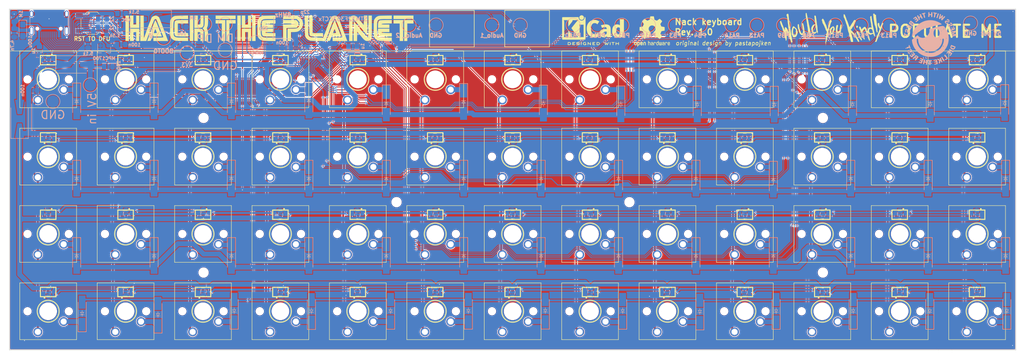
<source format=kicad_pcb>
(kicad_pcb (version 20171130) (host pcbnew 5.1.8)
  (layers (0 F.Cu signal hide) (31 B.Cu signal) (34 B.Paste user hide) (35 F.Paste user hide) (36 B.SilkS user hide) (37 F.SilkS user) (38 B.Mask user hide) (39 F.Mask user hide) (44 Edge.Cuts user hide))
  (net 0 "")
  (net 1 GND)
  (net 2 +5V)
  (net 3 XTAL2)
  (net 4 +3V3)
  (net 5 XTAL1)
  (net 6 "Net-(C60-Pad1)")
  (net 7 "Net-(D1-Pad2)")
  (net 8 ROW0)
  (net 9 "Net-(D2-Pad2)")
  (net 10 "Net-(D3-Pad2)")
  (net 11 "Net-(D4-Pad2)")
  (net 12 "Net-(D5-Pad2)")
  (net 13 "Net-(D6-Pad2)")
  (net 14 "Net-(D7-Pad2)")
  (net 15 "Net-(D8-Pad2)")
  (net 16 "Net-(D9-Pad2)")
  (net 17 "Net-(D10-Pad2)")
  (net 18 "Net-(D11-Pad2)")
  (net 19 "Net-(D12-Pad2)")
  (net 20 "Net-(D13-Pad2)")
  (net 21 "Net-(D15-Pad2)")
  (net 22 ROW1)
  (net 23 "Net-(D16-Pad2)")
  (net 24 "Net-(D17-Pad2)")
  (net 25 "Net-(D18-Pad2)")
  (net 26 "Net-(D19-Pad2)")
  (net 27 "Net-(D20-Pad2)")
  (net 28 "Net-(D21-Pad2)")
  (net 29 "Net-(D22-Pad2)")
  (net 30 "Net-(D23-Pad2)")
  (net 31 "Net-(D24-Pad2)")
  (net 32 "Net-(D25-Pad2)")
  (net 33 "Net-(D26-Pad2)")
  (net 34 "Net-(D27-Pad2)")
  (net 35 "Net-(D28-Pad2)")
  (net 36 ROW2)
  (net 37 "Net-(D29-Pad2)")
  (net 38 "Net-(D30-Pad2)")
  (net 39 "Net-(D31-Pad2)")
  (net 40 "Net-(D32-Pad2)")
  (net 41 "Net-(D33-Pad2)")
  (net 42 "Net-(D34-Pad2)")
  (net 43 "Net-(D35-Pad2)")
  (net 44 "Net-(D36-Pad2)")
  (net 45 "Net-(D37-Pad2)")
  (net 46 "Net-(D38-Pad2)")
  (net 47 "Net-(D39-Pad2)")
  (net 48 "Net-(D40-Pad2)")
  (net 49 "Net-(D41-Pad2)")
  (net 50 ROW3)
  (net 51 "Net-(D42-Pad2)")
  (net 52 "Net-(D43-Pad2)")
  (net 53 "Net-(D44-Pad2)")
  (net 54 "Net-(D45-Pad2)")
  (net 55 "Net-(D46-Pad2)")
  (net 56 "Net-(D47-Pad2)")
  (net 57 "Net-(D48-Pad2)")
  (net 58 "Net-(D49-Pad2)")
  (net 59 "Net-(D50-Pad2)")
  (net 60 "Net-(D51-Pad2)")
  (net 61 "Net-(D52-Pad2)")
  (net 62 "Net-(D53-Pad2)")
  (net 63 Audio_1)
  (net 64 Audio_2)
  (net 65 EXTRA_PIN_PA15)
  (net 66 EXTRA_PIN_PA14)
  (net 67 EXTRA_PIN_PA13)
  (net 68 EXTRA_PIN_PB15)
  (net 69 EXTRA_PIN_PB14)
  (net 70 EXTRA_PIN_PB13)
  (net 71 EXTRA_PIN_PB12)
  (net 72 EXTRA_PIN_PB11)
  (net 73 EXTRA_PIN_PB10)
  (net 74 EXTRA_PIN_PB9)
  (net 75 EXTRA_PIN_PB8)
  (net 76 EXTRA_PIN_PB4)
  (net 77 EXTRA_PIN_PB3)
  (net 78 RGB_PIN_SPI)
  (net 79 "Net-(LED1-Pad1)")
  (net 80 "Net-(LED2-Pad1)")
  (net 81 "Net-(LED3-Pad1)")
  (net 82 "Net-(LED4-Pad1)")
  (net 83 "Net-(LED5-Pad1)")
  (net 84 "Net-(LED6-Pad1)")
  (net 85 "Net-(LED7-Pad1)")
  (net 86 "Net-(LED8-Pad1)")
  (net 87 "Net-(LED10-Pad3)")
  (net 88 "Net-(LED10-Pad1)")
  (net 89 "Net-(LED11-Pad1)")
  (net 90 "Net-(LED12-Pad1)")
  (net 91 "Net-(LED13-Pad1)")
  (net 92 "Net-(LED14-Pad1)")
  (net 93 "Net-(LED15-Pad1)")
  (net 94 "Net-(LED16-Pad1)")
  (net 95 "Net-(LED17-Pad1)")
  (net 96 "Net-(LED18-Pad1)")
  (net 97 "Net-(LED19-Pad1)")
  (net 98 "Net-(LED20-Pad1)")
  (net 99 "Net-(LED21-Pad1)")
  (net 100 "Net-(LED22-Pad1)")
  (net 101 "Net-(LED23-Pad1)")
  (net 102 "Net-(LED24-Pad1)")
  (net 103 "Net-(LED25-Pad1)")
  (net 104 "Net-(LED26-Pad1)")
  (net 105 "Net-(LED27-Pad1)")
  (net 106 "Net-(LED28-Pad1)")
  (net 107 "Net-(LED29-Pad1)")
  (net 108 "Net-(LED30-Pad1)")
  (net 109 "Net-(LED31-Pad1)")
  (net 110 "Net-(LED32-Pad1)")
  (net 111 "Net-(LED33-Pad1)")
  (net 112 "Net-(LED34-Pad1)")
  (net 113 "Net-(LED35-Pad1)")
  (net 114 "Net-(LED36-Pad1)")
  (net 115 "Net-(LED37-Pad1)")
  (net 116 "Net-(LED38-Pad1)")
  (net 117 "Net-(LED39-Pad1)")
  (net 118 "Net-(LED40-Pad1)")
  (net 119 "Net-(LED41-Pad1)")
  (net 120 "Net-(LED42-Pad1)")
  (net 121 "Net-(LED43-Pad1)")
  (net 122 "Net-(LED44-Pad1)")
  (net 123 "Net-(LED45-Pad1)")
  (net 124 "Net-(LED46-Pad1)")
  (net 125 "Net-(LED47-Pad1)")
  (net 126 "Net-(LED48-Pad1)")
  (net 127 "Net-(LED49-Pad1)")
  (net 128 "Net-(LED50-Pad1)")
  (net 129 "Net-(LED51-Pad1)")
  (net 130 "Net-(Q1-Pad3)")
  (net 131 BOOT0)
  (net 132 D-)
  (net 133 D+)
  (net 134 NRST)
  (net 135 COL0)
  (net 136 COL1)
  (net 137 COL2)
  (net 138 COL3)
  (net 139 COL4)
  (net 140 COL5)
  (net 141 COL6)
  (net 142 COL7)
  (net 143 COL8)
  (net 144 COL9)
  (net 145 COL10)
  (net 146 COL11)
  (net 147 COL12)
  (net 148 "Net-(C59-Pad2)")
  (net 149 "Net-(C63-Pad2)")
  (net 150 "Net-(D14-Pad2)")
  (net 151 CC1)
  (net 152 DM_A7)
  (net 153 DP_A6)
  (net 154 SBU1)
  (net 155 CC2)
  (net 156 SBU2)
  (net 157 "Net-(LED52-Pad1)")
  (module Custom:SW_Cherry_MX_1.00u_Plate_LED_Guide (layer F.Cu) (at 29.825 40.525)
    (fp_text reference SW1 hide)
    (fp_text value SW_Push_90 hide)
    (pad 2 thru_hole circle (at -2.54 5.08 180) (size 2.2 2.2) (drill 1.5) (layers *.Cu *.Mask) (net 135 COL0))
    (pad 1 thru_hole circle (at 3.81 2.54 180) (size 2.2 2.2) (drill 1.5) (layers *.Cu *.Mask) (net 7 "Net-(D1-Pad2)"))
    (pad "" np_thru_hole circle (at 0 0 180) (size 4 4) (drill 4) (layers *.Cu *.Mask))
    (pad "" np_thru_hole circle (at 0 0) (size 4 4) (drill 4) (layers *.Cu *.Mask))
    (pad "" np_thru_hole circle (at 5.08 0) (size 1.7 1.7) (drill 1.7) (layers *.Cu *.Mask))
    (pad "" np_thru_hole circle (at -5.08 0) (size 1.7 1.7) (drill 1.7) (layers *.Cu *.Mask))
  )
  (module Custom:SW_Cherry_MX_1.00u_Plate_LED_Guide (layer F.Cu) (at 48.875 40.525)
    (fp_text reference SW2 hide)
    (fp_text value SW_Push_90 hide)
    (pad 2 thru_hole circle (at -2.54 5.08 180) (size 2.2 2.2) (drill 1.5) (layers *.Cu *.Mask) (net 136 COL1))
    (pad 1 thru_hole circle (at 3.81 2.54 180) (size 2.2 2.2) (drill 1.5) (layers *.Cu *.Mask) (net 9 "Net-(D2-Pad2)"))
    (pad "" np_thru_hole circle (at 0 0 180) (size 4 4) (drill 4) (layers *.Cu *.Mask))
    (pad "" np_thru_hole circle (at 0 0) (size 4 4) (drill 4) (layers *.Cu *.Mask))
    (pad "" np_thru_hole circle (at 5.08 0) (size 1.7 1.7) (drill 1.7) (layers *.Cu *.Mask))
    (pad "" np_thru_hole circle (at -5.08 0) (size 1.7 1.7) (drill 1.7) (layers *.Cu *.Mask))
  )
  (module Custom:SW_Cherry_MX_1.00u_Plate_LED_Guide (layer F.Cu) (at 67.925 40.525)
    (fp_text reference SW3 hide)
    (fp_text value SW_Push_90 hide)
    (pad 2 thru_hole circle (at -2.54 5.08 180) (size 2.2 2.2) (drill 1.5) (layers *.Cu *.Mask) (net 137 COL2))
    (pad 1 thru_hole circle (at 3.81 2.54 180) (size 2.2 2.2) (drill 1.5) (layers *.Cu *.Mask) (net 10 "Net-(D3-Pad2)"))
    (pad "" np_thru_hole circle (at 0 0 180) (size 4 4) (drill 4) (layers *.Cu *.Mask))
    (pad "" np_thru_hole circle (at 0 0) (size 4 4) (drill 4) (layers *.Cu *.Mask))
    (pad "" np_thru_hole circle (at 5.08 0) (size 1.7 1.7) (drill 1.7) (layers *.Cu *.Mask))
    (pad "" np_thru_hole circle (at -5.08 0) (size 1.7 1.7) (drill 1.7) (layers *.Cu *.Mask))
  )
  (module Custom:SW_Cherry_MX_1.00u_Plate_LED_Guide (layer F.Cu) (at 86.975 40.525)
    (fp_text reference SW4 hide)
    (fp_text value SW_Push_90 hide)
    (pad 2 thru_hole circle (at -2.54 5.08 180) (size 2.2 2.2) (drill 1.5) (layers *.Cu *.Mask) (net 138 COL3))
    (pad 1 thru_hole circle (at 3.81 2.54 180) (size 2.2 2.2) (drill 1.5) (layers *.Cu *.Mask) (net 11 "Net-(D4-Pad2)"))
    (pad "" np_thru_hole circle (at 0 0 180) (size 4 4) (drill 4) (layers *.Cu *.Mask))
    (pad "" np_thru_hole circle (at 0 0) (size 4 4) (drill 4) (layers *.Cu *.Mask))
    (pad "" np_thru_hole circle (at 5.08 0) (size 1.7 1.7) (drill 1.7) (layers *.Cu *.Mask))
    (pad "" np_thru_hole circle (at -5.08 0) (size 1.7 1.7) (drill 1.7) (layers *.Cu *.Mask))
  )
  (module Custom:SW_Cherry_MX_1.00u_Plate_LED_Guide (layer F.Cu) (at 106.025 40.525)
    (fp_text reference SW5 hide)
    (fp_text value SW_Push_90 hide)
    (pad 2 thru_hole circle (at -2.54 5.08 180) (size 2.2 2.2) (drill 1.5) (layers *.Cu *.Mask) (net 139 COL4))
    (pad 1 thru_hole circle (at 3.81 2.54 180) (size 2.2 2.2) (drill 1.5) (layers *.Cu *.Mask) (net 12 "Net-(D5-Pad2)"))
    (pad "" np_thru_hole circle (at 0 0 180) (size 4 4) (drill 4) (layers *.Cu *.Mask))
    (pad "" np_thru_hole circle (at 0 0) (size 4 4) (drill 4) (layers *.Cu *.Mask))
    (pad "" np_thru_hole circle (at 5.08 0) (size 1.7 1.7) (drill 1.7) (layers *.Cu *.Mask))
    (pad "" np_thru_hole circle (at -5.08 0) (size 1.7 1.7) (drill 1.7) (layers *.Cu *.Mask))
  )
  (module Custom:SW_Cherry_MX_1.00u_Plate_LED_Guide (layer F.Cu) (at 125.075 40.525)
    (fp_text reference SW6 hide)
    (fp_text value SW_Push_90 hide)
    (pad 2 thru_hole circle (at -2.54 5.08 180) (size 2.2 2.2) (drill 1.5) (layers *.Cu *.Mask) (net 140 COL5))
    (pad 1 thru_hole circle (at 3.81 2.54 180) (size 2.2 2.2) (drill 1.5) (layers *.Cu *.Mask) (net 13 "Net-(D6-Pad2)"))
    (pad "" np_thru_hole circle (at 0 0 180) (size 4 4) (drill 4) (layers *.Cu *.Mask))
    (pad "" np_thru_hole circle (at 0 0) (size 4 4) (drill 4) (layers *.Cu *.Mask))
    (pad "" np_thru_hole circle (at 5.08 0) (size 1.7 1.7) (drill 1.7) (layers *.Cu *.Mask))
    (pad "" np_thru_hole circle (at -5.08 0) (size 1.7 1.7) (drill 1.7) (layers *.Cu *.Mask))
  )
  (module Custom:SW_Cherry_MX_1.00u_Plate_LED_Guide (layer F.Cu) (at 144.125 40.525)
    (fp_text reference SW7 hide)
    (fp_text value SW_Push_90 hide)
    (pad 2 thru_hole circle (at -2.54 5.08 180) (size 2.2 2.2) (drill 1.5) (layers *.Cu *.Mask) (net 141 COL6))
    (pad 1 thru_hole circle (at 3.81 2.54 180) (size 2.2 2.2) (drill 1.5) (layers *.Cu *.Mask) (net 14 "Net-(D7-Pad2)"))
    (pad "" np_thru_hole circle (at 0 0 180) (size 4 4) (drill 4) (layers *.Cu *.Mask))
    (pad "" np_thru_hole circle (at 0 0) (size 4 4) (drill 4) (layers *.Cu *.Mask))
    (pad "" np_thru_hole circle (at 5.08 0) (size 1.7 1.7) (drill 1.7) (layers *.Cu *.Mask))
    (pad "" np_thru_hole circle (at -5.08 0) (size 1.7 1.7) (drill 1.7) (layers *.Cu *.Mask))
  )
  (module Custom:SW_Cherry_MX_1.00u_Plate_LED_Guide (layer F.Cu) (at 163.175 40.525)
    (fp_text reference SW8 hide)
    (fp_text value SW_Push_90 hide)
    (pad 2 thru_hole circle (at -2.54 5.08 180) (size 2.2 2.2) (drill 1.5) (layers *.Cu *.Mask) (net 142 COL7))
    (pad 1 thru_hole circle (at 3.81 2.54 180) (size 2.2 2.2) (drill 1.5) (layers *.Cu *.Mask) (net 15 "Net-(D8-Pad2)"))
    (pad "" np_thru_hole circle (at 0 0 180) (size 4 4) (drill 4) (layers *.Cu *.Mask))
    (pad "" np_thru_hole circle (at 0 0) (size 4 4) (drill 4) (layers *.Cu *.Mask))
    (pad "" np_thru_hole circle (at 5.08 0) (size 1.7 1.7) (drill 1.7) (layers *.Cu *.Mask))
    (pad "" np_thru_hole circle (at -5.08 0) (size 1.7 1.7) (drill 1.7) (layers *.Cu *.Mask))
  )
  (module Custom:SW_Cherry_MX_1.00u_Plate_LED_Guide (layer F.Cu) (at 182.225 40.525)
    (fp_text reference SW9 hide)
    (fp_text value SW_Push_90 hide)
    (pad 2 thru_hole circle (at -2.54 5.08 180) (size 2.2 2.2) (drill 1.5) (layers *.Cu *.Mask) (net 143 COL8))
    (pad 1 thru_hole circle (at 3.81 2.54 180) (size 2.2 2.2) (drill 1.5) (layers *.Cu *.Mask) (net 16 "Net-(D9-Pad2)"))
    (pad "" np_thru_hole circle (at 0 0 180) (size 4 4) (drill 4) (layers *.Cu *.Mask))
    (pad "" np_thru_hole circle (at 0 0) (size 4 4) (drill 4) (layers *.Cu *.Mask))
    (pad "" np_thru_hole circle (at 5.08 0) (size 1.7 1.7) (drill 1.7) (layers *.Cu *.Mask))
    (pad "" np_thru_hole circle (at -5.08 0) (size 1.7 1.7) (drill 1.7) (layers *.Cu *.Mask))
  )
  (module Custom:SW_Cherry_MX_1.00u_Plate_LED_Guide (layer F.Cu) (at 220.325 40.525)
    (fp_text reference SW11 hide)
    (fp_text value SW_Push_90 hide)
    (pad 2 thru_hole circle (at -2.54 5.08 180) (size 2.2 2.2) (drill 1.5) (layers *.Cu *.Mask) (net 145 COL10))
    (pad 1 thru_hole circle (at 3.81 2.54 180) (size 2.2 2.2) (drill 1.5) (layers *.Cu *.Mask) (net 18 "Net-(D11-Pad2)"))
    (pad "" np_thru_hole circle (at 0 0 180) (size 4 4) (drill 4) (layers *.Cu *.Mask))
    (pad "" np_thru_hole circle (at 0 0) (size 4 4) (drill 4) (layers *.Cu *.Mask))
    (pad "" np_thru_hole circle (at 5.08 0) (size 1.7 1.7) (drill 1.7) (layers *.Cu *.Mask))
    (pad "" np_thru_hole circle (at -5.08 0) (size 1.7 1.7) (drill 1.7) (layers *.Cu *.Mask))
  )
  (module Custom:SW_Cherry_MX_1.00u_Plate_LED_Guide (layer F.Cu) (at 239.375 40.525)
    (fp_text reference SW12 hide)
    (fp_text value SW_Push_90 hide)
    (pad 2 thru_hole circle (at -2.54 5.08 180) (size 2.2 2.2) (drill 1.5) (layers *.Cu *.Mask) (net 146 COL11))
    (pad 1 thru_hole circle (at 3.81 2.54 180) (size 2.2 2.2) (drill 1.5) (layers *.Cu *.Mask) (net 19 "Net-(D12-Pad2)"))
    (pad "" np_thru_hole circle (at 0 0 180) (size 4 4) (drill 4) (layers *.Cu *.Mask))
    (pad "" np_thru_hole circle (at 0 0) (size 4 4) (drill 4) (layers *.Cu *.Mask))
    (pad "" np_thru_hole circle (at 5.08 0) (size 1.7 1.7) (drill 1.7) (layers *.Cu *.Mask))
    (pad "" np_thru_hole circle (at -5.08 0) (size 1.7 1.7) (drill 1.7) (layers *.Cu *.Mask))
  )
  (module Custom:SW_Cherry_MX_1.00u_Plate_LED_Guide (layer F.Cu) (at 258.425 40.525)
    (fp_text reference SW13 hide)
    (fp_text value SW_Push_90 hide)
    (pad 2 thru_hole circle (at -2.54 5.08 180) (size 2.2 2.2) (drill 1.5) (layers *.Cu *.Mask) (net 147 COL12))
    (pad 1 thru_hole circle (at 3.81 2.54 180) (size 2.2 2.2) (drill 1.5) (layers *.Cu *.Mask) (net 20 "Net-(D13-Pad2)"))
    (pad "" np_thru_hole circle (at 0 0 180) (size 4 4) (drill 4) (layers *.Cu *.Mask))
    (pad "" np_thru_hole circle (at 0 0) (size 4 4) (drill 4) (layers *.Cu *.Mask))
    (pad "" np_thru_hole circle (at 5.08 0) (size 1.7 1.7) (drill 1.7) (layers *.Cu *.Mask))
    (pad "" np_thru_hole circle (at -5.08 0) (size 1.7 1.7) (drill 1.7) (layers *.Cu *.Mask))
  )
  (module Custom:SW_Cherry_MX_1.00u_Plate_LED_Guide (layer F.Cu) (at 29.825 59.575)
    (fp_text reference SW15 hide)
    (fp_text value SW_Push_90 hide)
    (pad 2 thru_hole circle (at -2.54 5.08 180) (size 2.2 2.2) (drill 1.5) (layers *.Cu *.Mask) (net 135 COL0))
    (pad 1 thru_hole circle (at 3.81 2.54 180) (size 2.2 2.2) (drill 1.5) (layers *.Cu *.Mask) (net 21 "Net-(D15-Pad2)"))
    (pad "" np_thru_hole circle (at 0 0 180) (size 4 4) (drill 4) (layers *.Cu *.Mask))
    (pad "" np_thru_hole circle (at 0 0) (size 4 4) (drill 4) (layers *.Cu *.Mask))
    (pad "" np_thru_hole circle (at 5.08 0) (size 1.7 1.7) (drill 1.7) (layers *.Cu *.Mask))
    (pad "" np_thru_hole circle (at -5.08 0) (size 1.7 1.7) (drill 1.7) (layers *.Cu *.Mask))
  )
  (module Custom:SW_Cherry_MX_1.00u_Plate_LED_Guide (layer F.Cu) (at 48.875 59.575)
    (fp_text reference SW16 hide)
    (fp_text value SW_Push_90 hide)
    (pad 2 thru_hole circle (at -2.54 5.08 180) (size 2.2 2.2) (drill 1.5) (layers *.Cu *.Mask) (net 136 COL1))
    (pad 1 thru_hole circle (at 3.81 2.54 180) (size 2.2 2.2) (drill 1.5) (layers *.Cu *.Mask) (net 23 "Net-(D16-Pad2)"))
    (pad "" np_thru_hole circle (at 0 0 180) (size 4 4) (drill 4) (layers *.Cu *.Mask))
    (pad "" np_thru_hole circle (at 0 0) (size 4 4) (drill 4) (layers *.Cu *.Mask))
    (pad "" np_thru_hole circle (at 5.08 0) (size 1.7 1.7) (drill 1.7) (layers *.Cu *.Mask))
    (pad "" np_thru_hole circle (at -5.08 0) (size 1.7 1.7) (drill 1.7) (layers *.Cu *.Mask))
  )
  (module Custom:SW_Cherry_MX_1.00u_Plate_LED_Guide (layer F.Cu) (at 67.925 59.575)
    (fp_text reference SW17 hide)
    (fp_text value SW_Push_90 hide)
    (pad 2 thru_hole circle (at -2.54 5.08 180) (size 2.2 2.2) (drill 1.5) (layers *.Cu *.Mask) (net 137 COL2))
    (pad 1 thru_hole circle (at 3.81 2.54 180) (size 2.2 2.2) (drill 1.5) (layers *.Cu *.Mask) (net 24 "Net-(D17-Pad2)"))
    (pad "" np_thru_hole circle (at 0 0 180) (size 4 4) (drill 4) (layers *.Cu *.Mask))
    (pad "" np_thru_hole circle (at 0 0) (size 4 4) (drill 4) (layers *.Cu *.Mask))
    (pad "" np_thru_hole circle (at 5.08 0) (size 1.7 1.7) (drill 1.7) (layers *.Cu *.Mask))
    (pad "" np_thru_hole circle (at -5.08 0) (size 1.7 1.7) (drill 1.7) (layers *.Cu *.Mask))
  )
  (module Custom:SW_Cherry_MX_1.00u_Plate_LED_Guide (layer F.Cu) (at 86.975 59.575)
    (fp_text reference SW18 hide)
    (fp_text value SW_Push_90 hide)
    (pad 2 thru_hole circle (at -2.54 5.08 180) (size 2.2 2.2) (drill 1.5) (layers *.Cu *.Mask) (net 138 COL3))
    (pad 1 thru_hole circle (at 3.81 2.54 180) (size 2.2 2.2) (drill 1.5) (layers *.Cu *.Mask) (net 25 "Net-(D18-Pad2)"))
    (pad "" np_thru_hole circle (at 0 0 180) (size 4 4) (drill 4) (layers *.Cu *.Mask))
    (pad "" np_thru_hole circle (at 0 0) (size 4 4) (drill 4) (layers *.Cu *.Mask))
    (pad "" np_thru_hole circle (at 5.08 0) (size 1.7 1.7) (drill 1.7) (layers *.Cu *.Mask))
    (pad "" np_thru_hole circle (at -5.08 0) (size 1.7 1.7) (drill 1.7) (layers *.Cu *.Mask))
  )
  (module Custom:SW_Cherry_MX_1.00u_Plate_LED_Guide (layer F.Cu) (at 106.025 59.575)
    (fp_text reference SW19 hide)
    (fp_text value SW_Push_90 hide)
    (pad 2 thru_hole circle (at -2.54 5.08 180) (size 2.2 2.2) (drill 1.5) (layers *.Cu *.Mask) (net 139 COL4))
    (pad 1 thru_hole circle (at 3.81 2.54 180) (size 2.2 2.2) (drill 1.5) (layers *.Cu *.Mask) (net 26 "Net-(D19-Pad2)"))
    (pad "" np_thru_hole circle (at 0 0 180) (size 4 4) (drill 4) (layers *.Cu *.Mask))
    (pad "" np_thru_hole circle (at 0 0) (size 4 4) (drill 4) (layers *.Cu *.Mask))
    (pad "" np_thru_hole circle (at 5.08 0) (size 1.7 1.7) (drill 1.7) (layers *.Cu *.Mask))
    (pad "" np_thru_hole circle (at -5.08 0) (size 1.7 1.7) (drill 1.7) (layers *.Cu *.Mask))
  )
  (module Custom:SW_Cherry_MX_1.00u_Plate_LED_Guide (layer F.Cu) (at 125.075 59.575)
    (fp_text reference SW20 hide)
    (fp_text value SW_Push_90 hide)
    (pad 2 thru_hole circle (at -2.54 5.08 180) (size 2.2 2.2) (drill 1.5) (layers *.Cu *.Mask) (net 140 COL5))
    (pad 1 thru_hole circle (at 3.81 2.54 180) (size 2.2 2.2) (drill 1.5) (layers *.Cu *.Mask) (net 27 "Net-(D20-Pad2)"))
    (pad "" np_thru_hole circle (at 0 0 180) (size 4 4) (drill 4) (layers *.Cu *.Mask))
    (pad "" np_thru_hole circle (at 0 0) (size 4 4) (drill 4) (layers *.Cu *.Mask))
    (pad "" np_thru_hole circle (at 5.08 0) (size 1.7 1.7) (drill 1.7) (layers *.Cu *.Mask))
    (pad "" np_thru_hole circle (at -5.08 0) (size 1.7 1.7) (drill 1.7) (layers *.Cu *.Mask))
  )
  (module Custom:SW_Cherry_MX_1.00u_Plate_LED_Guide (layer F.Cu) (at 144.125 59.575)
    (fp_text reference SW21 hide)
    (fp_text value SW_Push_90 hide)
    (pad 2 thru_hole circle (at -2.54 5.08 180) (size 2.2 2.2) (drill 1.5) (layers *.Cu *.Mask) (net 141 COL6))
    (pad 1 thru_hole circle (at 3.81 2.54 180) (size 2.2 2.2) (drill 1.5) (layers *.Cu *.Mask) (net 28 "Net-(D21-Pad2)"))
    (pad "" np_thru_hole circle (at 0 0 180) (size 4 4) (drill 4) (layers *.Cu *.Mask))
    (pad "" np_thru_hole circle (at 0 0) (size 4 4) (drill 4) (layers *.Cu *.Mask))
    (pad "" np_thru_hole circle (at 5.08 0) (size 1.7 1.7) (drill 1.7) (layers *.Cu *.Mask))
    (pad "" np_thru_hole circle (at -5.08 0) (size 1.7 1.7) (drill 1.7) (layers *.Cu *.Mask))
  )
  (module Custom:SW_Cherry_MX_1.00u_Plate_LED_Guide (layer F.Cu) (at 163.175 59.575)
    (fp_text reference SW22 hide)
    (fp_text value SW_Push_90 hide)
    (pad 2 thru_hole circle (at -2.54 5.08 180) (size 2.2 2.2) (drill 1.5) (layers *.Cu *.Mask) (net 142 COL7))
    (pad 1 thru_hole circle (at 3.81 2.54 180) (size 2.2 2.2) (drill 1.5) (layers *.Cu *.Mask) (net 29 "Net-(D22-Pad2)"))
    (pad "" np_thru_hole circle (at 0 0 180) (size 4 4) (drill 4) (layers *.Cu *.Mask))
    (pad "" np_thru_hole circle (at 0 0) (size 4 4) (drill 4) (layers *.Cu *.Mask))
    (pad "" np_thru_hole circle (at 5.08 0) (size 1.7 1.7) (drill 1.7) (layers *.Cu *.Mask))
    (pad "" np_thru_hole circle (at -5.08 0) (size 1.7 1.7) (drill 1.7) (layers *.Cu *.Mask))
  )
  (module Custom:SW_Cherry_MX_1.00u_Plate_LED_Guide (layer F.Cu) (at 182.225 59.575)
    (fp_text reference SW23 hide)
    (fp_text value SW_Push_90 hide)
    (pad 2 thru_hole circle (at -2.54 5.08 180) (size 2.2 2.2) (drill 1.5) (layers *.Cu *.Mask) (net 143 COL8))
    (pad 1 thru_hole circle (at 3.81 2.54 180) (size 2.2 2.2) (drill 1.5) (layers *.Cu *.Mask) (net 30 "Net-(D23-Pad2)"))
    (pad "" np_thru_hole circle (at 0 0 180) (size 4 4) (drill 4) (layers *.Cu *.Mask))
    (pad "" np_thru_hole circle (at 0 0) (size 4 4) (drill 4) (layers *.Cu *.Mask))
    (pad "" np_thru_hole circle (at 5.08 0) (size 1.7 1.7) (drill 1.7) (layers *.Cu *.Mask))
    (pad "" np_thru_hole circle (at -5.08 0) (size 1.7 1.7) (drill 1.7) (layers *.Cu *.Mask))
  )
  (module Custom:SW_Cherry_MX_1.00u_Plate_LED_Guide (layer F.Cu) (at 201.275 59.575)
    (fp_text reference SW24 hide)
    (fp_text value SW_Push_90 hide)
    (pad 2 thru_hole circle (at -2.54 5.08 180) (size 2.2 2.2) (drill 1.5) (layers *.Cu *.Mask) (net 144 COL9))
    (pad 1 thru_hole circle (at 3.81 2.54 180) (size 2.2 2.2) (drill 1.5) (layers *.Cu *.Mask) (net 31 "Net-(D24-Pad2)"))
    (pad "" np_thru_hole circle (at 0 0 180) (size 4 4) (drill 4) (layers *.Cu *.Mask))
    (pad "" np_thru_hole circle (at 0 0) (size 4 4) (drill 4) (layers *.Cu *.Mask))
    (pad "" np_thru_hole circle (at 5.08 0) (size 1.7 1.7) (drill 1.7) (layers *.Cu *.Mask))
    (pad "" np_thru_hole circle (at -5.08 0) (size 1.7 1.7) (drill 1.7) (layers *.Cu *.Mask))
  )
  (module Custom:SW_Cherry_MX_1.00u_Plate_LED_Guide (layer F.Cu) (at 220.325 59.575)
    (fp_text reference SW25 hide)
    (fp_text value SW_Push_90 hide)
    (pad 2 thru_hole circle (at -2.54 5.08 180) (size 2.2 2.2) (drill 1.5) (layers *.Cu *.Mask) (net 145 COL10))
    (pad 1 thru_hole circle (at 3.81 2.54 180) (size 2.2 2.2) (drill 1.5) (layers *.Cu *.Mask) (net 32 "Net-(D25-Pad2)"))
    (pad "" np_thru_hole circle (at 0 0 180) (size 4 4) (drill 4) (layers *.Cu *.Mask))
    (pad "" np_thru_hole circle (at 0 0) (size 4 4) (drill 4) (layers *.Cu *.Mask))
    (pad "" np_thru_hole circle (at 5.08 0) (size 1.7 1.7) (drill 1.7) (layers *.Cu *.Mask))
    (pad "" np_thru_hole circle (at -5.08 0) (size 1.7 1.7) (drill 1.7) (layers *.Cu *.Mask))
  )
  (module Custom:SW_Cherry_MX_1.00u_Plate_LED_Guide (layer F.Cu) (at 239.375 59.575)
    (fp_text reference SW26 hide)
    (fp_text value SW_Push_90 hide)
    (pad 2 thru_hole circle (at -2.54 5.08 180) (size 2.2 2.2) (drill 1.5) (layers *.Cu *.Mask) (net 146 COL11))
    (pad 1 thru_hole circle (at 3.81 2.54 180) (size 2.2 2.2) (drill 1.5) (layers *.Cu *.Mask) (net 33 "Net-(D26-Pad2)"))
    (pad "" np_thru_hole circle (at 0 0 180) (size 4 4) (drill 4) (layers *.Cu *.Mask))
    (pad "" np_thru_hole circle (at 0 0) (size 4 4) (drill 4) (layers *.Cu *.Mask))
    (pad "" np_thru_hole circle (at 5.08 0) (size 1.7 1.7) (drill 1.7) (layers *.Cu *.Mask))
    (pad "" np_thru_hole circle (at -5.08 0) (size 1.7 1.7) (drill 1.7) (layers *.Cu *.Mask))
  )
  (module Custom:SW_Cherry_MX_1.00u_Plate_LED_Guide (layer F.Cu) (at 258.425 59.575)
    (fp_text reference SW27 hide)
    (fp_text value SW_Push_90 hide)
    (pad 2 thru_hole circle (at -2.54 5.08 180) (size 2.2 2.2) (drill 1.5) (layers *.Cu *.Mask) (net 147 COL12))
    (pad 1 thru_hole circle (at 3.81 2.54 180) (size 2.2 2.2) (drill 1.5) (layers *.Cu *.Mask) (net 34 "Net-(D27-Pad2)"))
    (pad "" np_thru_hole circle (at 0 0 180) (size 4 4) (drill 4) (layers *.Cu *.Mask))
    (pad "" np_thru_hole circle (at 0 0) (size 4 4) (drill 4) (layers *.Cu *.Mask))
    (pad "" np_thru_hole circle (at 5.08 0) (size 1.7 1.7) (drill 1.7) (layers *.Cu *.Mask))
    (pad "" np_thru_hole circle (at -5.08 0) (size 1.7 1.7) (drill 1.7) (layers *.Cu *.Mask))
  )
  (module Custom:SW_Cherry_MX_1.00u_Plate_LED_Guide (layer F.Cu) (at 29.825 78.625)
    (fp_text reference SW28 hide)
    (fp_text value SW_Push_90 hide)
    (pad 2 thru_hole circle (at -2.54 5.08 180) (size 2.2 2.2) (drill 1.5) (layers *.Cu *.Mask) (net 135 COL0))
    (pad 1 thru_hole circle (at 3.81 2.54 180) (size 2.2 2.2) (drill 1.5) (layers *.Cu *.Mask) (net 35 "Net-(D28-Pad2)"))
    (pad "" np_thru_hole circle (at 0 0 180) (size 4 4) (drill 4) (layers *.Cu *.Mask))
    (pad "" np_thru_hole circle (at 0 0) (size 4 4) (drill 4) (layers *.Cu *.Mask))
    (pad "" np_thru_hole circle (at 5.08 0) (size 1.7 1.7) (drill 1.7) (layers *.Cu *.Mask))
    (pad "" np_thru_hole circle (at -5.08 0) (size 1.7 1.7) (drill 1.7) (layers *.Cu *.Mask))
  )
  (module Custom:SW_Cherry_MX_1.00u_Plate_LED_Guide (layer F.Cu) (at 48.875 78.625)
    (fp_text reference SW29 hide)
    (fp_text value SW_Push_90 hide)
    (pad 2 thru_hole circle (at -2.54 5.08 180) (size 2.2 2.2) (drill 1.5) (layers *.Cu *.Mask) (net 136 COL1))
    (pad 1 thru_hole circle (at 3.81 2.54 180) (size 2.2 2.2) (drill 1.5) (layers *.Cu *.Mask) (net 37 "Net-(D29-Pad2)"))
    (pad "" np_thru_hole circle (at 0 0 180) (size 4 4) (drill 4) (layers *.Cu *.Mask))
    (pad "" np_thru_hole circle (at 0 0) (size 4 4) (drill 4) (layers *.Cu *.Mask))
    (pad "" np_thru_hole circle (at 5.08 0) (size 1.7 1.7) (drill 1.7) (layers *.Cu *.Mask))
    (pad "" np_thru_hole circle (at -5.08 0) (size 1.7 1.7) (drill 1.7) (layers *.Cu *.Mask))
  )
  (module Custom:SW_Cherry_MX_1.00u_Plate_LED_Guide (layer F.Cu) (at 67.925 78.625)
    (fp_text reference SW30 hide)
    (fp_text value SW_Push_90 hide)
    (pad 2 thru_hole circle (at -2.54 5.08 180) (size 2.2 2.2) (drill 1.5) (layers *.Cu *.Mask) (net 137 COL2))
    (pad 1 thru_hole circle (at 3.81 2.54 180) (size 2.2 2.2) (drill 1.5) (layers *.Cu *.Mask) (net 38 "Net-(D30-Pad2)"))
    (pad "" np_thru_hole circle (at 0 0 180) (size 4 4) (drill 4) (layers *.Cu *.Mask))
    (pad "" np_thru_hole circle (at 0 0) (size 4 4) (drill 4) (layers *.Cu *.Mask))
    (pad "" np_thru_hole circle (at 5.08 0) (size 1.7 1.7) (drill 1.7) (layers *.Cu *.Mask))
    (pad "" np_thru_hole circle (at -5.08 0) (size 1.7 1.7) (drill 1.7) (layers *.Cu *.Mask))
  )
  (module Custom:SW_Cherry_MX_1.00u_Plate_LED_Guide (layer F.Cu) (at 86.975 78.625)
    (fp_text reference SW31 hide)
    (fp_text value SW_Push_90 hide)
    (pad 2 thru_hole circle (at -2.54 5.08 180) (size 2.2 2.2) (drill 1.5) (layers *.Cu *.Mask) (net 138 COL3))
    (pad 1 thru_hole circle (at 3.81 2.54 180) (size 2.2 2.2) (drill 1.5) (layers *.Cu *.Mask) (net 39 "Net-(D31-Pad2)"))
    (pad "" np_thru_hole circle (at 0 0 180) (size 4 4) (drill 4) (layers *.Cu *.Mask))
    (pad "" np_thru_hole circle (at 0 0) (size 4 4) (drill 4) (layers *.Cu *.Mask))
    (pad "" np_thru_hole circle (at 5.08 0) (size 1.7 1.7) (drill 1.7) (layers *.Cu *.Mask))
    (pad "" np_thru_hole circle (at -5.08 0) (size 1.7 1.7) (drill 1.7) (layers *.Cu *.Mask))
  )
  (module Custom:SW_Cherry_MX_1.00u_Plate_LED_Guide (layer F.Cu) (at 106.025 78.625)
    (fp_text reference SW32 hide)
    (fp_text value SW_Push_90 hide)
    (pad 2 thru_hole circle (at -2.54 5.08 180) (size 2.2 2.2) (drill 1.5) (layers *.Cu *.Mask) (net 139 COL4))
    (pad 1 thru_hole circle (at 3.81 2.54 180) (size 2.2 2.2) (drill 1.5) (layers *.Cu *.Mask) (net 40 "Net-(D32-Pad2)"))
    (pad "" np_thru_hole circle (at 0 0 180) (size 4 4) (drill 4) (layers *.Cu *.Mask))
    (pad "" np_thru_hole circle (at 0 0) (size 4 4) (drill 4) (layers *.Cu *.Mask))
    (pad "" np_thru_hole circle (at 5.08 0) (size 1.7 1.7) (drill 1.7) (layers *.Cu *.Mask))
    (pad "" np_thru_hole circle (at -5.08 0) (size 1.7 1.7) (drill 1.7) (layers *.Cu *.Mask))
  )
  (module Custom:SW_Cherry_MX_1.00u_Plate_LED_Guide (layer F.Cu) (at 125.075 78.625)
    (fp_text reference SW33 hide)
    (fp_text value SW_Push_90 hide)
    (pad 2 thru_hole circle (at -2.54 5.08 180) (size 2.2 2.2) (drill 1.5) (layers *.Cu *.Mask) (net 140 COL5))
    (pad 1 thru_hole circle (at 3.81 2.54 180) (size 2.2 2.2) (drill 1.5) (layers *.Cu *.Mask) (net 41 "Net-(D33-Pad2)"))
    (pad "" np_thru_hole circle (at 0 0 180) (size 4 4) (drill 4) (layers *.Cu *.Mask))
    (pad "" np_thru_hole circle (at 0 0) (size 4 4) (drill 4) (layers *.Cu *.Mask))
    (pad "" np_thru_hole circle (at 5.08 0) (size 1.7 1.7) (drill 1.7) (layers *.Cu *.Mask))
    (pad "" np_thru_hole circle (at -5.08 0) (size 1.7 1.7) (drill 1.7) (layers *.Cu *.Mask))
  )
  (module Custom:SW_Cherry_MX_1.00u_Plate_LED_Guide (layer F.Cu) (at 144.125 78.625)
    (fp_text reference SW34 hide)
    (fp_text value SW_Push_90 hide)
    (pad 2 thru_hole circle (at -2.54 5.08 180) (size 2.2 2.2) (drill 1.5) (layers *.Cu *.Mask) (net 141 COL6))
    (pad 1 thru_hole circle (at 3.81 2.54 180) (size 2.2 2.2) (drill 1.5) (layers *.Cu *.Mask) (net 42 "Net-(D34-Pad2)"))
    (pad "" np_thru_hole circle (at 0 0 180) (size 4 4) (drill 4) (layers *.Cu *.Mask))
    (pad "" np_thru_hole circle (at 0 0) (size 4 4) (drill 4) (layers *.Cu *.Mask))
    (pad "" np_thru_hole circle (at 5.08 0) (size 1.7 1.7) (drill 1.7) (layers *.Cu *.Mask))
    (pad "" np_thru_hole circle (at -5.08 0) (size 1.7 1.7) (drill 1.7) (layers *.Cu *.Mask))
  )
  (module Custom:SW_Cherry_MX_1.00u_Plate_LED_Guide (layer F.Cu) (at 163.175 78.625)
    (fp_text reference SW35 hide)
    (fp_text value SW_Push_90 hide)
    (pad 2 thru_hole circle (at -2.54 5.08 180) (size 2.2 2.2) (drill 1.5) (layers *.Cu *.Mask) (net 142 COL7))
    (pad 1 thru_hole circle (at 3.81 2.54 180) (size 2.2 2.2) (drill 1.5) (layers *.Cu *.Mask) (net 43 "Net-(D35-Pad2)"))
    (pad "" np_thru_hole circle (at 0 0 180) (size 4 4) (drill 4) (layers *.Cu *.Mask))
    (pad "" np_thru_hole circle (at 0 0) (size 4 4) (drill 4) (layers *.Cu *.Mask))
    (pad "" np_thru_hole circle (at 5.08 0) (size 1.7 1.7) (drill 1.7) (layers *.Cu *.Mask))
    (pad "" np_thru_hole circle (at -5.08 0) (size 1.7 1.7) (drill 1.7) (layers *.Cu *.Mask))
  )
  (module Custom:SW_Cherry_MX_1.00u_Plate_LED_Guide (layer F.Cu) (at 182.225 78.625)
    (fp_text reference SW36 hide)
    (fp_text value SW_Push_90 hide)
    (pad 2 thru_hole circle (at -2.54 5.08 180) (size 2.2 2.2) (drill 1.5) (layers *.Cu *.Mask) (net 143 COL8))
    (pad 1 thru_hole circle (at 3.81 2.54 180) (size 2.2 2.2) (drill 1.5) (layers *.Cu *.Mask) (net 44 "Net-(D36-Pad2)"))
    (pad "" np_thru_hole circle (at 0 0 180) (size 4 4) (drill 4) (layers *.Cu *.Mask))
    (pad "" np_thru_hole circle (at 0 0) (size 4 4) (drill 4) (layers *.Cu *.Mask))
    (pad "" np_thru_hole circle (at 5.08 0) (size 1.7 1.7) (drill 1.7) (layers *.Cu *.Mask))
    (pad "" np_thru_hole circle (at -5.08 0) (size 1.7 1.7) (drill 1.7) (layers *.Cu *.Mask))
  )
  (module Custom:SW_Cherry_MX_1.00u_Plate_LED_Guide (layer F.Cu) (at 201.275 78.625)
    (fp_text reference SW37 hide)
    (fp_text value SW_Push_90 hide)
    (pad 2 thru_hole circle (at -2.54 5.08 180) (size 2.2 2.2) (drill 1.5) (layers *.Cu *.Mask) (net 144 COL9))
    (pad 1 thru_hole circle (at 3.81 2.54 180) (size 2.2 2.2) (drill 1.5) (layers *.Cu *.Mask) (net 45 "Net-(D37-Pad2)"))
    (pad "" np_thru_hole circle (at 0 0 180) (size 4 4) (drill 4) (layers *.Cu *.Mask))
    (pad "" np_thru_hole circle (at 0 0) (size 4 4) (drill 4) (layers *.Cu *.Mask))
    (pad "" np_thru_hole circle (at 5.08 0) (size 1.7 1.7) (drill 1.7) (layers *.Cu *.Mask))
    (pad "" np_thru_hole circle (at -5.08 0) (size 1.7 1.7) (drill 1.7) (layers *.Cu *.Mask))
  )
  (module Custom:SW_Cherry_MX_1.00u_Plate_LED_Guide (layer F.Cu) (at 220.325 78.625)
    (fp_text reference SW38 hide)
    (fp_text value SW_Push_90 hide)
    (pad 2 thru_hole circle (at -2.54 5.08 180) (size 2.2 2.2) (drill 1.5) (layers *.Cu *.Mask) (net 145 COL10))
    (pad 1 thru_hole circle (at 3.81 2.54 180) (size 2.2 2.2) (drill 1.5) (layers *.Cu *.Mask) (net 46 "Net-(D38-Pad2)"))
    (pad "" np_thru_hole circle (at 0 0 180) (size 4 4) (drill 4) (layers *.Cu *.Mask))
    (pad "" np_thru_hole circle (at 0 0) (size 4 4) (drill 4) (layers *.Cu *.Mask))
    (pad "" np_thru_hole circle (at 5.08 0) (size 1.7 1.7) (drill 1.7) (layers *.Cu *.Mask))
    (pad "" np_thru_hole circle (at -5.08 0) (size 1.7 1.7) (drill 1.7) (layers *.Cu *.Mask))
  )
  (module Custom:SW_Cherry_MX_1.00u_Plate_LED_Guide (layer F.Cu) (at 239.375 78.625)
    (fp_text reference SW39 hide)
    (fp_text value SW_Push_90 hide)
    (pad 2 thru_hole circle (at -2.54 5.08 180) (size 2.2 2.2) (drill 1.5) (layers *.Cu *.Mask) (net 146 COL11))
    (pad 1 thru_hole circle (at 3.81 2.54 180) (size 2.2 2.2) (drill 1.5) (layers *.Cu *.Mask) (net 47 "Net-(D39-Pad2)"))
    (pad "" np_thru_hole circle (at 0 0 180) (size 4 4) (drill 4) (layers *.Cu *.Mask))
    (pad "" np_thru_hole circle (at 0 0) (size 4 4) (drill 4) (layers *.Cu *.Mask))
    (pad "" np_thru_hole circle (at 5.08 0) (size 1.7 1.7) (drill 1.7) (layers *.Cu *.Mask))
    (pad "" np_thru_hole circle (at -5.08 0) (size 1.7 1.7) (drill 1.7) (layers *.Cu *.Mask))
  )
  (module Custom:SW_Cherry_MX_1.00u_Plate_LED_Guide (layer F.Cu) (at 258.425 78.625)
    (fp_text reference SW40 hide)
    (fp_text value SW_Push_90 hide)
    (pad 2 thru_hole circle (at -2.54 5.08 180) (size 2.2 2.2) (drill 1.5) (layers *.Cu *.Mask) (net 147 COL12))
    (pad 1 thru_hole circle (at 3.81 2.54 180) (size 2.2 2.2) (drill 1.5) (layers *.Cu *.Mask) (net 48 "Net-(D40-Pad2)"))
    (pad "" np_thru_hole circle (at 0 0 180) (size 4 4) (drill 4) (layers *.Cu *.Mask))
    (pad "" np_thru_hole circle (at 0 0) (size 4 4) (drill 4) (layers *.Cu *.Mask))
    (pad "" np_thru_hole circle (at 5.08 0) (size 1.7 1.7) (drill 1.7) (layers *.Cu *.Mask))
    (pad "" np_thru_hole circle (at -5.08 0) (size 1.7 1.7) (drill 1.7) (layers *.Cu *.Mask))
  )
  (module Custom:SW_Cherry_MX_1.00u_Plate_LED_Guide (layer F.Cu) (at 29.825 97.675)
    (fp_text reference SW41 hide)
    (fp_text value SW_Push_90 hide)
    (pad 2 thru_hole circle (at -2.54 5.08 180) (size 2.2 2.2) (drill 1.5) (layers *.Cu *.Mask) (net 135 COL0))
    (pad 1 thru_hole circle (at 3.81 2.54 180) (size 2.2 2.2) (drill 1.5) (layers *.Cu *.Mask) (net 49 "Net-(D41-Pad2)"))
    (pad "" np_thru_hole circle (at 0 0 180) (size 4 4) (drill 4) (layers *.Cu *.Mask))
    (pad "" np_thru_hole circle (at 0 0) (size 4 4) (drill 4) (layers *.Cu *.Mask))
    (pad "" np_thru_hole circle (at 5.08 0) (size 1.7 1.7) (drill 1.7) (layers *.Cu *.Mask))
    (pad "" np_thru_hole circle (at -5.08 0) (size 1.7 1.7) (drill 1.7) (layers *.Cu *.Mask))
  )
  (module Custom:SW_Cherry_MX_1.00u_Plate_LED_Guide (layer F.Cu) (at 48.875 97.675)
    (fp_text reference SW42 hide)
    (fp_text value SW_Push_90 hide)
    (pad 2 thru_hole circle (at -2.54 5.08 180) (size 2.2 2.2) (drill 1.5) (layers *.Cu *.Mask) (net 136 COL1))
    (pad 1 thru_hole circle (at 3.81 2.54 180) (size 2.2 2.2) (drill 1.5) (layers *.Cu *.Mask) (net 51 "Net-(D42-Pad2)"))
    (pad "" np_thru_hole circle (at 0 0 180) (size 4 4) (drill 4) (layers *.Cu *.Mask))
    (pad "" np_thru_hole circle (at 0 0) (size 4 4) (drill 4) (layers *.Cu *.Mask))
    (pad "" np_thru_hole circle (at 5.08 0) (size 1.7 1.7) (drill 1.7) (layers *.Cu *.Mask))
    (pad "" np_thru_hole circle (at -5.08 0) (size 1.7 1.7) (drill 1.7) (layers *.Cu *.Mask))
  )
  (module Custom:SW_Cherry_MX_1.00u_Plate_LED_Guide (layer F.Cu) (at 67.925 97.675)
    (fp_text reference SW43 hide)
    (fp_text value SW_Push_90 hide)
    (pad 2 thru_hole circle (at -2.54 5.08 180) (size 2.2 2.2) (drill 1.5) (layers *.Cu *.Mask) (net 137 COL2))
    (pad 1 thru_hole circle (at 3.81 2.54 180) (size 2.2 2.2) (drill 1.5) (layers *.Cu *.Mask) (net 52 "Net-(D43-Pad2)"))
    (pad "" np_thru_hole circle (at 0 0 180) (size 4 4) (drill 4) (layers *.Cu *.Mask))
    (pad "" np_thru_hole circle (at 0 0) (size 4 4) (drill 4) (layers *.Cu *.Mask))
    (pad "" np_thru_hole circle (at 5.08 0) (size 1.7 1.7) (drill 1.7) (layers *.Cu *.Mask))
    (pad "" np_thru_hole circle (at -5.08 0) (size 1.7 1.7) (drill 1.7) (layers *.Cu *.Mask))
  )
  (module Custom:SW_Cherry_MX_1.00u_Plate_LED_Guide (layer F.Cu) (at 86.975 97.675)
    (fp_text reference SW44 hide)
    (fp_text value SW_Push_90 hide)
    (pad 2 thru_hole circle (at -2.54 5.08 180) (size 2.2 2.2) (drill 1.5) (layers *.Cu *.Mask) (net 138 COL3))
    (pad 1 thru_hole circle (at 3.81 2.54 180) (size 2.2 2.2) (drill 1.5) (layers *.Cu *.Mask) (net 53 "Net-(D44-Pad2)"))
    (pad "" np_thru_hole circle (at 0 0 180) (size 4 4) (drill 4) (layers *.Cu *.Mask))
    (pad "" np_thru_hole circle (at 0 0) (size 4 4) (drill 4) (layers *.Cu *.Mask))
    (pad "" np_thru_hole circle (at 5.08 0) (size 1.7 1.7) (drill 1.7) (layers *.Cu *.Mask))
    (pad "" np_thru_hole circle (at -5.08 0) (size 1.7 1.7) (drill 1.7) (layers *.Cu *.Mask))
  )
  (module Custom:SW_Cherry_MX_1.00u_Plate_LED_Guide (layer F.Cu) (at 125.075 97.675)
    (fp_text reference SW46 hide)
    (fp_text value SW_Push_90 hide)
    (pad 2 thru_hole circle (at -2.54 5.08 180) (size 2.2 2.2) (drill 1.5) (layers *.Cu *.Mask) (net 140 COL5))
    (pad 1 thru_hole circle (at 3.81 2.54 180) (size 2.2 2.2) (drill 1.5) (layers *.Cu *.Mask) (net 55 "Net-(D46-Pad2)"))
    (pad "" np_thru_hole circle (at 0 0 180) (size 4 4) (drill 4) (layers *.Cu *.Mask))
    (pad "" np_thru_hole circle (at 0 0) (size 4 4) (drill 4) (layers *.Cu *.Mask))
    (pad "" np_thru_hole circle (at 5.08 0) (size 1.7 1.7) (drill 1.7) (layers *.Cu *.Mask))
    (pad "" np_thru_hole circle (at -5.08 0) (size 1.7 1.7) (drill 1.7) (layers *.Cu *.Mask))
  )
  (module Custom:SW_Cherry_MX_1.00u_Plate_LED_Guide (layer F.Cu) (at 144.125 97.675)
    (fp_text reference SW47 hide)
    (fp_text value SW_Push_90 hide)
    (pad 2 thru_hole circle (at -2.54 5.08 180) (size 2.2 2.2) (drill 1.5) (layers *.Cu *.Mask) (net 141 COL6))
    (pad 1 thru_hole circle (at 3.81 2.54 180) (size 2.2 2.2) (drill 1.5) (layers *.Cu *.Mask) (net 56 "Net-(D47-Pad2)"))
    (pad "" np_thru_hole circle (at 0 0 180) (size 4 4) (drill 4) (layers *.Cu *.Mask))
    (pad "" np_thru_hole circle (at 0 0) (size 4 4) (drill 4) (layers *.Cu *.Mask))
    (pad "" np_thru_hole circle (at 5.08 0) (size 1.7 1.7) (drill 1.7) (layers *.Cu *.Mask))
    (pad "" np_thru_hole circle (at -5.08 0) (size 1.7 1.7) (drill 1.7) (layers *.Cu *.Mask))
  )
  (module Custom:SW_Cherry_MX_1.00u_Plate_LED_Guide (layer F.Cu) (at 163.175 97.675)
    (fp_text reference SW48 hide)
    (fp_text value SW_Push_90 hide)
    (pad 2 thru_hole circle (at -2.54 5.08 180) (size 2.2 2.2) (drill 1.5) (layers *.Cu *.Mask) (net 142 COL7))
    (pad 1 thru_hole circle (at 3.81 2.54 180) (size 2.2 2.2) (drill 1.5) (layers *.Cu *.Mask) (net 57 "Net-(D48-Pad2)"))
    (pad "" np_thru_hole circle (at 0 0 180) (size 4 4) (drill 4) (layers *.Cu *.Mask))
    (pad "" np_thru_hole circle (at 0 0) (size 4 4) (drill 4) (layers *.Cu *.Mask))
    (pad "" np_thru_hole circle (at 5.08 0) (size 1.7 1.7) (drill 1.7) (layers *.Cu *.Mask))
    (pad "" np_thru_hole circle (at -5.08 0) (size 1.7 1.7) (drill 1.7) (layers *.Cu *.Mask))
  )
  (module Custom:SW_Cherry_MX_1.00u_Plate_LED_Guide (layer F.Cu) (at 182.225 97.675)
    (fp_text reference SW49 hide)
    (fp_text value SW_Push_90 hide)
    (pad 2 thru_hole circle (at -2.54 5.08 180) (size 2.2 2.2) (drill 1.5) (layers *.Cu *.Mask) (net 143 COL8))
    (pad 1 thru_hole circle (at 3.81 2.54 180) (size 2.2 2.2) (drill 1.5) (layers *.Cu *.Mask) (net 58 "Net-(D49-Pad2)"))
    (pad "" np_thru_hole circle (at 0 0 180) (size 4 4) (drill 4) (layers *.Cu *.Mask))
    (pad "" np_thru_hole circle (at 0 0) (size 4 4) (drill 4) (layers *.Cu *.Mask))
    (pad "" np_thru_hole circle (at 5.08 0) (size 1.7 1.7) (drill 1.7) (layers *.Cu *.Mask))
    (pad "" np_thru_hole circle (at -5.08 0) (size 1.7 1.7) (drill 1.7) (layers *.Cu *.Mask))
  )
  (module Custom:SW_Cherry_MX_1.00u_Plate_LED_Guide (layer F.Cu) (at 201.275 97.675)
    (fp_text reference SW50 hide)
    (fp_text value SW_Push_90 hide)
    (pad 2 thru_hole circle (at -2.54 5.08 180) (size 2.2 2.2) (drill 1.5) (layers *.Cu *.Mask) (net 144 COL9))
    (pad 1 thru_hole circle (at 3.81 2.54 180) (size 2.2 2.2) (drill 1.5) (layers *.Cu *.Mask) (net 59 "Net-(D50-Pad2)"))
    (pad "" np_thru_hole circle (at 0 0 180) (size 4 4) (drill 4) (layers *.Cu *.Mask))
    (pad "" np_thru_hole circle (at 0 0) (size 4 4) (drill 4) (layers *.Cu *.Mask))
    (pad "" np_thru_hole circle (at 5.08 0) (size 1.7 1.7) (drill 1.7) (layers *.Cu *.Mask))
    (pad "" np_thru_hole circle (at -5.08 0) (size 1.7 1.7) (drill 1.7) (layers *.Cu *.Mask))
  )
  (module Custom:SW_Cherry_MX_1.00u_Plate_LED_Guide (layer F.Cu) (at 220.325 97.675)
    (fp_text reference SW51 hide)
    (fp_text value SW_Push_90 hide)
    (pad 2 thru_hole circle (at -2.54 5.08 180) (size 2.2 2.2) (drill 1.5) (layers *.Cu *.Mask) (net 145 COL10))
    (pad 1 thru_hole circle (at 3.81 2.54 180) (size 2.2 2.2) (drill 1.5) (layers *.Cu *.Mask) (net 60 "Net-(D51-Pad2)"))
    (pad "" np_thru_hole circle (at 0 0 180) (size 4 4) (drill 4) (layers *.Cu *.Mask))
    (pad "" np_thru_hole circle (at 0 0) (size 4 4) (drill 4) (layers *.Cu *.Mask))
    (pad "" np_thru_hole circle (at 5.08 0) (size 1.7 1.7) (drill 1.7) (layers *.Cu *.Mask))
    (pad "" np_thru_hole circle (at -5.08 0) (size 1.7 1.7) (drill 1.7) (layers *.Cu *.Mask))
  )
  (module Custom:SW_Cherry_MX_1.00u_Plate_LED_Guide (layer F.Cu) (at 239.375 97.675)
    (fp_text reference SW52 hide)
    (fp_text value SW_Push_90 hide)
    (pad 2 thru_hole circle (at -2.54 5.08 180) (size 2.2 2.2) (drill 1.5) (layers *.Cu *.Mask) (net 146 COL11))
    (pad 1 thru_hole circle (at 3.81 2.54 180) (size 2.2 2.2) (drill 1.5) (layers *.Cu *.Mask) (net 61 "Net-(D52-Pad2)"))
    (pad "" np_thru_hole circle (at 0 0 180) (size 4 4) (drill 4) (layers *.Cu *.Mask))
    (pad "" np_thru_hole circle (at 0 0) (size 4 4) (drill 4) (layers *.Cu *.Mask))
    (pad "" np_thru_hole circle (at 5.08 0) (size 1.7 1.7) (drill 1.7) (layers *.Cu *.Mask))
    (pad "" np_thru_hole circle (at -5.08 0) (size 1.7 1.7) (drill 1.7) (layers *.Cu *.Mask))
  )
  (module Custom:SW_Cherry_MX_1.00u_Plate_LED_Guide (layer F.Cu) (at 106.025 97.675)
    (fp_text reference SW45 hide)
    (fp_text value SW_Push_90 hide)
    (pad 2 thru_hole circle (at -2.54 5.08 180) (size 2.2 2.2) (drill 1.5) (layers *.Cu *.Mask) (net 139 COL4))
    (pad 1 thru_hole circle (at 3.81 2.54 180) (size 2.2 2.2) (drill 1.5) (layers *.Cu *.Mask) (net 54 "Net-(D45-Pad2)"))
    (pad "" np_thru_hole circle (at 0 0 180) (size 4 4) (drill 4) (layers *.Cu *.Mask))
    (pad "" np_thru_hole circle (at 0 0) (size 4 4) (drill 4) (layers *.Cu *.Mask))
    (pad "" np_thru_hole circle (at 5.08 0) (size 1.7 1.7) (drill 1.7) (layers *.Cu *.Mask))
    (pad "" np_thru_hole circle (at -5.08 0) (size 1.7 1.7) (drill 1.7) (layers *.Cu *.Mask))
  )
  (module Custom:SW_Cherry_MX_1.00u_Plate_LED_Guide (layer F.Cu) (at 258.425 97.675)
    (fp_text reference SW53 hide)
    (fp_text value SW_Push_90 hide)
    (pad 2 thru_hole circle (at -2.54 5.08 180) (size 2.2 2.2) (drill 1.5) (layers *.Cu *.Mask) (net 147 COL12))
    (pad 1 thru_hole circle (at 3.81 2.54 180) (size 2.2 2.2) (drill 1.5) (layers *.Cu *.Mask) (net 62 "Net-(D53-Pad2)"))
    (pad "" np_thru_hole circle (at 0 0 180) (size 4 4) (drill 4) (layers *.Cu *.Mask))
    (pad "" np_thru_hole circle (at 0 0) (size 4 4) (drill 4) (layers *.Cu *.Mask))
    (pad "" np_thru_hole circle (at 5.08 0) (size 1.7 1.7) (drill 1.7) (layers *.Cu *.Mask))
    (pad "" np_thru_hole circle (at -5.08 0) (size 1.7 1.7) (drill 1.7) (layers *.Cu *.Mask))
  )
  (module Custom:SW_Cherry_MX_1.00u_Plate_LED_Guide (layer F.Cu) (at 201.275 40.525)
    (fp_text reference SW10 hide)
    (fp_text value SW_Push_90 hide)
    (pad 2 thru_hole circle (at -2.54 5.08 180) (size 2.2 2.2) (drill 1.5) (layers *.Cu *.Mask) (net 144 COL9))
    (pad 1 thru_hole circle (at 3.81 2.54 180) (size 2.2 2.2) (drill 1.5) (layers *.Cu *.Mask) (net 17 "Net-(D10-Pad2)"))
    (pad "" np_thru_hole circle (at 0 0 180) (size 4 4) (drill 4) (layers *.Cu *.Mask))
    (pad "" np_thru_hole circle (at 0 0) (size 4 4) (drill 4) (layers *.Cu *.Mask))
    (pad "" np_thru_hole circle (at 5.08 0) (size 1.7 1.7) (drill 1.7) (layers *.Cu *.Mask))
    (pad "" np_thru_hole circle (at -5.08 0) (size 1.7 1.7) (drill 1.7) (layers *.Cu *.Mask))
  )
  (module MountingHole:MountingHole_2.2mm_M2 (layer F.Cu) (at 172.8597 70.7898)
    (fp_text reference H6 hide)
    (fp_text value MountingHole hide)
    (pad 1 np_thru_hole circle (at 0 0) (size 2.2 2.2) (drill 2.2) (layers *.Cu *.Mask))
  )
  (module MountingHole:MountingHole_2.2mm_M2 (layer F.Cu) (at 115.5573 70.7771)
    (fp_text reference H5 hide)
    (fp_text value MountingHole hide)
    (pad 1 np_thru_hole circle (at 0 0) (size 2.2 2.2) (drill 2.2) (layers *.Cu *.Mask))
  )
  (module TestPoint:TestPoint_Pad_D3.0mm (layer B.Cu) (at 64.0334 33.9979)
    (fp_text reference J28 hide)
    (fp_text value 3V3 (at 0 2.9337) (layer B.SilkS) (effects (font (thickness 0.2)) (justify mirror)))
    (pad 1 smd circle (at 0 0) (size 3 3) (layers B.Cu B.Mask) (net 4 +3V3))
  )
  (module Symbol:OSHW-Logo2_9.8x8mm_SilkScreen (layer F.Cu) (at 178.4411 28.7085)
    (fp_text reference REF** hide)
    (fp_text value OSHW-Logo2_9.8x8mm_SilkScreen hide)
  )
  (module TestPoint:TestPoint_Pad_D3.0mm (layer B.Cu) (at 58.2295 30.353)
    (fp_text reference J27 hide)
    (fp_text value BOOT0 (at -0.0127 3.2131) (layer B.SilkS) (effects (font (thickness 0.25)) (justify mirror)))
    (pad 1 smd circle (at 0 0) (size 3 3) (layers B.Cu B.Mask) (net 131 BOOT0))
  )
  (module TestPoint:TestPoint_Pad_D3.0mm (layer B.Cu) (at 80.899 31.4198)
    (fp_text reference J26 hide)
    (fp_text value NRST (at -0.0254 2.5908) (layer B.SilkS) (effects (justify mirror)))
    (pad 1 smd circle (at 0 0) (size 3 3) (layers B.Cu B.Mask) (net 134 NRST))
  )
  (module Custom:D_MiniMELF_Handsoldering (layer B.Cu) (at 265.74348 97.54436 270)
    (fp_text reference D53 hide)
    (fp_text value LL4148 hide)
    (pad 1 smd rect (at -2.75 0 270) (size 3.3 1.7) (layers B.Cu B.Paste B.Mask) (net 50 ROW3))
    (pad 2 smd rect (at 2.75 0 270) (size 3.3 1.7) (layers B.Cu B.Paste B.Mask) (net 62 "Net-(D53-Pad2)"))
  )
  (module Custom:D_MiniMELF_Handsoldering (layer B.Cu) (at 246.78348 97.56436 270)
    (fp_text reference D52 hide)
    (fp_text value LL4148 hide)
    (pad 1 smd rect (at -2.75 0 270) (size 3.3 1.7) (layers B.Cu B.Paste B.Mask) (net 50 ROW3))
    (pad 2 smd rect (at 2.75 0 270) (size 3.3 1.7) (layers B.Cu B.Paste B.Mask) (net 61 "Net-(D52-Pad2)"))
  )
  (module Custom:D_MiniMELF_Handsoldering (layer B.Cu) (at 227.93348 97.54436 270)
    (fp_text reference D51 hide)
    (fp_text value LL4148 hide)
    (pad 1 smd rect (at -2.75 0 270) (size 3.3 1.7) (layers B.Cu B.Paste B.Mask) (net 50 ROW3))
    (pad 2 smd rect (at 2.75 0 270) (size 3.3 1.7) (layers B.Cu B.Paste B.Mask) (net 60 "Net-(D51-Pad2)"))
  )
  (module Custom:D_MiniMELF_Handsoldering (layer B.Cu) (at 208.96348 97.55436 270)
    (fp_text reference D50 hide)
    (fp_text value LL4148 hide)
    (pad 1 smd rect (at -2.75 0 270) (size 3.3 1.7) (layers B.Cu B.Paste B.Mask) (net 50 ROW3))
    (pad 2 smd rect (at 2.75 0 270) (size 3.3 1.7) (layers B.Cu B.Paste B.Mask) (net 59 "Net-(D50-Pad2)"))
  )
  (module Custom:D_MiniMELF_Handsoldering (layer B.Cu) (at 190.19348 97.72436 270)
    (fp_text reference D49 hide)
    (fp_text value LL4148 hide)
    (pad 1 smd rect (at -2.75 0 270) (size 3.3 1.7) (layers B.Cu B.Paste B.Mask) (net 50 ROW3))
    (pad 2 smd rect (at 2.75 0 270) (size 3.3 1.7) (layers B.Cu B.Paste B.Mask) (net 58 "Net-(D49-Pad2)"))
  )
  (module Custom:D_MiniMELF_Handsoldering (layer B.Cu) (at 171.20348 97.54436 270)
    (fp_text reference D48 hide)
    (fp_text value LL4148 hide)
    (pad 1 smd rect (at -2.75 0 270) (size 3.3 1.7) (layers B.Cu B.Paste B.Mask) (net 50 ROW3))
    (pad 2 smd rect (at 2.75 0 270) (size 3.3 1.7) (layers B.Cu B.Paste B.Mask) (net 57 "Net-(D48-Pad2)"))
  )
  (module Custom:D_MiniMELF_Handsoldering (layer B.Cu) (at 152.16348 97.51436 270)
    (fp_text reference D47 hide)
    (fp_text value LL4148 hide)
    (pad 1 smd rect (at -2.75 0 270) (size 3.3 1.7) (layers B.Cu B.Paste B.Mask) (net 50 ROW3))
    (pad 2 smd rect (at 2.75 0 270) (size 3.3 1.7) (layers B.Cu B.Paste B.Mask) (net 56 "Net-(D47-Pad2)"))
  )
  (module Custom:D_MiniMELF_Handsoldering (layer B.Cu) (at 133.23348 97.52436 270)
    (fp_text reference D46 hide)
    (fp_text value LL4148 hide)
    (pad 1 smd rect (at -2.75 0 270) (size 3.3 1.7) (layers B.Cu B.Paste B.Mask) (net 50 ROW3))
    (pad 2 smd rect (at 2.75 0 270) (size 3.3 1.7) (layers B.Cu B.Paste B.Mask) (net 55 "Net-(D46-Pad2)"))
  )
  (module Custom:D_MiniMELF_Handsoldering (layer B.Cu) (at 114.08348 97.54436 270)
    (fp_text reference D45 hide)
    (fp_text value LL4148 hide)
    (pad 1 smd rect (at -2.75 0 270) (size 3.3 1.7) (layers B.Cu B.Paste B.Mask) (net 50 ROW3))
    (pad 2 smd rect (at 2.75 0 270) (size 3.3 1.7) (layers B.Cu B.Paste B.Mask) (net 54 "Net-(D45-Pad2)"))
  )
  (module Custom:D_MiniMELF_Handsoldering (layer B.Cu) (at 94.60348 97.60436 270)
    (fp_text reference D44 hide)
    (fp_text value LL4148 hide)
    (pad 1 smd rect (at -2.75 0 270) (size 3.3 1.7) (layers B.Cu B.Paste B.Mask) (net 50 ROW3))
    (pad 2 smd rect (at 2.75 0 270) (size 3.3 1.7) (layers B.Cu B.Paste B.Mask) (net 53 "Net-(D44-Pad2)"))
  )
  (module Custom:D_MiniMELF_Handsoldering (layer B.Cu) (at 75.59348 97.53436 270)
    (fp_text reference D43 hide)
    (fp_text value LL4148 hide)
    (pad 1 smd rect (at -2.75 0 270) (size 3.3 1.7) (layers B.Cu B.Paste B.Mask) (net 50 ROW3))
    (pad 2 smd rect (at 2.75 0 270) (size 3.3 1.7) (layers B.Cu B.Paste B.Mask) (net 52 "Net-(D43-Pad2)"))
  )
  (module Custom:D_MiniMELF_Handsoldering (layer B.Cu) (at 56.84348 98.49436 270)
    (fp_text reference D42 hide)
    (fp_text value LL4148 hide)
    (pad 1 smd rect (at -2.75 0 270) (size 3.3 1.7) (layers B.Cu B.Paste B.Mask) (net 50 ROW3))
    (pad 2 smd rect (at 2.75 0 270) (size 3.3 1.7) (layers B.Cu B.Paste B.Mask) (net 51 "Net-(D42-Pad2)"))
  )
  (module Custom:D_MiniMELF_Handsoldering (layer B.Cu) (at 38.17348 98.18436 270)
    (fp_text reference D41 hide)
    (fp_text value LL4148 hide)
    (pad 1 smd rect (at -2.75 0 270) (size 3.3 1.7) (layers B.Cu B.Paste B.Mask) (net 50 ROW3))
    (pad 2 smd rect (at 2.75 0 270) (size 3.3 1.7) (layers B.Cu B.Paste B.Mask) (net 49 "Net-(D41-Pad2)"))
  )
  (module Custom:D_MiniMELF_Handsoldering (layer B.Cu) (at 265.43 84.074 90)
    (fp_text reference D40 hide)
    (fp_text value LL4148 hide)
    (pad 1 smd rect (at -2.75 0 90) (size 3.3 1.7) (layers B.Cu B.Paste B.Mask) (net 36 ROW2))
    (pad 2 smd rect (at 2.75 0 90) (size 3.3 1.7) (layers B.Cu B.Paste B.Mask) (net 48 "Net-(D40-Pad2)"))
  )
  (module Custom:D_MiniMELF_Handsoldering (layer B.Cu) (at 246.38 84.074 90)
    (fp_text reference D39 hide)
    (fp_text value LL4148 hide)
    (pad 1 smd rect (at -2.75 0 90) (size 3.3 1.7) (layers B.Cu B.Paste B.Mask) (net 36 ROW2))
    (pad 2 smd rect (at 2.75 0 90) (size 3.3 1.7) (layers B.Cu B.Paste B.Mask) (net 47 "Net-(D39-Pad2)"))
  )
  (module Custom:D_MiniMELF_Handsoldering (layer B.Cu) (at 227.33 84.074 90)
    (fp_text reference D38 hide)
    (fp_text value LL4148 hide)
    (pad 1 smd rect (at -2.75 0 90) (size 3.3 1.7) (layers B.Cu B.Paste B.Mask) (net 36 ROW2))
    (pad 2 smd rect (at 2.75 0 90) (size 3.3 1.7) (layers B.Cu B.Paste B.Mask) (net 46 "Net-(D38-Pad2)"))
  )
  (module Custom:D_MiniMELF_Handsoldering (layer B.Cu) (at 208.28 84.074 90)
    (fp_text reference D37 hide)
    (fp_text value LL4148 hide)
    (pad 1 smd rect (at -2.75 0 90) (size 3.3 1.7) (layers B.Cu B.Paste B.Mask) (net 36 ROW2))
    (pad 2 smd rect (at 2.75 0 90) (size 3.3 1.7) (layers B.Cu B.Paste B.Mask) (net 45 "Net-(D37-Pad2)"))
  )
  (module Custom:D_MiniMELF_Handsoldering (layer B.Cu) (at 189.23 84.074 90)
    (fp_text reference D36 hide)
    (fp_text value LL4148 hide)
    (pad 1 smd rect (at -2.75 0 90) (size 3.3 1.7) (layers B.Cu B.Paste B.Mask) (net 36 ROW2))
    (pad 2 smd rect (at 2.75 0 90) (size 3.3 1.7) (layers B.Cu B.Paste B.Mask) (net 44 "Net-(D36-Pad2)"))
  )
  (module Custom:D_MiniMELF_Handsoldering (layer B.Cu) (at 170.18 84.074 90)
    (fp_text reference D35 hide)
    (fp_text value LL4148 hide)
    (pad 1 smd rect (at -2.75 0 90) (size 3.3 1.7) (layers B.Cu B.Paste B.Mask) (net 36 ROW2))
    (pad 2 smd rect (at 2.75 0 90) (size 3.3 1.7) (layers B.Cu B.Paste B.Mask) (net 43 "Net-(D35-Pad2)"))
  )
  (module Custom:D_MiniMELF_Handsoldering (layer B.Cu) (at 151.13 84.074 90)
    (fp_text reference D34 hide)
    (fp_text value LL4148 hide)
    (pad 1 smd rect (at -2.75 0 90) (size 3.3 1.7) (layers B.Cu B.Paste B.Mask) (net 36 ROW2))
    (pad 2 smd rect (at 2.75 0 90) (size 3.3 1.7) (layers B.Cu B.Paste B.Mask) (net 42 "Net-(D34-Pad2)"))
  )
  (module Custom:D_MiniMELF_Handsoldering (layer B.Cu) (at 132.08 84.074 90)
    (fp_text reference D33 hide)
    (fp_text value LL4148 hide)
    (pad 1 smd rect (at -2.75 0 90) (size 3.3 1.7) (layers B.Cu B.Paste B.Mask) (net 36 ROW2))
    (pad 2 smd rect (at 2.75 0 90) (size 3.3 1.7) (layers B.Cu B.Paste B.Mask) (net 41 "Net-(D33-Pad2)"))
  )
  (module Custom:D_MiniMELF_Handsoldering (layer B.Cu) (at 113.03 84.074 90)
    (fp_text reference D32 hide)
    (fp_text value LL4148 hide)
    (pad 1 smd rect (at -2.75 0 90) (size 3.3 1.7) (layers B.Cu B.Paste B.Mask) (net 36 ROW2))
    (pad 2 smd rect (at 2.75 0 90) (size 3.3 1.7) (layers B.Cu B.Paste B.Mask) (net 40 "Net-(D32-Pad2)"))
  )
  (module Custom:D_MiniMELF_Handsoldering (layer B.Cu) (at 93.98 84.074 90)
    (fp_text reference D31 hide)
    (fp_text value LL4148 hide)
    (pad 1 smd rect (at -2.75 0 90) (size 3.3 1.7) (layers B.Cu B.Paste B.Mask) (net 36 ROW2))
    (pad 2 smd rect (at 2.75 0 90) (size 3.3 1.7) (layers B.Cu B.Paste B.Mask) (net 39 "Net-(D31-Pad2)"))
  )
  (module Custom:D_MiniMELF_Handsoldering (layer B.Cu) (at 74.93 84.074 90)
    (fp_text reference D30 hide)
    (fp_text value LL4148 hide)
    (pad 1 smd rect (at -2.75 0 90) (size 3.3 1.7) (layers B.Cu B.Paste B.Mask) (net 36 ROW2))
    (pad 2 smd rect (at 2.75 0 90) (size 3.3 1.7) (layers B.Cu B.Paste B.Mask) (net 38 "Net-(D30-Pad2)"))
  )
  (module Custom:D_MiniMELF_Handsoldering (layer B.Cu) (at 55.88 84.074 90)
    (fp_text reference D29 hide)
    (fp_text value LL4148 hide)
    (pad 1 smd rect (at -2.75 0 90) (size 3.3 1.7) (layers B.Cu B.Paste B.Mask) (net 36 ROW2))
    (pad 2 smd rect (at 2.75 0 90) (size 3.3 1.7) (layers B.Cu B.Paste B.Mask) (net 37 "Net-(D29-Pad2)"))
  )
  (module Custom:D_MiniMELF_Handsoldering (layer B.Cu) (at 36.83 84.074 90)
    (fp_text reference D28 hide)
    (fp_text value LL4148 hide)
    (pad 1 smd rect (at -2.75 0 90) (size 3.3 1.7) (layers B.Cu B.Paste B.Mask) (net 36 ROW2))
    (pad 2 smd rect (at 2.75 0 90) (size 3.3 1.7) (layers B.Cu B.Paste B.Mask) (net 35 "Net-(D28-Pad2)"))
  )
  (module Custom:D_MiniMELF_Handsoldering (layer B.Cu) (at 265.43 65.024 90)
    (fp_text reference D27 hide)
    (fp_text value LL4148 hide)
    (pad 1 smd rect (at -2.75 0 90) (size 3.3 1.7) (layers B.Cu B.Paste B.Mask) (net 22 ROW1))
    (pad 2 smd rect (at 2.75 0 90) (size 3.3 1.7) (layers B.Cu B.Paste B.Mask) (net 34 "Net-(D27-Pad2)"))
  )
  (module Custom:D_MiniMELF_Handsoldering (layer B.Cu) (at 246.38 65.024 90)
    (fp_text reference D26 hide)
    (fp_text value LL4148 hide)
    (pad 1 smd rect (at -2.75 0 90) (size 3.3 1.7) (layers B.Cu B.Paste B.Mask) (net 22 ROW1))
    (pad 2 smd rect (at 2.75 0 90) (size 3.3 1.7) (layers B.Cu B.Paste B.Mask) (net 33 "Net-(D26-Pad2)"))
  )
  (module Custom:D_MiniMELF_Handsoldering (layer B.Cu) (at 227.33 65.024 90)
    (fp_text reference D25 hide)
    (fp_text value LL4148 hide)
    (pad 1 smd rect (at -2.75 0 90) (size 3.3 1.7) (layers B.Cu B.Paste B.Mask) (net 22 ROW1))
    (pad 2 smd rect (at 2.75 0 90) (size 3.3 1.7) (layers B.Cu B.Paste B.Mask) (net 32 "Net-(D25-Pad2)"))
  )
  (module Custom:D_MiniMELF_Handsoldering (layer B.Cu) (at 208.28 65.278 90)
    (fp_text reference D24 hide)
    (fp_text value LL4148 hide)
    (pad 1 smd rect (at -2.75 0 90) (size 3.3 1.7) (layers B.Cu B.Paste B.Mask) (net 22 ROW1))
    (pad 2 smd rect (at 2.75 0 90) (size 3.3 1.7) (layers B.Cu B.Paste B.Mask) (net 31 "Net-(D24-Pad2)"))
  )
  (module Custom:D_MiniMELF_Handsoldering (layer B.Cu) (at 189.23 65.024 90)
    (fp_text reference D23 hide)
    (fp_text value LL4148 hide)
    (pad 1 smd rect (at -2.75 0 90) (size 3.3 1.7) (layers B.Cu B.Paste B.Mask) (net 22 ROW1))
    (pad 2 smd rect (at 2.75 0 90) (size 3.3 1.7) (layers B.Cu B.Paste B.Mask) (net 30 "Net-(D23-Pad2)"))
  )
  (module Custom:D_MiniMELF_Handsoldering (layer B.Cu) (at 170.18 65.024 90)
    (fp_text reference D22 hide)
    (fp_text value LL4148 hide)
    (pad 1 smd rect (at -2.75 0 90) (size 3.3 1.7) (layers B.Cu B.Paste B.Mask) (net 22 ROW1))
    (pad 2 smd rect (at 2.75 0 90) (size 3.3 1.7) (layers B.Cu B.Paste B.Mask) (net 29 "Net-(D22-Pad2)"))
  )
  (module Custom:D_MiniMELF_Handsoldering (layer B.Cu) (at 151.13 65.024 90)
    (fp_text reference D21 hide)
    (fp_text value LL4148 hide)
    (pad 1 smd rect (at -2.75 0 90) (size 3.3 1.7) (layers B.Cu B.Paste B.Mask) (net 22 ROW1))
    (pad 2 smd rect (at 2.75 0 90) (size 3.3 1.7) (layers B.Cu B.Paste B.Mask) (net 28 "Net-(D21-Pad2)"))
  )
  (module Custom:D_MiniMELF_Handsoldering (layer B.Cu) (at 132.08 65.024 90)
    (fp_text reference D20 hide)
    (fp_text value LL4148 hide)
    (pad 1 smd rect (at -2.75 0 90) (size 3.3 1.7) (layers B.Cu B.Paste B.Mask) (net 22 ROW1))
    (pad 2 smd rect (at 2.75 0 90) (size 3.3 1.7) (layers B.Cu B.Paste B.Mask) (net 27 "Net-(D20-Pad2)"))
  )
  (module Custom:D_MiniMELF_Handsoldering (layer B.Cu) (at 113.03 65.024 90)
    (fp_text reference D19 hide)
    (fp_text value LL4148 hide)
    (pad 1 smd rect (at -2.75 0 90) (size 3.3 1.7) (layers B.Cu B.Paste B.Mask) (net 22 ROW1))
    (pad 2 smd rect (at 2.75 0 90) (size 3.3 1.7) (layers B.Cu B.Paste B.Mask) (net 26 "Net-(D19-Pad2)"))
  )
  (module Custom:D_MiniMELF_Handsoldering (layer B.Cu) (at 93.98 65.024 90)
    (fp_text reference D18 hide)
    (fp_text value LL4148 hide)
    (pad 1 smd rect (at -2.75 0 90) (size 3.3 1.7) (layers B.Cu B.Paste B.Mask) (net 22 ROW1))
    (pad 2 smd rect (at 2.75 0 90) (size 3.3 1.7) (layers B.Cu B.Paste B.Mask) (net 25 "Net-(D18-Pad2)"))
  )
  (module Custom:D_MiniMELF_Handsoldering (layer B.Cu) (at 74.903083 64.991754 90)
    (fp_text reference D17 hide)
    (fp_text value LL4148 hide)
    (pad 1 smd rect (at -2.75 0 90) (size 3.3 1.7) (layers B.Cu B.Paste B.Mask) (net 22 ROW1))
    (pad 2 smd rect (at 2.75 0 90) (size 3.3 1.7) (layers B.Cu B.Paste B.Mask) (net 24 "Net-(D17-Pad2)"))
  )
  (module Custom:D_MiniMELF_Handsoldering (layer B.Cu) (at 55.88 65.024 90)
    (fp_text reference D16 hide)
    (fp_text value LL4148 hide)
    (pad 1 smd rect (at -2.75 0 90) (size 3.3 1.7) (layers B.Cu B.Paste B.Mask) (net 22 ROW1))
    (pad 2 smd rect (at 2.75 0 90) (size 3.3 1.7) (layers B.Cu B.Paste B.Mask) (net 23 "Net-(D16-Pad2)"))
  )
  (module Custom:D_MiniMELF_Handsoldering (layer B.Cu) (at 36.83 65.024 90)
    (fp_text reference D15 hide)
    (fp_text value LL4148 hide)
    (pad 1 smd rect (at -2.75 0 90) (size 3.3 1.7) (layers B.Cu B.Paste B.Mask) (net 22 ROW1))
    (pad 2 smd rect (at 2.75 0 90) (size 3.3 1.7) (layers B.Cu B.Paste B.Mask) (net 21 "Net-(D15-Pad2)"))
  )
  (module Custom:D_MiniMELF_Handsoldering (layer B.Cu) (at 265.2 46.4 90)
    (fp_text reference D13 hide)
    (fp_text value LL4148 hide)
    (pad 1 smd rect (at -2.75 0 90) (size 3.3 1.7) (layers B.Cu B.Paste B.Mask) (net 8 ROW0))
    (pad 2 smd rect (at 2.75 0 90) (size 3.3 1.7) (layers B.Cu B.Paste B.Mask) (net 20 "Net-(D13-Pad2)"))
  )
  (module Custom:D_MiniMELF_Handsoldering (layer B.Cu) (at 246.9 46.6 90)
    (fp_text reference D12 hide)
    (fp_text value LL4148 hide)
    (pad 1 smd rect (at -2.75 0 90) (size 3.3 1.7) (layers B.Cu B.Paste B.Mask) (net 8 ROW0))
    (pad 2 smd rect (at 2.75 0 90) (size 3.3 1.7) (layers B.Cu B.Paste B.Mask) (net 19 "Net-(D12-Pad2)"))
  )
  (module Custom:D_MiniMELF_Handsoldering (layer B.Cu) (at 227.75 46.7 90)
    (fp_text reference D11 hide)
    (fp_text value LL4148 hide)
    (pad 1 smd rect (at -2.75 0 90) (size 3.3 1.7) (layers B.Cu B.Paste B.Mask) (net 8 ROW0))
    (pad 2 smd rect (at 2.75 0 90) (size 3.3 1.7) (layers B.Cu B.Paste B.Mask) (net 18 "Net-(D11-Pad2)"))
  )
  (module Custom:D_MiniMELF_Handsoldering (layer B.Cu) (at 208.5 46.8 90)
    (fp_text reference D10 hide)
    (fp_text value LL4148 hide)
    (pad 1 smd rect (at -2.75 0 90) (size 3.3 1.7) (layers B.Cu B.Paste B.Mask) (net 8 ROW0))
    (pad 2 smd rect (at 2.75 0 90) (size 3.3 1.7) (layers B.Cu B.Paste B.Mask) (net 17 "Net-(D10-Pad2)"))
  )
  (module Custom:D_MiniMELF_Handsoldering (layer B.Cu) (at 189.55 46.75 90)
    (fp_text reference D9 hide)
    (fp_text value LL4148 hide)
    (pad 1 smd rect (at -2.75 0 90) (size 3.3 1.7) (layers B.Cu B.Paste B.Mask) (net 8 ROW0))
    (pad 2 smd rect (at 2.75 0 90) (size 3.3 1.7) (layers B.Cu B.Paste B.Mask) (net 16 "Net-(D9-Pad2)"))
  )
  (module Custom:D_MiniMELF_Handsoldering (layer B.Cu) (at 170.75 46.7 90)
    (fp_text reference D8 hide)
    (fp_text value LL4148 hide)
    (pad 1 smd rect (at -2.75 0 90) (size 3.3 1.7) (layers B.Cu B.Paste B.Mask) (net 8 ROW0))
    (pad 2 smd rect (at 2.75 0 90) (size 3.3 1.7) (layers B.Cu B.Paste B.Mask) (net 15 "Net-(D8-Pad2)"))
  )
  (module Custom:D_MiniMELF_Handsoldering (layer B.Cu) (at 151.7 46.5 90)
    (fp_text reference D7 hide)
    (fp_text value LL4148 hide)
    (pad 1 smd rect (at -2.75 0 90) (size 3.3 1.7) (layers B.Cu B.Paste B.Mask) (net 8 ROW0))
    (pad 2 smd rect (at 2.75 0 90) (size 3.3 1.7) (layers B.Cu B.Paste B.Mask) (net 14 "Net-(D7-Pad2)"))
  )
  (module Custom:D_MiniMELF_Handsoldering (layer B.Cu) (at 132.05 46.1 90)
    (fp_text reference D6 hide)
    (fp_text value LL4148 hide)
    (pad 1 smd rect (at -2.75 0 90) (size 3.3 1.7) (layers B.Cu B.Paste B.Mask) (net 8 ROW0))
    (pad 2 smd rect (at 2.75 0 90) (size 3.3 1.7) (layers B.Cu B.Paste B.Mask) (net 13 "Net-(D6-Pad2)"))
  )
  (module Custom:D_MiniMELF_Handsoldering (layer B.Cu) (at 113.03 46.45 90)
    (fp_text reference D5 hide)
    (fp_text value LL4148 hide)
    (pad 1 smd rect (at -2.75 0 90) (size 3.3 1.7) (layers B.Cu B.Paste B.Mask) (net 8 ROW0))
    (pad 2 smd rect (at 2.75 0 90) (size 3.3 1.7) (layers B.Cu B.Paste B.Mask) (net 12 "Net-(D5-Pad2)"))
  )
  (module Custom:D_MiniMELF_Handsoldering (layer B.Cu) (at 93.98 45.8 90)
    (fp_text reference D4 hide)
    (fp_text value LL4148 hide)
    (pad 1 smd rect (at -2.75 0 90) (size 3.3 1.7) (layers B.Cu B.Paste B.Mask) (net 8 ROW0))
    (pad 2 smd rect (at 2.75 0 90) (size 3.3 1.7) (layers B.Cu B.Paste B.Mask) (net 11 "Net-(D4-Pad2)"))
  )
  (module Custom:D_MiniMELF_Handsoldering (layer B.Cu) (at 74.93 45.974 90)
    (fp_text reference D3 hide)
    (fp_text value LL4148 hide)
    (pad 1 smd rect (at -2.75 0 90) (size 3.3 1.7) (layers B.Cu B.Paste B.Mask) (net 8 ROW0))
    (pad 2 smd rect (at 2.75 0 90) (size 3.3 1.7) (layers B.Cu B.Paste B.Mask) (net 10 "Net-(D3-Pad2)"))
  )
  (module Custom:D_MiniMELF_Handsoldering (layer B.Cu) (at 55.88 45.974 90)
    (fp_text reference D2 hide)
    (fp_text value LL4148 hide)
    (pad 1 smd rect (at -2.75 0 90) (size 3.3 1.7) (layers B.Cu B.Paste B.Mask) (net 8 ROW0))
    (pad 2 smd rect (at 2.75 0 90) (size 3.3 1.7) (layers B.Cu B.Paste B.Mask) (net 9 "Net-(D2-Pad2)"))
  )
  (module Custom:D_MiniMELF_Handsoldering (layer B.Cu) (at 36.83 45.974 90)
    (fp_text reference D1 hide)
    (fp_text value LL4148 hide)
    (pad 1 smd rect (at -2.75 0 90) (size 3.3 1.7) (layers B.Cu B.Paste B.Mask) (net 8 ROW0))
    (pad 2 smd rect (at 2.75 0 90) (size 3.3 1.7) (layers B.Cu B.Paste B.Mask) (net 7 "Net-(D1-Pad2)"))
  )
  (module Custom:WS2812C2020 (layer F.Cu) (at 29.82 92.93 180)
    (fp_text reference LED52 hide)
    (fp_text value WS2812C-2020 hide)
    (pad 4 smd rect (at -0.915 0.55 270) (size 0.7 0.7) (layers F.Cu F.Paste F.Mask) (net 2 +5V))
    (pad 3 smd rect (at -0.915 -0.55 270) (size 0.7 0.7) (layers F.Cu F.Paste F.Mask) (net 129 "Net-(LED51-Pad1)"))
    (pad 2 smd rect (at 0.915 -0.55 270) (size 0.7 0.7) (layers F.Cu F.Paste F.Mask) (net 1 GND))
    (pad 1 smd rect (at 0.915 0.55 270) (size 0.7 0.7) (layers F.Cu F.Paste F.Mask) (net 157 "Net-(LED52-Pad1)"))
  )
  (module Custom:WS2812C2020 (layer F.Cu) (at 48.87 92.94 180)
    (fp_text reference LED51 hide)
    (fp_text value WS2812C-2020 hide)
    (pad 4 smd rect (at -0.915 0.55 270) (size 0.7 0.7) (layers F.Cu F.Paste F.Mask) (net 2 +5V))
    (pad 3 smd rect (at -0.915 -0.55 270) (size 0.7 0.7) (layers F.Cu F.Paste F.Mask) (net 128 "Net-(LED50-Pad1)"))
    (pad 2 smd rect (at 0.915 -0.55 270) (size 0.7 0.7) (layers F.Cu F.Paste F.Mask) (net 1 GND))
    (pad 1 smd rect (at 0.915 0.55 270) (size 0.7 0.7) (layers F.Cu F.Paste F.Mask) (net 129 "Net-(LED51-Pad1)"))
  )
  (module Custom:WS2812C2020 (layer F.Cu) (at 67.93 92.94 180)
    (fp_text reference LED50 hide)
    (fp_text value WS2812C-2020 hide)
    (pad 4 smd rect (at -0.915 0.55 270) (size 0.7 0.7) (layers F.Cu F.Paste F.Mask) (net 2 +5V))
    (pad 3 smd rect (at -0.915 -0.55 270) (size 0.7 0.7) (layers F.Cu F.Paste F.Mask) (net 127 "Net-(LED49-Pad1)"))
    (pad 2 smd rect (at 0.915 -0.55 270) (size 0.7 0.7) (layers F.Cu F.Paste F.Mask) (net 1 GND))
    (pad 1 smd rect (at 0.915 0.55 270) (size 0.7 0.7) (layers F.Cu F.Paste F.Mask) (net 128 "Net-(LED50-Pad1)"))
  )
  (module Custom:WS2812C2020 (layer F.Cu) (at 86.97 92.92 180)
    (fp_text reference LED49 hide)
    (fp_text value WS2812C-2020 hide)
    (pad 4 smd rect (at -0.915 0.55 270) (size 0.7 0.7) (layers F.Cu F.Paste F.Mask) (net 2 +5V))
    (pad 3 smd rect (at -0.915 -0.55 270) (size 0.7 0.7) (layers F.Cu F.Paste F.Mask) (net 126 "Net-(LED48-Pad1)"))
    (pad 2 smd rect (at 0.915 -0.55 270) (size 0.7 0.7) (layers F.Cu F.Paste F.Mask) (net 1 GND))
    (pad 1 smd rect (at 0.915 0.55 270) (size 0.7 0.7) (layers F.Cu F.Paste F.Mask) (net 127 "Net-(LED49-Pad1)"))
  )
  (module Custom:WS2812C2020 (layer F.Cu) (at 106.03 92.94 180)
    (fp_text reference LED48 hide)
    (fp_text value WS2812C-2020 hide)
    (pad 4 smd rect (at -0.915 0.55 270) (size 0.7 0.7) (layers F.Cu F.Paste F.Mask) (net 2 +5V))
    (pad 3 smd rect (at -0.915 -0.55 270) (size 0.7 0.7) (layers F.Cu F.Paste F.Mask) (net 125 "Net-(LED47-Pad1)"))
    (pad 2 smd rect (at 0.915 -0.55 270) (size 0.7 0.7) (layers F.Cu F.Paste F.Mask) (net 1 GND))
    (pad 1 smd rect (at 0.915 0.55 270) (size 0.7 0.7) (layers F.Cu F.Paste F.Mask) (net 126 "Net-(LED48-Pad1)"))
  )
  (module Custom:WS2812C2020 (layer F.Cu) (at 125.06 92.94 180)
    (fp_text reference LED47 hide)
    (fp_text value WS2812C-2020 hide)
    (pad 4 smd rect (at -0.915 0.55 270) (size 0.7 0.7) (layers F.Cu F.Paste F.Mask) (net 2 +5V))
    (pad 3 smd rect (at -0.915 -0.55 270) (size 0.7 0.7) (layers F.Cu F.Paste F.Mask) (net 124 "Net-(LED46-Pad1)"))
    (pad 2 smd rect (at 0.915 -0.55 270) (size 0.7 0.7) (layers F.Cu F.Paste F.Mask) (net 1 GND))
    (pad 1 smd rect (at 0.915 0.55 270) (size 0.7 0.7) (layers F.Cu F.Paste F.Mask) (net 125 "Net-(LED47-Pad1)"))
  )
  (module Custom:WS2812C2020 (layer F.Cu) (at 144.12 92.94 180)
    (fp_text reference LED46 hide)
    (fp_text value WS2812C-2020 hide)
    (pad 4 smd rect (at -0.915 0.55 270) (size 0.7 0.7) (layers F.Cu F.Paste F.Mask) (net 2 +5V))
    (pad 3 smd rect (at -0.915 -0.55 270) (size 0.7 0.7) (layers F.Cu F.Paste F.Mask) (net 123 "Net-(LED45-Pad1)"))
    (pad 2 smd rect (at 0.915 -0.55 270) (size 0.7 0.7) (layers F.Cu F.Paste F.Mask) (net 1 GND))
    (pad 1 smd rect (at 0.915 0.55 270) (size 0.7 0.7) (layers F.Cu F.Paste F.Mask) (net 124 "Net-(LED46-Pad1)"))
  )
  (module Custom:WS2812C2020 (layer F.Cu) (at 163.16 92.92 180)
    (fp_text reference LED45 hide)
    (fp_text value WS2812C-2020 hide)
    (pad 4 smd rect (at -0.915 0.55 270) (size 0.7 0.7) (layers F.Cu F.Paste F.Mask) (net 2 +5V))
    (pad 3 smd rect (at -0.915 -0.55 270) (size 0.7 0.7) (layers F.Cu F.Paste F.Mask) (net 122 "Net-(LED44-Pad1)"))
    (pad 2 smd rect (at 0.915 -0.55 270) (size 0.7 0.7) (layers F.Cu F.Paste F.Mask) (net 1 GND))
    (pad 1 smd rect (at 0.915 0.55 270) (size 0.7 0.7) (layers F.Cu F.Paste F.Mask) (net 123 "Net-(LED45-Pad1)"))
  )
  (module Custom:WS2812C2020 (layer F.Cu) (at 182.23 92.93 180)
    (fp_text reference LED44 hide)
    (fp_text value WS2812C-2020 hide)
    (pad 4 smd rect (at -0.915 0.55 270) (size 0.7 0.7) (layers F.Cu F.Paste F.Mask) (net 2 +5V))
    (pad 3 smd rect (at -0.915 -0.55 270) (size 0.7 0.7) (layers F.Cu F.Paste F.Mask) (net 121 "Net-(LED43-Pad1)"))
    (pad 2 smd rect (at 0.915 -0.55 270) (size 0.7 0.7) (layers F.Cu F.Paste F.Mask) (net 1 GND))
    (pad 1 smd rect (at 0.915 0.55 270) (size 0.7 0.7) (layers F.Cu F.Paste F.Mask) (net 122 "Net-(LED44-Pad1)"))
  )
  (module Custom:WS2812C2020 (layer F.Cu) (at 201.26 92.94 180)
    (fp_text reference LED43 hide)
    (fp_text value WS2812C-2020 hide)
    (pad 4 smd rect (at -0.915 0.55 270) (size 0.7 0.7) (layers F.Cu F.Paste F.Mask) (net 2 +5V))
    (pad 3 smd rect (at -0.915 -0.55 270) (size 0.7 0.7) (layers F.Cu F.Paste F.Mask) (net 120 "Net-(LED42-Pad1)"))
    (pad 2 smd rect (at 0.915 -0.55 270) (size 0.7 0.7) (layers F.Cu F.Paste F.Mask) (net 1 GND))
    (pad 1 smd rect (at 0.915 0.55 270) (size 0.7 0.7) (layers F.Cu F.Paste F.Mask) (net 121 "Net-(LED43-Pad1)"))
  )
  (module Custom:WS2812C2020 (layer F.Cu) (at 220.33 92.94 180)
    (fp_text reference LED42 hide)
    (fp_text value WS2812C-2020 hide)
    (pad 4 smd rect (at -0.915 0.55 270) (size 0.7 0.7) (layers F.Cu F.Paste F.Mask) (net 2 +5V))
    (pad 3 smd rect (at -0.915 -0.55 270) (size 0.7 0.7) (layers F.Cu F.Paste F.Mask) (net 119 "Net-(LED41-Pad1)"))
    (pad 2 smd rect (at 0.915 -0.55 270) (size 0.7 0.7) (layers F.Cu F.Paste F.Mask) (net 1 GND))
    (pad 1 smd rect (at 0.915 0.55 270) (size 0.7 0.7) (layers F.Cu F.Paste F.Mask) (net 120 "Net-(LED42-Pad1)"))
  )
  (module Custom:WS2812C2020 (layer F.Cu) (at 239.36 92.93 180)
    (fp_text reference LED41 hide)
    (fp_text value WS2812C-2020 hide)
    (pad 4 smd rect (at -0.915 0.55 270) (size 0.7 0.7) (layers F.Cu F.Paste F.Mask) (net 2 +5V))
    (pad 3 smd rect (at -0.915 -0.55 270) (size 0.7 0.7) (layers F.Cu F.Paste F.Mask) (net 118 "Net-(LED40-Pad1)"))
    (pad 2 smd rect (at 0.915 -0.55 270) (size 0.7 0.7) (layers F.Cu F.Paste F.Mask) (net 1 GND))
    (pad 1 smd rect (at 0.915 0.55 270) (size 0.7 0.7) (layers F.Cu F.Paste F.Mask) (net 119 "Net-(LED41-Pad1)"))
  )
  (module Custom:WS2812C2020 (layer F.Cu) (at 258.44 92.94 180)
    (fp_text reference LED40 hide)
    (fp_text value WS2812C-2020 hide)
    (pad 4 smd rect (at -0.915 0.55 270) (size 0.7 0.7) (layers F.Cu F.Paste F.Mask) (net 2 +5V))
    (pad 3 smd rect (at -0.915 -0.55 270) (size 0.7 0.7) (layers F.Cu F.Paste F.Mask) (net 117 "Net-(LED39-Pad1)"))
    (pad 2 smd rect (at 0.915 -0.55 270) (size 0.7 0.7) (layers F.Cu F.Paste F.Mask) (net 1 GND))
    (pad 1 smd rect (at 0.915 0.55 270) (size 0.7 0.7) (layers F.Cu F.Paste F.Mask) (net 118 "Net-(LED40-Pad1)"))
  )
  (module Custom:WS2812C2020 (layer F.Cu) (at 258.44 73.89)
    (fp_text reference LED39 hide)
    (fp_text value WS2812C-2020 hide)
    (pad 4 smd rect (at -0.915 0.55 90) (size 0.7 0.7) (layers F.Cu F.Paste F.Mask) (net 2 +5V))
    (pad 3 smd rect (at -0.915 -0.55 90) (size 0.7 0.7) (layers F.Cu F.Paste F.Mask) (net 116 "Net-(LED38-Pad1)"))
    (pad 2 smd rect (at 0.915 -0.55 90) (size 0.7 0.7) (layers F.Cu F.Paste F.Mask) (net 1 GND))
    (pad 1 smd rect (at 0.915 0.55 90) (size 0.7 0.7) (layers F.Cu F.Paste F.Mask) (net 117 "Net-(LED39-Pad1)"))
  )
  (module Custom:WS2812C2020 (layer F.Cu) (at 239.37 73.88)
    (fp_text reference LED38 hide)
    (fp_text value WS2812C-2020 hide)
    (pad 4 smd rect (at -0.915 0.55 90) (size 0.7 0.7) (layers F.Cu F.Paste F.Mask) (net 2 +5V))
    (pad 3 smd rect (at -0.915 -0.55 90) (size 0.7 0.7) (layers F.Cu F.Paste F.Mask) (net 115 "Net-(LED37-Pad1)"))
    (pad 2 smd rect (at 0.915 -0.55 90) (size 0.7 0.7) (layers F.Cu F.Paste F.Mask) (net 1 GND))
    (pad 1 smd rect (at 0.915 0.55 90) (size 0.7 0.7) (layers F.Cu F.Paste F.Mask) (net 116 "Net-(LED38-Pad1)"))
  )
  (module Custom:WS2812C2020 (layer F.Cu) (at 220.33 73.88)
    (fp_text reference LED37 hide)
    (fp_text value WS2812C-2020 hide)
    (pad 4 smd rect (at -0.915 0.55 90) (size 0.7 0.7) (layers F.Cu F.Paste F.Mask) (net 2 +5V))
    (pad 3 smd rect (at -0.915 -0.55 90) (size 0.7 0.7) (layers F.Cu F.Paste F.Mask) (net 114 "Net-(LED36-Pad1)"))
    (pad 2 smd rect (at 0.915 -0.55 90) (size 0.7 0.7) (layers F.Cu F.Paste F.Mask) (net 1 GND))
    (pad 1 smd rect (at 0.915 0.55 90) (size 0.7 0.7) (layers F.Cu F.Paste F.Mask) (net 115 "Net-(LED37-Pad1)"))
  )
  (module Custom:WS2812C2020 (layer F.Cu) (at 201.27 73.9)
    (fp_text reference LED36 hide)
    (fp_text value WS2812C-2020 hide)
    (pad 4 smd rect (at -0.915 0.55 90) (size 0.7 0.7) (layers F.Cu F.Paste F.Mask) (net 2 +5V))
    (pad 3 smd rect (at -0.915 -0.55 90) (size 0.7 0.7) (layers F.Cu F.Paste F.Mask) (net 113 "Net-(LED35-Pad1)"))
    (pad 2 smd rect (at 0.915 -0.55 90) (size 0.7 0.7) (layers F.Cu F.Paste F.Mask) (net 1 GND))
    (pad 1 smd rect (at 0.915 0.55 90) (size 0.7 0.7) (layers F.Cu F.Paste F.Mask) (net 114 "Net-(LED36-Pad1)"))
  )
  (module Custom:WS2812C2020 (layer F.Cu) (at 182.23 73.87)
    (fp_text reference LED35 hide)
    (fp_text value WS2812C-2020 hide)
    (pad 4 smd rect (at -0.915 0.55 90) (size 0.7 0.7) (layers F.Cu F.Paste F.Mask) (net 2 +5V))
    (pad 3 smd rect (at -0.915 -0.55 90) (size 0.7 0.7) (layers F.Cu F.Paste F.Mask) (net 112 "Net-(LED34-Pad1)"))
    (pad 2 smd rect (at 0.915 -0.55 90) (size 0.7 0.7) (layers F.Cu F.Paste F.Mask) (net 1 GND))
    (pad 1 smd rect (at 0.915 0.55 90) (size 0.7 0.7) (layers F.Cu F.Paste F.Mask) (net 113 "Net-(LED35-Pad1)"))
  )
  (module Custom:WS2812C2020 (layer F.Cu) (at 163.17 73.87)
    (fp_text reference LED34 hide)
    (fp_text value WS2812C-2020 hide)
    (pad 4 smd rect (at -0.915 0.55 90) (size 0.7 0.7) (layers F.Cu F.Paste F.Mask) (net 2 +5V))
    (pad 3 smd rect (at -0.915 -0.55 90) (size 0.7 0.7) (layers F.Cu F.Paste F.Mask) (net 111 "Net-(LED33-Pad1)"))
    (pad 2 smd rect (at 0.915 -0.55 90) (size 0.7 0.7) (layers F.Cu F.Paste F.Mask) (net 1 GND))
    (pad 1 smd rect (at 0.915 0.55 90) (size 0.7 0.7) (layers F.Cu F.Paste F.Mask) (net 112 "Net-(LED34-Pad1)"))
  )
  (module Custom:WS2812C2020 (layer F.Cu) (at 144.13 73.88)
    (fp_text reference LED33 hide)
    (fp_text value WS2812C-2020 hide)
    (pad 4 smd rect (at -0.915 0.55 90) (size 0.7 0.7) (layers F.Cu F.Paste F.Mask) (net 2 +5V))
    (pad 3 smd rect (at -0.915 -0.55 90) (size 0.7 0.7) (layers F.Cu F.Paste F.Mask) (net 110 "Net-(LED32-Pad1)"))
    (pad 2 smd rect (at 0.915 -0.55 90) (size 0.7 0.7) (layers F.Cu F.Paste F.Mask) (net 1 GND))
    (pad 1 smd rect (at 0.915 0.55 90) (size 0.7 0.7) (layers F.Cu F.Paste F.Mask) (net 111 "Net-(LED33-Pad1)"))
  )
  (module Custom:WS2812C2020 (layer F.Cu) (at 125.08 73.88)
    (fp_text reference LED32 hide)
    (fp_text value WS2812C-2020 hide)
    (pad 4 smd rect (at -0.915 0.55 90) (size 0.7 0.7) (layers F.Cu F.Paste F.Mask) (net 2 +5V))
    (pad 3 smd rect (at -0.915 -0.55 90) (size 0.7 0.7) (layers F.Cu F.Paste F.Mask) (net 109 "Net-(LED31-Pad1)"))
    (pad 2 smd rect (at 0.915 -0.55 90) (size 0.7 0.7) (layers F.Cu F.Paste F.Mask) (net 1 GND))
    (pad 1 smd rect (at 0.915 0.55 90) (size 0.7 0.7) (layers F.Cu F.Paste F.Mask) (net 110 "Net-(LED32-Pad1)"))
  )
  (module Custom:WS2812C2020 (layer F.Cu) (at 106.03 73.88)
    (fp_text reference LED31 hide)
    (fp_text value WS2812C-2020 hide)
    (pad 4 smd rect (at -0.915 0.55 90) (size 0.7 0.7) (layers F.Cu F.Paste F.Mask) (net 2 +5V))
    (pad 3 smd rect (at -0.915 -0.55 90) (size 0.7 0.7) (layers F.Cu F.Paste F.Mask) (net 108 "Net-(LED30-Pad1)"))
    (pad 2 smd rect (at 0.915 -0.55 90) (size 0.7 0.7) (layers F.Cu F.Paste F.Mask) (net 1 GND))
    (pad 1 smd rect (at 0.915 0.55 90) (size 0.7 0.7) (layers F.Cu F.Paste F.Mask) (net 109 "Net-(LED31-Pad1)"))
  )
  (module Custom:WS2812C2020 (layer F.Cu) (at 86.97 73.87)
    (fp_text reference LED30 hide)
    (fp_text value WS2812C-2020 hide)
    (pad 4 smd rect (at -0.915 0.55 90) (size 0.7 0.7) (layers F.Cu F.Paste F.Mask) (net 2 +5V))
    (pad 3 smd rect (at -0.915 -0.55 90) (size 0.7 0.7) (layers F.Cu F.Paste F.Mask) (net 107 "Net-(LED29-Pad1)"))
    (pad 2 smd rect (at 0.915 -0.55 90) (size 0.7 0.7) (layers F.Cu F.Paste F.Mask) (net 1 GND))
    (pad 1 smd rect (at 0.915 0.55 90) (size 0.7 0.7) (layers F.Cu F.Paste F.Mask) (net 108 "Net-(LED30-Pad1)"))
  )
  (module Custom:WS2812C2020 (layer F.Cu) (at 67.93 73.89)
    (fp_text reference LED29 hide)
    (fp_text value WS2812C-2020 hide)
    (pad 4 smd rect (at -0.915 0.55 90) (size 0.7 0.7) (layers F.Cu F.Paste F.Mask) (net 2 +5V))
    (pad 3 smd rect (at -0.915 -0.55 90) (size 0.7 0.7) (layers F.Cu F.Paste F.Mask) (net 106 "Net-(LED28-Pad1)"))
    (pad 2 smd rect (at 0.915 -0.55 90) (size 0.7 0.7) (layers F.Cu F.Paste F.Mask) (net 1 GND))
    (pad 1 smd rect (at 0.915 0.55 90) (size 0.7 0.7) (layers F.Cu F.Paste F.Mask) (net 107 "Net-(LED29-Pad1)"))
  )
  (module Custom:WS2812C2020 (layer F.Cu) (at 48.87 73.88)
    (fp_text reference LED28 hide)
    (fp_text value WS2812C-2020 hide)
    (pad 4 smd rect (at -0.915 0.55 90) (size 0.7 0.7) (layers F.Cu F.Paste F.Mask) (net 2 +5V))
    (pad 3 smd rect (at -0.915 -0.55 90) (size 0.7 0.7) (layers F.Cu F.Paste F.Mask) (net 105 "Net-(LED27-Pad1)"))
    (pad 2 smd rect (at 0.915 -0.55 90) (size 0.7 0.7) (layers F.Cu F.Paste F.Mask) (net 1 GND))
    (pad 1 smd rect (at 0.915 0.55 90) (size 0.7 0.7) (layers F.Cu F.Paste F.Mask) (net 106 "Net-(LED28-Pad1)"))
  )
  (module Custom:WS2812C2020 (layer F.Cu) (at 29.79 73.87)
    (fp_text reference LED27 hide)
    (fp_text value WS2812C-2020 hide)
    (pad 4 smd rect (at -0.915 0.55 90) (size 0.7 0.7) (layers F.Cu F.Paste F.Mask) (net 2 +5V))
    (pad 3 smd rect (at -0.915 -0.55 90) (size 0.7 0.7) (layers F.Cu F.Paste F.Mask) (net 104 "Net-(LED26-Pad1)"))
    (pad 2 smd rect (at 0.915 -0.55 90) (size 0.7 0.7) (layers F.Cu F.Paste F.Mask) (net 1 GND))
    (pad 1 smd rect (at 0.915 0.55 90) (size 0.7 0.7) (layers F.Cu F.Paste F.Mask) (net 105 "Net-(LED27-Pad1)"))
  )
  (module Custom:WS2812C2020 (layer F.Cu) (at 29.83 54.84 180)
    (fp_text reference LED26 hide)
    (fp_text value WS2812C-2020 hide)
    (pad 4 smd rect (at -0.915 0.55 270) (size 0.7 0.7) (layers F.Cu F.Paste F.Mask) (net 2 +5V))
    (pad 3 smd rect (at -0.915 -0.55 270) (size 0.7 0.7) (layers F.Cu F.Paste F.Mask) (net 103 "Net-(LED25-Pad1)"))
    (pad 2 smd rect (at 0.915 -0.55 270) (size 0.7 0.7) (layers F.Cu F.Paste F.Mask) (net 1 GND))
    (pad 1 smd rect (at 0.915 0.55 270) (size 0.7 0.7) (layers F.Cu F.Paste F.Mask) (net 104 "Net-(LED26-Pad1)"))
  )
  (module Custom:WS2812C2020 (layer F.Cu) (at 48.87 54.83 180)
    (fp_text reference LED25 hide)
    (fp_text value WS2812C-2020 hide)
    (pad 4 smd rect (at -0.915 0.55 270) (size 0.7 0.7) (layers F.Cu F.Paste F.Mask) (net 2 +5V))
    (pad 3 smd rect (at -0.915 -0.55 270) (size 0.7 0.7) (layers F.Cu F.Paste F.Mask) (net 102 "Net-(LED24-Pad1)"))
    (pad 2 smd rect (at 0.915 -0.55 270) (size 0.7 0.7) (layers F.Cu F.Paste F.Mask) (net 1 GND))
    (pad 1 smd rect (at 0.915 0.55 270) (size 0.7 0.7) (layers F.Cu F.Paste F.Mask) (net 103 "Net-(LED25-Pad1)"))
  )
  (module Custom:WS2812C2020 (layer F.Cu) (at 67.94 54.83 180)
    (fp_text reference LED24 hide)
    (fp_text value WS2812C-2020 hide)
    (pad 4 smd rect (at -0.915 0.55 270) (size 0.7 0.7) (layers F.Cu F.Paste F.Mask) (net 2 +5V))
    (pad 3 smd rect (at -0.915 -0.55 270) (size 0.7 0.7) (layers F.Cu F.Paste F.Mask) (net 101 "Net-(LED23-Pad1)"))
    (pad 2 smd rect (at 0.915 -0.55 270) (size 0.7 0.7) (layers F.Cu F.Paste F.Mask) (net 1 GND))
    (pad 1 smd rect (at 0.915 0.55 270) (size 0.7 0.7) (layers F.Cu F.Paste F.Mask) (net 102 "Net-(LED24-Pad1)"))
  )
  (module Custom:WS2812C2020 (layer F.Cu) (at 86.96 54.83 180)
    (fp_text reference LED23 hide)
    (fp_text value WS2812C-2020 hide)
    (pad 4 smd rect (at -0.915 0.55 270) (size 0.7 0.7) (layers F.Cu F.Paste F.Mask) (net 2 +5V))
    (pad 3 smd rect (at -0.915 -0.55 270) (size 0.7 0.7) (layers F.Cu F.Paste F.Mask) (net 100 "Net-(LED22-Pad1)"))
    (pad 2 smd rect (at 0.915 -0.55 270) (size 0.7 0.7) (layers F.Cu F.Paste F.Mask) (net 1 GND))
    (pad 1 smd rect (at 0.915 0.55 270) (size 0.7 0.7) (layers F.Cu F.Paste F.Mask) (net 101 "Net-(LED23-Pad1)"))
  )
  (module Custom:WS2812C2020 (layer F.Cu) (at 106.02 54.84 180)
    (fp_text reference LED22 hide)
    (fp_text value WS2812C-2020 hide)
    (pad 4 smd rect (at -0.915 0.55 270) (size 0.7 0.7) (layers F.Cu F.Paste F.Mask) (net 2 +5V))
    (pad 3 smd rect (at -0.915 -0.55 270) (size 0.7 0.7) (layers F.Cu F.Paste F.Mask) (net 99 "Net-(LED21-Pad1)"))
    (pad 2 smd rect (at 0.915 -0.55 270) (size 0.7 0.7) (layers F.Cu F.Paste F.Mask) (net 1 GND))
    (pad 1 smd rect (at 0.915 0.55 270) (size 0.7 0.7) (layers F.Cu F.Paste F.Mask) (net 100 "Net-(LED22-Pad1)"))
  )
  (module Custom:WS2812C2020 (layer F.Cu) (at 125.02 54.84 180)
    (fp_text reference LED21 hide)
    (fp_text value WS2812C-2020 hide)
    (pad 4 smd rect (at -0.915 0.55 270) (size 0.7 0.7) (layers F.Cu F.Paste F.Mask) (net 2 +5V))
    (pad 3 smd rect (at -0.915 -0.55 270) (size 0.7 0.7) (layers F.Cu F.Paste F.Mask) (net 98 "Net-(LED20-Pad1)"))
    (pad 2 smd rect (at 0.915 -0.55 270) (size 0.7 0.7) (layers F.Cu F.Paste F.Mask) (net 1 GND))
    (pad 1 smd rect (at 0.915 0.55 270) (size 0.7 0.7) (layers F.Cu F.Paste F.Mask) (net 99 "Net-(LED21-Pad1)"))
  )
  (module Custom:WS2812C2020 (layer F.Cu) (at 144.13 54.84 180)
    (fp_text reference LED20 hide)
    (fp_text value WS2812C-2020 hide)
    (pad 4 smd rect (at -0.915 0.55 270) (size 0.7 0.7) (layers F.Cu F.Paste F.Mask) (net 2 +5V))
    (pad 3 smd rect (at -0.915 -0.55 270) (size 0.7 0.7) (layers F.Cu F.Paste F.Mask) (net 97 "Net-(LED19-Pad1)"))
    (pad 2 smd rect (at 0.915 -0.55 270) (size 0.7 0.7) (layers F.Cu F.Paste F.Mask) (net 1 GND))
    (pad 1 smd rect (at 0.915 0.55 270) (size 0.7 0.7) (layers F.Cu F.Paste F.Mask) (net 98 "Net-(LED20-Pad1)"))
  )
  (module Custom:WS2812C2020 (layer F.Cu) (at 163.15 54.84 180)
    (fp_text reference LED19 hide)
    (fp_text value WS2812C-2020 hide)
    (pad 4 smd rect (at -0.915 0.55 270) (size 0.7 0.7) (layers F.Cu F.Paste F.Mask) (net 2 +5V))
    (pad 3 smd rect (at -0.915 -0.55 270) (size 0.7 0.7) (layers F.Cu F.Paste F.Mask) (net 96 "Net-(LED18-Pad1)"))
    (pad 2 smd rect (at 0.915 -0.55 270) (size 0.7 0.7) (layers F.Cu F.Paste F.Mask) (net 1 GND))
    (pad 1 smd rect (at 0.915 0.55 270) (size 0.7 0.7) (layers F.Cu F.Paste F.Mask) (net 97 "Net-(LED19-Pad1)"))
  )
  (module Custom:WS2812C2020 (layer F.Cu) (at 182.23 54.82 180)
    (fp_text reference LED18 hide)
    (fp_text value WS2812C-2020 hide)
    (pad 4 smd rect (at -0.915 0.55 270) (size 0.7 0.7) (layers F.Cu F.Paste F.Mask) (net 2 +5V))
    (pad 3 smd rect (at -0.915 -0.55 270) (size 0.7 0.7) (layers F.Cu F.Paste F.Mask) (net 95 "Net-(LED17-Pad1)"))
    (pad 2 smd rect (at 0.915 -0.55 270) (size 0.7 0.7) (layers F.Cu F.Paste F.Mask) (net 1 GND))
    (pad 1 smd rect (at 0.915 0.55 270) (size 0.7 0.7) (layers F.Cu F.Paste F.Mask) (net 96 "Net-(LED18-Pad1)"))
  )
  (module Custom:WS2812C2020 (layer F.Cu) (at 201.25 54.83 180)
    (fp_text reference LED17 hide)
    (fp_text value WS2812C-2020 hide)
    (pad 4 smd rect (at -0.915 0.55 270) (size 0.7 0.7) (layers F.Cu F.Paste F.Mask) (net 2 +5V))
    (pad 3 smd rect (at -0.915 -0.55 270) (size 0.7 0.7) (layers F.Cu F.Paste F.Mask) (net 94 "Net-(LED16-Pad1)"))
    (pad 2 smd rect (at 0.915 -0.55 270) (size 0.7 0.7) (layers F.Cu F.Paste F.Mask) (net 1 GND))
    (pad 1 smd rect (at 0.915 0.55 270) (size 0.7 0.7) (layers F.Cu F.Paste F.Mask) (net 95 "Net-(LED17-Pad1)"))
  )
  (module Custom:WS2812C2020 (layer F.Cu) (at 220.33 54.83 180)
    (fp_text reference LED16 hide)
    (fp_text value WS2812C-2020 hide)
    (pad 4 smd rect (at -0.915 0.55 270) (size 0.7 0.7) (layers F.Cu F.Paste F.Mask) (net 2 +5V))
    (pad 3 smd rect (at -0.915 -0.55 270) (size 0.7 0.7) (layers F.Cu F.Paste F.Mask) (net 93 "Net-(LED15-Pad1)"))
    (pad 2 smd rect (at 0.915 -0.55 270) (size 0.7 0.7) (layers F.Cu F.Paste F.Mask) (net 1 GND))
    (pad 1 smd rect (at 0.915 0.55 270) (size 0.7 0.7) (layers F.Cu F.Paste F.Mask) (net 94 "Net-(LED16-Pad1)"))
  )
  (module Custom:WS2812C2020 (layer F.Cu) (at 239.38 54.83 180)
    (fp_text reference LED15 hide)
    (fp_text value WS2812C-2020 hide)
    (pad 4 smd rect (at -0.915 0.55 270) (size 0.7 0.7) (layers F.Cu F.Paste F.Mask) (net 2 +5V))
    (pad 3 smd rect (at -0.915 -0.55 270) (size 0.7 0.7) (layers F.Cu F.Paste F.Mask) (net 92 "Net-(LED14-Pad1)"))
    (pad 2 smd rect (at 0.915 -0.55 270) (size 0.7 0.7) (layers F.Cu F.Paste F.Mask) (net 1 GND))
    (pad 1 smd rect (at 0.915 0.55 270) (size 0.7 0.7) (layers F.Cu F.Paste F.Mask) (net 93 "Net-(LED15-Pad1)"))
  )
  (module Custom:WS2812C2020 (layer F.Cu) (at 258.42 54.83 180)
    (fp_text reference LED14 hide)
    (fp_text value WS2812C-2020 hide)
    (pad 4 smd rect (at -0.915 0.55 270) (size 0.7 0.7) (layers F.Cu F.Paste F.Mask) (net 2 +5V))
    (pad 3 smd rect (at -0.915 -0.55 270) (size 0.7 0.7) (layers F.Cu F.Paste F.Mask) (net 91 "Net-(LED13-Pad1)"))
    (pad 2 smd rect (at 0.915 -0.55 270) (size 0.7 0.7) (layers F.Cu F.Paste F.Mask) (net 1 GND))
    (pad 1 smd rect (at 0.915 0.55 270) (size 0.7 0.7) (layers F.Cu F.Paste F.Mask) (net 92 "Net-(LED14-Pad1)"))
  )
  (module Custom:WS2812C2020 (layer F.Cu) (at 258.45 35.8)
    (fp_text reference LED13 hide)
    (fp_text value WS2812C-2020 hide)
    (pad 4 smd rect (at -0.915 0.55 90) (size 0.7 0.7) (layers F.Cu F.Paste F.Mask) (net 2 +5V))
    (pad 3 smd rect (at -0.915 -0.55 90) (size 0.7 0.7) (layers F.Cu F.Paste F.Mask) (net 90 "Net-(LED12-Pad1)"))
    (pad 2 smd rect (at 0.915 -0.55 90) (size 0.7 0.7) (layers F.Cu F.Paste F.Mask) (net 1 GND))
    (pad 1 smd rect (at 0.915 0.55 90) (size 0.7 0.7) (layers F.Cu F.Paste F.Mask) (net 91 "Net-(LED13-Pad1)"))
  )
  (module Custom:WS2812C2020 (layer F.Cu) (at 239.35 35.78)
    (fp_text reference LED12 hide)
    (fp_text value WS2812C-2020 hide)
    (pad 4 smd rect (at -0.915 0.55 90) (size 0.7 0.7) (layers F.Cu F.Paste F.Mask) (net 2 +5V))
    (pad 3 smd rect (at -0.915 -0.55 90) (size 0.7 0.7) (layers F.Cu F.Paste F.Mask) (net 89 "Net-(LED11-Pad1)"))
    (pad 2 smd rect (at 0.915 -0.55 90) (size 0.7 0.7) (layers F.Cu F.Paste F.Mask) (net 1 GND))
    (pad 1 smd rect (at 0.915 0.55 90) (size 0.7 0.7) (layers F.Cu F.Paste F.Mask) (net 90 "Net-(LED12-Pad1)"))
  )
  (module Custom:WS2812C2020 (layer F.Cu) (at 220.34 35.78)
    (fp_text reference LED11 hide)
    (fp_text value WS2812C-2020 hide)
    (pad 4 smd rect (at -0.915 0.55 90) (size 0.7 0.7) (layers F.Cu F.Paste F.Mask) (net 2 +5V))
    (pad 3 smd rect (at -0.915 -0.55 90) (size 0.7 0.7) (layers F.Cu F.Paste F.Mask) (net 88 "Net-(LED10-Pad1)"))
    (pad 2 smd rect (at 0.915 -0.55 90) (size 0.7 0.7) (layers F.Cu F.Paste F.Mask) (net 1 GND))
    (pad 1 smd rect (at 0.915 0.55 90) (size 0.7 0.7) (layers F.Cu F.Paste F.Mask) (net 89 "Net-(LED11-Pad1)"))
  )
  (module Custom:WS2812C2020 (layer F.Cu) (at 201.25 35.78)
    (fp_text reference LED10 hide)
    (fp_text value WS2812C-2020 hide)
    (pad 4 smd rect (at -0.915 0.55 90) (size 0.7 0.7) (layers F.Cu F.Paste F.Mask) (net 2 +5V))
    (pad 3 smd rect (at -0.915 -0.55 90) (size 0.7 0.7) (layers F.Cu F.Paste F.Mask) (net 87 "Net-(LED10-Pad3)"))
    (pad 2 smd rect (at 0.915 -0.55 90) (size 0.7 0.7) (layers F.Cu F.Paste F.Mask) (net 1 GND))
    (pad 1 smd rect (at 0.915 0.55 90) (size 0.7 0.7) (layers F.Cu F.Paste F.Mask) (net 88 "Net-(LED10-Pad1)"))
  )
  (module Custom:WS2812C2020 (layer F.Cu) (at 182.25 35.78)
    (fp_text reference LED9 hide)
    (fp_text value WS2812C-2020 hide)
    (pad 4 smd rect (at -0.915 0.55 90) (size 0.7 0.7) (layers F.Cu F.Paste F.Mask) (net 2 +5V))
    (pad 3 smd rect (at -0.915 -0.55 90) (size 0.7 0.7) (layers F.Cu F.Paste F.Mask) (net 86 "Net-(LED8-Pad1)"))
    (pad 2 smd rect (at 0.915 -0.55 90) (size 0.7 0.7) (layers F.Cu F.Paste F.Mask) (net 1 GND))
    (pad 1 smd rect (at 0.915 0.55 90) (size 0.7 0.7) (layers F.Cu F.Paste F.Mask) (net 87 "Net-(LED10-Pad3)"))
  )
  (module Custom:WS2812C2020 (layer F.Cu) (at 163.17 35.77)
    (fp_text reference LED8 hide)
    (fp_text value WS2812C-2020 hide)
    (pad 4 smd rect (at -0.915 0.55 90) (size 0.7 0.7) (layers F.Cu F.Paste F.Mask) (net 2 +5V))
    (pad 3 smd rect (at -0.915 -0.55 90) (size 0.7 0.7) (layers F.Cu F.Paste F.Mask) (net 85 "Net-(LED7-Pad1)"))
    (pad 2 smd rect (at 0.915 -0.55 90) (size 0.7 0.7) (layers F.Cu F.Paste F.Mask) (net 1 GND))
    (pad 1 smd rect (at 0.915 0.55 90) (size 0.7 0.7) (layers F.Cu F.Paste F.Mask) (net 86 "Net-(LED8-Pad1)"))
  )
  (module Custom:WS2812C2020 (layer F.Cu) (at 144.14 35.8)
    (fp_text reference LED7 hide)
    (fp_text value WS2812C-2020 hide)
    (pad 4 smd rect (at -0.915 0.55 90) (size 0.7 0.7) (layers F.Cu F.Paste F.Mask) (net 2 +5V))
    (pad 3 smd rect (at -0.915 -0.55 90) (size 0.7 0.7) (layers F.Cu F.Paste F.Mask) (net 84 "Net-(LED6-Pad1)"))
    (pad 2 smd rect (at 0.915 -0.55 90) (size 0.7 0.7) (layers F.Cu F.Paste F.Mask) (net 1 GND))
    (pad 1 smd rect (at 0.915 0.55 90) (size 0.7 0.7) (layers F.Cu F.Paste F.Mask) (net 85 "Net-(LED7-Pad1)"))
  )
  (module Custom:WS2812C2020 (layer F.Cu) (at 125.05 35.78)
    (fp_text reference LED6 hide)
    (fp_text value WS2812C-2020 hide)
    (pad 4 smd rect (at -0.915 0.55 90) (size 0.7 0.7) (layers F.Cu F.Paste F.Mask) (net 2 +5V))
    (pad 3 smd rect (at -0.915 -0.55 90) (size 0.7 0.7) (layers F.Cu F.Paste F.Mask) (net 83 "Net-(LED5-Pad1)"))
    (pad 2 smd rect (at 0.915 -0.55 90) (size 0.7 0.7) (layers F.Cu F.Paste F.Mask) (net 1 GND))
    (pad 1 smd rect (at 0.915 0.55 90) (size 0.7 0.7) (layers F.Cu F.Paste F.Mask) (net 84 "Net-(LED6-Pad1)"))
  )
  (module Custom:WS2812C2020 (layer F.Cu) (at 106.04 35.79)
    (fp_text reference LED5 hide)
    (fp_text value WS2812C-2020 hide)
    (pad 4 smd rect (at -0.915 0.55 90) (size 0.7 0.7) (layers F.Cu F.Paste F.Mask) (net 2 +5V))
    (pad 3 smd rect (at -0.915 -0.55 90) (size 0.7 0.7) (layers F.Cu F.Paste F.Mask) (net 82 "Net-(LED4-Pad1)"))
    (pad 2 smd rect (at 0.915 -0.55 90) (size 0.7 0.7) (layers F.Cu F.Paste F.Mask) (net 1 GND))
    (pad 1 smd rect (at 0.915 0.55 90) (size 0.7 0.7) (layers F.Cu F.Paste F.Mask) (net 83 "Net-(LED5-Pad1)"))
  )
  (module Custom:WS2812C2020 (layer F.Cu) (at 86.95 35.79)
    (fp_text reference LED4 hide)
    (fp_text value WS2812C-2020 hide)
    (pad 4 smd rect (at -0.915 0.55 90) (size 0.7 0.7) (layers F.Cu F.Paste F.Mask) (net 2 +5V))
    (pad 3 smd rect (at -0.915 -0.55 90) (size 0.7 0.7) (layers F.Cu F.Paste F.Mask) (net 81 "Net-(LED3-Pad1)"))
    (pad 2 smd rect (at 0.915 -0.55 90) (size 0.7 0.7) (layers F.Cu F.Paste F.Mask) (net 1 GND))
    (pad 1 smd rect (at 0.915 0.55 90) (size 0.7 0.7) (layers F.Cu F.Paste F.Mask) (net 82 "Net-(LED4-Pad1)"))
  )
  (module Custom:WS2812C2020 (layer F.Cu) (at 67.92 35.81)
    (fp_text reference LED3 hide)
    (fp_text value WS2812C-2020 hide)
    (pad 4 smd rect (at -0.915 0.55 90) (size 0.7 0.7) (layers F.Cu F.Paste F.Mask) (net 2 +5V))
    (pad 3 smd rect (at -0.915 -0.55 90) (size 0.7 0.7) (layers F.Cu F.Paste F.Mask) (net 80 "Net-(LED2-Pad1)"))
    (pad 2 smd rect (at 0.915 -0.55 90) (size 0.7 0.7) (layers F.Cu F.Paste F.Mask) (net 1 GND))
    (pad 1 smd rect (at 0.915 0.55 90) (size 0.7 0.7) (layers F.Cu F.Paste F.Mask) (net 81 "Net-(LED3-Pad1)"))
  )
  (module Custom:WS2812C2020 (layer F.Cu) (at 48.87 35.81)
    (fp_text reference LED2 hide)
    (fp_text value WS2812C-2020 hide)
    (pad 4 smd rect (at -0.915 0.55 90) (size 0.7 0.7) (layers F.Cu F.Paste F.Mask) (net 2 +5V))
    (pad 3 smd rect (at -0.915 -0.55 90) (size 0.7 0.7) (layers F.Cu F.Paste F.Mask) (net 79 "Net-(LED1-Pad1)"))
    (pad 2 smd rect (at 0.915 -0.55 90) (size 0.7 0.7) (layers F.Cu F.Paste F.Mask) (net 1 GND))
    (pad 1 smd rect (at 0.915 0.55 90) (size 0.7 0.7) (layers F.Cu F.Paste F.Mask) (net 80 "Net-(LED2-Pad1)"))
  )
  (module Custom:WS2812C2020 (layer F.Cu) (at 29.84 35.79)
    (fp_text reference LED1 hide)
    (fp_text value WS2812C-2020 hide)
    (pad 4 smd rect (at -0.915 0.55 90) (size 0.7 0.7) (layers F.Cu F.Paste F.Mask) (net 2 +5V))
    (pad 3 smd rect (at -0.915 -0.55 90) (size 0.7 0.7) (layers F.Cu F.Paste F.Mask) (net 78 RGB_PIN_SPI))
    (pad 2 smd rect (at 0.915 -0.55 90) (size 0.7 0.7) (layers F.Cu F.Paste F.Mask) (net 1 GND))
    (pad 1 smd rect (at 0.915 0.55 90) (size 0.7 0.7) (layers F.Cu F.Paste F.Mask) (net 79 "Net-(LED1-Pad1)"))
  )
  (module "Custom Graphics:HackThePlanet" (layer F.Cu) (at 84.328 27.94)
    (fp_text reference G*** hide)
    (fp_text value LOGO hide)
  )
  (module Custom:KLJ-1102 (layer F.Cu) (at 129.1717 28.0543)
    (fp_text reference LS2 hide)
    (fp_text value Buzzer hide)
    (pad 2 smd rect (at 6.5 0) (size 2 2) (layers F.Cu F.Paste F.Mask) (net 1 GND))
    (pad 1 smd rect (at -6.5 0) (size 2 2) (layers F.Cu F.Paste F.Mask) (net 64 Audio_2))
  )
  (module Custom:KLJ-1102 (layer F.Cu) (at 147.6756 28.0162 180)
    (fp_text reference LS1 hide)
    (fp_text value Buzzer hide)
    (pad 2 smd rect (at 6.5 0 180) (size 2 2) (layers F.Cu F.Paste F.Mask) (net 1 GND))
    (pad 1 smd rect (at -6.5 0 180) (size 2 2) (layers F.Cu F.Paste F.Mask) (net 63 Audio_1))
  )
  (module "Custom Graphics:zer0cool" (layer B.Cu) (at 246.888 30.48 180)
    (fp_text reference G*** hide)
    (fp_text value LOGO hide)
  )
  (module Custom:USB_C_Receptacle (layer B.Cu) (at 30.04 25.43)
    (fp_text reference J3 hide)
    (fp_text value USB_C_Receptacle_USB2.0 hide)
    (pad B1 smd rect (at 3.25 4.045) (size 0.6 1.45) (layers B.Cu B.Paste B.Mask) (net 1 GND))
    (pad A9 smd rect (at 2.45 4.045) (size 0.6 1.45) (layers B.Cu B.Paste B.Mask) (net 148 "Net-(C59-Pad2)"))
    (pad B9 smd rect (at -2.45 4.045) (size 0.6 1.45) (layers B.Cu B.Paste B.Mask) (net 148 "Net-(C59-Pad2)"))
    (pad B12 smd rect (at -3.25 4.045) (size 0.6 1.45) (layers B.Cu B.Paste B.Mask) (net 1 GND))
    (pad A1 smd rect (at -3.25 4.045) (size 0.6 1.45) (layers B.Cu B.Paste B.Mask) (net 1 GND))
    (pad A4 smd rect (at -2.45 4.045) (size 0.6 1.45) (layers B.Cu B.Paste B.Mask) (net 148 "Net-(C59-Pad2)"))
    (pad B4 smd rect (at 2.45 4.045) (size 0.6 1.45) (layers B.Cu B.Paste B.Mask) (net 148 "Net-(C59-Pad2)"))
    (pad A12 smd rect (at 3.25 4.045) (size 0.6 1.45) (layers B.Cu B.Paste B.Mask) (net 1 GND))
    (pad B8 smd rect (at -1.75 4.045) (size 0.3 1.45) (layers B.Cu B.Paste B.Mask) (net 156 SBU2))
    (pad A5 smd rect (at -1.25 4.045) (size 0.3 1.45) (layers B.Cu B.Paste B.Mask) (net 151 CC1))
    (pad B7 smd rect (at -0.75 4.045) (size 0.3 1.45) (layers B.Cu B.Paste B.Mask) (net 152 DM_A7))
    (pad A7 smd rect (at 0.25 4.045) (size 0.3 1.45) (layers B.Cu B.Paste B.Mask) (net 152 DM_A7))
    (pad B6 smd rect (at 0.75 4.045) (size 0.3 1.45) (layers B.Cu B.Paste B.Mask) (net 153 DP_A6))
    (pad A8 smd rect (at 1.25 4.045) (size 0.3 1.45) (layers B.Cu B.Paste B.Mask) (net 154 SBU1))
    (pad B5 smd rect (at 1.75 4.045) (size 0.3 1.45) (layers B.Cu B.Paste B.Mask) (net 155 CC2))
    (pad A6 smd rect (at -0.25 4.045) (size 0.3 1.45) (layers B.Cu B.Paste B.Mask) (net 153 DP_A6))
    (pad S1 thru_hole oval (at 4.32 3.13) (size 1 2.1) (drill oval 0.6 1.7) (layers *.Cu *.Mask) (net 149 "Net-(C63-Pad2)"))
    (pad S1 thru_hole oval (at -4.32 3.13) (size 1 2.1) (drill oval 0.6 1.7) (layers *.Cu *.Mask) (net 149 "Net-(C63-Pad2)"))
    (pad "" np_thru_hole circle (at -2.89 2.6) (size 0.65 0.65) (drill 0.65) (layers *.Cu *.Mask))
    (pad S1 thru_hole oval (at -4.32 -1.05) (size 1 1.6) (drill oval 0.6 1.2) (layers *.Cu *.Mask) (net 149 "Net-(C63-Pad2)"))
    (pad "" np_thru_hole circle (at 2.89 2.6) (size 0.65 0.65) (drill 0.65) (layers *.Cu *.Mask))
    (pad S1 thru_hole oval (at 4.32 -1.05) (size 1 1.6) (drill oval 0.6 1.2) (layers *.Cu *.Mask) (net 149 "Net-(C63-Pad2)"))
  )
  (module Symbol:KiCad-Logo2_6mm_SilkScreen (layer F.Cu) (at 163.9611 27.7185)
    (fp_text reference REF** hide)
    (fp_text value KiCad-Logo2_6mm_SilkScreen hide)
  )
  (module Custom:wyk (layer F.Cu) (at 222.6337 28.2121)
    (fp_text reference G*** hide)
    (fp_text value LOGO hide)
  )
  (module MountingHole:MountingHole_2.2mm_M2 (layer F.Cu) (at 220.472 50.038)
    (fp_text reference H4 hide)
    (fp_text value MountingHole hide)
    (pad 1 np_thru_hole circle (at 0 0) (size 2.2 2.2) (drill 2.2) (layers *.Cu *.Mask))
  )
  (module MountingHole:MountingHole_2.2mm_M2 (layer F.Cu) (at 220.472 88.138)
    (fp_text reference H3 hide)
    (fp_text value MountingHole hide)
    (pad 1 np_thru_hole circle (at 0 0) (size 2.2 2.2) (drill 2.2) (layers *.Cu *.Mask))
  )
  (module MountingHole:MountingHole_2.2mm_M2 (layer F.Cu) (at 68.072 88.138)
    (fp_text reference H2 hide)
    (fp_text value MountingHole hide)
    (pad 1 np_thru_hole circle (at 0 0) (size 2.2 2.2) (drill 2.2) (layers *.Cu *.Mask))
  )
  (module MountingHole:MountingHole_2.2mm_M2 (layer F.Cu) (at 68.072 50.038)
    (fp_text reference H1 hide)
    (fp_text value MountingHole hide)
    (pad 1 np_thru_hole circle (at 0 0) (size 2.2 2.2) (drill 2.2) (layers *.Cu *.Mask))
  )
  (module TestPoint:TestPoint_Pad_D3.0mm (layer B.Cu) (at 30.988 45.974)
    (fp_text reference J25 hide)
    (fp_text value Conn_01x01_Female hide)
    (fp_text user GND (at 0 3.302) (layer B.SilkS) (effects (font (size 2 2) (thickness 0.25)) (justify mirror)))
    (pad 1 smd circle (at 0 0) (size 3 3) (layers B.Cu B.Mask) (net 1 GND))
  )
  (module TestPoint:TestPoint_Pad_D3.0mm (layer B.Cu) (at 73.406 26.924)
    (fp_text reference J24 hide)
    (fp_text value Conn_01x01_Female hide)
    (fp_text user DM (at -0.008 3.514) (layer B.SilkS) (effects (font (size 2 2) (thickness 0.25)) (justify mirror)))
    (pad 1 smd circle (at 0 0) (size 3 3) (layers B.Cu B.Mask) (net 152 DM_A7))
  )
  (module TestPoint:TestPoint_Pad_D3.0mm (layer B.Cu) (at 68.326 26.924)
    (fp_text reference J23 hide)
    (fp_text value Conn_01x01_Female hide)
    (fp_text user DP (at 0.014 3.556) (layer B.SilkS) (effects (font (size 2 2) (thickness 0.25)) (justify mirror)))
    (pad 1 smd circle (at 0 0) (size 3 3) (layers B.Cu B.Mask) (net 153 DP_A6))
  )
  (module TestPoint:TestPoint_Pad_D3.0mm (layer B.Cu) (at 256.794 26.67)
    (fp_text reference J22 hide)
    (fp_text value Conn_01x01_Female hide)
    (fp_text user GND (at 0 2.54) (layer B.SilkS) (effects (font (thickness 0.25)) (justify mirror)))
    (pad 1 smd circle (at 0 0) (size 3 3) (layers B.Cu B.Mask) (net 1 GND))
  )
  (module TestPoint:TestPoint_Pad_D3.0mm (layer B.Cu) (at 73.406 33.274)
    (fp_text reference J21 hide)
    (fp_text value Conn_01x01_Female hide)
    (fp_text user GND (at 0.01 3.886) (layer B.SilkS) (effects (font (size 2 2) (thickness 0.25)) (justify mirror)))
    (pad 1 smd circle (at 0 0) (size 3 3) (layers B.Cu B.Mask) (net 1 GND))
  )
  (module TestPoint:TestPoint_Pad_D3.0mm (layer B.Cu) (at 125.28 27.15)
    (fp_text reference J20 hide)
    (fp_text value Conn_01x01_Female hide)
    (fp_text user GND (at -0.058 2.568) (layer B.SilkS) (effects (font (thickness 0.25)) (justify mirror)))
    (pad 1 smd circle (at 0 0) (size 3 3) (layers B.Cu B.Mask) (net 1 GND))
  )
  (module TestPoint:TestPoint_Pad_D3.0mm (layer B.Cu) (at 146 27.18)
    (fp_text reference J19 hide)
    (fp_text value Conn_01x01_Female hide)
    (fp_text user GND (at 0 2.538) (layer B.SilkS) (effects (font (thickness 0.25)) (justify mirror)))
    (pad 1 smd circle (at 0 0) (size 3 3) (layers B.Cu B.Mask) (net 1 GND))
  )
  (module "Custom:DQA(R-PUSON-N10)" (layer B.Cu) (at 39 25.2 270)
    (fp_text reference D57 hide)
    (fp_text value TPD4E02B04DQAR hide)
    (pad 10 smd rect (at -1 0.385 270) (size 0.3 0.55) (layers B.Cu B.Paste B.Mask) (net 155 CC2))
    (pad 9 smd rect (at -0.5 0.385 270) (size 0.3 0.55) (layers B.Cu B.Paste B.Mask) (net 154 SBU1))
    (pad 8 smd rect (at 0 0.385 270) (size 0.4 0.55) (layers B.Cu B.Paste B.Mask) (net 1 GND))
    (pad 7 smd rect (at 0.5 0.385 270) (size 0.3 0.55) (layers B.Cu B.Paste B.Mask) (net 153 DP_A6))
    (pad 6 smd rect (at 1 0.385 270) (size 0.3 0.55) (layers B.Cu B.Paste B.Mask) (net 152 DM_A7))
    (pad 5 smd rect (at 1 -0.385 270) (size 0.3 0.55) (layers B.Cu B.Paste B.Mask) (net 152 DM_A7))
    (pad 4 smd rect (at 0.5 -0.385 270) (size 0.3 0.55) (layers B.Cu B.Paste B.Mask) (net 153 DP_A6))
    (pad 3 smd rect (at 0 -0.385 270) (size 0.4 0.55) (layers B.Cu B.Paste B.Mask) (net 1 GND))
    (pad 2 smd rect (at -0.5 -0.385 270) (size 0.3 0.55) (layers B.Cu B.Paste B.Mask) (net 154 SBU1))
    (pad 1 smd rect (at -1 -0.385 270) (size 0.3 0.55) (layers B.Cu B.Paste B.Mask) (net 155 CC2))
  )
  (module Crystal:Crystal_SMD_3225-4Pin_3.2x2.5mm_HandSoldering (layer B.Cu) (at 87.6 27.85 90)
    (fp_text reference Y1 hide)
    (fp_text value 8MHz (at 3.212 0.03 180) (layer B.SilkS) (effects (font (thickness 0.25)) (justify mirror)))
    (pad 4 smd rect (at -1.45 1.15 90) (size 2.1 1.8) (layers B.Cu B.Paste B.Mask) (net 1 GND))
    (pad 3 smd rect (at 1.45 1.15 90) (size 2.1 1.8) (layers B.Cu B.Paste B.Mask) (net 3 XTAL2))
    (pad 2 smd rect (at 1.45 -1.15 90) (size 2.1 1.8) (layers B.Cu B.Paste B.Mask) (net 1 GND))
    (pad 1 smd rect (at -1.45 -1.15 90) (size 2.1 1.8) (layers B.Cu B.Paste B.Mask) (net 5 XTAL1))
  )
  (module Package_TO_SOT_SMD:SOT-23 (layer B.Cu) (at 43.61 33.23 270)
    (fp_text reference U2 hide)
    (fp_text value MCP1700-3302E_SOT23 hide)
    (fp_text user MPC1700 (at 2.127159 0.016825 180) (layer B.SilkS) (effects (font (size 0.8 0.8) (thickness 0.2)) (justify mirror)))
    (pad 3 smd rect (at 1 0 270) (size 0.9 0.8) (layers B.Cu B.Paste B.Mask) (net 2 +5V))
    (pad 2 smd rect (at -1 -0.95 270) (size 0.9 0.8) (layers B.Cu B.Paste B.Mask) (net 4 +3V3))
    (pad 1 smd rect (at -1 0.95 270) (size 0.9 0.8) (layers B.Cu B.Paste B.Mask) (net 1 GND))
  )
  (module Package_QFP:LQFP-48_7x7mm_P0.5mm (layer B.Cu) (at 97.2 32.2 315)
    (fp_text reference U1 hide)
    (fp_text value STM32F303CCTx hide)
    (fp_text user STM32F303CCTx (at -0.978636 -8.278806) (layer B.SilkS) (effects (font (thickness 0.2)) (justify mirror)))
    (pad 48 smd roundrect (at -2.75 4.1625 315) (size 0.3 1.475) (layers B.Cu B.Paste B.Mask) (net 4 +3V3))
    (pad 47 smd roundrect (at -2.25 4.1625 315) (size 0.3 1.475) (layers B.Cu B.Paste B.Mask) (net 1 GND))
    (pad 46 smd roundrect (at -1.75 4.1625 315) (size 0.3 1.475) (layers B.Cu B.Paste B.Mask) (net 74 EXTRA_PIN_PB9))
    (pad 45 smd roundrect (at -1.25 4.1625 315) (size 0.3 1.475) (layers B.Cu B.Paste B.Mask) (net 75 EXTRA_PIN_PB8))
    (pad 44 smd roundrect (at -0.75 4.1625 315) (size 0.3 1.475) (layers B.Cu B.Paste B.Mask) (net 131 BOOT0))
    (pad 43 smd roundrect (at -0.25 4.1625 315) (size 0.3 1.475) (layers B.Cu B.Paste B.Mask) (net 144 COL9))
    (pad 42 smd roundrect (at 0.25 4.1625 315) (size 0.3 1.475) (layers B.Cu B.Paste B.Mask) (net 143 COL8))
    (pad 41 smd roundrect (at 0.75 4.1625 315) (size 0.3 1.475) (layers B.Cu B.Paste B.Mask) (net 78 RGB_PIN_SPI))
    (pad 40 smd roundrect (at 1.25 4.1625 315) (size 0.3 1.475) (layers B.Cu B.Paste B.Mask) (net 76 EXTRA_PIN_PB4))
    (pad 39 smd roundrect (at 1.75 4.1625 315) (size 0.3 1.475) (layers B.Cu B.Paste B.Mask) (net 77 EXTRA_PIN_PB3))
    (pad 38 smd roundrect (at 2.25 4.1625 315) (size 0.3 1.475) (layers B.Cu B.Paste B.Mask) (net 65 EXTRA_PIN_PA15))
    (pad 37 smd roundrect (at 2.75 4.1625 315) (size 0.3 1.475) (layers B.Cu B.Paste B.Mask) (net 66 EXTRA_PIN_PA14))
    (pad 36 smd roundrect (at 4.1625 2.75 315) (size 1.475 0.3) (layers B.Cu B.Paste B.Mask) (net 4 +3V3))
    (pad 35 smd roundrect (at 4.1625 2.25 315) (size 1.475 0.3) (layers B.Cu B.Paste B.Mask) (net 1 GND))
    (pad 34 smd roundrect (at 4.1625 1.75 315) (size 1.475 0.3) (layers B.Cu B.Paste B.Mask) (net 67 EXTRA_PIN_PA13))
    (pad 33 smd roundrect (at 4.1625 1.25 315) (size 1.475 0.3) (layers B.Cu B.Paste B.Mask) (net 133 D+))
    (pad 32 smd roundrect (at 4.1625 0.75 315) (size 1.475 0.3) (layers B.Cu B.Paste B.Mask) (net 132 D-))
    (pad 31 smd roundrect (at 4.1625 0.25 315) (size 1.475 0.3) (layers B.Cu B.Paste B.Mask) (net 139 COL4))
    (pad 30 smd roundrect (at 4.1625 -0.25 315) (size 1.475 0.3) (layers B.Cu B.Paste B.Mask) (net 138 COL3))
    (pad 29 smd roundrect (at 4.1625 -0.75 315) (size 1.475 0.3) (layers B.Cu B.Paste B.Mask) (net 137 COL2))
    (pad 28 smd roundrect (at 4.1625 -1.25 315) (size 1.475 0.3) (layers B.Cu B.Paste B.Mask) (net 68 EXTRA_PIN_PB15))
    (pad 27 smd roundrect (at 4.1625 -1.75 315) (size 1.475 0.3) (layers B.Cu B.Paste B.Mask) (net 69 EXTRA_PIN_PB14))
    (pad 26 smd roundrect (at 4.1625 -2.25 315) (size 1.475 0.3) (layers B.Cu B.Paste B.Mask) (net 70 EXTRA_PIN_PB13))
    (pad 25 smd roundrect (at 4.1625 -2.75 315) (size 1.475 0.3) (layers B.Cu B.Paste B.Mask) (net 71 EXTRA_PIN_PB12))
    (pad 24 smd roundrect (at 2.75 -4.1625 315) (size 0.3 1.475) (layers B.Cu B.Paste B.Mask) (net 4 +3V3))
    (pad 23 smd roundrect (at 2.25 -4.1625 315) (size 0.3 1.475) (layers B.Cu B.Paste B.Mask) (net 1 GND))
    (pad 22 smd roundrect (at 1.75 -4.1625 315) (size 0.3 1.475) (layers B.Cu B.Paste B.Mask) (net 72 EXTRA_PIN_PB11))
    (pad 21 smd roundrect (at 1.25 -4.1625 315) (size 0.3 1.475) (layers B.Cu B.Paste B.Mask) (net 73 EXTRA_PIN_PB10))
    (pad 20 smd roundrect (at 0.75 -4.1625 315) (size 0.3 1.475) (layers B.Cu B.Paste B.Mask) (net 142 COL7))
    (pad 19 smd roundrect (at 0.25 -4.1625 315) (size 0.3 1.475) (layers B.Cu B.Paste B.Mask) (net 141 COL6))
    (pad 18 smd roundrect (at -0.25 -4.1625 315) (size 0.3 1.475) (layers B.Cu B.Paste B.Mask) (net 140 COL5))
    (pad 17 smd roundrect (at -0.75 -4.1625 315) (size 0.3 1.475) (layers B.Cu B.Paste B.Mask) (net 136 COL1))
    (pad 16 smd roundrect (at -1.25 -4.1625 315) (size 0.3 1.475) (layers B.Cu B.Paste B.Mask) (net 135 COL0))
    (pad 15 smd roundrect (at -1.75 -4.1625 315) (size 0.3 1.475) (layers B.Cu B.Paste B.Mask) (net 64 Audio_2))
    (pad 14 smd roundrect (at -2.25 -4.1625 315) (size 0.3 1.475) (layers B.Cu B.Paste B.Mask) (net 63 Audio_1))
    (pad 13 smd roundrect (at -2.75 -4.1625 315) (size 0.3 1.475) (layers B.Cu B.Paste B.Mask) (net 50 ROW3))
    (pad 12 smd roundrect (at -4.1625 -2.75 315) (size 1.475 0.3) (layers B.Cu B.Paste B.Mask) (net 36 ROW2))
    (pad 11 smd roundrect (at -4.1625 -2.25 315) (size 1.475 0.3) (layers B.Cu B.Paste B.Mask) (net 22 ROW1))
    (pad 10 smd roundrect (at -4.1625 -1.75 315) (size 1.475 0.3) (layers B.Cu B.Paste B.Mask) (net 8 ROW0))
    (pad 9 smd roundrect (at -4.1625 -1.25 315) (size 1.475 0.3) (layers B.Cu B.Paste B.Mask) (net 4 +3V3))
    (pad 8 smd roundrect (at -4.1625 -0.75 315) (size 1.475 0.3) (layers B.Cu B.Paste B.Mask) (net 1 GND))
    (pad 7 smd roundrect (at -4.1625 -0.25 315) (size 1.475 0.3) (layers B.Cu B.Paste B.Mask) (net 134 NRST))
    (pad 6 smd roundrect (at -4.1625 0.25 315) (size 1.475 0.3) (layers B.Cu B.Paste B.Mask) (net 3 XTAL2))
    (pad 5 smd roundrect (at -4.1625 0.75 315) (size 1.475 0.3) (layers B.Cu B.Paste B.Mask) (net 5 XTAL1))
    (pad 4 smd roundrect (at -4.1625 1.25 315) (size 1.475 0.3) (layers B.Cu B.Paste B.Mask) (net 147 COL12))
    (pad 3 smd roundrect (at -4.1625 1.75 315) (size 1.475 0.3) (layers B.Cu B.Paste B.Mask) (net 146 COL11))
    (pad 2 smd roundrect (at -4.1625 2.25 315) (size 1.475 0.3) (layers B.Cu B.Paste B.Mask) (net 145 COL10))
    (pad 1 smd roundrect (at -4.1625 2.75 315) (size 1.475 0.3) (layers B.Cu B.Paste B.Mask) (net 4 +3V3))
  )
  (module Button_Switch_SMD:SW_SPST_TL3342 (layer F.Cu) (at 40.64 26.67)
    (fp_text reference SW14 hide)
    (fp_text value SW_Push hide)
    (fp_text user "RST TO DFU" (at 0 3.8608) (layer F.SilkS) (effects (font (thickness 0.2))))
    (pad 2 smd rect (at 3.15 1.9) (size 1.7 1) (layers F.Cu F.Paste F.Mask) (net 4 +3V3))
    (pad 2 smd rect (at -3.15 1.9) (size 1.7 1) (layers F.Cu F.Paste F.Mask) (net 4 +3V3))
    (pad 1 smd rect (at 3.15 -1.9) (size 1.7 1) (layers F.Cu F.Paste F.Mask) (net 150 "Net-(D14-Pad2)"))
    (pad 1 smd rect (at -3.15 -1.9) (size 1.7 1) (layers F.Cu F.Paste F.Mask) (net 150 "Net-(D14-Pad2)"))
  )
  (module Resistor_SMD:R_0805_2012Metric_Pad1.15x1.40mm_HandSolder (layer B.Cu) (at 21.48 25.28 270)
    (fp_text reference R8 hide)
    (fp_text value 1M hide)
    (fp_text user 1M (at -0.896 -1.634 270) (layer B.SilkS) (effects (font (size 0.8 0.8) (thickness 0.2)) (justify mirror)))
    (pad 1 smd roundrect (at -1.025 0 270) (size 1.15 1.4) (layers B.Cu B.Paste B.Mask) (roundrect_rratio 0.217391) (net 1 GND))
    (pad 2 smd roundrect (at 1.025 0 270) (size 1.15 1.4) (layers B.Cu B.Paste B.Mask) (roundrect_rratio 0.217391) (net 149 "Net-(C63-Pad2)"))
  )
  (module Resistor_SMD:R_0805_2012Metric_Pad1.15x1.40mm_HandSolder (layer B.Cu) (at 52.625 29.15)
    (fp_text reference R7 hide)
    (fp_text value 1.5k hide)
    (fp_text user 1.5k (at 2.493 0.06 90) (layer B.SilkS) (effects (font (size 0.8 0.8) (thickness 0.2)) (justify mirror)))
    (pad 2 smd roundrect (at 1.025 0) (size 1.15 1.4) (layers B.Cu B.Paste B.Mask) (roundrect_rratio 0.217391) (net 134 NRST))
    (pad 1 smd roundrect (at -1.025 0) (size 1.15 1.4) (layers B.Cu B.Paste B.Mask) (roundrect_rratio 0.217391) (net 130 "Net-(Q1-Pad3)"))
  )
  (module Resistor_SMD:R_0805_2012Metric_Pad1.15x1.40mm_HandSolder (layer B.Cu) (at 43.21 29.63)
    (fp_text reference R6 hide)
    (fp_text value 1.5k hide)
    (fp_text user 1.5k (at 3.018 0.088 180) (layer B.SilkS) (effects (font (size 0.8 0.8) (thickness 0.2)) (justify mirror)))
    (pad 2 smd roundrect (at 1.025 0) (size 1.15 1.4) (layers B.Cu B.Paste B.Mask) (roundrect_rratio 0.217391) (net 153 DP_A6))
    (pad 1 smd roundrect (at -1.025 0) (size 1.15 1.4) (layers B.Cu B.Paste B.Mask) (roundrect_rratio 0.217391) (net 4 +3V3))
  )
  (module Resistor_SMD:R_0805_2012Metric_Pad1.15x1.40mm_HandSolder (layer B.Cu) (at 43.19 27.65 180)
    (fp_text reference R5 hide)
    (fp_text value 22 hide)
    (fp_text user 22 (at -2.328476 -0.034966 270) (layer B.SilkS) (effects (font (size 0.8 0.8) (thickness 0.2)) (justify mirror)))
    (pad 2 smd roundrect (at 1.025 0 180) (size 1.15 1.4) (layers B.Cu B.Paste B.Mask) (roundrect_rratio 0.217391) (net 153 DP_A6))
    (pad 1 smd roundrect (at -1.025 0 180) (size 1.15 1.4) (layers B.Cu B.Paste B.Mask) (roundrect_rratio 0.217391) (net 133 D+))
  )
  (module Resistor_SMD:R_0805_2012Metric_Pad1.15x1.40mm_HandSolder (layer B.Cu) (at 43.18 25.654 180)
    (fp_text reference R4 hide)
    (fp_text value 22 hide)
    (fp_text user 22 (at -2.329317 0.002404 270) (layer B.SilkS) (effects (font (size 0.8 0.8) (thickness 0.2)) (justify mirror)))
    (pad 2 smd roundrect (at 1.025 0 180) (size 1.15 1.4) (layers B.Cu B.Paste B.Mask) (roundrect_rratio 0.217391) (net 152 DM_A7))
    (pad 1 smd roundrect (at -1.025 0 180) (size 1.15 1.4) (layers B.Cu B.Paste B.Mask) (roundrect_rratio 0.217391) (net 132 D-))
  )
  (module Resistor_SMD:R_0805_2012Metric_Pad1.15x1.40mm_HandSolder (layer B.Cu) (at 47.9 24.3 180)
    (fp_text reference R3 hide)
    (fp_text value 5.1k hide)
    (fp_text user 5.1k (at -3.057972 0.402605 180) (layer B.SilkS) (effects (font (size 0.8 0.8) (thickness 0.2)) (justify mirror)))
    (pad 2 smd roundrect (at 1.025 0 180) (size 1.15 1.4) (layers B.Cu B.Paste B.Mask) (roundrect_rratio 0.217391) (net 155 CC2))
    (pad 1 smd roundrect (at -1.025 0 180) (size 1.15 1.4) (layers B.Cu B.Paste B.Mask) (roundrect_rratio 0.217391) (net 1 GND))
  )
  (module Resistor_SMD:R_0805_2012Metric_Pad1.15x1.40mm_HandSolder (layer B.Cu) (at 39.624 31.75 90)
    (fp_text reference R2 hide)
    (fp_text value 5.1k (at -2.44101 0.010919 180) (layer B.SilkS) (effects (font (size 0.8 0.8) (thickness 0.2)) (justify mirror)))
    (pad 2 smd roundrect (at 1.025 0 90) (size 1.15 1.4) (layers B.Cu B.Paste B.Mask) (roundrect_rratio 0.217391) (net 151 CC1))
    (pad 1 smd roundrect (at -1.025 0 90) (size 1.15 1.4) (layers B.Cu B.Paste B.Mask) (roundrect_rratio 0.217391) (net 1 GND))
  )
  (module Resistor_SMD:R_0805_2012Metric_Pad1.15x1.40mm_HandSolder (layer B.Cu) (at 62.75 25.65 180)
    (fp_text reference R1 hide)
    (fp_text value 1M hide)
    (fp_text user 1M (at -2.782 0.25 180) (layer B.SilkS) (effects (font (size 0.8 0.8) (thickness 0.2)) (justify mirror)))
    (pad 2 smd roundrect (at 1.025 0 180) (size 1.15 1.4) (layers B.Cu B.Paste B.Mask) (roundrect_rratio 0.217391) (net 131 BOOT0))
    (pad 1 smd roundrect (at -1.025 0 180) (size 1.15 1.4) (layers B.Cu B.Paste B.Mask) (roundrect_rratio 0.217391) (net 1 GND))
  )
  (module Package_TO_SOT_SMD:SOT-23 (layer B.Cu) (at 48.514 28.194 270)
    (fp_text reference Q1 hide)
    (fp_text value KRC106S hide)
    (fp_text user KRC (at -2.286 -0.508) (layer B.SilkS) (effects (font (size 0.8 0.8) (thickness 0.2)) (justify mirror)))
    (pad 3 smd rect (at 1 0 270) (size 0.9 0.8) (layers B.Cu B.Paste B.Mask) (net 130 "Net-(Q1-Pad3)"))
    (pad 2 smd rect (at -1 -0.95 270) (size 0.9 0.8) (layers B.Cu B.Paste B.Mask) (net 1 GND))
    (pad 1 smd rect (at -1 0.95 270) (size 0.9 0.8) (layers B.Cu B.Paste B.Mask) (net 150 "Net-(D14-Pad2)"))
  )
  (module TestPoint:TestPoint_Pad_D3.0mm (layer B.Cu) (at 177.546 27.178)
    (fp_text reference J18 hide)
    (fp_text value Conn_01x01_Female hide)
    (fp_text user PA15 (at 0 2.54) (layer B.SilkS) (effects (font (thickness 0.25)) (justify mirror)))
    (pad 1 smd circle (at 0 0) (size 3 3) (layers B.Cu B.Mask) (net 65 EXTRA_PIN_PA15))
  )
  (module TestPoint:TestPoint_Pad_D3.0mm (layer B.Cu) (at 198.12 27.178)
    (fp_text reference J17 hide)
    (fp_text value Conn_01x01_Female hide)
    (fp_text user PA14 (at 0 2.54) (layer B.SilkS) (effects (font (thickness 0.25)) (justify mirror)))
    (pad 1 smd circle (at 0 0) (size 3 3) (layers B.Cu B.Mask) (net 66 EXTRA_PIN_PA14))
  )
  (module TestPoint:TestPoint_Pad_D3.0mm (layer B.Cu) (at 204.216 27.178)
    (fp_text reference J16 hide)
    (fp_text value Conn_01x01_Female hide)
    (fp_text user PA13 (at 0 2.54) (layer B.SilkS) (effects (font (thickness 0.25)) (justify mirror)))
    (pad 1 smd circle (at 0 0) (size 3 3) (layers B.Cu B.Mask) (net 67 EXTRA_PIN_PA13))
  )
  (module TestPoint:TestPoint_Pad_D3.0mm (layer B.Cu) (at 223.52 27.178)
    (fp_text reference J15 hide)
    (fp_text value Conn_01x01_Female hide)
    (fp_text user PB15 (at 0 2.54) (layer B.SilkS) (effects (font (thickness 0.25)) (justify mirror)))
    (pad 1 smd circle (at 0 0) (size 3 3) (layers B.Cu B.Mask) (net 68 EXTRA_PIN_PB15))
  )
  (module TestPoint:TestPoint_Pad_D3.0mm (layer B.Cu) (at 229.87 27.178)
    (fp_text reference J14 hide)
    (fp_text value Conn_01x01_Female hide)
    (fp_text user PB14 (at 0 2.54) (layer B.SilkS) (effects (font (thickness 0.25)) (justify mirror)))
    (pad 1 smd circle (at 0 0) (size 3 3) (layers B.Cu B.Mask) (net 69 EXTRA_PIN_PB14))
  )
  (module TestPoint:TestPoint_Pad_D3.0mm (layer B.Cu) (at 236.728 27.178)
    (fp_text reference J13 hide)
    (fp_text value Conn_01x01_Female hide)
    (fp_text user PB13 (at 0 2.54) (layer B.SilkS) (effects (font (thickness 0.25)) (justify mirror)))
    (pad 1 smd circle (at 0 0) (size 3 3) (layers B.Cu B.Mask) (net 70 EXTRA_PIN_PB13))
  )
  (module TestPoint:TestPoint_Pad_D3.0mm (layer B.Cu) (at 118.618 27.178)
    (fp_text reference J12 hide)
    (fp_text value Conn_01x01_Female hide)
    (fp_text user "Audio_ 2" (at 0 2.54) (layer B.SilkS) (effects (font (thickness 0.25)) (justify mirror)))
    (pad 1 smd circle (at 0 0) (size 3 3) (layers B.Cu B.Mask) (net 64 Audio_2))
  )
  (module TestPoint:TestPoint_Pad_D3.0mm (layer B.Cu) (at 171 27.178)
    (fp_text reference J11 hide)
    (fp_text value Conn_01x01_Female hide)
    (fp_text user PB12 (at 0 2.54) (layer B.SilkS) (effects (font (thickness 0.25)) (justify mirror)))
    (pad 1 smd circle (at 0 0) (size 3 3) (layers B.Cu B.Mask) (net 71 EXTRA_PIN_PB12))
  )
  (module TestPoint:TestPoint_Pad_D3.0mm (layer B.Cu) (at 165 27.178)
    (fp_text reference J10 hide)
    (fp_text value Conn_01x01_Female hide)
    (fp_text user PB11 (at 0 2.54) (layer B.SilkS) (effects (font (thickness 0.25)) (justify mirror)))
    (pad 1 smd circle (at 0 0) (size 3 3) (layers B.Cu B.Mask) (net 72 EXTRA_PIN_PB11))
  )
  (module TestPoint:TestPoint_Pad_D3.0mm (layer B.Cu) (at 159.004 27.178)
    (fp_text reference J9 hide)
    (fp_text value Conn_01x01_Female hide)
    (fp_text user PB10 (at 0 2.54) (layer B.SilkS) (effects (font (thickness 0.25)) (justify mirror)))
    (pad 1 smd circle (at 0 0) (size 3 3) (layers B.Cu B.Mask) (net 73 EXTRA_PIN_PB10))
  )
  (module TestPoint:TestPoint_Pad_D3.0mm (layer B.Cu) (at 210.82 27.178)
    (fp_text reference J8 hide)
    (fp_text value Conn_01x01_Female hide)
    (fp_text user PB9 (at 0 2.54) (layer B.SilkS) (effects (font (thickness 0.25)) (justify mirror)))
    (pad 1 smd circle (at 0 0) (size 3 3) (layers B.Cu B.Mask) (net 74 EXTRA_PIN_PB9))
  )
  (module TestPoint:TestPoint_Pad_D3.0mm (layer B.Cu) (at 216.916 27.178)
    (fp_text reference J7 hide)
    (fp_text value Conn_01x01_Female hide)
    (fp_text user PB8 (at 0 2.54) (layer B.SilkS) (effects (font (thickness 0.25)) (justify mirror)))
    (pad 1 smd circle (at 0 0) (size 3 3) (layers B.Cu B.Mask) (net 75 EXTRA_PIN_PB8))
  )
  (module TestPoint:TestPoint_Pad_D3.0mm (layer B.Cu) (at 190.246 27.178)
    (fp_text reference J6 hide)
    (fp_text value Conn_01x01_Female hide)
    (fp_text user PB4 (at 0 2.54) (layer B.SilkS) (effects (font (thickness 0.25)) (justify mirror)))
    (pad 1 smd circle (at 0 0) (size 3 3) (layers B.Cu B.Mask) (net 76 EXTRA_PIN_PB4))
  )
  (module TestPoint:TestPoint_Pad_D3.0mm (layer B.Cu) (at 184.15 27.178)
    (fp_text reference J5 hide)
    (fp_text value Conn_01x01_Female hide)
    (fp_text user PB3 (at 0 2.54) (layer B.SilkS) (effects (font (thickness 0.25)) (justify mirror)))
    (pad 1 smd circle (at 0 0) (size 3 3) (layers B.Cu B.Mask) (net 77 EXTRA_PIN_PB3))
  )
  (module TestPoint:TestPoint_Pad_D3.0mm (layer B.Cu) (at 139 27.178)
    (fp_text reference J4 hide)
    (fp_text value Conn_01x01_Female hide)
    (fp_text user Audio_1 (at 0 2.54) (layer B.SilkS) (effects (font (thickness 0.25)) (justify mirror)))
    (pad 1 smd circle (at 0 0) (size 3 3) (layers B.Cu B.Mask) (net 63 Audio_1))
  )
  (module TestPoint:TestPoint_Pad_D3.0mm (layer B.Cu) (at 261.874 26.67)
    (fp_text reference J2 hide)
    (fp_text value "5V out" hide)
    (fp_text user "5V out" (at 0 2.54) (layer B.SilkS) (effects (font (thickness 0.25)) (justify mirror)))
    (pad 1 smd circle (at 0 0) (size 3 3) (layers B.Cu B.Mask) (net 2 +5V))
  )
  (module TestPoint:TestPoint_Pad_D3.0mm (layer B.Cu) (at 40.2 41.9)
    (fp_text reference J1 hide)
    (fp_text value "5V in" hide)
    (fp_text user "5V in" (at 0.44 5.852 90) (layer B.SilkS) (effects (font (size 2 2) (thickness 0.25)) (justify mirror)))
    (pad 1 smd circle (at 0 0) (size 3 3) (layers B.Cu B.Mask) (net 6 "Net-(C60-Pad1)"))
  )
  (module "Custom:DQA(R-PUSON-N10)" (layer B.Cu) (at 39.116 28.194 270)
    (fp_text reference D56 hide)
    (fp_text value TPD4E02B04DQAR hide)
    (pad 10 smd rect (at -1 0.385 270) (size 0.3 0.55) (layers B.Cu B.Paste B.Mask) (net 153 DP_A6))
    (pad 9 smd rect (at -0.5 0.385 270) (size 0.3 0.55) (layers B.Cu B.Paste B.Mask) (net 152 DM_A7))
    (pad 8 smd rect (at 0 0.385 270) (size 0.4 0.55) (layers B.Cu B.Paste B.Mask) (net 1 GND))
    (pad 7 smd rect (at 0.5 0.385 270) (size 0.3 0.55) (layers B.Cu B.Paste B.Mask) (net 151 CC1))
    (pad 6 smd rect (at 1 0.385 270) (size 0.3 0.55) (layers B.Cu B.Paste B.Mask) (net 156 SBU2))
    (pad 5 smd rect (at 1 -0.385 270) (size 0.3 0.55) (layers B.Cu B.Paste B.Mask) (net 156 SBU2))
    (pad 4 smd rect (at 0.5 -0.385 270) (size 0.3 0.55) (layers B.Cu B.Paste B.Mask) (net 151 CC1))
    (pad 3 smd rect (at 0 -0.385 270) (size 0.4 0.55) (layers B.Cu B.Paste B.Mask) (net 1 GND))
    (pad 2 smd rect (at -0.5 -0.385 270) (size 0.3 0.55) (layers B.Cu B.Paste B.Mask) (net 152 DM_A7))
    (pad 1 smd rect (at -1 -0.385 270) (size 0.3 0.55) (layers B.Cu B.Paste B.Mask) (net 153 DP_A6))
  )
  (module Diode_SMD:D_SMA-SMB_Universal_Handsoldering (layer B.Cu) (at 22.79348 50.23436 90)
    (fp_text reference D55 hide)
    (fp_text value Diode hide)
    (pad 2 smd trapezoid (at 2.9 0 270) (size 3.6 1.7) (rect_delta 0.6 0) (layers B.Cu B.Paste B.Mask) (net 148 "Net-(C59-Pad2)"))
    (pad 1 smd trapezoid (at -2.9 0 90) (size 3.6 1.7) (rect_delta 0.6 0) (layers B.Cu B.Paste B.Mask) (net 2 +5V))
  )
  (module Diode_SMD:D_SMA-SMB_Universal_Handsoldering (layer B.Cu) (at 36.52348 36.85436)
    (fp_text reference D54 hide)
    (fp_text value Diode hide)
    (pad 2 smd trapezoid (at 2.9 0 180) (size 3.6 1.7) (rect_delta 0.6 0) (layers B.Cu B.Paste B.Mask) (net 6 "Net-(C60-Pad1)"))
    (pad 1 smd trapezoid (at -2.9 0) (size 3.6 1.7) (rect_delta 0.6 0) (layers B.Cu B.Paste B.Mask) (net 2 +5V))
  )
  (module Diode_SMD:D_SMA-SMB_Universal_Handsoldering (layer B.Cu) (at 55.31 25.654 180)
    (fp_text reference D14 hide)
    (fp_text value Diode hide)
    (pad 2 smd trapezoid (at 2.9 0) (size 3.6 1.7) (rect_delta 0.6 0) (layers B.Cu B.Paste B.Mask) (net 150 "Net-(D14-Pad2)"))
    (pad 1 smd trapezoid (at -2.9 0 180) (size 3.6 1.7) (rect_delta 0.6 0) (layers B.Cu B.Paste B.Mask) (net 131 BOOT0))
  )
  (module Capacitor_SMD:C_0805_2012Metric_Pad1.15x1.40mm_HandSolder (layer B.Cu) (at 21.48 29.065 90)
    (fp_text reference C63 hide)
    (fp_text value 4.7nF hide)
    (fp_text user 4.7n (at -3.092366 -0.469655 270) (layer B.SilkS) (effects (font (size 0.8 0.8) (thickness 0.2)) (justify mirror)))
    (pad 2 smd roundrect (at 1.025 0 90) (size 1.15 1.4) (layers B.Cu B.Paste B.Mask) (roundrect_rratio 0.217391) (net 149 "Net-(C63-Pad2)"))
    (pad 1 smd roundrect (at -1.025 0 90) (size 1.15 1.4) (layers B.Cu B.Paste B.Mask) (roundrect_rratio 0.217391) (net 1 GND))
  )
  (module Capacitor_Tantalum_SMD:CP_EIA-3216-18_Kemet-A_Pad1.58x1.35mm_HandSolder (layer B.Cu) (at 23.59 28.42 270)
    (fp_text reference C62 hide)
    (fp_text value 100uF hide)
    (fp_text user 100u (at 2.822 -1.81 90) (layer B.SilkS) (effects (font (size 0.8 0.8) (thickness 0.2)) (justify mirror)))
    (pad 2 smd roundrect (at 1.4375 0 270) (size 1.575 1.35) (layers B.Cu B.Paste B.Mask) (roundrect_rratio 0.185185) (net 1 GND))
    (pad 1 smd roundrect (at -1.4375 0 270) (size 1.575 1.35) (layers B.Cu B.Paste B.Mask) (roundrect_rratio 0.185185) (net 148 "Net-(C59-Pad2)"))
  )
  (module Capacitor_SMD:C_0805_2012Metric_Pad1.15x1.40mm_HandSolder (layer B.Cu) (at 62.75 27.6)
    (fp_text reference C61 hide)
    (fp_text value 10uF hide)
    (fp_text user 10u (at -0.012 1.61 180) (layer B.SilkS) (effects (font (size 0.8 0.8) (thickness 0.2)) (justify mirror)))
    (pad 2 smd roundrect (at 1.025 0) (size 1.15 1.4) (layers B.Cu B.Paste B.Mask) (roundrect_rratio 0.217391) (net 1 GND))
    (pad 1 smd roundrect (at -1.025 0) (size 1.15 1.4) (layers B.Cu B.Paste B.Mask) (roundrect_rratio 0.217391) (net 131 BOOT0))
  )
  (module Capacitor_SMD:C_0805_2012Metric_Pad1.15x1.40mm_HandSolder (layer B.Cu) (at 44.62348 37.38436)
    (fp_text reference C60 hide)
    (fp_text value 100nF hide)
    (fp_text user 100n (at 2.54 0 -270) (layer B.SilkS) (effects (font (size 0.8 0.8) (thickness 0.2)) (justify mirror)))
    (pad 2 smd roundrect (at 1.025 0) (size 1.15 1.4) (layers B.Cu B.Paste B.Mask) (roundrect_rratio 0.217391) (net 1 GND))
    (pad 1 smd roundrect (at -1.025 0) (size 1.15 1.4) (layers B.Cu B.Paste B.Mask) (roundrect_rratio 0.217391) (net 6 "Net-(C60-Pad1)"))
  )
  (module Capacitor_SMD:C_0805_2012Metric_Pad1.15x1.40mm_HandSolder (layer B.Cu) (at 27.686 33.528 90)
    (fp_text reference C59 hide)
    (fp_text value 1uF hide)
    (fp_text user 1u (at 0 -1.524 270) (layer B.SilkS) (effects (font (size 0.8 0.8) (thickness 0.2)) (justify mirror)))
    (pad 2 smd roundrect (at 1.025 0 90) (size 1.15 1.4) (layers B.Cu B.Paste B.Mask) (roundrect_rratio 0.217391) (net 148 "Net-(C59-Pad2)"))
    (pad 1 smd roundrect (at -1.025 0 90) (size 1.15 1.4) (layers B.Cu B.Paste B.Mask) (roundrect_rratio 0.217391) (net 1 GND))
  )
  (module Capacitor_SMD:C_0805_2012Metric_Pad1.15x1.40mm_HandSolder (layer B.Cu) (at 104.77 32.36 180)
    (fp_text reference C58 hide)
    (fp_text value 1uF hide)
    (fp_text user 1u (at -2.418 0 270) (layer B.SilkS) (effects (font (size 0.8 0.8) (thickness 0.2)) (justify mirror)))
    (pad 2 smd roundrect (at 1.025 0 180) (size 1.15 1.4) (layers B.Cu B.Paste B.Mask) (roundrect_rratio 0.217391) (net 4 +3V3))
    (pad 1 smd roundrect (at -1.025 0 180) (size 1.15 1.4) (layers B.Cu B.Paste B.Mask) (roundrect_rratio 0.217391) (net 1 GND))
  )
  (module Capacitor_SMD:C_0805_2012Metric_Pad1.15x1.40mm_HandSolder (layer B.Cu) (at 47.76 31.93 180)
    (fp_text reference C57 hide)
    (fp_text value 100nF hide)
    (fp_text user 100n (at -3.294 -0.074 180) (layer B.SilkS) (effects (font (size 0.8 0.8) (thickness 0.2)) (justify mirror)))
    (pad 2 smd roundrect (at 1.025 0 180) (size 1.15 1.4) (layers B.Cu B.Paste B.Mask) (roundrect_rratio 0.217391) (net 4 +3V3))
    (pad 1 smd roundrect (at -1.025 0 180) (size 1.15 1.4) (layers B.Cu B.Paste B.Mask) (roundrect_rratio 0.217391) (net 1 GND))
  )
  (module Capacitor_SMD:C_0805_2012Metric_Pad1.15x1.40mm_HandSolder (layer B.Cu) (at 84.35 30.3 90)
    (fp_text reference C56 hide)
    (fp_text value 22pF hide)
    (fp_text user 22p (at 2.36 -1.546) (layer B.SilkS) (effects (font (size 0.8 0.8) (thickness 0.2)) (justify mirror)))
    (pad 2 smd roundrect (at 1.025 0 90) (size 1.15 1.4) (layers B.Cu B.Paste B.Mask) (roundrect_rratio 0.217391) (net 5 XTAL1))
    (pad 1 smd roundrect (at -1.025 0 90) (size 1.15 1.4) (layers B.Cu B.Paste B.Mask) (roundrect_rratio 0.217391) (net 1 GND))
  )
  (module Capacitor_SMD:C_0805_2012Metric_Pad1.15x1.40mm_HandSolder (layer B.Cu) (at 88.475 32.8 180)
    (fp_text reference C55 hide)
    (fp_text value 100nF hide)
    (fp_text user 100n (at 1.099 1.304 180) (layer B.SilkS) (effects (font (size 0.8 0.8) (thickness 0.2)) (justify mirror)))
    (pad 2 smd roundrect (at 1.025 0 180) (size 1.15 1.4) (layers B.Cu B.Paste B.Mask) (roundrect_rratio 0.217391) (net 1 GND))
    (pad 1 smd roundrect (at -1.025 0 180) (size 1.15 1.4) (layers B.Cu B.Paste B.Mask) (roundrect_rratio 0.217391) (net 4 +3V3))
  )
  (module Capacitor_SMD:C_0805_2012Metric_Pad1.15x1.40mm_HandSolder (layer B.Cu) (at 29.718 35.814 90)
    (fp_text reference C54 hide)
    (fp_text value 100nF hide)
    (pad 2 smd roundrect (at 1.025 0 90) (size 1.15 1.4) (layers B.Cu B.Paste B.Mask) (roundrect_rratio 0.217391) (net 1 GND))
    (pad 1 smd roundrect (at -1.025 0 90) (size 1.15 1.4) (layers B.Cu B.Paste B.Mask) (roundrect_rratio 0.217391) (net 2 +5V))
  )
  (module Capacitor_SMD:C_0805_2012Metric_Pad1.15x1.40mm_HandSolder (layer B.Cu) (at 91 25.19 270)
    (fp_text reference C53 hide)
    (fp_text value 22pF hide)
    (fp_text user 22p (at -1.225314 -2.056132 180) (layer B.SilkS) (effects (font (size 0.8 0.8) (thickness 0.2)) (justify mirror)))
    (pad 2 smd roundrect (at 1.025 0 270) (size 1.15 1.4) (layers B.Cu B.Paste B.Mask) (roundrect_rratio 0.217391) (net 3 XTAL2))
    (pad 1 smd roundrect (at -1.025 0 270) (size 1.15 1.4) (layers B.Cu B.Paste B.Mask) (roundrect_rratio 0.217391) (net 1 GND))
  )
  (module Capacitor_SMD:C_0805_2012Metric_Pad1.15x1.40mm_HandSolder (layer B.Cu) (at 258.572 54.864 90)
    (fp_text reference C52 hide)
    (fp_text value 100nF hide)
    (pad 2 smd roundrect (at 1.025 0 90) (size 1.15 1.4) (layers B.Cu B.Paste B.Mask) (roundrect_rratio 0.217391) (net 2 +5V))
    (pad 1 smd roundrect (at -1.025 0 90) (size 1.15 1.4) (layers B.Cu B.Paste B.Mask) (roundrect_rratio 0.217391) (net 1 GND))
  )
  (module Capacitor_SMD:C_0805_2012Metric_Pad1.15x1.40mm_HandSolder (layer B.Cu) (at 220.472 73.914 270)
    (fp_text reference C51 hide)
    (fp_text value 100nF hide)
    (pad 2 smd roundrect (at 1.025 0 270) (size 1.15 1.4) (layers B.Cu B.Paste B.Mask) (roundrect_rratio 0.217391) (net 2 +5V))
    (pad 1 smd roundrect (at -1.025 0 270) (size 1.15 1.4) (layers B.Cu B.Paste B.Mask) (roundrect_rratio 0.217391) (net 1 GND))
  )
  (module Capacitor_SMD:C_0805_2012Metric_Pad1.15x1.40mm_HandSolder (layer B.Cu) (at 182.118 54.864 90)
    (fp_text reference C50 hide)
    (fp_text value 100nF hide)
    (pad 2 smd roundrect (at 1.025 0 90) (size 1.15 1.4) (layers B.Cu B.Paste B.Mask) (roundrect_rratio 0.217391) (net 2 +5V))
    (pad 1 smd roundrect (at -1.025 0 90) (size 1.15 1.4) (layers B.Cu B.Paste B.Mask) (roundrect_rratio 0.217391) (net 1 GND))
  )
  (module Capacitor_SMD:C_0805_2012Metric_Pad1.15x1.40mm_HandSolder (layer B.Cu) (at 105.918 92.71 90)
    (fp_text reference C49 hide)
    (fp_text value 100nF hide)
    (pad 2 smd roundrect (at 1.025 0 90) (size 1.15 1.4) (layers B.Cu B.Paste B.Mask) (roundrect_rratio 0.217391) (net 2 +5V))
    (pad 1 smd roundrect (at -1.025 0 90) (size 1.15 1.4) (layers B.Cu B.Paste B.Mask) (roundrect_rratio 0.217391) (net 1 GND))
  )
  (module Capacitor_SMD:C_0805_2012Metric_Pad1.15x1.40mm_HandSolder (layer B.Cu) (at 86.868 35.814 270)
    (fp_text reference C48 hide)
    (fp_text value 100nF hide)
    (pad 2 smd roundrect (at 1.025 0 270) (size 1.15 1.4) (layers B.Cu B.Paste B.Mask) (roundrect_rratio 0.217391) (net 2 +5V))
    (pad 1 smd roundrect (at -1.025 0 270) (size 1.15 1.4) (layers B.Cu B.Paste B.Mask) (roundrect_rratio 0.217391) (net 1 GND))
  )
  (module Capacitor_SMD:C_0805_2012Metric_Pad1.15x1.40mm_HandSolder (layer B.Cu) (at 201.168 73.914 270)
    (fp_text reference C47 hide)
    (fp_text value 100nF hide)
    (pad 2 smd roundrect (at 1.025 0 270) (size 1.15 1.4) (layers B.Cu B.Paste B.Mask) (roundrect_rratio 0.217391) (net 2 +5V))
    (pad 1 smd roundrect (at -1.025 0 270) (size 1.15 1.4) (layers B.Cu B.Paste B.Mask) (roundrect_rratio 0.217391) (net 1 GND))
  )
  (module Capacitor_SMD:C_0805_2012Metric_Pad1.15x1.40mm_HandSolder (layer B.Cu) (at 125.222 35.814 270)
    (fp_text reference C46 hide)
    (fp_text value 100nF hide)
    (pad 2 smd roundrect (at 1.025 0 270) (size 1.15 1.4) (layers B.Cu B.Paste B.Mask) (roundrect_rratio 0.217391) (net 2 +5V))
    (pad 1 smd roundrect (at -1.025 0 270) (size 1.15 1.4) (layers B.Cu B.Paste B.Mask) (roundrect_rratio 0.217391) (net 1 GND))
  )
  (module Capacitor_SMD:C_0805_2012Metric_Pad1.15x1.40mm_HandSolder (layer B.Cu) (at 49 54.8 90)
    (fp_text reference C45 hide)
    (fp_text value 100nF hide)
    (pad 2 smd roundrect (at 1.025 0 90) (size 1.15 1.4) (layers B.Cu B.Paste B.Mask) (roundrect_rratio 0.217391) (net 2 +5V))
    (pad 1 smd roundrect (at -1.025 0 90) (size 1.15 1.4) (layers B.Cu B.Paste B.Mask) (roundrect_rratio 0.217391) (net 1 GND))
  )
  (module Capacitor_SMD:C_0805_2012Metric_Pad1.15x1.40mm_HandSolder (layer B.Cu) (at 29.972 54.864 90)
    (fp_text reference C44 hide)
    (fp_text value 100nF hide)
    (pad 2 smd roundrect (at 1.025 0 90) (size 1.15 1.4) (layers B.Cu B.Paste B.Mask) (roundrect_rratio 0.217391) (net 2 +5V))
    (pad 1 smd roundrect (at -1.025 0 90) (size 1.15 1.4) (layers B.Cu B.Paste B.Mask) (roundrect_rratio 0.217391) (net 1 GND))
  )
  (module Capacitor_SMD:C_0805_2012Metric_Pad1.15x1.40mm_HandSolder (layer B.Cu) (at 125.222 73.914 270)
    (fp_text reference C43 hide)
    (fp_text value 100nF hide)
    (pad 2 smd roundrect (at 1.025 0 270) (size 1.15 1.4) (layers B.Cu B.Paste B.Mask) (roundrect_rratio 0.217391) (net 2 +5V))
    (pad 1 smd roundrect (at -1.025 0 270) (size 1.15 1.4) (layers B.Cu B.Paste B.Mask) (roundrect_rratio 0.217391) (net 1 GND))
  )
  (module Capacitor_SMD:C_0805_2012Metric_Pad1.15x1.40mm_HandSolder (layer B.Cu) (at 86.868 73.914 270)
    (fp_text reference C42 hide)
    (fp_text value 100nF hide)
    (pad 2 smd roundrect (at 1.025 0 270) (size 1.15 1.4) (layers B.Cu B.Paste B.Mask) (roundrect_rratio 0.217391) (net 2 +5V))
    (pad 1 smd roundrect (at -1.025 0 270) (size 1.15 1.4) (layers B.Cu B.Paste B.Mask) (roundrect_rratio 0.217391) (net 1 GND))
  )
  (module Capacitor_SMD:C_0805_2012Metric_Pad1.15x1.40mm_HandSolder (layer B.Cu) (at 68.072 92.71 90)
    (fp_text reference C41 hide)
    (fp_text value 100nF hide)
    (pad 2 smd roundrect (at 1.025 0 90) (size 1.15 1.4) (layers B.Cu B.Paste B.Mask) (roundrect_rratio 0.217391) (net 2 +5V))
    (pad 1 smd roundrect (at -1.025 0 90) (size 1.15 1.4) (layers B.Cu B.Paste B.Mask) (roundrect_rratio 0.217391) (net 1 GND))
  )
  (module Capacitor_SMD:C_0805_2012Metric_Pad1.15x1.40mm_HandSolder (layer B.Cu) (at 239.522 73.914 270)
    (fp_text reference C40 hide)
    (fp_text value 100nF hide)
    (pad 2 smd roundrect (at 1.025 0 270) (size 1.15 1.4) (layers B.Cu B.Paste B.Mask) (roundrect_rratio 0.217391) (net 2 +5V))
    (pad 1 smd roundrect (at -1.025 0 270) (size 1.15 1.4) (layers B.Cu B.Paste B.Mask) (roundrect_rratio 0.217391) (net 1 GND))
  )
  (module Capacitor_SMD:C_0805_2012Metric_Pad1.15x1.40mm_HandSolder (layer B.Cu) (at 106.172 54.864 90)
    (fp_text reference C39 hide)
    (fp_text value 100nF hide)
    (pad 2 smd roundrect (at 1.025 0 90) (size 1.15 1.4) (layers B.Cu B.Paste B.Mask) (roundrect_rratio 0.217391) (net 2 +5V))
    (pad 1 smd roundrect (at -1.025 0 90) (size 1.15 1.4) (layers B.Cu B.Paste B.Mask) (roundrect_rratio 0.217391) (net 1 GND))
  )
  (module Capacitor_SMD:C_0805_2012Metric_Pad1.15x1.40mm_HandSolder (layer B.Cu) (at 105.918 35.814 270)
    (fp_text reference C38 hide)
    (fp_text value 100nF hide)
    (pad 2 smd roundrect (at 1.025 0 270) (size 1.15 1.4) (layers B.Cu B.Paste B.Mask) (roundrect_rratio 0.217391) (net 2 +5V))
    (pad 1 smd roundrect (at -1.025 0 270) (size 1.15 1.4) (layers B.Cu B.Paste B.Mask) (roundrect_rratio 0.217391) (net 1 GND))
  )
  (module Capacitor_SMD:C_0805_2012Metric_Pad1.15x1.40mm_HandSolder (layer B.Cu) (at 163.068 35.814 270)
    (fp_text reference C37 hide)
    (fp_text value 100nF hide)
    (pad 2 smd roundrect (at 1.025 0 270) (size 1.15 1.4) (layers B.Cu B.Paste B.Mask) (roundrect_rratio 0.217391) (net 2 +5V))
    (pad 1 smd roundrect (at -1.025 0 270) (size 1.15 1.4) (layers B.Cu B.Paste B.Mask) (roundrect_rratio 0.217391) (net 1 GND))
  )
  (module Capacitor_SMD:C_0805_2012Metric_Pad1.15x1.40mm_HandSolder (layer B.Cu) (at 258.572 35.814 270)
    (fp_text reference C36 hide)
    (fp_text value 100nF hide)
    (pad 2 smd roundrect (at 1.025 0 270) (size 1.15 1.4) (layers B.Cu B.Paste B.Mask) (roundrect_rratio 0.217391) (net 2 +5V))
    (pad 1 smd roundrect (at -1.025 0 270) (size 1.15 1.4) (layers B.Cu B.Paste B.Mask) (roundrect_rratio 0.217391) (net 1 GND))
  )
  (module Capacitor_SMD:C_0805_2012Metric_Pad1.15x1.40mm_HandSolder (layer B.Cu) (at 68.072 54.864 90)
    (fp_text reference C35 hide)
    (fp_text value 100nF hide)
    (pad 2 smd roundrect (at 1.025 0 90) (size 1.15 1.4) (layers B.Cu B.Paste B.Mask) (roundrect_rratio 0.217391) (net 2 +5V))
    (pad 1 smd roundrect (at -1.025 0 90) (size 1.15 1.4) (layers B.Cu B.Paste B.Mask) (roundrect_rratio 0.217391) (net 1 GND))
  )
  (module Capacitor_SMD:C_0805_2012Metric_Pad1.15x1.40mm_HandSolder (layer B.Cu) (at 239.522 92.71 90)
    (fp_text reference C34 hide)
    (fp_text value 100nF hide)
    (pad 2 smd roundrect (at 1.025 0 90) (size 1.15 1.4) (layers B.Cu B.Paste B.Mask) (roundrect_rratio 0.217391) (net 2 +5V))
    (pad 1 smd roundrect (at -1.025 0 90) (size 1.15 1.4) (layers B.Cu B.Paste B.Mask) (roundrect_rratio 0.217391) (net 1 GND))
  )
  (module Capacitor_SMD:C_0805_2012Metric_Pad1.15x1.40mm_HandSolder (layer B.Cu) (at 182.372 35.814 270)
    (fp_text reference C33 hide)
    (fp_text value 100nF hide)
    (pad 2 smd roundrect (at 1.025 0 270) (size 1.15 1.4) (layers B.Cu B.Paste B.Mask) (roundrect_rratio 0.217391) (net 2 +5V))
    (pad 1 smd roundrect (at -1.025 0 270) (size 1.15 1.4) (layers B.Cu B.Paste B.Mask) (roundrect_rratio 0.217391) (net 1 GND))
  )
  (module Capacitor_SMD:C_0805_2012Metric_Pad1.15x1.40mm_HandSolder (layer B.Cu) (at 144.272 54.864 270)
    (fp_text reference C32 hide)
    (fp_text value 100nF hide)
    (pad 2 smd roundrect (at 1.025 0 270) (size 1.15 1.4) (layers B.Cu B.Paste B.Mask) (roundrect_rratio 0.217391) (net 1 GND))
    (pad 1 smd roundrect (at -1.025 0 270) (size 1.15 1.4) (layers B.Cu B.Paste B.Mask) (roundrect_rratio 0.217391) (net 2 +5V))
  )
  (module Capacitor_SMD:C_0805_2012Metric_Pad1.15x1.40mm_HandSolder (layer B.Cu) (at 144.018 92.964 270)
    (fp_text reference C31 hide)
    (fp_text value 100nF hide)
    (pad 2 smd roundrect (at 1.025 0 270) (size 1.15 1.4) (layers B.Cu B.Paste B.Mask) (roundrect_rratio 0.217391) (net 1 GND))
    (pad 1 smd roundrect (at -1.025 0 270) (size 1.15 1.4) (layers B.Cu B.Paste B.Mask) (roundrect_rratio 0.217391) (net 2 +5V))
  )
  (module Capacitor_SMD:C_0805_2012Metric_Pad1.15x1.40mm_HandSolder (layer B.Cu) (at 163.322 92.964 270)
    (fp_text reference C30 hide)
    (fp_text value 100nF hide)
    (pad 2 smd roundrect (at 1.025 0 270) (size 1.15 1.4) (layers B.Cu B.Paste B.Mask) (roundrect_rratio 0.217391) (net 1 GND))
    (pad 1 smd roundrect (at -1.025 0 270) (size 1.15 1.4) (layers B.Cu B.Paste B.Mask) (roundrect_rratio 0.217391) (net 2 +5V))
  )
  (module Capacitor_SMD:C_0805_2012Metric_Pad1.15x1.40mm_HandSolder (layer B.Cu) (at 258.5 92.7 270)
    (fp_text reference C29 hide)
    (fp_text value 100nF hide)
    (pad 2 smd roundrect (at 1.025 0 270) (size 1.15 1.4) (layers B.Cu B.Paste B.Mask) (roundrect_rratio 0.217391) (net 1 GND))
    (pad 1 smd roundrect (at -1.025 0 270) (size 1.15 1.4) (layers B.Cu B.Paste B.Mask) (roundrect_rratio 0.217391) (net 2 +5V))
  )
  (module Capacitor_SMD:C_0805_2012Metric_Pad1.15x1.40mm_HandSolder (layer B.Cu) (at 182.118 92.964 270)
    (fp_text reference C28 hide)
    (fp_text value 100nF hide)
    (pad 2 smd roundrect (at 1.025 0 270) (size 1.15 1.4) (layers B.Cu B.Paste B.Mask) (roundrect_rratio 0.217391) (net 1 GND))
    (pad 1 smd roundrect (at -1.025 0 270) (size 1.15 1.4) (layers B.Cu B.Paste B.Mask) (roundrect_rratio 0.217391) (net 2 +5V))
  )
  (module Capacitor_SMD:C_0805_2012Metric_Pad1.15x1.40mm_HandSolder (layer B.Cu) (at 182.372 73.914 90)
    (fp_text reference C27 hide)
    (fp_text value 100nF hide)
    (pad 2 smd roundrect (at 1.025 0 90) (size 1.15 1.4) (layers B.Cu B.Paste B.Mask) (roundrect_rratio 0.217391) (net 1 GND))
    (pad 1 smd roundrect (at -1.025 0 90) (size 1.15 1.4) (layers B.Cu B.Paste B.Mask) (roundrect_rratio 0.217391) (net 2 +5V))
  )
  (module Capacitor_SMD:C_0805_2012Metric_Pad1.15x1.40mm_HandSolder (layer B.Cu) (at 29.972 92.964 270)
    (fp_text reference C26 hide)
    (fp_text value 100nF hide)
    (pad 2 smd roundrect (at 1.025 0 270) (size 1.15 1.4) (layers B.Cu B.Paste B.Mask) (roundrect_rratio 0.217391) (net 1 GND))
    (pad 1 smd roundrect (at -1.025 0 270) (size 1.15 1.4) (layers B.Cu B.Paste B.Mask) (roundrect_rratio 0.217391) (net 2 +5V))
  )
  (module Capacitor_SMD:C_0805_2012Metric_Pad1.15x1.40mm_HandSolder (layer B.Cu) (at 201.168 92.964 270)
    (fp_text reference C25 hide)
    (fp_text value 100nF hide)
    (pad 2 smd roundrect (at 1.025 0 270) (size 1.15 1.4) (layers B.Cu B.Paste B.Mask) (roundrect_rratio 0.217391) (net 1 GND))
    (pad 1 smd roundrect (at -1.025 0 270) (size 1.15 1.4) (layers B.Cu B.Paste B.Mask) (roundrect_rratio 0.217391) (net 2 +5V))
  )
  (module Capacitor_SMD:C_0805_2012Metric_Pad1.15x1.40mm_HandSolder (layer B.Cu) (at 87.122 54.864 270)
    (fp_text reference C24 hide)
    (fp_text value 100nF hide)
    (pad 2 smd roundrect (at 1.025 0 270) (size 1.15 1.4) (layers B.Cu B.Paste B.Mask) (roundrect_rratio 0.217391) (net 1 GND))
    (pad 1 smd roundrect (at -1.025 0 270) (size 1.15 1.4) (layers B.Cu B.Paste B.Mask) (roundrect_rratio 0.217391) (net 2 +5V))
  )
  (module Capacitor_SMD:C_0805_2012Metric_Pad1.15x1.40mm_HandSolder (layer B.Cu) (at 29.718 73.914 90)
    (fp_text reference C23 hide)
    (fp_text value 100nF hide)
    (pad 2 smd roundrect (at 1.025 0 90) (size 1.15 1.4) (layers B.Cu B.Paste B.Mask) (roundrect_rratio 0.217391) (net 1 GND))
    (pad 1 smd roundrect (at -1.025 0 90) (size 1.15 1.4) (layers B.Cu B.Paste B.Mask) (roundrect_rratio 0.217391) (net 2 +5V))
  )
  (module Capacitor_SMD:C_0805_2012Metric_Pad1.15x1.40mm_HandSolder (layer B.Cu) (at 201.168 35.814 90)
    (fp_text reference C22 hide)
    (fp_text value 100nF hide)
    (pad 2 smd roundrect (at 1.025 0 90) (size 1.15 1.4) (layers B.Cu B.Paste B.Mask) (roundrect_rratio 0.217391) (net 1 GND))
    (pad 1 smd roundrect (at -1.025 0 90) (size 1.15 1.4) (layers B.Cu B.Paste B.Mask) (roundrect_rratio 0.217391) (net 2 +5V))
  )
  (module Capacitor_SMD:C_0805_2012Metric_Pad1.15x1.40mm_HandSolder (layer B.Cu) (at 144.272 35.814 90)
    (fp_text reference C21 hide)
    (fp_text value 100nF hide)
    (pad 2 smd roundrect (at 1.025 0 90) (size 1.15 1.4) (layers B.Cu B.Paste B.Mask) (roundrect_rratio 0.217391) (net 1 GND))
    (pad 1 smd roundrect (at -1.025 0 90) (size 1.15 1.4) (layers B.Cu B.Paste B.Mask) (roundrect_rratio 0.217391) (net 2 +5V))
  )
  (module Capacitor_SMD:C_0805_2012Metric_Pad1.15x1.40mm_HandSolder (layer B.Cu) (at 144.018 73.914 90)
    (fp_text reference C20 hide)
    (fp_text value 100nF hide)
    (pad 2 smd roundrect (at 1.025 0 90) (size 1.15 1.4) (layers B.Cu B.Paste B.Mask) (roundrect_rratio 0.217391) (net 1 GND))
    (pad 1 smd roundrect (at -1.025 0 90) (size 1.15 1.4) (layers B.Cu B.Paste B.Mask) (roundrect_rratio 0.217391) (net 2 +5V))
  )
  (module Capacitor_SMD:C_0805_2012Metric_Pad1.15x1.40mm_HandSolder (layer B.Cu) (at 220.472 92.964 270)
    (fp_text reference C19 hide)
    (fp_text value 100nF hide)
    (pad 2 smd roundrect (at 1.025 0 270) (size 1.15 1.4) (layers B.Cu B.Paste B.Mask) (roundrect_rratio 0.217391) (net 1 GND))
    (pad 1 smd roundrect (at -1.025 0 270) (size 1.15 1.4) (layers B.Cu B.Paste B.Mask) (roundrect_rratio 0.217391) (net 2 +5V))
  )
  (module Capacitor_SMD:C_0805_2012Metric_Pad1.15x1.40mm_HandSolder (layer B.Cu) (at 49.022 73.834 90)
    (fp_text reference C18 hide)
    (fp_text value 100nF hide)
    (pad 2 smd roundrect (at 1.025 0 90) (size 1.15 1.4) (layers B.Cu B.Paste B.Mask) (roundrect_rratio 0.217391) (net 1 GND))
    (pad 1 smd roundrect (at -1.025 0 90) (size 1.15 1.4) (layers B.Cu B.Paste B.Mask) (roundrect_rratio 0.217391) (net 2 +5V))
  )
  (module Capacitor_SMD:C_0805_2012Metric_Pad1.15x1.40mm_HandSolder (layer B.Cu) (at 105.918 73.914 90)
    (fp_text reference C17 hide)
    (fp_text value 100nF hide)
    (pad 2 smd roundrect (at 1.025 0 90) (size 1.15 1.4) (layers B.Cu B.Paste B.Mask) (roundrect_rratio 0.217391) (net 1 GND))
    (pad 1 smd roundrect (at -1.025 0 90) (size 1.15 1.4) (layers B.Cu B.Paste B.Mask) (roundrect_rratio 0.217391) (net 2 +5V))
  )
  (module Capacitor_SMD:C_0805_2012Metric_Pad1.15x1.40mm_HandSolder (layer B.Cu) (at 239.268 54.864 270)
    (fp_text reference C16 hide)
    (fp_text value 100nF hide)
    (pad 2 smd roundrect (at 1.025 0 270) (size 1.15 1.4) (layers B.Cu B.Paste B.Mask) (roundrect_rratio 0.217391) (net 1 GND))
    (pad 1 smd roundrect (at -1.025 0 270) (size 1.15 1.4) (layers B.Cu B.Paste B.Mask) (roundrect_rratio 0.217391) (net 2 +5V))
  )
  (module Capacitor_SMD:C_0805_2012Metric_Pad1.15x1.40mm_HandSolder (layer B.Cu) (at 201.168 54.864 270)
    (fp_text reference C15 hide)
    (fp_text value 100nF hide)
    (pad 2 smd roundrect (at 1.025 0 270) (size 1.15 1.4) (layers B.Cu B.Paste B.Mask) (roundrect_rratio 0.217391) (net 1 GND))
    (pad 1 smd roundrect (at -1.025 0 270) (size 1.15 1.4) (layers B.Cu B.Paste B.Mask) (roundrect_rratio 0.217391) (net 2 +5V))
  )
  (module Capacitor_SMD:C_0805_2012Metric_Pad1.15x1.40mm_HandSolder (layer B.Cu) (at 68.072 73.66 90)
    (fp_text reference C14 hide)
    (fp_text value 100nF hide)
    (pad 2 smd roundrect (at 1.025 0 90) (size 1.15 1.4) (layers B.Cu B.Paste B.Mask) (roundrect_rratio 0.217391) (net 1 GND))
    (pad 1 smd roundrect (at -1.025 0 90) (size 1.15 1.4) (layers B.Cu B.Paste B.Mask) (roundrect_rratio 0.217391) (net 2 +5V))
  )
  (module Capacitor_SMD:C_0805_2012Metric_Pad1.15x1.40mm_HandSolder (layer B.Cu) (at 258.318 73.914 90)
    (fp_text reference C13 hide)
    (fp_text value 100nF hide)
    (pad 2 smd roundrect (at 1.025 0 90) (size 1.15 1.4) (layers B.Cu B.Paste B.Mask) (roundrect_rratio 0.217391) (net 1 GND))
    (pad 1 smd roundrect (at -1.025 0 90) (size 1.15 1.4) (layers B.Cu B.Paste B.Mask) (roundrect_rratio 0.217391) (net 2 +5V))
  )
  (module Capacitor_SMD:C_0805_2012Metric_Pad1.15x1.40mm_HandSolder (layer B.Cu) (at 124.968 54.864 270)
    (fp_text reference C12 hide)
    (fp_text value 100nF hide)
    (pad 2 smd roundrect (at 1.025 0 270) (size 1.15 1.4) (layers B.Cu B.Paste B.Mask) (roundrect_rratio 0.217391) (net 1 GND))
    (pad 1 smd roundrect (at -1.025 0 270) (size 1.15 1.4) (layers B.Cu B.Paste B.Mask) (roundrect_rratio 0.217391) (net 2 +5V))
  )
  (module Capacitor_SMD:C_0805_2012Metric_Pad1.15x1.40mm_HandSolder (layer B.Cu) (at 68.072 35.814 90)
    (fp_text reference C11 hide)
    (fp_text value 100nF hide)
    (pad 2 smd roundrect (at 1.025 0 90) (size 1.15 1.4) (layers B.Cu B.Paste B.Mask) (roundrect_rratio 0.217391) (net 1 GND))
    (pad 1 smd roundrect (at -1.025 0 90) (size 1.15 1.4) (layers B.Cu B.Paste B.Mask) (roundrect_rratio 0.217391) (net 2 +5V))
  )
  (module Capacitor_SMD:C_0805_2012Metric_Pad1.15x1.40mm_HandSolder (layer B.Cu) (at 26.07348 43.22436)
    (fp_text reference C10 hide)
    (fp_text value 100nF hide)
    (fp_text user 100n (at -2.532 0.026 90) (layer B.SilkS) (effects (font (size 0.8 0.8) (thickness 0.2)) (justify mirror)))
    (pad 2 smd roundrect (at 1.025 0) (size 1.15 1.4) (layers B.Cu B.Paste B.Mask) (roundrect_rratio 0.217391) (net 1 GND))
    (pad 1 smd roundrect (at -1.025 0) (size 1.15 1.4) (layers B.Cu B.Paste B.Mask) (roundrect_rratio 0.217391) (net 2 +5V))
  )
  (module Capacitor_SMD:C_0805_2012Metric_Pad1.15x1.40mm_HandSolder (layer B.Cu) (at 87.122 92.964 270)
    (fp_text reference C9 hide)
    (fp_text value 100nF hide)
    (pad 2 smd roundrect (at 1.025 0 270) (size 1.15 1.4) (layers B.Cu B.Paste B.Mask) (roundrect_rratio 0.217391) (net 1 GND))
    (pad 1 smd roundrect (at -1.025 0 270) (size 1.15 1.4) (layers B.Cu B.Paste B.Mask) (roundrect_rratio 0.217391) (net 2 +5V))
  )
  (module Capacitor_SMD:C_0805_2012Metric_Pad1.15x1.40mm_HandSolder (layer B.Cu) (at 220.472 54.864 270)
    (fp_text reference C8 hide)
    (fp_text value 100nF hide)
    (pad 2 smd roundrect (at 1.025 0 270) (size 1.15 1.4) (layers B.Cu B.Paste B.Mask) (roundrect_rratio 0.217391) (net 1 GND))
    (pad 1 smd roundrect (at -1.025 0 270) (size 1.15 1.4) (layers B.Cu B.Paste B.Mask) (roundrect_rratio 0.217391) (net 2 +5V))
  )
  (module Capacitor_SMD:C_0805_2012Metric_Pad1.15x1.40mm_HandSolder (layer B.Cu) (at 49.022 92.71 270)
    (fp_text reference C7 hide)
    (fp_text value 100nF hide)
    (pad 2 smd roundrect (at 1.025 0 270) (size 1.15 1.4) (layers B.Cu B.Paste B.Mask) (roundrect_rratio 0.217391) (net 1 GND))
    (pad 1 smd roundrect (at -1.025 0 270) (size 1.15 1.4) (layers B.Cu B.Paste B.Mask) (roundrect_rratio 0.217391) (net 2 +5V))
  )
  (module Capacitor_SMD:C_0805_2012Metric_Pad1.15x1.40mm_HandSolder (layer B.Cu) (at 239.522 35.814 90)
    (fp_text reference C6 hide)
    (fp_text value 100nF hide)
    (pad 2 smd roundrect (at 1.025 0 90) (size 1.15 1.4) (layers B.Cu B.Paste B.Mask) (roundrect_rratio 0.217391) (net 1 GND))
    (pad 1 smd roundrect (at -1.025 0 90) (size 1.15 1.4) (layers B.Cu B.Paste B.Mask) (roundrect_rratio 0.217391) (net 2 +5V))
  )
  (module Capacitor_SMD:C_0805_2012Metric_Pad1.15x1.40mm_HandSolder (layer B.Cu) (at 163.322 73.914 90)
    (fp_text reference C5 hide)
    (fp_text value 100nF hide)
    (pad 2 smd roundrect (at 1.025 0 90) (size 1.15 1.4) (layers B.Cu B.Paste B.Mask) (roundrect_rratio 0.217391) (net 1 GND))
    (pad 1 smd roundrect (at -1.025 0 90) (size 1.15 1.4) (layers B.Cu B.Paste B.Mask) (roundrect_rratio 0.217391) (net 2 +5V))
  )
  (module Capacitor_SMD:C_0805_2012Metric_Pad1.15x1.40mm_HandSolder (layer B.Cu) (at 125.222 92.955 270)
    (fp_text reference C4 hide)
    (fp_text value 100nF hide)
    (pad 2 smd roundrect (at 1.025 0 270) (size 1.15 1.4) (layers B.Cu B.Paste B.Mask) (roundrect_rratio 0.217391) (net 1 GND))
    (pad 1 smd roundrect (at -1.025 0 270) (size 1.15 1.4) (layers B.Cu B.Paste B.Mask) (roundrect_rratio 0.217391) (net 2 +5V))
  )
  (module Capacitor_SMD:C_0805_2012Metric_Pad1.15x1.40mm_HandSolder (layer B.Cu) (at 49.022 35.814 90)
    (fp_text reference C3 hide)
    (fp_text value 100nF hide)
    (pad 2 smd roundrect (at 1.025 0 90) (size 1.15 1.4) (layers B.Cu B.Paste B.Mask) (roundrect_rratio 0.217391) (net 1 GND))
    (pad 1 smd roundrect (at -1.025 0 90) (size 1.15 1.4) (layers B.Cu B.Paste B.Mask) (roundrect_rratio 0.217391) (net 2 +5V))
  )
  (module Capacitor_SMD:C_0805_2012Metric_Pad1.15x1.40mm_HandSolder (layer B.Cu) (at 220.218 35.814 90)
    (fp_text reference C2 hide)
    (fp_text value 100nF hide)
    (pad 2 smd roundrect (at 1.025 0 90) (size 1.15 1.4) (layers B.Cu B.Paste B.Mask) (roundrect_rratio 0.217391) (net 1 GND))
    (pad 1 smd roundrect (at -1.025 0 90) (size 1.15 1.4) (layers B.Cu B.Paste B.Mask) (roundrect_rratio 0.217391) (net 2 +5V))
  )
  (module Capacitor_SMD:C_0805_2012Metric_Pad1.15x1.40mm_HandSolder (layer B.Cu) (at 163.068 54.864 270)
    (fp_text reference C1 hide)
    (fp_text value 100nF hide)
    (pad 2 smd roundrect (at 1.025 0 270) (size 1.15 1.4) (layers B.Cu B.Paste B.Mask) (roundrect_rratio 0.217391) (net 1 GND))
    (pad 1 smd roundrect (at -1.025 0 270) (size 1.15 1.4) (layers B.Cu B.Paste B.Mask) (roundrect_rratio 0.217391) (net 2 +5V))
  )
  (gr_text "original design by pastapojken" (at 195.9864 31.623) (layer F.SilkS) (effects (font (size 1 1) (thickness 0.15) italic)))
  (gr_text "Nack keyboard" (at 192.3288 26.3525) (layer F.SilkS) (effects (font (size 1.5 1.5) (thickness 0.3))))
  (gr_text "Rev. 1.0" (at 188.7093 28.8798) (layer F.SilkS) (effects (font (size 1.5 1.5) (thickness 0.3))))
  (gr_line (start 20.32 33.528) (end 267.97 33.528) (layer F.SilkS) (width 0.12))
  (gr_text "POPULATE ME" (at 250.6437 28.7021) (layer F.SilkS) (effects (font (size 3 2.75) (thickness 0.5))))
  (gr_line (start 267.95 31) (end 267.94 23.22) (layer Edge.Cuts) (width 0.15))
  (gr_line (start 20.29 23.22) (end 20.3 31) (layer Edge.Cuts) (width 0.15))
  (gr_line (start 20.725 107.2) (end 248.9 107.2) (layer Edge.Cuts) (width 0.15))
  (gr_line (start 20.3 107.2) (end 20.725 107.2) (layer Edge.Cuts) (width 0.15))
  (gr_line (start 20.3 31) (end 20.3 107.2) (layer Edge.Cuts) (width 0.15))
  (gr_line (start 267.94 23.22) (end 20.29 23.22) (layer Edge.Cuts) (width 0.15))
  (gr_line (start 267.95 107.2) (end 267.95 31) (layer Edge.Cuts) (width 0.15))
  (gr_line (start 252.25 107.2) (end 267.95 107.2) (layer Edge.Cuts) (width 0.15))
  (gr_line (start 248.9 107.2) (end 252.25 107.2) (layer Edge.Cuts) (width 0.15))
  (via (at 21.47 24.45) (size 0.4572) (drill 0.2032) (layers F.Cu B.Cu) (net 1))
  (via (at 34.4 30.2) (size 0.8) (drill 0.4) (layers F.Cu B.Cu) (net 1))
  (segment (start 24.551 29.8855) (end 23.876 29.8855) (width 0.5) (layer B.Cu) (net 1))
  (segment (start 24.72551 30.06001) (end 24.551 29.8855) (width 0.5) (layer B.Cu) (net 1))
  (segment (start 26.62999 30.06001) (end 24.72551 30.06001) (width 0.5) (layer B.Cu) (net 1))
  (segment (start 26.79 29.9) (end 26.62999 30.06001) (width 0.5) (layer B.Cu) (net 1))
  (segment (start 26.79 29.475) (end 26.79 29.9) (width 0.5) (layer B.Cu) (net 1))
  (segment (start 33.29 29.9) (end 33.59 30.2) (width 0.4) (layer B.Cu) (net 1))
  (segment (start 33.29 29.475) (end 33.29 29.9) (width 0.4) (layer B.Cu) (net 1))
  (segment (start 33.59 30.2) (end 34.4 30.2) (width 0.4) (layer B.Cu) (net 1))
  (segment (start 39.385 25.2) (end 38.615 25.2) (width 0.24) (layer B.Cu) (net 1))
  (segment (start 39.501 28.194) (end 38.731 28.194) (width 0.24) (layer B.Cu) (net 1))
  (via (at 30.05 25.6) (size 0.4572) (drill 0.2032) (layers F.Cu B.Cu) (net 1))
  (via (at 24 104.9) (size 0.4572) (drill 0.2032) (layers F.Cu B.Cu) (net 1))
  (via (at 267.15 106.1) (size 0.4572) (drill 0.2032) (layers F.Cu B.Cu) (net 1))
  (via (at 267.25 23.8) (size 0.4572) (drill 0.2032) (layers F.Cu B.Cu) (net 1))
  (via (at 53.5 35.15) (size 0.4572) (drill 0.2032) (layers F.Cu B.Cu) (net 1))
  (via (at 81.65 29.3) (size 0.4572) (drill 0.2032) (layers F.Cu B.Cu) (net 1))
  (via (at 76.708 26.924) (size 0.4572) (drill 0.2032) (layers F.Cu B.Cu) (net 1))
  (via (at 85.05 38.2) (size 0.4572) (drill 0.2032) (layers F.Cu B.Cu) (net 1))
  (via (at 89.95 35.05) (size 0.4572) (drill 0.2032) (layers F.Cu B.Cu) (net 1))
  (via (at 97.25 28.55) (size 0.4572) (drill 0.2032) (layers F.Cu B.Cu) (net 1))
  (via (at 97.536 37.592) (size 0.4572) (drill 0.2032) (layers F.Cu B.Cu) (net 1))
  (via (at 108.966 32.258) (size 0.4572) (drill 0.2032) (layers F.Cu B.Cu) (net 1))
  (via (at 108.204 34.798) (size 0.4572) (drill 0.2032) (layers F.Cu B.Cu) (net 1))
  (via (at 103.124 93.726) (size 0.4572) (drill 0.2032) (layers F.Cu B.Cu) (net 1))
  (via (at 177.8 93.98) (size 0.4572) (drill 0.2032) (layers F.Cu B.Cu) (net 1))
  (segment (start 97.536 37.592) (end 96.273304 38.854696) (width 0.2032) (layer F.Cu) (net 1))
  (via (at 93.987304 38.854696) (size 0.4572) (drill 0.2032) (layers F.Cu B.Cu) (net 1))
  (segment (start 96.273304 38.854696) (end 93.987304 38.854696) (width 0.2032) (layer F.Cu) (net 1))
  (segment (start 29.718 36.839) (end 29.718 36.839) (width 1.25) (layer B.Cu) (net 2))
  (segment (start 49.022 36.839) (end 48.322 36.839) (width 1.25) (layer B.Cu) (net 2))
  (segment (start 48.322 36.839) (end 48.322 36.839) (width 1.25) (layer B.Cu) (net 2))
  (segment (start 22.8 53.75) (end 22.889 53.839) (width 1.25) (layer B.Cu) (net 2))
  (segment (start 29.972 53.839) (end 31.911 53.839) (width 1.25) (layer B.Cu) (net 2))
  (segment (start 49 53.775) (end 50.875 53.775) (width 1.25) (layer B.Cu) (net 2))
  (segment (start 68.072 53.839) (end 69.811 53.839) (width 1.25) (layer B.Cu) (net 2))
  (segment (start 87.122 53.839) (end 89.061 53.839) (width 1.25) (layer B.Cu) (net 2))
  (segment (start 106.172 53.839) (end 108.111 53.839) (width 1.25) (layer B.Cu) (net 2))
  (segment (start 125.668 53.839) (end 126.961 53.839) (width 1.25) (layer B.Cu) (net 2))
  (segment (start 124.968 53.839) (end 125.668 53.839) (width 1.25) (layer B.Cu) (net 2))
  (segment (start 144.972 53.839) (end 146.061 53.839) (width 1.25) (layer B.Cu) (net 2))
  (segment (start 144.272 53.839) (end 144.972 53.839) (width 1.25) (layer B.Cu) (net 2))
  (segment (start 163.068 53.839) (end 165.011 53.839) (width 1.25) (layer B.Cu) (net 2))
  (segment (start 182.818 53.839) (end 183.961 53.839) (width 1.25) (layer B.Cu) (net 2))
  (segment (start 182.118 53.839) (end 182.818 53.839) (width 1.25) (layer B.Cu) (net 2))
  (segment (start 220.472 53.839) (end 203.011 53.839) (width 1.25) (layer B.Cu) (net 2))
  (segment (start 239.268 53.839) (end 222.061 53.839) (width 1.25) (layer B.Cu) (net 2))
  (segment (start 239.968 53.839) (end 241.511 53.839) (width 1.25) (layer B.Cu) (net 2))
  (segment (start 239.268 53.839) (end 239.968 53.839) (width 1.25) (layer B.Cu) (net 2))
  (segment (start 258.572 36.839) (end 256.761 36.839) (width 1.25) (layer B.Cu) (net 2))
  (segment (start 239.522 36.839) (end 237.511 36.839) (width 1.25) (layer B.Cu) (net 2))
  (segment (start 220.218 36.839) (end 218.411 36.839) (width 1.25) (layer B.Cu) (net 2))
  (segment (start 201.168 36.839) (end 199.511 36.839) (width 1.25) (layer B.Cu) (net 2))
  (segment (start 182.372 36.839) (end 180.461 36.839) (width 1.25) (layer B.Cu) (net 2))
  (segment (start 163.068 36.839) (end 161.511 36.839) (width 1.25) (layer B.Cu) (net 2))
  (segment (start 144.272 36.839) (end 142.111 36.839) (width 1.25) (layer B.Cu) (net 2))
  (segment (start 125.222 36.839) (end 123.261 36.839) (width 1.25) (layer B.Cu) (net 2))
  (segment (start 49.022 36.839) (end 66.161 36.839) (width 1.25) (layer B.Cu) (net 2))
  (segment (start 85.767702 36.889) (end 86.868 36.889) (width 1.25) (layer B.Cu) (net 2))
  (segment (start 85.717702 36.839) (end 85.767702 36.889) (width 1.25) (layer B.Cu) (net 2))
  (segment (start 105.218 36.839) (end 104.7785 37.2785) (width 1.25) (layer B.Cu) (net 2))
  (segment (start 105.918 36.839) (end 105.218 36.839) (width 1.25) (layer B.Cu) (net 2))
  (segment (start 68.072 36.839) (end 83.65 36.9) (width 1.25) (layer B.Cu) (net 2))
  (segment (start 83.65 36.9) (end 84.718479 36.868479) (width 1.25) (layer B.Cu) (net 2))
  (segment (start 26.139 91.939) (end 29.972 91.939) (width 1.25) (layer B.Cu) (net 2))
  (segment (start 22.8 88.6) (end 26.139 91.939) (width 1.25) (layer B.Cu) (net 2))
  (segment (start 48.337 91) (end 49.022 91.685) (width 1.25) (layer B.Cu) (net 2))
  (segment (start 29.972 91.939) (end 30.4305 91.4805) (width 1.25) (layer B.Cu) (net 2))
  (segment (start 30.911 91) (end 48.337 91) (width 1.25) (layer B.Cu) (net 2))
  (segment (start 49.022 91.685) (end 49.907 90.8) (width 1.25) (layer B.Cu) (net 2))
  (segment (start 49.907 90.8) (end 51 90.8) (width 1.25) (layer B.Cu) (net 2))
  (segment (start 105.133 90.9) (end 105.918 91.685) (width 1.25) (layer B.Cu) (net 2))
  (segment (start 87.122 91.939) (end 87.7055 91.3555) (width 1.25) (layer B.Cu) (net 2))
  (segment (start 88.161 90.9) (end 105.133 90.9) (width 1.25) (layer B.Cu) (net 2))
  (segment (start 123.992 90.7) (end 125.222 91.93) (width 1.25) (layer B.Cu) (net 2))
  (segment (start 105.918 91.685) (end 106.5765 91.0265) (width 1.25) (layer B.Cu) (net 2))
  (segment (start 106.903 90.7) (end 123.992 90.7) (width 1.25) (layer B.Cu) (net 2))
  (segment (start 143.029 90.95) (end 144.018 91.939) (width 1.25) (layer B.Cu) (net 2))
  (segment (start 125.222 91.93) (end 126.101 91.051) (width 1.25) (layer B.Cu) (net 2))
  (segment (start 126.202 90.95) (end 143.029 90.95) (width 1.25) (layer B.Cu) (net 2))
  (segment (start 161.933 90.55) (end 163.322 91.939) (width 1.25) (layer B.Cu) (net 2))
  (segment (start 144.018 91.939) (end 144.9785 90.9785) (width 1.25) (layer B.Cu) (net 2))
  (segment (start 145.407 90.55) (end 161.933 90.55) (width 1.25) (layer B.Cu) (net 2))
  (segment (start 181.129 90.95) (end 182.118 91.939) (width 1.25) (layer B.Cu) (net 2))
  (segment (start 163.322 91.939) (end 164.311 90.95) (width 1.25) (layer B.Cu) (net 2))
  (segment (start 164.311 90.95) (end 181.129 90.95) (width 1.25) (layer B.Cu) (net 2))
  (segment (start 183.107 90.95) (end 182.1535 91.9035) (width 1.25) (layer B.Cu) (net 2))
  (segment (start 201.168 91.939) (end 200.179 90.95) (width 1.25) (layer B.Cu) (net 2))
  (segment (start 200.179 90.95) (end 183.107 90.95) (width 1.25) (layer B.Cu) (net 2))
  (segment (start 201.168 91.939) (end 201.2285 91.8785) (width 1.25) (layer B.Cu) (net 2))
  (segment (start 220.472 91.939) (end 220.4805 91.9305) (width 1.25) (layer B.Cu) (net 2))
  (segment (start 257.233 90.6) (end 258.318 91.685) (width 1.25) (layer B.Cu) (net 2))
  (segment (start 239.522 91.685) (end 240.607 90.6) (width 1.25) (layer B.Cu) (net 2))
  (segment (start 240.607 90.6) (end 257.233 90.6) (width 1.25) (layer B.Cu) (net 2))
  (segment (start 22.8 75.05) (end 22.911 74.939) (width 1.25) (layer B.Cu) (net 2))
  (segment (start 22.911 74.939) (end 29.711 74.939) (width 1.25) (layer B.Cu) (net 2))
  (segment (start 22.8 75.05) (end 22.8 88.6) (width 1.25) (layer B.Cu) (net 2))
  (segment (start 22.8 53.75) (end 22.8 75.05) (width 1.25) (layer B.Cu) (net 2))
  (segment (start 48.942 74.939) (end 48.942 74.939) (width 1.25) (layer B.Cu) (net 2))
  (segment (start 29.718 74.939) (end 32.011 74.939) (width 1.25) (layer B.Cu) (net 2))
  (segment (start 67.898 74.859) (end 68.0285 74.7285) (width 1.25) (layer B.Cu) (net 2))
  (segment (start 49.022 74.859) (end 67.898 74.859) (width 1.25) (layer B.Cu) (net 2))
  (segment (start 86.614 74.685) (end 86.868 74.939) (width 1.25) (layer B.Cu) (net 2))
  (segment (start 68.072 74.685) (end 86.614 74.685) (width 1.25) (layer B.Cu) (net 2))
  (segment (start 86.868 74.939) (end 86.9 75) (width 1.25) (layer B.Cu) (net 2))
  (segment (start 125.222 74.939) (end 125.211 74.939) (width 1.25) (layer B.Cu) (net 2))
  (segment (start 125.222 74.939) (end 144.018 74.939) (width 1.25) (layer B.Cu) (net 2))
  (segment (start 163.322 74.939) (end 163.211 74.939) (width 1.25) (layer B.Cu) (net 2))
  (segment (start 182.372 74.939) (end 163.322 74.939) (width 1.25) (layer B.Cu) (net 2))
  (segment (start 182.372 74.939) (end 182.372 74.939) (width 1.25) (layer B.Cu) (net 2))
  (segment (start 201.168 74.939) (end 201.211 74.939) (width 1.25) (layer B.Cu) (net 2))
  (segment (start 221.172 74.939) (end 239.522 74.939) (width 1.25) (layer B.Cu) (net 2))
  (segment (start 220.472 74.939) (end 221.172 74.939) (width 1.25) (layer B.Cu) (net 2))
  (segment (start 239.522 74.939) (end 258.318 74.939) (width 1.25) (layer B.Cu) (net 2))
  (segment (start 84.718479 36.868479) (end 85.107016 36.857016) (width 1.25) (layer B.Cu) (net 2))
  (segment (start 85.107016 36.857016) (end 85.717702 36.839) (width 1.25) (layer B.Cu) (net 2))
  (via (at 85.107016 36.857016) (size 0.4572) (drill 0.2032) (layers F.Cu B.Cu) (net 2))
  (segment (start 85.624032 36.34) (end 85.107016 36.857016) (width 0.5) (layer F.Cu) (net 2))
  (segment (start 86.035 36.34) (end 85.624032 36.34) (width 0.5) (layer F.Cu) (net 2))
  (segment (start 66.161 36.839) (end 68.072 36.839) (width 1.25) (layer B.Cu) (net 2))
  (via (at 66.161 36.839) (size 0.4572) (drill 0.2032) (layers F.Cu B.Cu) (net 2))
  (via (at 48.322 36.839) (size 0.4572) (drill 0.2032) (layers F.Cu B.Cu) (net 2))
  (via (at 29.718 36.839) (size 0.4572) (drill 0.2032) (layers F.Cu B.Cu) (net 2))
  (segment (start 31.911 53.839) (end 48.768 53.839) (width 1.25) (layer B.Cu) (net 2))
  (via (at 31.911 53.839) (size 0.4572) (drill 0.2032) (layers F.Cu B.Cu) (net 2))
  (via (at 50.875 53.775) (size 0.4572) (drill 0.2032) (layers F.Cu B.Cu) (net 2))
  (segment (start 69.811 53.839) (end 87.122 53.839) (width 1.25) (layer B.Cu) (net 2))
  (via (at 69.811 53.839) (size 0.4572) (drill 0.2032) (layers F.Cu B.Cu) (net 2))
  (segment (start 89.061 53.839) (end 106.172 53.839) (width 1.25) (layer B.Cu) (net 2))
  (via (at 89.061 53.839) (size 0.4572) (drill 0.2032) (layers F.Cu B.Cu) (net 2))
  (segment (start 108.111 53.839) (end 124.968 53.839) (width 1.25) (layer B.Cu) (net 2))
  (via (at 108.111 53.839) (size 0.4572) (drill 0.2032) (layers F.Cu B.Cu) (net 2))
  (segment (start 126.961 53.839) (end 144.272 53.839) (width 1.25) (layer B.Cu) (net 2))
  (via (at 126.961 53.839) (size 0.4572) (drill 0.2032) (layers F.Cu B.Cu) (net 2))
  (segment (start 146.061 53.839) (end 163.068 53.839) (width 1.25) (layer B.Cu) (net 2))
  (via (at 146.061 53.839) (size 0.4572) (drill 0.2032) (layers F.Cu B.Cu) (net 2))
  (segment (start 165.011 53.839) (end 182.118 53.839) (width 1.25) (layer B.Cu) (net 2))
  (via (at 165.011 53.839) (size 0.4572) (drill 0.2032) (layers F.Cu B.Cu) (net 2))
  (segment (start 183.961 53.839) (end 201.168 53.839) (width 1.25) (layer B.Cu) (net 2))
  (via (at 183.961 53.839) (size 0.4572) (drill 0.2032) (layers F.Cu B.Cu) (net 2))
  (segment (start 203.011 53.839) (end 201.168 53.839) (width 1.25) (layer B.Cu) (net 2))
  (via (at 203.011 53.839) (size 0.4572) (drill 0.2032) (layers F.Cu B.Cu) (net 2))
  (segment (start 222.061 53.839) (end 220.472 53.839) (width 1.25) (layer B.Cu) (net 2))
  (via (at 222.061 53.839) (size 0.4572) (drill 0.2032) (layers F.Cu B.Cu) (net 2))
  (segment (start 241.511 53.839) (end 258.572 53.839) (width 1.25) (layer B.Cu) (net 2))
  (via (at 241.511 53.839) (size 0.4572) (drill 0.2032) (layers F.Cu B.Cu) (net 2))
  (segment (start 258.572 53.839) (end 258.572 53.839) (width 1.25) (layer B.Cu) (net 2))
  (via (at 258.572 53.839) (size 0.4572) (drill 0.2032) (layers F.Cu B.Cu) (net 2))
  (segment (start 258.894 53.839) (end 259.335 54.28) (width 0.5) (layer F.Cu) (net 2))
  (segment (start 258.572 53.839) (end 258.894 53.839) (width 0.5) (layer F.Cu) (net 2))
  (segment (start 240.736 53.839) (end 240.295 54.28) (width 0.5) (layer F.Cu) (net 2))
  (segment (start 241.511 53.839) (end 240.736 53.839) (width 0.5) (layer F.Cu) (net 2))
  (segment (start 221.62 54.28) (end 222.061 53.839) (width 0.5) (layer F.Cu) (net 2))
  (segment (start 221.245 54.28) (end 221.62 54.28) (width 0.5) (layer F.Cu) (net 2))
  (segment (start 202.57 54.28) (end 203.011 53.839) (width 0.5) (layer F.Cu) (net 2))
  (segment (start 202.165 54.28) (end 202.57 54.28) (width 0.5) (layer F.Cu) (net 2))
  (segment (start 183.53 54.27) (end 183.961 53.839) (width 0.5) (layer F.Cu) (net 2))
  (segment (start 183.145 54.27) (end 183.53 54.27) (width 0.5) (layer F.Cu) (net 2))
  (segment (start 164.56 54.29) (end 165.011 53.839) (width 0.5) (layer F.Cu) (net 2))
  (segment (start 164.065 54.29) (end 164.56 54.29) (width 0.5) (layer F.Cu) (net 2))
  (segment (start 145.61 54.29) (end 146.061 53.839) (width 0.5) (layer F.Cu) (net 2))
  (segment (start 145.045 54.29) (end 145.61 54.29) (width 0.5) (layer F.Cu) (net 2))
  (segment (start 126.51 54.29) (end 126.961 53.839) (width 0.5) (layer F.Cu) (net 2))
  (segment (start 125.935 54.29) (end 126.51 54.29) (width 0.5) (layer F.Cu) (net 2))
  (segment (start 107.66 54.29) (end 108.111 53.839) (width 0.5) (layer F.Cu) (net 2))
  (segment (start 106.935 54.29) (end 107.66 54.29) (width 0.5) (layer F.Cu) (net 2))
  (segment (start 88.62 54.28) (end 89.061 53.839) (width 0.5) (layer F.Cu) (net 2))
  (segment (start 87.875 54.28) (end 88.62 54.28) (width 0.5) (layer F.Cu) (net 2))
  (segment (start 69.37 54.28) (end 69.811 53.839) (width 0.5) (layer F.Cu) (net 2))
  (segment (start 68.855 54.28) (end 69.37 54.28) (width 0.5) (layer F.Cu) (net 2))
  (segment (start 50.37 54.28) (end 50.875 53.775) (width 0.5) (layer F.Cu) (net 2))
  (segment (start 49.785 54.28) (end 50.37 54.28) (width 0.5) (layer F.Cu) (net 2))
  (segment (start 31.46 54.29) (end 31.911 53.839) (width 0.5) (layer F.Cu) (net 2))
  (segment (start 30.745 54.29) (end 31.46 54.29) (width 0.5) (layer F.Cu) (net 2))
  (segment (start 30.4305 91.4805) (end 30.911 91) (width 1.25) (layer B.Cu) (net 2))
  (via (at 30.4305 91.4805) (size 0.4572) (drill 0.2032) (layers F.Cu B.Cu) (net 2))
  (segment (start 30.735 91.785) (end 30.4305 91.4805) (width 0.5) (layer F.Cu) (net 2))
  (segment (start 30.735 92.38) (end 30.735 91.785) (width 0.5) (layer F.Cu) (net 2))
  (via (at 51 90.8) (size 0.4572) (drill 0.2032) (layers F.Cu B.Cu) (net 2))
  (segment (start 49.785 92.015) (end 51 90.8) (width 0.5) (layer F.Cu) (net 2))
  (segment (start 49.785 92.39) (end 49.785 92.015) (width 0.5) (layer F.Cu) (net 2))
  (segment (start 87.7055 91.3555) (end 88.161 90.9) (width 1.25) (layer B.Cu) (net 2))
  (via (at 87.7055 91.3555) (size 0.4572) (drill 0.2032) (layers F.Cu B.Cu) (net 2))
  (segment (start 87.7055 92.1905) (end 87.885 92.37) (width 0.5) (layer F.Cu) (net 2))
  (segment (start 87.7055 91.3555) (end 87.7055 92.1905) (width 0.5) (layer F.Cu) (net 2))
  (segment (start 106.5765 91.0265) (end 106.903 90.7) (width 1.25) (layer B.Cu) (net 2))
  (via (at 106.5765 91.0265) (size 0.4572) (drill 0.2032) (layers F.Cu B.Cu) (net 2))
  (segment (start 106.5765 92.0215) (end 106.945 92.39) (width 0.5) (layer F.Cu) (net 2))
  (segment (start 106.5765 91.0265) (end 106.5765 92.0215) (width 0.5) (layer F.Cu) (net 2))
  (segment (start 126.101 91.051) (end 126.202 90.95) (width 1.25) (layer B.Cu) (net 2))
  (via (at 126.101 91.051) (size 0.4572) (drill 0.2032) (layers F.Cu B.Cu) (net 2))
  (segment (start 126.101 92.264) (end 125.975 92.39) (width 0.5) (layer F.Cu) (net 2))
  (segment (start 126.101 91.051) (end 126.101 92.264) (width 0.5) (layer F.Cu) (net 2))
  (segment (start 144.9785 90.9785) (end 145.407 90.55) (width 1.25) (layer B.Cu) (net 2))
  (via (at 144.9785 90.9785) (size 0.4572) (drill 0.2032) (layers F.Cu B.Cu) (net 2))
  (segment (start 144.9785 92.3335) (end 145.035 92.39) (width 0.5) (layer F.Cu) (net 2))
  (segment (start 144.9785 90.9785) (end 144.9785 92.3335) (width 0.5) (layer F.Cu) (net 2))
  (segment (start 32.011 74.939) (end 48.942 74.939) (width 1.25) (layer B.Cu) (net 2))
  (segment (start 48.942 74.939) (end 49.022 74.859) (width 1.25) (layer B.Cu) (net 2))
  (via (at 48.942 74.939) (size 0.4572) (drill 0.2032) (layers F.Cu B.Cu) (net 2))
  (segment (start 29.711 74.939) (end 29.718 74.939) (width 1.25) (layer B.Cu) (net 2))
  (via (at 29.711 74.939) (size 0.4572) (drill 0.2032) (layers F.Cu B.Cu) (net 2))
  (segment (start 29.192 74.42) (end 29.711 74.939) (width 0.5) (layer F.Cu) (net 2))
  (segment (start 28.875 74.42) (end 29.192 74.42) (width 0.5) (layer F.Cu) (net 2))
  (segment (start 48.433 74.43) (end 48.942 74.939) (width 0.5) (layer F.Cu) (net 2))
  (segment (start 47.955 74.43) (end 48.433 74.43) (width 0.5) (layer F.Cu) (net 2))
  (segment (start 68.0285 74.7285) (end 68.072 74.685) (width 1.25) (layer B.Cu) (net 2))
  (via (at 68.0285 74.7285) (size 0.4572) (drill 0.2032) (layers F.Cu B.Cu) (net 2))
  (segment (start 67.3035 74.7285) (end 67.015 74.44) (width 0.5) (layer F.Cu) (net 2))
  (segment (start 68.0285 74.7285) (end 67.3035 74.7285) (width 0.5) (layer F.Cu) (net 2))
  (segment (start 47.955 36.472) (end 48.322 36.839) (width 0.5) (layer F.Cu) (net 2))
  (segment (start 47.955 36.36) (end 47.955 36.472) (width 0.5) (layer F.Cu) (net 2))
  (segment (start 66.526 36.839) (end 67.005 36.36) (width 0.5) (layer F.Cu) (net 2))
  (segment (start 66.161 36.839) (end 66.526 36.839) (width 0.5) (layer F.Cu) (net 2))
  (via (at 104.7785 37.2785) (size 0.4572) (drill 0.2032) (layers F.Cu B.Cu) (net 2))
  (segment (start 105.125 36.932) (end 104.7785 37.2785) (width 0.5) (layer F.Cu) (net 2))
  (segment (start 105.125 36.34) (end 105.125 36.932) (width 0.5) (layer F.Cu) (net 2))
  (segment (start 123.261 36.839) (end 105.918 36.839) (width 1.25) (layer B.Cu) (net 2))
  (via (at 123.261 36.839) (size 0.4572) (drill 0.2032) (layers F.Cu B.Cu) (net 2))
  (segment (start 123.77 36.33) (end 123.261 36.839) (width 0.5) (layer F.Cu) (net 2))
  (segment (start 124.135 36.33) (end 123.77 36.33) (width 0.5) (layer F.Cu) (net 2))
  (segment (start 142.111 36.839) (end 125.222 36.839) (width 1.25) (layer B.Cu) (net 2))
  (via (at 142.111 36.839) (size 0.4572) (drill 0.2032) (layers F.Cu B.Cu) (net 2))
  (segment (start 142.736 36.839) (end 143.225 36.35) (width 0.5) (layer F.Cu) (net 2))
  (segment (start 142.111 36.839) (end 142.736 36.839) (width 0.5) (layer F.Cu) (net 2))
  (via (at 161.511 36.839) (size 0.4572) (drill 0.2032) (layers F.Cu B.Cu) (net 2))
  (segment (start 162.03 36.32) (end 161.511 36.839) (width 0.5) (layer F.Cu) (net 2))
  (segment (start 162.255 36.32) (end 162.03 36.32) (width 0.5) (layer F.Cu) (net 2))
  (via (at 180.461 36.839) (size 0.4572) (drill 0.2032) (layers F.Cu B.Cu) (net 2))
  (segment (start 180.97 36.33) (end 180.461 36.839) (width 0.5) (layer F.Cu) (net 2))
  (segment (start 181.335 36.33) (end 180.97 36.33) (width 0.5) (layer F.Cu) (net 2))
  (via (at 199.511 36.839) (size 0.4572) (drill 0.2032) (layers F.Cu B.Cu) (net 2))
  (segment (start 200.02 36.33) (end 199.511 36.839) (width 0.5) (layer F.Cu) (net 2))
  (segment (start 200.335 36.33) (end 200.02 36.33) (width 0.5) (layer F.Cu) (net 2))
  (via (at 218.411 36.839) (size 0.4572) (drill 0.2032) (layers F.Cu B.Cu) (net 2))
  (segment (start 218.916 36.839) (end 219.425 36.33) (width 0.5) (layer F.Cu) (net 2))
  (segment (start 218.411 36.839) (end 218.916 36.839) (width 0.5) (layer F.Cu) (net 2))
  (via (at 237.511 36.839) (size 0.4572) (drill 0.2032) (layers F.Cu B.Cu) (net 2))
  (segment (start 237.926 36.839) (end 238.435 36.33) (width 0.5) (layer F.Cu) (net 2))
  (segment (start 237.511 36.839) (end 237.926 36.839) (width 0.5) (layer F.Cu) (net 2))
  (via (at 256.761 36.839) (size 0.4572) (drill 0.2032) (layers F.Cu B.Cu) (net 2))
  (segment (start 257.046 36.839) (end 257.535 36.35) (width 0.5) (layer F.Cu) (net 2))
  (segment (start 256.761 36.839) (end 257.046 36.839) (width 0.5) (layer F.Cu) (net 2))
  (segment (start 29.219 36.34) (end 29.718 36.839) (width 0.5) (layer F.Cu) (net 2))
  (segment (start 28.925 36.34) (end 29.219 36.34) (width 0.5) (layer F.Cu) (net 2))
  (via (at 86.9 75) (size 0.4572) (drill 0.2032) (layers F.Cu B.Cu) (net 2))
  (segment (start 86.32 74.42) (end 86.9 75) (width 0.5) (layer F.Cu) (net 2))
  (segment (start 86.055 74.42) (end 86.32 74.42) (width 0.5) (layer F.Cu) (net 2))
  (segment (start 105.9 74.9) (end 105.918 74.939) (width 1.25) (layer B.Cu) (net 2))
  (via (at 105.9 74.9) (size 0.4572) (drill 0.2032) (layers F.Cu B.Cu) (net 2))
  (segment (start 105.43 74.43) (end 105.9 74.9) (width 0.5) (layer F.Cu) (net 2))
  (segment (start 105.115 74.43) (end 105.43 74.43) (width 0.5) (layer F.Cu) (net 2))
  (segment (start 125.211 74.939) (end 105.918 74.939) (width 1.25) (layer B.Cu) (net 2))
  (via (at 125.211 74.939) (size 0.4572) (drill 0.2032) (layers F.Cu B.Cu) (net 2))
  (segment (start 124.702 74.43) (end 125.211 74.939) (width 0.5) (layer F.Cu) (net 2))
  (segment (start 124.165 74.43) (end 124.702 74.43) (width 0.5) (layer F.Cu) (net 2))
  (segment (start 144.018 74.939) (end 144.018 74.939) (width 1.25) (layer B.Cu) (net 2))
  (via (at 144.018 74.939) (size 0.4572) (drill 0.2032) (layers F.Cu B.Cu) (net 2))
  (segment (start 143.509 74.43) (end 144.018 74.939) (width 0.5) (layer F.Cu) (net 2))
  (segment (start 143.215 74.43) (end 143.509 74.43) (width 0.5) (layer F.Cu) (net 2))
  (segment (start 163.211 74.939) (end 144.018 74.939) (width 1.25) (layer B.Cu) (net 2))
  (via (at 163.211 74.939) (size 0.4572) (drill 0.2032) (layers F.Cu B.Cu) (net 2))
  (segment (start 162.692 74.42) (end 163.211 74.939) (width 0.5) (layer F.Cu) (net 2))
  (segment (start 162.255 74.42) (end 162.692 74.42) (width 0.5) (layer F.Cu) (net 2))
  (segment (start 182.372 74.939) (end 201.168 74.939) (width 1.25) (layer B.Cu) (net 2))
  (via (at 182.372 74.939) (size 0.4572) (drill 0.2032) (layers F.Cu B.Cu) (net 2))
  (segment (start 181.853 74.42) (end 182.372 74.939) (width 0.5) (layer F.Cu) (net 2))
  (segment (start 181.315 74.42) (end 181.853 74.42) (width 0.5) (layer F.Cu) (net 2))
  (segment (start 201.211 74.939) (end 220.472 74.939) (width 1.25) (layer B.Cu) (net 2))
  (via (at 201.211 74.939) (size 0.4572) (drill 0.2032) (layers F.Cu B.Cu) (net 2))
  (segment (start 200.722 74.45) (end 201.211 74.939) (width 0.5) (layer F.Cu) (net 2))
  (segment (start 200.355 74.45) (end 200.722 74.45) (width 0.5) (layer F.Cu) (net 2))
  (segment (start 220.472 74.939) (end 220.472 74.939) (width 1.25) (layer B.Cu) (net 2))
  (via (at 220.472 74.939) (size 0.4572) (drill 0.2032) (layers F.Cu B.Cu) (net 2))
  (segment (start 219.963 74.43) (end 220.472 74.939) (width 0.5) (layer F.Cu) (net 2))
  (segment (start 219.415 74.43) (end 219.963 74.43) (width 0.5) (layer F.Cu) (net 2))
  (segment (start 239.522 74.939) (end 239.522 74.939) (width 1.25) (layer B.Cu) (net 2))
  (via (at 239.522 74.939) (size 0.4572) (drill 0.2032) (layers F.Cu B.Cu) (net 2))
  (segment (start 239.013 74.43) (end 239.522 74.939) (width 0.5) (layer F.Cu) (net 2))
  (segment (start 238.455 74.43) (end 239.013 74.43) (width 0.5) (layer F.Cu) (net 2))
  (segment (start 258.318 74.939) (end 258.318 74.939) (width 1.25) (layer B.Cu) (net 2))
  (via (at 258.318 74.939) (size 0.4572) (drill 0.2032) (layers F.Cu B.Cu) (net 2))
  (segment (start 257.819 74.44) (end 258.318 74.939) (width 0.5) (layer F.Cu) (net 2))
  (segment (start 257.525 74.44) (end 257.819 74.44) (width 0.5) (layer F.Cu) (net 2))
  (segment (start 258.318 91.685) (end 258.318 91.685) (width 1.25) (layer B.Cu) (net 2))
  (via (at 258.318 91.685) (size 0.4572) (drill 0.2032) (layers F.Cu B.Cu) (net 2))
  (segment (start 259.023 92.39) (end 258.318 91.685) (width 0.5) (layer F.Cu) (net 2))
  (segment (start 259.355 92.39) (end 259.023 92.39) (width 0.5) (layer F.Cu) (net 2))
  (segment (start 239.522 91.685) (end 239.522 91.685) (width 1.25) (layer B.Cu) (net 2))
  (via (at 239.522 91.685) (size 0.4572) (drill 0.2032) (layers F.Cu B.Cu) (net 2))
  (segment (start 239.58 91.685) (end 240.275 92.38) (width 0.5) (layer F.Cu) (net 2))
  (segment (start 239.522 91.685) (end 239.58 91.685) (width 0.5) (layer F.Cu) (net 2))
  (via (at 220.4805 91.9305) (size 0.4572) (drill 0.2032) (layers F.Cu B.Cu) (net 2))
  (segment (start 220.7855 91.9305) (end 221.245 92.39) (width 0.5) (layer F.Cu) (net 2))
  (segment (start 220.4805 91.9305) (end 220.7855 91.9305) (width 0.5) (layer F.Cu) (net 2))
  (via (at 201.2285 91.8785) (size 0.4572) (drill 0.2032) (layers F.Cu B.Cu) (net 2))
  (segment (start 201.74 92.39) (end 201.2285 91.8785) (width 0.5) (layer F.Cu) (net 2))
  (segment (start 202.175 92.39) (end 201.74 92.39) (width 0.5) (layer F.Cu) (net 2))
  (segment (start 182.1535 91.9035) (end 182.118 91.939) (width 1.25) (layer B.Cu) (net 2))
  (via (at 182.1535 91.9035) (size 0.4572) (drill 0.2032) (layers F.Cu B.Cu) (net 2))
  (segment (start 182.6685 91.9035) (end 183.145 92.38) (width 0.5) (layer F.Cu) (net 2))
  (segment (start 182.1535 91.9035) (end 182.6685 91.9035) (width 0.5) (layer F.Cu) (net 2))
  (segment (start 163.322 91.939) (end 163.322 91.939) (width 1.25) (layer B.Cu) (net 2))
  (via (at 163.322 91.939) (size 0.4572) (drill 0.2032) (layers F.Cu B.Cu) (net 2))
  (segment (start 163.644 91.939) (end 164.075 92.37) (width 0.5) (layer F.Cu) (net 2))
  (segment (start 163.322 91.939) (end 163.644 91.939) (width 0.5) (layer F.Cu) (net 2))
  (segment (start 161.511 36.839) (end 161.282401 37.067599) (width 1.25) (layer B.Cu) (net 2))
  (segment (start 144.500599 37.067599) (end 144.272 36.839) (width 1.25) (layer B.Cu) (net 2))
  (segment (start 161.282401 37.067599) (end 144.500599 37.067599) (width 1.25) (layer B.Cu) (net 2))
  (segment (start 163.229 37) (end 163.068 36.839) (width 1.25) (layer B.Cu) (net 2))
  (segment (start 180.461 36.839) (end 180.3 37) (width 1.25) (layer B.Cu) (net 2))
  (segment (start 180.3 37) (end 163.229 37) (width 1.25) (layer B.Cu) (net 2))
  (segment (start 182.633 37.1) (end 182.372 36.839) (width 1.25) (layer B.Cu) (net 2))
  (segment (start 199.511 36.839) (end 199.25 37.1) (width 1.25) (layer B.Cu) (net 2))
  (segment (start 199.25 37.1) (end 182.633 37.1) (width 1.25) (layer B.Cu) (net 2))
  (segment (start 218.411 36.839) (end 218.1 37.15) (width 1.25) (layer B.Cu) (net 2))
  (segment (start 201.479 37.15) (end 201.168 36.839) (width 1.25) (layer B.Cu) (net 2))
  (segment (start 218.1 37.15) (end 201.479 37.15) (width 1.25) (layer B.Cu) (net 2))
  (segment (start 220.479 37.1) (end 220.218 36.839) (width 1.25) (layer B.Cu) (net 2))
  (segment (start 237.511 36.839) (end 237.25 37.1) (width 1.25) (layer B.Cu) (net 2))
  (segment (start 237.25 37.1) (end 220.479 37.1) (width 1.25) (layer B.Cu) (net 2))
  (segment (start 239.933 37.25) (end 239.522 36.839) (width 1.25) (layer B.Cu) (net 2))
  (segment (start 256.761 36.839) (end 256.35 37.25) (width 1.25) (layer B.Cu) (net 2))
  (segment (start 256.35 37.25) (end 239.933 37.25) (width 1.25) (layer B.Cu) (net 2))
  (segment (start 86.9 75) (end 105.8 75) (width 1.25) (layer B.Cu) (net 2))
  (segment (start 105.8 75) (end 105.9 74.9) (width 1.25) (layer B.Cu) (net 2))
  (segment (start 261.874 28.79132) (end 261.874 26.67) (width 1.25) (layer B.Cu) (net 2))
  (segment (start 259.272 36.839) (end 261.874 34.237) (width 1.25) (layer B.Cu) (net 2))
  (segment (start 261.874 34.237) (end 261.874 28.79132) (width 1.25) (layer B.Cu) (net 2))
  (segment (start 258.572 36.839) (end 259.272 36.839) (width 1.25) (layer B.Cu) (net 2))
  (segment (start 50.875 53.775) (end 68.008 53.775) (width 1.25) (layer B.Cu) (net 2))
  (segment (start 68.008 53.775) (end 68.072 53.839) (width 1.25) (layer B.Cu) (net 2))
  (segment (start 51.323289 90.8) (end 51 90.8) (width 1.25) (layer B.Cu) (net 2))
  (segment (start 68.072 91.685) (end 66.793 91.685) (width 1.25) (layer B.Cu) (net 2))
  (segment (start 65.908 90.8) (end 51.323289 90.8) (width 1.25) (layer B.Cu) (net 2))
  (segment (start 66.793 91.685) (end 65.908 90.8) (width 1.25) (layer B.Cu) (net 2))
  (segment (start 87.122 91.364) (end 87.122 91.939) (width 1.25) (layer B.Cu) (net 2))
  (segment (start 73.7315 91.0035) (end 73.734146 91.006146) (width 1.25) (layer B.Cu) (net 2))
  (segment (start 86.764146 91.006146) (end 87.122 91.364) (width 1.25) (layer B.Cu) (net 2))
  (segment (start 73.734146 91.006146) (end 86.764146 91.006146) (width 1.25) (layer B.Cu) (net 2))
  (segment (start 70.501845 91.006146) (end 73.734146 91.006146) (width 1.25) (layer B.Cu) (net 2))
  (segment (start 69.822991 91.685) (end 70.501845 91.006146) (width 1.25) (layer B.Cu) (net 2))
  (segment (start 68.072 91.685) (end 69.822991 91.685) (width 1.25) (layer B.Cu) (net 2))
  (segment (start 68.845 91.5315) (end 68.7535 91.44) (width 0.5) (layer F.Cu) (net 2))
  (segment (start 68.845 92.39) (end 68.845 91.5315) (width 0.5) (layer F.Cu) (net 2))
  (via (at 68.7535 91.44) (size 0.4572) (drill 0.2032) (layers F.Cu B.Cu) (net 2))
  (segment (start 238.537 90.7) (end 239.522 91.685) (width 1.25) (layer B.Cu) (net 2))
  (segment (start 223.266 90.932) (end 223.498 90.7) (width 1.25) (layer B.Cu) (net 2))
  (segment (start 223.498 90.7) (end 238.537 90.7) (width 1.25) (layer B.Cu) (net 2))
  (segment (start 201.2285 91.8785) (end 202.407 90.7) (width 1.25) (layer B.Cu) (net 2))
  (segment (start 220.472 91.939) (end 222.168992 91.939) (width 1.25) (layer B.Cu) (net 2))
  (segment (start 223.407992 90.7) (end 223.498 90.7) (width 1.25) (layer B.Cu) (net 2))
  (segment (start 222.168992 91.939) (end 223.407992 90.7) (width 1.25) (layer B.Cu) (net 2))
  (segment (start 218.533 90.7) (end 202.407 90.7) (width 1.25) (layer B.Cu) (net 2))
  (segment (start 219.772 91.939) (end 218.533 90.7) (width 1.25) (layer B.Cu) (net 2))
  (segment (start 220.472 91.939) (end 219.772 91.939) (width 1.25) (layer B.Cu) (net 2))
  (segment (start 24.875 53.74516) (end 24.96884 53.839) (width 0.75) (layer B.Cu) (net 2))
  (segment (start 24.96884 53.839) (end 29.972 53.839) (width 1.25) (layer B.Cu) (net 2))
  (segment (start 22.889 53.839) (end 24.96884 53.839) (width 1.25) (layer B.Cu) (net 2))
  (segment (start 29.018 36.839) (end 29.718 36.839) (width 1.25) (layer B.Cu) (net 2))
  (segment (start 27.019999 38.837001) (end 29.018 36.839) (width 1.25) (layer B.Cu) (net 2))
  (segment (start 27.019999 40.699403) (end 27.019999 38.837001) (width 1.25) (layer B.Cu) (net 2))
  (segment (start 25.04848 42.670922) (end 27.019999 40.699403) (width 1.25) (layer B.Cu) (net 2))
  (segment (start 25.04848 43.22436) (end 25.04848 42.670922) (width 1.25) (layer B.Cu) (net 2))
  (segment (start 25.04848 53.75936) (end 24.96884 53.839) (width 1.25) (layer B.Cu) (net 2))
  (segment (start 25.04848 43.22436) (end 25.04848 53.75936) (width 1.25) (layer B.Cu) (net 2))
  (segment (start 83.65 41.351402) (end 83.65 36.9) (width 1.25) (layer B.Cu) (net 2))
  (segment (start 87.977599 45.679001) (end 83.65 41.351402) (width 1.25) (layer B.Cu) (net 2))
  (segment (start 105.390001 44.690599) (end 105.390001 46.519401) (width 1.25) (layer B.Cu) (net 2))
  (segment (start 103.06348 42.364078) (end 105.390001 44.690599) (width 1.25) (layer B.Cu) (net 2))
  (segment (start 103.06348 38.99352) (end 103.06348 42.364078) (width 1.25) (layer B.Cu) (net 2))
  (segment (start 94.884003 45.679001) (end 87.977599 45.679001) (width 1.25) (layer B.Cu) (net 2))
  (segment (start 96.715003 47.510001) (end 94.884003 45.679001) (width 1.25) (layer B.Cu) (net 2))
  (segment (start 104.399401 47.510001) (end 96.715003 47.510001) (width 1.25) (layer B.Cu) (net 2))
  (segment (start 105.390001 46.519401) (end 104.399401 47.510001) (width 1.25) (layer B.Cu) (net 2))
  (segment (start 104.7785 37.2785) (end 103.06348 38.99352) (width 1.25) (layer B.Cu) (net 2))
  (segment (start 47.353 35.87) (end 48.322 36.839) (width 1.25) (layer B.Cu) (net 2))
  (segment (start 45 35.87) (end 47.353 35.87) (width 1.25) (layer B.Cu) (net 2))
  (segment (start 43.36 34.23) (end 45 35.87) (width 1.25) (layer B.Cu) (net 2))
  (segment (start 37.546 34.23) (end 43.36 34.23) (width 1.25) (layer B.Cu) (net 2))
  (segment (start 34.937 36.839) (end 37.546 34.23) (width 1.25) (layer B.Cu) (net 2))
  (segment (start 29.718 36.839) (end 34.937 36.839) (width 1.25) (layer B.Cu) (net 2))
  (segment (start 90.725 26.4) (end 90.85 26.275) (width 0.24) (layer B.Cu) (net 3))
  (segment (start 88.75 26.4) (end 90.725 26.4) (width 0.24) (layer B.Cu) (net 3))
  (segment (start 94.009197 29.433445) (end 90.850752 26.275) (width 0.24) (layer B.Cu) (net 3))
  (segment (start 90.850752 26.275) (end 90.85 26.275) (width 0.24) (layer B.Cu) (net 3))
  (segment (start 94.079891 29.433445) (end 94.009197 29.433445) (width 0.24) (layer B.Cu) (net 3))
  (segment (start 46.445 32.23) (end 46.473 32.258) (width 0.5) (layer B.Cu) (net 4))
  (segment (start 38.84 28.57) (end 43.79 28.57) (width 0.5) (layer F.Cu) (net 4))
  (segment (start 37.49 28.57) (end 38.84 28.57) (width 0.5) (layer F.Cu) (net 4))
  (segment (start 102.376212 31.201212) (end 103.525 32.35) (width 0.24) (layer B.Cu) (net 4))
  (segment (start 102.087876 31.201212) (end 102.376212 31.201212) (width 0.24) (layer B.Cu) (net 4))
  (segment (start 90.95 32.8) (end 89.5 32.8) (width 0.24) (layer B.Cu) (net 4))
  (segment (start 92.312124 33.198788) (end 91.913336 32.8) (width 0.24) (layer B.Cu) (net 4))
  (segment (start 91.913336 32.8) (end 90.95 32.8) (width 0.24) (layer B.Cu) (net 4))
  (segment (start 95.072785 28.372785) (end 94.15 27.45) (width 0.24) (layer B.Cu) (net 4))
  (segment (start 95.140551 28.372785) (end 95.072785 28.372785) (width 0.24) (layer B.Cu) (net 4))
  (segment (start 94.15 27.45) (end 94.15 27.45) (width 0.24) (layer B.Cu) (net 4))
  (via (at 94.15 27.45) (size 0.4572) (drill 0.2032) (layers F.Cu B.Cu) (net 4))
  (via (at 91.7 29.8) (size 0.4572) (drill 0.2032) (layers F.Cu B.Cu) (net 4))
  (segment (start 91.7 30.6) (end 91.7 29.8) (width 0.24) (layer B.Cu) (net 4))
  (segment (start 92.312124 31.201212) (end 92.301212 31.201212) (width 0.24) (layer B.Cu) (net 4))
  (segment (start 92.301212 31.201212) (end 91.7 30.6) (width 0.24) (layer B.Cu) (net 4))
  (segment (start 97.45 36.35) (end 97.45 35.35) (width 0.24) (layer B.Cu) (net 4))
  (segment (start 98.198788 37.087876) (end 98.187876 37.087876) (width 0.24) (layer B.Cu) (net 4))
  (segment (start 98.187876 37.087876) (end 97.45 36.35) (width 0.24) (layer B.Cu) (net 4))
  (segment (start 97.45 35.35) (end 97.45 35.35) (width 0.24) (layer B.Cu) (net 4))
  (via (at 97.45 35.35) (size 0.4572) (drill 0.2032) (layers F.Cu B.Cu) (net 4))
  (segment (start 46.435 32.23) (end 46.735 31.93) (width 1) (layer B.Cu) (net 4))
  (segment (start 44.56 32.23) (end 46.435 32.23) (width 1) (layer B.Cu) (net 4))
  (segment (start 62.01 30.94) (end 62.01 30.94) (width 1) (layer B.Cu) (net 4))
  (via (at 62.01 30.94) (size 0.4572) (drill 0.2032) (layers F.Cu B.Cu) (net 4))
  (segment (start 62.01 30.94) (end 89.48 30.94) (width 1) (layer F.Cu) (net 4))
  (segment (start 89.48 30.94) (end 89.48 30.94) (width 1) (layer F.Cu) (net 4))
  (via (at 89.48 30.94) (size 0.4572) (drill 0.2032) (layers F.Cu B.Cu) (net 4))
  (segment (start 89.5 31.050001) (end 89.48 31.030001) (width 1) (layer B.Cu) (net 4))
  (segment (start 89.5 32.8) (end 89.5 31.050001) (width 1) (layer B.Cu) (net 4))
  (segment (start 91.891212 33.198788) (end 90.728599 34.361401) (width 0.24) (layer B.Cu) (net 4))
  (via (at 90.5 34.59) (size 0.4572) (drill 0.2032) (layers F.Cu B.Cu) (net 4))
  (segment (start 90.728599 34.361401) (end 90.5 34.59) (width 0.24) (layer B.Cu) (net 4))
  (segment (start 92.312124 33.198788) (end 91.891212 33.198788) (width 0.24) (layer B.Cu) (net 4))
  (segment (start 90.9 34.99) (end 90.5 34.59) (width 0.24) (layer F.Cu) (net 4))
  (segment (start 97.45 35.35) (end 97.09 34.99) (width 0.24) (layer F.Cu) (net 4))
  (segment (start 97.09 34.99) (end 90.9 34.99) (width 0.24) (layer F.Cu) (net 4))
  (segment (start 59.422 33.528) (end 62.01 30.94) (width 1) (layer B.Cu) (net 4))
  (segment (start 46.735 31.93) (end 46.735 32.63) (width 1) (layer B.Cu) (net 4))
  (segment (start 47.633 33.528) (end 59.422 33.528) (width 1) (layer B.Cu) (net 4))
  (segment (start 46.735 32.63) (end 47.633 33.528) (width 1) (layer B.Cu) (net 4))
  (segment (start 91.694 31.819336) (end 92.312124 31.201212) (width 0.24) (layer B.Cu) (net 4))
  (segment (start 91.913336 32.8) (end 91.694 32.580664) (width 0.24) (layer B.Cu) (net 4))
  (segment (start 91.694 32.580664) (end 91.694 31.819336) (width 0.24) (layer B.Cu) (net 4))
  (segment (start 91.7 29.204) (end 91.7 29.8) (width 0.24) (layer F.Cu) (net 4))
  (segment (start 92.71 28.194) (end 91.7 29.204) (width 0.24) (layer F.Cu) (net 4))
  (segment (start 94.15 27.45) (end 93.406 28.194) (width 0.24) (layer F.Cu) (net 4))
  (segment (start 93.406 28.194) (end 92.71 28.194) (width 0.24) (layer F.Cu) (net 4))
  (segment (start 102.087876 31.201212) (end 102.087876 31.413344) (width 0.24) (layer B.Cu) (net 4))
  (segment (start 97.45 34.403868) (end 99.100743 32.753125) (width 0.24) (layer F.Cu) (net 4))
  (segment (start 100.748095 32.753125) (end 99.424032 32.753125) (width 0.24) (layer B.Cu) (net 4))
  (via (at 99.100743 32.753125) (size 0.4572) (drill 0.2032) (layers F.Cu B.Cu) (net 4))
  (segment (start 97.45 35.35) (end 97.45 34.403868) (width 0.24) (layer F.Cu) (net 4))
  (segment (start 102.087876 31.413344) (end 100.748095 32.753125) (width 0.24) (layer B.Cu) (net 4))
  (segment (start 99.424032 32.753125) (end 99.100743 32.753125) (width 0.24) (layer B.Cu) (net 4))
  (via (at 45.6565 32.2326) (size 0.4572) (drill 0.2032) (layers F.Cu B.Cu) (net 4))
  (segment (start 45.6539 32.23) (end 45.6565 32.2326) (width 0.5) (layer B.Cu) (net 4))
  (segment (start 44.56 32.23) (end 45.6539 32.23) (width 0.5) (layer B.Cu) (net 4))
  (segment (start 42.185 29.63) (end 44.7876 32.2326) (width 0.5) (layer B.Cu) (net 4))
  (segment (start 44.7876 32.2326) (end 45.6565 32.2326) (width 0.5) (layer B.Cu) (net 4))
  (segment (start 45.6565 30.4365) (end 45.6565 32.2326) (width 0.5) (layer F.Cu) (net 4))
  (segment (start 43.79 28.57) (end 45.6565 30.4365) (width 0.5) (layer F.Cu) (net 4))
  (segment (start 59.5109 33.6169) (end 59.422 33.528) (width 0.6) (layer B.Cu) (net 4))
  (segment (start 63.6524 33.6169) (end 59.5109 33.6169) (width 0.6) (layer B.Cu) (net 4))
  (segment (start 64.0334 33.9979) (end 63.6524 33.6169) (width 0.6) (layer B.Cu) (net 4))
  (segment (start 86.425 29.275) (end 86.45 29.3) (width 0.24) (layer B.Cu) (net 5))
  (segment (start 84.35 29.275) (end 86.425 29.275) (width 0.24) (layer B.Cu) (net 5))
  (segment (start 91.78934 27.85) (end 93.726338 29.786998) (width 0.24) (layer B.Cu) (net 5))
  (segment (start 86.61 27.85) (end 91.78934 27.85) (width 0.24) (layer B.Cu) (net 5))
  (segment (start 86.45 29.3) (end 86.45 28.01) (width 0.24) (layer B.Cu) (net 5))
  (segment (start 86.45 28.01) (end 86.61 27.85) (width 0.24) (layer B.Cu) (net 5))
  (segment (start 40.2 37.376) (end 40.238 37.338) (width 1.25) (layer B.Cu) (net 6))
  (segment (start 40.2 41.9) (end 40.2 37.376) (width 1.25) (layer B.Cu) (net 6))
  (segment (start 43.07348 37.35436) (end 43.66348 37.35436) (width 0.5) (layer B.Cu) (net 6))
  (segment (start 43.66348 37.35436) (end 43.67348 37.34436) (width 0.5) (layer B.Cu) (net 6))
  (segment (start 43.05712 37.338) (end 43.07348 37.35436) (width 0.5) (layer B.Cu) (net 6))
  (segment (start 40.238 37.338) (end 43.05712 37.338) (width 0.5) (layer B.Cu) (net 6))
  (segment (start 36.671 43.065) (end 36.83 43.224) (width 1.25) (layer B.Cu) (net 7))
  (segment (start 33.635 43.065) (end 36.671 43.065) (width 1.25) (layer B.Cu) (net 7))
  (segment (start 76.2 34.9) (end 76.2 34.9) (width 0.24) (layer F.Cu) (net 8))
  (via (at 76.2 34.9) (size 0.4572) (drill 0.2032) (layers F.Cu B.Cu) (net 8))
  (segment (start 76.2 34.9) (end 76.2 28.8) (width 0.24) (layer B.Cu) (net 8))
  (segment (start 76.2 28.8) (end 80 25) (width 0.24) (layer B.Cu) (net 8))
  (segment (start 80 25) (end 80 25) (width 0.24) (layer B.Cu) (net 8))
  (via (at 80 25) (size 0.4572) (drill 0.2032) (layers F.Cu B.Cu) (net 8))
  (segment (start 92.45 24.95) (end 92.45 24.95) (width 0.24) (layer B.Cu) (net 8))
  (segment (start 95.494105 28.019231) (end 92.45 24.975126) (width 0.24) (layer B.Cu) (net 8))
  (segment (start 92.45 24.975126) (end 92.45 24.95) (width 0.24) (layer B.Cu) (net 8))
  (segment (start 92.45 24.95) (end 92.5 25) (width 0.24) (layer B.Cu) (net 8))
  (via (at 92.45 24.95) (size 0.4572) (drill 0.2032) (layers F.Cu B.Cu) (net 8))
  (segment (start 92.4 25) (end 92.45 24.95) (width 0.24) (layer F.Cu) (net 8))
  (segment (start 80 25) (end 92.4 25) (width 0.24) (layer F.Cu) (net 8))
  (segment (start 36.83 48.724) (end 37.382 48.724) (width 1.25) (layer B.Cu) (net 8))
  (segment (start 36.83 48.724) (end 55.88 48.724) (width 1.25) (layer B.Cu) (net 8))
  (segment (start 265.1 49.05) (end 265.2 49.15) (width 1.25) (layer B.Cu) (net 8))
  (segment (start 74.93 48.768) (end 75.212 49.05) (width 1.25) (layer B.Cu) (net 8))
  (segment (start 57.98 48.724) (end 63.27 43.434) (width 1.25) (layer B.Cu) (net 8))
  (segment (start 55.88 48.724) (end 57.98 48.724) (width 1.25) (layer B.Cu) (net 8))
  (segment (start 72.83 48.724) (end 74.93 48.724) (width 1.25) (layer B.Cu) (net 8))
  (segment (start 67.54 43.434) (end 72.83 48.724) (width 1.25) (layer B.Cu) (net 8))
  (segment (start 63.27 43.434) (end 67.54 43.434) (width 1.25) (layer B.Cu) (net 8))
  (segment (start 93.806 48.724) (end 93.98 48.55) (width 1.25) (layer B.Cu) (net 8))
  (segment (start 74.93 48.724) (end 93.806 48.724) (width 1.25) (layer B.Cu) (net 8))
  (segment (start 94.63 49.2) (end 113.03 49.2) (width 1.25) (layer B.Cu) (net 8))
  (segment (start 93.98 48.55) (end 94.63 49.2) (width 1.25) (layer B.Cu) (net 8))
  (segment (start 131.7 49.2) (end 132.05 48.85) (width 1.25) (layer B.Cu) (net 8))
  (segment (start 113.03 49.2) (end 131.7 49.2) (width 1.25) (layer B.Cu) (net 8))
  (segment (start 149.6 49.25) (end 151.7 49.25) (width 1.25) (layer B.Cu) (net 8))
  (segment (start 134.55 49.25) (end 149.6 49.25) (width 1.25) (layer B.Cu) (net 8))
  (segment (start 134.15 48.85) (end 134.55 49.25) (width 1.25) (layer B.Cu) (net 8))
  (segment (start 132.05 48.85) (end 134.15 48.85) (width 1.25) (layer B.Cu) (net 8))
  (segment (start 170.55 49.25) (end 170.75 49.45) (width 1.25) (layer B.Cu) (net 8))
  (segment (start 151.7 49.25) (end 170.55 49.25) (width 1.25) (layer B.Cu) (net 8))
  (segment (start 216.882598 43.688) (end 219.888 43.688) (width 1.25) (layer B.Cu) (net 8))
  (segment (start 211.070598 49.5) (end 216.882598 43.688) (width 1.25) (layer B.Cu) (net 8))
  (segment (start 225.65 49.45) (end 227.75 49.45) (width 1.25) (layer B.Cu) (net 8))
  (segment (start 219.888 43.688) (end 225.65 49.45) (width 1.25) (layer B.Cu) (net 8))
  (segment (start 189.55 49.5) (end 211.070598 49.5) (width 1.25) (layer B.Cu) (net 8))
  (segment (start 246.8 49.45) (end 246.9 49.35) (width 1.25) (layer B.Cu) (net 8))
  (segment (start 227.75 49.45) (end 246.8 49.45) (width 1.25) (layer B.Cu) (net 8))
  (segment (start 247.1 49.15) (end 246.9 49.35) (width 1.25) (layer B.Cu) (net 8))
  (segment (start 265.2 49.15) (end 247.1 49.15) (width 1.25) (layer B.Cu) (net 8))
  (segment (start 189.5 49.45) (end 189.55 49.5) (width 1.25) (layer B.Cu) (net 8))
  (segment (start 170.75 49.45) (end 189.5 49.45) (width 1.25) (layer B.Cu) (net 8))
  (segment (start 76.2 49.05) (end 76.2 39.37) (width 0.24) (layer B.Cu) (net 8))
  (segment (start 76.2 39.37) (end 76.2 39.37) (width 0.24) (layer F.Cu) (net 8))
  (via (at 76.2 39.37) (size 0.4572) (drill 0.2032) (layers F.Cu B.Cu) (net 8))
  (segment (start 76.2 34.9) (end 76.2 39.37) (width 0.24) (layer F.Cu) (net 8))
  (segment (start 55.721 43.065) (end 55.88 43.224) (width 1.25) (layer B.Cu) (net 9))
  (segment (start 52.685 43.065) (end 55.721 43.065) (width 1.25) (layer B.Cu) (net 9))
  (segment (start 74.771 43.065) (end 74.93 43.224) (width 1.25) (layer B.Cu) (net 10))
  (segment (start 71.735 43.065) (end 74.771 43.065) (width 1.25) (layer B.Cu) (net 10))
  (segment (start 93.821 43.065) (end 93.98 43.224) (width 1.25) (layer B.Cu) (net 11))
  (segment (start 90.785 43.065) (end 93.821 43.065) (width 1.25) (layer B.Cu) (net 11))
  (segment (start 112.935 43.065) (end 113.03 42.97) (width 1.25) (layer B.Cu) (net 12))
  (segment (start 109.835 43.065) (end 112.935 43.065) (width 1.25) (layer B.Cu) (net 12))
  (segment (start 131.985 43.065) (end 132.08 42.97) (width 1.25) (layer B.Cu) (net 13))
  (segment (start 128.885 43.065) (end 131.985 43.065) (width 1.25) (layer B.Cu) (net 13))
  (segment (start 151.035 43.065) (end 151.13 42.97) (width 1.25) (layer B.Cu) (net 14))
  (segment (start 147.935 43.065) (end 151.035 43.065) (width 1.25) (layer B.Cu) (net 14))
  (segment (start 170.021 43.065) (end 170.18 43.224) (width 1.25) (layer B.Cu) (net 15))
  (segment (start 166.985 43.065) (end 170.021 43.065) (width 1.25) (layer B.Cu) (net 15))
  (segment (start 189.135 43.065) (end 189.23 42.97) (width 1.25) (layer B.Cu) (net 16))
  (segment (start 186.035 43.065) (end 189.135 43.065) (width 1.25) (layer B.Cu) (net 16))
  (segment (start 208.121 43.065) (end 208.28 43.224) (width 1.25) (layer B.Cu) (net 17))
  (segment (start 205.085 43.065) (end 208.121 43.065) (width 1.25) (layer B.Cu) (net 17))
  (segment (start 227.171 43.065) (end 227.33 43.224) (width 1.25) (layer B.Cu) (net 18))
  (segment (start 224.135 43.065) (end 227.171 43.065) (width 1.25) (layer B.Cu) (net 18))
  (segment (start 246.285 43.065) (end 246.38 42.97) (width 1.25) (layer B.Cu) (net 19))
  (segment (start 243.185 43.065) (end 246.285 43.065) (width 1.25) (layer B.Cu) (net 19))
  (segment (start 265.335 43.065) (end 265.43 42.97) (width 1.25) (layer B.Cu) (net 20))
  (segment (start 262.235 43.065) (end 265.335 43.065) (width 1.25) (layer B.Cu) (net 20))
  (segment (start 36.671 62.115) (end 36.83 62.274) (width 1.25) (layer B.Cu) (net 21))
  (segment (start 33.635 62.115) (end 36.671 62.115) (width 1.25) (layer B.Cu) (net 21))
  (segment (start 265.43 67.774) (end 246.38 67.774) (width 1.25) (layer B.Cu) (net 22))
  (segment (start 246.38 67.774) (end 227.33 67.774) (width 1.25) (layer B.Cu) (net 22))
  (segment (start 189.484 68.028) (end 189.23 67.774) (width 1.25) (layer B.Cu) (net 22))
  (segment (start 208.28 68.028) (end 189.484 68.028) (width 1.25) (layer B.Cu) (net 22))
  (segment (start 189.23 67.774) (end 170.18 67.774) (width 1.25) (layer B.Cu) (net 22))
  (segment (start 151.13 67.774) (end 170.18 67.774) (width 1.25) (layer B.Cu) (net 22))
  (segment (start 133.576 67.774) (end 113.03 67.774) (width 1.25) (layer B.Cu) (net 22))
  (segment (start 133.576 67.774) (end 132.08 67.774) (width 1.25) (layer B.Cu) (net 22))
  (segment (start 151.13 67.774) (end 133.576 67.774) (width 1.25) (layer B.Cu) (net 22))
  (segment (start 113.03 67.774) (end 93.98 67.774) (width 1.25) (layer B.Cu) (net 22))
  (segment (start 74.935329 67.774) (end 74.903083 67.741754) (width 1.25) (layer B.Cu) (net 22))
  (segment (start 93.98 67.774) (end 77.626 67.774) (width 1.25) (layer B.Cu) (net 22))
  (segment (start 53.78 67.774) (end 36.83 67.774) (width 1.25) (layer B.Cu) (net 22))
  (segment (start 55.88 67.774) (end 53.78 67.774) (width 1.25) (layer B.Cu) (net 22))
  (segment (start 77.626 67.774) (end 74.935329 67.774) (width 1.25) (layer B.Cu) (net 22))
  (via (at 77.626 67.774) (size 0.4572) (drill 0.2032) (layers F.Cu B.Cu) (net 22))
  (segment (start 77.626 67.774) (end 77.626 47.126) (width 0.24) (layer F.Cu) (net 22))
  (segment (start 95.847658 27.665678) (end 93.7 25.51802) (width 0.24) (layer B.Cu) (net 22))
  (segment (start 93.7 25.51802) (end 93.7 25.1) (width 0.24) (layer B.Cu) (net 22))
  (segment (start 93.7 25.1) (end 93.7 25.1) (width 0.24) (layer B.Cu) (net 22))
  (via (at 93.7 25.1) (size 0.4572) (drill 0.2032) (layers F.Cu B.Cu) (net 22))
  (segment (start 77.626 47.126) (end 77.626 47.126) (width 0.24) (layer F.Cu) (net 22))
  (via (at 77.626 47.126) (size 0.4572) (drill 0.2032) (layers F.Cu B.Cu) (net 22))
  (segment (start 77.626 38.174) (end 77.65 38.15) (width 0.24) (layer B.Cu) (net 22))
  (segment (start 77.626 47.126) (end 77.626 38.174) (width 0.24) (layer B.Cu) (net 22))
  (segment (start 77.65 38.15) (end 77.65 38.15) (width 0.24) (layer B.Cu) (net 22))
  (via (at 77.65 38.15) (size 0.4572) (drill 0.2032) (layers F.Cu B.Cu) (net 22))
  (segment (start 77.65 38.15) (end 77.65 35) (width 0.24) (layer F.Cu) (net 22))
  (segment (start 77.65 35) (end 77.65 35) (width 0.24) (layer F.Cu) (net 22))
  (via (at 77.65 35) (size 0.4572) (drill 0.2032) (layers F.Cu B.Cu) (net 22))
  (segment (start 77.65 35) (end 77.65 28.4) (width 0.24) (layer B.Cu) (net 22))
  (segment (start 77.65 28.4) (end 80 26.05) (width 0.24) (layer B.Cu) (net 22))
  (segment (start 80 26.05) (end 80 26.05) (width 0.24) (layer B.Cu) (net 22))
  (via (at 80 26.05) (size 0.4572) (drill 0.2032) (layers F.Cu B.Cu) (net 22))
  (segment (start 92.75 26.05) (end 93.7 25.1) (width 0.24) (layer F.Cu) (net 22))
  (segment (start 80 26.05) (end 92.75 26.05) (width 0.24) (layer F.Cu) (net 22))
  (segment (start 74.903083 67.741754) (end 55.912246 67.741754) (width 1.25) (layer B.Cu) (net 22))
  (segment (start 55.912246 67.741754) (end 55.88 67.774) (width 1.25) (layer B.Cu) (net 22))
  (segment (start 227.076 68.028) (end 227.33 67.774) (width 1.25) (layer B.Cu) (net 22))
  (segment (start 208.28 68.028) (end 227.076 68.028) (width 1.25) (layer B.Cu) (net 22))
  (segment (start 55.721 62.115) (end 55.88 62.274) (width 1.25) (layer B.Cu) (net 23))
  (segment (start 52.685 62.115) (end 55.721 62.115) (width 1.25) (layer B.Cu) (net 23))
  (segment (start 74.776329 62.115) (end 74.903083 62.241754) (width 1.25) (layer B.Cu) (net 24))
  (segment (start 71.735 62.115) (end 74.776329 62.115) (width 1.25) (layer B.Cu) (net 24))
  (segment (start 93.821 62.115) (end 93.98 62.274) (width 1.25) (layer B.Cu) (net 25))
  (segment (start 90.785 62.115) (end 93.821 62.115) (width 1.25) (layer B.Cu) (net 25))
  (segment (start 112.871 62.115) (end 113.03 62.274) (width 1.25) (layer B.Cu) (net 26))
  (segment (start 109.835 62.115) (end 112.871 62.115) (width 1.25) (layer B.Cu) (net 26))
  (segment (start 131.921 62.115) (end 132.08 62.274) (width 1.25) (layer B.Cu) (net 27))
  (segment (start 128.885 62.115) (end 131.921 62.115) (width 1.25) (layer B.Cu) (net 27))
  (segment (start 150.971 62.115) (end 151.13 62.274) (width 1.25) (layer B.Cu) (net 28))
  (segment (start 147.935 62.115) (end 150.971 62.115) (width 1.25) (layer B.Cu) (net 28))
  (segment (start 170.021 62.115) (end 170.18 62.274) (width 1.25) (layer B.Cu) (net 29))
  (segment (start 166.985 62.115) (end 170.021 62.115) (width 1.25) (layer B.Cu) (net 29))
  (segment (start 189.071 62.115) (end 189.23 62.274) (width 1.25) (layer B.Cu) (net 30))
  (segment (start 186.035 62.115) (end 189.071 62.115) (width 1.25) (layer B.Cu) (net 30))
  (segment (start 207.867 62.115) (end 208.28 62.528) (width 1.25) (layer B.Cu) (net 31))
  (segment (start 205.085 62.115) (end 207.867 62.115) (width 1.25) (layer B.Cu) (net 31))
  (segment (start 227.171 62.115) (end 227.33 62.274) (width 1.25) (layer B.Cu) (net 32))
  (segment (start 224.135 62.115) (end 227.171 62.115) (width 1.25) (layer B.Cu) (net 32))
  (segment (start 246.221 62.115) (end 246.38 62.274) (width 1.25) (layer B.Cu) (net 33))
  (segment (start 243.185 62.115) (end 246.221 62.115) (width 1.25) (layer B.Cu) (net 33))
  (segment (start 265.271 62.115) (end 265.43 62.274) (width 1.25) (layer B.Cu) (net 34))
  (segment (start 262.235 62.115) (end 265.271 62.115) (width 1.25) (layer B.Cu) (net 34))
  (segment (start 36.671 81.165) (end 36.83 81.324) (width 1.25) (layer B.Cu) (net 35))
  (segment (start 33.635 81.165) (end 36.671 81.165) (width 1.25) (layer B.Cu) (net 35))
  (segment (start 263.33 86.824) (end 246.38 86.824) (width 1.25) (layer B.Cu) (net 36))
  (segment (start 265.43 86.824) (end 263.33 86.824) (width 1.25) (layer B.Cu) (net 36))
  (segment (start 246.38 86.824) (end 227.33 86.824) (width 1.25) (layer B.Cu) (net 36))
  (segment (start 93.98 86.824) (end 113.03 86.824) (width 1.25) (layer B.Cu) (net 36))
  (segment (start 115.13 86.824) (end 132.08 86.824) (width 1.25) (layer B.Cu) (net 36))
  (segment (start 113.03 86.824) (end 115.13 86.824) (width 1.25) (layer B.Cu) (net 36))
  (segment (start 132.08 86.824) (end 151.13 86.824) (width 1.25) (layer B.Cu) (net 36))
  (segment (start 151.13 86.824) (end 170.18 86.824) (width 1.25) (layer B.Cu) (net 36))
  (segment (start 170.18 86.824) (end 189.23 86.824) (width 1.25) (layer B.Cu) (net 36))
  (segment (start 189.23 86.824) (end 208.28 86.824) (width 1.25) (layer B.Cu) (net 36))
  (segment (start 96.201212 27.312124) (end 96.201212 27.301212) (width 0.24) (layer B.Cu) (net 36))
  (segment (start 94.5 25.6) (end 94.5 25.05) (width 0.24) (layer B.Cu) (net 36))
  (segment (start 96.201212 27.301212) (end 94.5 25.6) (width 0.24) (layer B.Cu) (net 36))
  (segment (start 94.5 25.05) (end 94.5 25.05) (width 0.24) (layer B.Cu) (net 36))
  (via (at 94.5 25.05) (size 0.4572) (drill 0.2032) (layers F.Cu B.Cu) (net 36))
  (segment (start 80.026 47.124) (end 80.026 47.026) (width 0.24) (layer F.Cu) (net 36))
  (via (at 80.026 47.124) (size 0.4572) (drill 0.2032) (layers F.Cu B.Cu) (net 36))
  (segment (start 80.026 38.426) (end 80.026 38.426) (width 0.24) (layer B.Cu) (net 36))
  (via (at 80.026 38.426) (size 0.4572) (drill 0.2032) (layers F.Cu B.Cu) (net 36))
  (segment (start 80 34.9) (end 80 34.95) (width 0.24) (layer F.Cu) (net 36))
  (segment (start 80.026 38.426) (end 80.026 34.926) (width 0.24) (layer F.Cu) (net 36))
  (segment (start 80.026 34.926) (end 80.026 34.926) (width 0.24) (layer F.Cu) (net 36))
  (segment (start 80.026 34.926) (end 80 34.9) (width 0.24) (layer F.Cu) (net 36))
  (via (at 80.026 34.926) (size 0.4572) (drill 0.2032) (layers F.Cu B.Cu) (net 36))
  (segment (start 80.45 27) (end 80.45 27) (width 0.24) (layer B.Cu) (net 36))
  (via (at 80.45 27) (size 0.4572) (drill 0.2032) (layers F.Cu B.Cu) (net 36))
  (segment (start 80.678599 26.771401) (end 80.45 27) (width 0.24) (layer F.Cu) (net 36))
  (segment (start 80.97999 26.47001) (end 80.678599 26.771401) (width 0.24) (layer F.Cu) (net 36))
  (segment (start 93.07999 26.47001) (end 80.97999 26.47001) (width 0.24) (layer F.Cu) (net 36))
  (segment (start 94.5 25.05) (end 93.07999 26.47001) (width 0.24) (layer F.Cu) (net 36))
  (segment (start 36.83 86.824) (end 55.88 86.824) (width 1.25) (layer B.Cu) (net 36))
  (segment (start 74.93 86.614) (end 74.93 86.824) (width 1.25) (layer B.Cu) (net 36))
  (segment (start 71.882 83.566) (end 74.93 86.614) (width 1.25) (layer B.Cu) (net 36))
  (segment (start 68.065402 83.566) (end 71.882 83.566) (width 1.25) (layer B.Cu) (net 36))
  (segment (start 57.106 85.598) (end 57.15 85.598) (width 1.25) (layer B.Cu) (net 36))
  (segment (start 55.88 86.824) (end 57.106 85.598) (width 1.25) (layer B.Cu) (net 36))
  (segment (start 61.722 81.026) (end 65.525402 81.026) (width 1.25) (layer B.Cu) (net 36))
  (segment (start 57.15 85.598) (end 61.722 81.026) (width 1.25) (layer B.Cu) (net 36))
  (segment (start 65.525402 81.026) (end 68.065402 83.566) (width 1.25) (layer B.Cu) (net 36))
  (segment (start 223.818 83.312) (end 227.33 86.824) (width 1.25) (layer B.Cu) (net 36))
  (segment (start 219.690001 83.312) (end 223.818 83.312) (width 1.25) (layer B.Cu) (net 36))
  (segment (start 219.690001 82.790599) (end 219.690001 83.312) (width 1.25) (layer B.Cu) (net 36))
  (segment (start 218.699401 81.799999) (end 219.690001 82.790599) (width 1.25) (layer B.Cu) (net 36))
  (segment (start 214.42 86.824) (end 215.879999 85.364001) (width 1.25) (layer B.Cu) (net 36))
  (segment (start 216.870599 81.799999) (end 218.699401 81.799999) (width 1.25) (layer B.Cu) (net 36))
  (segment (start 208.28 86.824) (end 214.42 86.824) (width 1.25) (layer B.Cu) (net 36))
  (segment (start 215.879999 82.790599) (end 216.870599 81.799999) (width 1.25) (layer B.Cu) (net 36))
  (segment (start 215.879999 85.364001) (end 215.879999 82.790599) (width 1.25) (layer B.Cu) (net 36))
  (segment (start 78.74 28.71) (end 80.45 27) (width 0.24) (layer B.Cu) (net 36))
  (segment (start 78.74 33.64) (end 78.74 28.71) (width 0.24) (layer B.Cu) (net 36))
  (segment (start 80.026 34.926) (end 78.74 33.64) (width 0.24) (layer B.Cu) (net 36))
  (segment (start 93.98 86.824) (end 79.91487 86.824) (width 1.25) (layer B.Cu) (net 36))
  (segment (start 79.91487 47.23513) (end 79.91487 86.824) (width 0.24) (layer F.Cu) (net 36))
  (segment (start 80.026 47.124) (end 79.91487 47.23513) (width 0.24) (layer F.Cu) (net 36))
  (via (at 79.91487 86.824) (size 0.4572) (drill 0.2032) (layers F.Cu B.Cu) (net 36))
  (segment (start 74.93 86.824) (end 79.91487 86.824) (width 1.25) (layer B.Cu) (net 36))
  (segment (start 79.17348 39.27852) (end 80.026 38.426) (width 0.24) (layer B.Cu) (net 36))
  (segment (start 79.17348 46.27148) (end 79.17348 39.27852) (width 0.24) (layer B.Cu) (net 36))
  (segment (start 80.026 47.124) (end 79.17348 46.27148) (width 0.24) (layer B.Cu) (net 36))
  (segment (start 55.721 81.165) (end 55.88 81.324) (width 1.25) (layer B.Cu) (net 37))
  (segment (start 52.685 81.165) (end 55.721 81.165) (width 1.25) (layer B.Cu) (net 37))
  (segment (start 71.894 81.324) (end 71.735 81.165) (width 1.25) (layer B.Cu) (net 38))
  (segment (start 74.93 81.324) (end 71.894 81.324) (width 1.25) (layer B.Cu) (net 38))
  (segment (start 90.944 81.324) (end 90.785 81.165) (width 1.25) (layer B.Cu) (net 39))
  (segment (start 93.98 81.324) (end 90.944 81.324) (width 1.25) (layer B.Cu) (net 39))
  (segment (start 109.994 81.324) (end 109.835 81.165) (width 1.25) (layer B.Cu) (net 40))
  (segment (start 113.03 81.324) (end 109.994 81.324) (width 1.25) (layer B.Cu) (net 40))
  (segment (start 131.921 81.165) (end 132.08 81.324) (width 1.25) (layer B.Cu) (net 41))
  (segment (start 128.885 81.165) (end 131.921 81.165) (width 1.25) (layer B.Cu) (net 41))
  (segment (start 148.094 81.324) (end 147.935 81.165) (width 1.25) (layer B.Cu) (net 42))
  (segment (start 151.13 81.324) (end 148.094 81.324) (width 1.25) (layer B.Cu) (net 42))
  (segment (start 167.144 81.324) (end 166.985 81.165) (width 1.25) (layer B.Cu) (net 43))
  (segment (start 170.18 81.324) (end 167.144 81.324) (width 1.25) (layer B.Cu) (net 43))
  (segment (start 186.194 81.324) (end 186.035 81.165) (width 1.25) (layer B.Cu) (net 44))
  (segment (start 189.23 81.324) (end 186.194 81.324) (width 1.25) (layer B.Cu) (net 44))
  (segment (start 205.244 81.324) (end 205.085 81.165) (width 1.25) (layer B.Cu) (net 45))
  (segment (start 208.28 81.324) (end 205.244 81.324) (width 1.25) (layer B.Cu) (net 45))
  (segment (start 224.294 81.324) (end 224.135 81.165) (width 1.25) (layer B.Cu) (net 46))
  (segment (start 227.33 81.324) (end 224.294 81.324) (width 1.25) (layer B.Cu) (net 46))
  (segment (start 243.344 81.324) (end 243.185 81.165) (width 1.25) (layer B.Cu) (net 47))
  (segment (start 246.38 81.324) (end 243.344 81.324) (width 1.25) (layer B.Cu) (net 47))
  (segment (start 262.394 81.324) (end 262.235 81.165) (width 1.25) (layer B.Cu) (net 48))
  (segment (start 265.43 81.324) (end 262.394 81.324) (width 1.25) (layer B.Cu) (net 48))
  (segment (start 37.39412 100.215) (end 38.06348 100.88436) (width 1.25) (layer B.Cu) (net 49))
  (segment (start 33.635 100.215) (end 37.39412 100.215) (width 1.25) (layer B.Cu) (net 49))
  (segment (start 265.43 94.786) (end 246.38 94.786) (width 0.5) (layer B.Cu) (net 50))
  (via (at 78.90599 94.99401) (size 0.4572) (drill 0.2032) (layers F.Cu B.Cu) (net 50))
  (segment (start 81.54999 46.85001) (end 81.54999 46.85001) (width 0.24) (layer F.Cu) (net 50))
  (via (at 81.54999 46.85001) (size 0.4572) (drill 0.2032) (layers F.Cu B.Cu) (net 50))
  (segment (start 81.55 38.35) (end 81.55 38.35) (width 0.24) (layer B.Cu) (net 50))
  (via (at 81.55 38.35) (size 0.4572) (drill 0.2032) (layers F.Cu B.Cu) (net 50))
  (segment (start 81.55 38.35) (end 81.55 36.45) (width 0.24) (layer F.Cu) (net 50))
  (segment (start 81.55 36.45) (end 83.05 34.95) (width 0.24) (layer F.Cu) (net 50))
  (segment (start 83.05 34.95) (end 83.05 34.95) (width 0.24) (layer F.Cu) (net 50))
  (via (at 83.05 34.95) (size 0.4572) (drill 0.2032) (layers F.Cu B.Cu) (net 50))
  (segment (start 84 27.05) (end 84 27.05) (width 0.24) (layer B.Cu) (net 50))
  (via (at 84 27.05) (size 0.4572) (drill 0.2032) (layers F.Cu B.Cu) (net 50))
  (segment (start 95.5 25) (end 95.5 25) (width 0.24) (layer F.Cu) (net 50))
  (via (at 95.500008 25) (size 0.4572) (drill 0.2032) (layers F.Cu B.Cu) (net 50))
  (segment (start 98.198788 27.312124) (end 97.812132 27.312124) (width 0.24) (layer B.Cu) (net 50))
  (segment (start 95.728607 25.228599) (end 95.500008 25) (width 0.24) (layer B.Cu) (net 50))
  (segment (start 97.812132 27.312124) (end 95.728607 25.228599) (width 0.24) (layer B.Cu) (net 50))
  (segment (start 83 28.05) (end 84 27.05) (width 0.24) (layer B.Cu) (net 50))
  (segment (start 83.05 34.95) (end 83 34.9) (width 0.24) (layer B.Cu) (net 50))
  (segment (start 83 34.9) (end 83 28.05) (width 0.24) (layer B.Cu) (net 50))
  (segment (start 92.244015 27.05) (end 92.264026 27.029989) (width 0.24) (layer F.Cu) (net 50))
  (segment (start 92.264026 27.029989) (end 93.470019 27.029989) (width 0.24) (layer F.Cu) (net 50))
  (segment (start 93.470019 27.029989) (end 95.271409 25.228599) (width 0.24) (layer F.Cu) (net 50))
  (segment (start 84 27.05) (end 92.244015 27.05) (width 0.24) (layer F.Cu) (net 50))
  (segment (start 95.271409 25.228599) (end 95.500008 25) (width 0.24) (layer F.Cu) (net 50))
  (segment (start 38.31348 95.08436) (end 38.03348 95.36436) (width 0.5) (layer B.Cu) (net 50))
  (segment (start 38.31348 94.97436) (end 38.31348 95.08436) (width 0.5) (layer B.Cu) (net 50))
  (segment (start 38.50184 94.786) (end 38.31348 94.97436) (width 0.5) (layer B.Cu) (net 50))
  (segment (start 75.78313 94.99401) (end 75.57512 94.786) (width 0.5) (layer B.Cu) (net 50))
  (segment (start 78.90599 94.99401) (end 75.78313 94.99401) (width 0.5) (layer B.Cu) (net 50))
  (segment (start 56.84348 94.78764) (end 56.84512 94.786) (width 1.25) (layer B.Cu) (net 50))
  (segment (start 56.84348 95.74436) (end 56.84348 94.78764) (width 1.25) (layer B.Cu) (net 50))
  (segment (start 56.84512 94.786) (end 38.50184 94.786) (width 0.5) (layer B.Cu) (net 50))
  (segment (start 75.57512 94.786) (end 56.84512 94.786) (width 0.5) (layer B.Cu) (net 50))
  (segment (start 114.38 94.786) (end 94.48184 94.786) (width 0.5) (layer B.Cu) (net 50))
  (segment (start 114.57901 94.98501) (end 114.38 94.786) (width 0.5) (layer B.Cu) (net 50))
  (segment (start 125.953672 94.98501) (end 114.57901 94.98501) (width 0.5) (layer B.Cu) (net 50))
  (segment (start 133.43 94.786) (end 126.152682 94.786) (width 0.5) (layer B.Cu) (net 50))
  (segment (start 152.31184 94.786) (end 152.10383 94.99401) (width 0.5) (layer B.Cu) (net 50))
  (segment (start 152.48 94.786) (end 152.31184 94.786) (width 0.5) (layer B.Cu) (net 50))
  (segment (start 171.41383 94.99401) (end 152.68801 94.99401) (width 0.5) (layer B.Cu) (net 50))
  (segment (start 126.152682 94.786) (end 125.953672 94.98501) (width 0.5) (layer B.Cu) (net 50))
  (segment (start 171.42348 94.98436) (end 171.41383 94.99401) (width 0.5) (layer B.Cu) (net 50))
  (segment (start 171.72836 94.98436) (end 171.42348 94.98436) (width 0.5) (layer B.Cu) (net 50))
  (segment (start 246.38 94.786) (end 228.10184 94.786) (width 0.5) (layer B.Cu) (net 50))
  (segment (start 152.68801 94.99401) (end 152.48 94.786) (width 0.5) (layer B.Cu) (net 50))
  (segment (start 228.10184 94.786) (end 227.83348 95.05436) (width 0.5) (layer B.Cu) (net 50))
  (segment (start 227.83348 95.05436) (end 227.77313 94.99401) (width 0.5) (layer B.Cu) (net 50))
  (segment (start 94.27383 94.99401) (end 78.90599 94.99401) (width 0.5) (layer B.Cu) (net 50))
  (segment (start 227.77313 94.99401) (end 208.88383 94.99401) (width 0.5) (layer B.Cu) (net 50))
  (segment (start 208.53418 94.99436) (end 208.53383 94.99401) (width 0.5) (layer B.Cu) (net 50))
  (segment (start 171.73801 94.99401) (end 171.72836 94.98436) (width 0.5) (layer B.Cu) (net 50))
  (segment (start 152.10383 94.99401) (end 133.63801 94.99401) (width 0.5) (layer B.Cu) (net 50))
  (segment (start 208.88383 94.99401) (end 208.88348 94.99436) (width 0.5) (layer B.Cu) (net 50))
  (segment (start 133.63801 94.99401) (end 133.43 94.786) (width 0.5) (layer B.Cu) (net 50))
  (segment (start 208.88348 94.99436) (end 208.53418 94.99436) (width 0.5) (layer B.Cu) (net 50))
  (segment (start 208.53383 94.99401) (end 190.78801 94.99401) (width 0.5) (layer B.Cu) (net 50))
  (segment (start 190.78801 94.99401) (end 190.58 94.786) (width 0.5) (layer B.Cu) (net 50))
  (segment (start 190.58 94.786) (end 183.057682 94.786) (width 0.5) (layer B.Cu) (net 50))
  (segment (start 94.48184 94.786) (end 94.27383 94.99401) (width 0.5) (layer B.Cu) (net 50))
  (segment (start 183.057682 94.786) (end 182.849672 94.99401) (width 0.5) (layer B.Cu) (net 50))
  (segment (start 182.849672 94.99401) (end 171.73801 94.99401) (width 0.5) (layer B.Cu) (net 50))
  (segment (start 80.44348 47.95652) (end 81.54999 46.85001) (width 0.24) (layer F.Cu) (net 50))
  (segment (start 80.44348 93.45652) (end 80.44348 47.95652) (width 0.24) (layer F.Cu) (net 50))
  (segment (start 78.90599 94.99401) (end 80.44348 93.45652) (width 0.24) (layer F.Cu) (net 50))
  (segment (start 80.48348 39.41652) (end 81.55 38.35) (width 0.24) (layer B.Cu) (net 50))
  (segment (start 80.48348 45.460211) (end 80.48348 39.41652) (width 0.24) (layer B.Cu) (net 50))
  (segment (start 81.54999 46.526721) (end 80.48348 45.460211) (width 0.24) (layer B.Cu) (net 50))
  (segment (start 81.54999 46.85001) (end 81.54999 46.526721) (width 0.24) (layer B.Cu) (net 50))
  (segment (start 55.76848 100.215) (end 56.85348 101.3) (width 1.25) (layer B.Cu) (net 51))
  (segment (start 52.685 100.215) (end 55.76848 100.215) (width 1.25) (layer B.Cu) (net 51))
  (segment (start 74.859 100.215) (end 74.93 100.286) (width 1.25) (layer B.Cu) (net 52))
  (segment (start 71.735 100.215) (end 74.859 100.215) (width 1.25) (layer B.Cu) (net 52))
  (segment (start 93.909 100.215) (end 93.98 100.286) (width 1.25) (layer B.Cu) (net 53))
  (segment (start 90.785 100.215) (end 93.909 100.215) (width 1.25) (layer B.Cu) (net 53))
  (segment (start 113.96412 100.215) (end 114.02348 100.27436) (width 1.25) (layer B.Cu) (net 54))
  (segment (start 109.835 100.215) (end 113.96412 100.215) (width 1.25) (layer B.Cu) (net 54))
  (segment (start 133.17412 100.215) (end 133.23348 100.27436) (width 1.25) (layer B.Cu) (net 55))
  (segment (start 128.885 100.215) (end 133.17412 100.215) (width 1.25) (layer B.Cu) (net 55))
  (segment (start 152.11412 100.215) (end 152.16348 100.26436) (width 1.25) (layer B.Cu) (net 56))
  (segment (start 147.935 100.215) (end 152.11412 100.215) (width 1.25) (layer B.Cu) (net 56))
  (segment (start 171.19512 100.286) (end 171.20348 100.29436) (width 1.25) (layer B.Cu) (net 57))
  (segment (start 167.056 100.286) (end 171.19512 100.286) (width 1.25) (layer B.Cu) (net 57))
  (segment (start 166.985 100.215) (end 167.056 100.286) (width 1.25) (layer B.Cu) (net 57))
  (segment (start 190.00512 100.286) (end 190.19348 100.47436) (width 1.25) (layer B.Cu) (net 58))
  (segment (start 186.106 100.286) (end 190.00512 100.286) (width 1.25) (layer B.Cu) (net 58))
  (segment (start 186.035 100.215) (end 186.106 100.286) (width 1.25) (layer B.Cu) (net 58))
  (segment (start 205.156 100.286) (end 205.085 100.215) (width 1.25) (layer B.Cu) (net 59))
  (segment (start 208.28 100.286) (end 205.156 100.286) (width 1.25) (layer B.Cu) (net 59))
  (segment (start 224.206 100.286) (end 224.135 100.215) (width 1.25) (layer B.Cu) (net 60))
  (segment (start 227.33 100.286) (end 224.206 100.286) (width 1.25) (layer B.Cu) (net 60))
  (segment (start 243.256 100.286) (end 243.185 100.215) (width 1.25) (layer B.Cu) (net 61))
  (segment (start 246.38 100.286) (end 243.256 100.286) (width 1.25) (layer B.Cu) (net 61))
  (segment (start 262.306 100.286) (end 262.235 100.215) (width 1.25) (layer B.Cu) (net 62))
  (segment (start 265.43 100.286) (end 262.306 100.286) (width 1.25) (layer B.Cu) (net 62))
  (segment (start 145.548 28.2) (end 143.51 26.162) (width 0.24) (layer F.Cu) (net 63))
  (via (at 143.51 26.162) (size 0.4572) (drill 0.2032) (layers F.Cu B.Cu) (net 63))
  (segment (start 154.24 28.2) (end 145.548 28.2) (width 0.24) (layer F.Cu) (net 63))
  (segment (start 102.08802 24.13) (end 98.552342 27.665678) (width 0.24) (layer B.Cu) (net 63))
  (segment (start 143.51 26.162) (end 141.478 24.13) (width 0.24) (layer B.Cu) (net 63))
  (segment (start 139 27.178) (end 139 25.05668) (width 0.24) (layer B.Cu) (net 63))
  (segment (start 139 25.05668) (end 138.07332 24.13) (width 0.24) (layer B.Cu) (net 63))
  (segment (start 141.478 24.13) (end 137.668 24.13) (width 0.24) (layer B.Cu) (net 63))
  (segment (start 138.07332 24.13) (end 137.668 24.13) (width 0.24) (layer B.Cu) (net 63))
  (segment (start 137.668 24.13) (end 102.08802 24.13) (width 0.24) (layer B.Cu) (net 63))
  (segment (start 118.618 27.178) (end 118.618 26.67) (width 0.2032) (layer B.Cu) (net 64))
  (segment (start 118.618 26.416) (end 118.618 26.67) (width 0.24) (layer B.Cu) (net 64))
  (segment (start 118.522 26.32) (end 118.618 26.416) (width 0.24) (layer B.Cu) (net 64))
  (segment (start 98.905895 28.019231) (end 100.605126 26.32) (width 0.24) (layer B.Cu) (net 64))
  (segment (start 100.605126 26.32) (end 118.522 26.32) (width 0.24) (layer B.Cu) (net 64))
  (via (at 121.031 27.8892) (size 0.4572) (drill 0.2032) (layers F.Cu B.Cu) (net 64))
  (segment (start 122.2145 27.8892) (end 122.6463 28.321) (width 0.5) (layer F.Cu) (net 64))
  (segment (start 121.031 27.8892) (end 122.2145 27.8892) (width 0.5) (layer F.Cu) (net 64))
  (segment (start 120.3198 27.178) (end 121.031 27.8892) (width 0.5) (layer B.Cu) (net 64))
  (segment (start 118.618 27.178) (end 120.3198 27.178) (width 0.5) (layer B.Cu) (net 64))
  (via (at 172.212 38.354) (size 0.4572) (drill 0.2032) (layers F.Cu B.Cu) (net 65))
  (segment (start 172.212 38.354) (end 172.212 33.528) (width 0.2032) (layer F.Cu) (net 65))
  (segment (start 172.212 33.528) (end 172.212 33.528) (width 0.2032) (layer F.Cu) (net 65))
  (via (at 172.212 33.528) (size 0.4572) (drill 0.2032) (layers F.Cu B.Cu) (net 65))
  (segment (start 172.212 32.512) (end 177.546 27.178) (width 0.2032) (layer B.Cu) (net 65))
  (segment (start 172.212 33.528) (end 172.212 32.512) (width 0.2032) (layer B.Cu) (net 65))
  (segment (start 135.390851 47.37697) (end 134.165862 46.15198) (width 0.2032) (layer B.Cu) (net 65))
  (segment (start 128.712539 47.376969) (end 115.370851 47.376969) (width 0.2032) (layer B.Cu) (net 65))
  (segment (start 149.390398 45.6816) (end 147.695028 47.37697) (width 0.2032) (layer B.Cu) (net 65))
  (segment (start 114.214063 46.220181) (end 109.760181 46.220181) (width 0.2032) (layer B.Cu) (net 65))
  (segment (start 147.695028 47.37697) (end 135.390851 47.37697) (width 0.2032) (layer B.Cu) (net 65))
  (segment (start 172.212 45.494882) (end 171.825281 45.881601) (width 0.2032) (layer B.Cu) (net 65))
  (segment (start 168.622059 46.989999) (end 157.226001 46.989999) (width 0.2032) (layer B.Cu) (net 65))
  (segment (start 129.937531 46.151979) (end 128.712539 47.376969) (width 0.2032) (layer B.Cu) (net 65))
  (segment (start 134.165862 46.15198) (end 129.937531 46.151979) (width 0.2032) (layer B.Cu) (net 65))
  (segment (start 172.212 38.354) (end 172.212 45.494882) (width 0.2032) (layer B.Cu) (net 65))
  (via (at 107.99 44.45) (size 0.4572) (drill 0.2032) (layers F.Cu B.Cu) (net 65))
  (segment (start 155.917603 45.681601) (end 149.390398 45.6816) (width 0.2032) (layer B.Cu) (net 65))
  (segment (start 109.760181 46.220181) (end 108.218599 44.678599) (width 0.2032) (layer B.Cu) (net 65))
  (segment (start 171.825281 45.881601) (end 169.730457 45.881601) (width 0.2032) (layer B.Cu) (net 65))
  (segment (start 157.226001 46.989999) (end 155.917603 45.681601) (width 0.2032) (layer B.Cu) (net 65))
  (segment (start 115.370851 47.376969) (end 114.214063 46.220181) (width 0.2032) (layer B.Cu) (net 65))
  (segment (start 169.730457 45.881601) (end 168.622059 46.989999) (width 0.2032) (layer B.Cu) (net 65))
  (segment (start 108.218599 44.678599) (end 107.99 44.45) (width 0.2032) (layer B.Cu) (net 65))
  (segment (start 100.303636 42.848214) (end 100.754455 42.397395) (width 0.2032) (layer B.Cu) (net 65))
  (segment (start 103.691275 42.397395) (end 100.754455 42.397395) (width 0.2032) (layer F.Cu) (net 65))
  (segment (start 95.323111 37.258869) (end 95.323111 38.153526) (width 0.2032) (layer B.Cu) (net 65))
  (segment (start 95.847658 36.734322) (end 95.323111 37.258869) (width 0.2032) (layer B.Cu) (net 65))
  (segment (start 98.500068 41.330483) (end 98.500068 41.817988) (width 0.2032) (layer B.Cu) (net 65))
  (segment (start 95.323111 38.153526) (end 98.500068 41.330483) (width 0.2032) (layer B.Cu) (net 65))
  (via (at 100.754455 42.397395) (size 0.4572) (drill 0.2032) (layers F.Cu B.Cu) (net 65))
  (segment (start 98.500068 41.817988) (end 99.530294 42.848214) (width 0.2032) (layer B.Cu) (net 65))
  (segment (start 107.99 44.45) (end 105.74388 44.45) (width 0.2032) (layer F.Cu) (net 65))
  (segment (start 99.530294 42.848214) (end 100.303636 42.848214) (width 0.2032) (layer B.Cu) (net 65))
  (segment (start 105.74388 44.45) (end 103.691275 42.397395) (width 0.2032) (layer F.Cu) (net 65))
  (segment (start 99.94 51) (end 99.94 51) (width 0.2032) (layer F.Cu) (net 66))
  (via (at 99.94 51) (size 0.4572) (drill 0.2032) (layers F.Cu B.Cu) (net 66))
  (segment (start 191.850399 51.481601) (end 192.532 50.8) (width 0.2032) (layer B.Cu) (net 66))
  (segment (start 99.94 51) (end 100.421601 51.481601) (width 0.2032) (layer B.Cu) (net 66))
  (segment (start 100.421601 51.481601) (end 191.850399 51.481601) (width 0.2032) (layer B.Cu) (net 66))
  (segment (start 192.532 50.8) (end 192.532 50.8) (width 0.2032) (layer B.Cu) (net 66))
  (via (at 192.532 50.8) (size 0.4572) (drill 0.2032) (layers F.Cu B.Cu) (net 66))
  (segment (start 192.532 50.8) (end 192.532 42.418) (width 0.2032) (layer F.Cu) (net 66))
  (via (at 192.532 42.418) (size 0.4572) (drill 0.2032) (layers F.Cu B.Cu) (net 66))
  (segment (start 192.532 42.418) (end 192.532 38.608) (width 0.2032) (layer B.Cu) (net 66))
  (segment (start 192.532 38.608) (end 192.532 38.608) (width 0.2032) (layer B.Cu) (net 66))
  (via (at 192.532 38.608) (size 0.4572) (drill 0.2032) (layers F.Cu B.Cu) (net 66))
  (segment (start 192.532 38.608) (end 192.532 34.036) (width 0.2032) (layer F.Cu) (net 66))
  (segment (start 192.532 34.036) (end 192.532 33.02) (width 0.2032) (layer F.Cu) (net 66))
  (segment (start 192.532 33.02) (end 192.532 33.02) (width 0.2032) (layer F.Cu) (net 66))
  (via (at 192.532 33.02) (size 0.4572) (drill 0.2032) (layers F.Cu B.Cu) (net 66))
  (segment (start 198.12 27.432) (end 198.12 27.178) (width 0.2032) (layer B.Cu) (net 66))
  (segment (start 192.532 33.02) (end 198.12 27.432) (width 0.2032) (layer B.Cu) (net 66))
  (segment (start 99.003279 39.889943) (end 99.003279 41.573206) (width 0.2032) (layer B.Cu) (net 66))
  (via (at 100.091374 42.338012) (size 0.4572) (drill 0.2032) (layers F.Cu B.Cu) (net 66))
  (segment (start 96.201212 37.087876) (end 99.003279 39.889943) (width 0.2032) (layer B.Cu) (net 66))
  (segment (start 99.94 51) (end 99.94 42.489386) (width 0.2032) (layer F.Cu) (net 66))
  (segment (start 99.768085 42.338012) (end 100.091374 42.338012) (width 0.2032) (layer B.Cu) (net 66))
  (segment (start 99.003279 41.573206) (end 99.768085 42.338012) (width 0.2032) (layer B.Cu) (net 66))
  (segment (start 99.94 42.489386) (end 100.091374 42.338012) (width 0.2032) (layer F.Cu) (net 66))
  (segment (start 99.01 51.32) (end 99.01 51.32) (width 0.2032) (layer F.Cu) (net 67))
  (via (at 99.01 51.32) (size 0.4572) (drill 0.2032) (layers F.Cu B.Cu) (net 67))
  (segment (start 99.01 51.32) (end 99.93 52.24) (width 0.2032) (layer B.Cu) (net 67))
  (segment (start 99.93 52.24) (end 175.99 52.24) (width 0.2032) (layer B.Cu) (net 67))
  (segment (start 175.99 52.24) (end 192.362 52.24) (width 0.2032) (layer B.Cu) (net 67))
  (segment (start 192.362 52.24) (end 193.802 50.8) (width 0.2032) (layer B.Cu) (net 67))
  (segment (start 193.802 50.8) (end 193.802 50.8) (width 0.2032) (layer B.Cu) (net 67))
  (via (at 193.802 50.8) (size 0.4572) (drill 0.2032) (layers F.Cu B.Cu) (net 67))
  (via (at 193.802 42.418) (size 0.4572) (drill 0.2032) (layers F.Cu B.Cu) (net 67))
  (segment (start 193.802 50.8) (end 193.802 42.418) (width 0.2032) (layer F.Cu) (net 67))
  (segment (start 193.802 42.418) (end 193.802 38.608) (width 0.2032) (layer B.Cu) (net 67))
  (segment (start 193.802 38.608) (end 193.802 38.608) (width 0.2032) (layer B.Cu) (net 67))
  (via (at 193.802 38.608) (size 0.4572) (drill 0.2032) (layers F.Cu B.Cu) (net 67))
  (segment (start 193.802 38.608) (end 193.802 33.782) (width 0.2032) (layer F.Cu) (net 67))
  (via (at 193.802 33.782) (size 0.4572) (drill 0.2032) (layers F.Cu B.Cu) (net 67))
  (segment (start 196.85 30.226) (end 202.438 30.226) (width 0.2032) (layer B.Cu) (net 67))
  (segment (start 193.802 33.782) (end 193.802 33.274) (width 0.2032) (layer B.Cu) (net 67))
  (segment (start 202.438 30.226) (end 204.216 28.448) (width 0.2032) (layer B.Cu) (net 67))
  (segment (start 193.802 33.274) (end 196.85 30.226) (width 0.2032) (layer B.Cu) (net 67))
  (segment (start 204.216 27.178) (end 204.216 28.448) (width 0.2032) (layer B.Cu) (net 67))
  (via (at 99.643479 41.284359) (size 0.4572) (drill 0.2032) (layers F.Cu B.Cu) (net 67))
  (segment (start 99.01 51.32) (end 99.01 41.917838) (width 0.2032) (layer F.Cu) (net 67))
  (segment (start 99.01 41.917838) (end 99.643479 41.284359) (width 0.2032) (layer F.Cu) (net 67))
  (segment (start 99.643479 40.96107) (end 99.643479 41.284359) (width 0.2032) (layer B.Cu) (net 67))
  (segment (start 98.905895 36.380769) (end 99.643479 37.118353) (width 0.2032) (layer B.Cu) (net 67))
  (segment (start 99.643479 37.118353) (end 99.643479 40.96107) (width 0.2032) (layer B.Cu) (net 67))
  (segment (start 103.02 35.85) (end 103.02 35.85) (width 0.2032) (layer B.Cu) (net 68))
  (via (at 103.02 35.85) (size 0.4572) (drill 0.2032) (layers F.Cu B.Cu) (net 68))
  (segment (start 120.396 80.264) (end 120.396 80.264) (width 0.2032) (layer F.Cu) (net 68))
  (via (at 120.396 80.264) (size 0.4572) (drill 0.2032) (layers F.Cu B.Cu) (net 68))
  (segment (start 213.106 43.18) (end 213.106 43.18) (width 0.2032) (layer F.Cu) (net 68))
  (via (at 213.106 43.18) (size 0.4572) (drill 0.2032) (layers F.Cu B.Cu) (net 68))
  (segment (start 214.63 32.258) (end 214.63 32.258) (width 0.2032) (layer F.Cu) (net 68))
  (via (at 214.63 32.258) (size 0.4572) (drill 0.2032) (layers F.Cu B.Cu) (net 68))
  (segment (start 223.52 27.432) (end 223.52 27.178) (width 0.2032) (layer B.Cu) (net 68))
  (segment (start 220.98 29.972) (end 223.52 27.432) (width 0.2032) (layer B.Cu) (net 68))
  (segment (start 215.646 29.972) (end 220.98 29.972) (width 0.2032) (layer B.Cu) (net 68))
  (segment (start 214.63 32.258) (end 214.63 30.988) (width 0.2032) (layer B.Cu) (net 68))
  (segment (start 214.63 30.988) (end 215.646 29.972) (width 0.2032) (layer B.Cu) (net 68))
  (segment (start 102.696711 35.85) (end 103.02 35.85) (width 0.2032) (layer B.Cu) (net 68))
  (segment (start 101.027215 34.259449) (end 101.027215 34.336315) (width 0.2032) (layer B.Cu) (net 68))
  (segment (start 102.5409 35.85) (end 102.696711 35.85) (width 0.2032) (layer B.Cu) (net 68))
  (segment (start 101.027215 34.336315) (end 102.5409 35.85) (width 0.2032) (layer B.Cu) (net 68))
  (via (at 214.473136 38.763158) (size 0.4572) (drill 0.2032) (layers F.Cu B.Cu) (net 68))
  (segment (start 213.106 40.130294) (end 214.473136 38.763158) (width 0.2032) (layer B.Cu) (net 68))
  (segment (start 214.63 38.606294) (end 214.473136 38.763158) (width 0.2032) (layer F.Cu) (net 68))
  (segment (start 213.106 43.18) (end 213.106 40.130294) (width 0.2032) (layer B.Cu) (net 68))
  (segment (start 214.63 32.258) (end 214.63 38.606294) (width 0.2032) (layer F.Cu) (net 68))
  (segment (start 119.73312 80.264) (end 120.396 80.264) (width 0.2032) (layer F.Cu) (net 68))
  (segment (start 118.54348 79.07436) (end 119.73312 80.264) (width 0.2032) (layer F.Cu) (net 68))
  (segment (start 118.54348 42.50348) (end 118.54348 79.07436) (width 0.2032) (layer F.Cu) (net 68))
  (segment (start 109.33 33.29) (end 118.54348 42.50348) (width 0.2032) (layer F.Cu) (net 68))
  (segment (start 101.75 33.9) (end 102.36 33.29) (width 0.2032) (layer F.Cu) (net 68))
  (segment (start 101.75 35.059098) (end 101.75 33.9) (width 0.2032) (layer F.Cu) (net 68))
  (segment (start 102.36 33.29) (end 109.33 33.29) (width 0.2032) (layer F.Cu) (net 68))
  (segment (start 102.540902 35.85) (end 101.75 35.059098) (width 0.2032) (layer F.Cu) (net 68))
  (segment (start 103.02 35.85) (end 102.540902 35.85) (width 0.2032) (layer F.Cu) (net 68))
  (via (at 212.839297 76.440603) (size 0.4572) (drill 0.2032) (layers F.Cu B.Cu) (net 68))
  (segment (start 213.106 43.18) (end 213.106 76.1739) (width 0.2032) (layer F.Cu) (net 68))
  (segment (start 180.746189 81.940189) (end 182.88 84.074) (width 0.2032) (layer B.Cu) (net 68))
  (segment (start 163.590712 84.074) (end 176.729288 84.074) (width 0.2032) (layer B.Cu) (net 68))
  (segment (start 212.839297 80.530703) (end 212.839297 76.440603) (width 0.2032) (layer B.Cu) (net 68))
  (segment (start 127.20923 81.534) (end 128.987232 83.312) (width 0.2032) (layer B.Cu) (net 68))
  (segment (start 138.849349 83.312) (end 140.604371 81.556978) (width 0.2032) (layer B.Cu) (net 68))
  (segment (start 178.8631 81.940188) (end 180.746189 81.940189) (width 0.2032) (layer B.Cu) (net 68))
  (segment (start 120.396 80.264) (end 121.666 81.534) (width 0.2032) (layer B.Cu) (net 68))
  (segment (start 209.425211 83.944789) (end 212.839297 80.530703) (width 0.2032) (layer B.Cu) (net 68))
  (segment (start 157.808499 83.944789) (end 159.8131 81.940188) (width 0.2032) (layer B.Cu) (net 68))
  (segment (start 201.561501 83.944789) (end 209.425211 83.944789) (width 0.2032) (layer B.Cu) (net 68))
  (segment (start 144.972671 83.944789) (end 157.808499 83.944789) (width 0.2032) (layer B.Cu) (net 68))
  (segment (start 199.529502 81.91279) (end 201.561501 83.944789) (width 0.2032) (layer B.Cu) (net 68))
  (segment (start 197.940499 81.912789) (end 199.529502 81.91279) (width 0.2032) (layer B.Cu) (net 68))
  (segment (start 195.779288 84.074) (end 197.940499 81.912789) (width 0.2032) (layer B.Cu) (net 68))
  (segment (start 161.456901 81.940189) (end 163.590712 84.074) (width 0.2032) (layer B.Cu) (net 68))
  (segment (start 213.106 76.1739) (end 212.839297 76.440603) (width 0.2032) (layer F.Cu) (net 68))
  (segment (start 182.88 84.074) (end 195.779288 84.074) (width 0.2032) (layer B.Cu) (net 68))
  (segment (start 140.604371 81.556978) (end 142.584861 81.556979) (width 0.2032) (layer B.Cu) (net 68))
  (segment (start 176.729288 84.074) (end 178.8631 81.940188) (width 0.2032) (layer B.Cu) (net 68))
  (segment (start 159.8131 81.940188) (end 161.456901 81.940189) (width 0.2032) (layer B.Cu) (net 68))
  (segment (start 142.584861 81.556979) (end 144.972671 83.944789) (width 0.2032) (layer B.Cu) (net 68))
  (segment (start 128.987232 83.312) (end 138.849349 83.312) (width 0.2032) (layer B.Cu) (net 68))
  (segment (start 121.666 81.534) (end 127.20923 81.534) (width 0.2032) (layer B.Cu) (net 68))
  (via (at 120.396 81.28) (size 0.4572) (drill 0.2032) (layers F.Cu B.Cu) (net 69))
  (segment (start 214.122 43.688) (end 214.122 43.688) (width 0.2032) (layer F.Cu) (net 69))
  (via (at 214.122 43.688) (size 0.4572) (drill 0.2032) (layers F.Cu B.Cu) (net 69))
  (segment (start 215.646 39.116) (end 215.646 39.116) (width 0.2032) (layer B.Cu) (net 69))
  (via (at 215.646 39.116) (size 0.4572) (drill 0.2032) (layers F.Cu B.Cu) (net 69))
  (segment (start 215.646 39.116) (end 215.646 32.258) (width 0.2032) (layer F.Cu) (net 69))
  (segment (start 215.646 32.258) (end 215.646 32.258) (width 0.2032) (layer F.Cu) (net 69))
  (via (at 215.646 32.258) (size 0.4572) (drill 0.2032) (layers F.Cu B.Cu) (net 69))
  (segment (start 226.314 30.734) (end 229.87 27.178) (width 0.2032) (layer B.Cu) (net 69))
  (segment (start 216.408 30.734) (end 226.314 30.734) (width 0.2032) (layer B.Cu) (net 69))
  (segment (start 215.646 32.258) (end 215.646 31.496) (width 0.2032) (layer B.Cu) (net 69))
  (segment (start 215.646 31.496) (end 216.408 30.734) (width 0.2032) (layer B.Cu) (net 69))
  (segment (start 101.380769 33.905895) (end 102.644874 35.17) (width 0.2032) (layer B.Cu) (net 69))
  (via (at 102.870048 35.17) (size 0.4572) (drill 0.2032) (layers F.Cu B.Cu) (net 69))
  (segment (start 102.644874 35.17) (end 102.870048 35.17) (width 0.2032) (layer B.Cu) (net 69))
  (segment (start 215.63764 39.12436) (end 215.646 39.116) (width 0.2032) (layer B.Cu) (net 69))
  (segment (start 214.83348 39.12436) (end 215.63764 39.12436) (width 0.2032) (layer B.Cu) (net 69))
  (segment (start 214.07348 39.88436) (end 214.83348 39.12436) (width 0.2032) (layer B.Cu) (net 69))
  (segment (start 214.07348 43.63948) (end 214.07348 39.88436) (width 0.2032) (layer B.Cu) (net 69))
  (segment (start 214.122 43.688) (end 214.07348 43.63948) (width 0.2032) (layer B.Cu) (net 69))
  (segment (start 102.641449 34.518551) (end 102.641449 34.941401) (width 0.2032) (layer F.Cu) (net 69))
  (segment (start 108.986791 33.696791) (end 103.463209 33.696791) (width 0.2032) (layer F.Cu) (net 69))
  (segment (start 117.95348 42.66348) (end 108.986791 33.696791) (width 0.2032) (layer F.Cu) (net 69))
  (segment (start 102.641449 34.941401) (end 102.870048 35.17) (width 0.2032) (layer F.Cu) (net 69))
  (segment (start 117.95348 79.12436) (end 117.95348 42.66348) (width 0.2032) (layer F.Cu) (net 69))
  (segment (start 103.463209 33.696791) (end 102.641449 34.518551) (width 0.2032) (layer F.Cu) (net 69))
  (segment (start 120.10912 81.28) (end 117.95348 79.12436) (width 0.2032) (layer F.Cu) (net 69))
  (segment (start 120.396 81.28) (end 120.10912 81.28) (width 0.2032) (layer F.Cu) (net 69))
  (segment (start 157.96723 84.328) (end 159.971831 82.323399) (width 0.2032) (layer B.Cu) (net 69))
  (segment (start 161.298169 82.323399) (end 163.483959 84.509189) (width 0.2032) (layer B.Cu) (net 69))
  (via (at 213.439202 76.655438) (size 0.4572) (drill 0.2032) (layers F.Cu B.Cu) (net 69))
  (segment (start 138.972191 83.7311) (end 140.763102 81.940189) (width 0.2032) (layer B.Cu) (net 69))
  (segment (start 179.021831 82.323399) (end 180.472014 82.323399) (width 0.2032) (layer B.Cu) (net 69))
  (segment (start 210.312 84.328) (end 213.439202 81.200798) (width 0.2032) (layer B.Cu) (net 69))
  (segment (start 213.439202 81.200798) (end 213.439202 76.655438) (width 0.2032) (layer B.Cu) (net 69))
  (segment (start 213.500629 44.309371) (end 213.500629 76.594011) (width 0.2032) (layer F.Cu) (net 69))
  (segment (start 213.500629 76.594011) (end 213.439202 76.655438) (width 0.2032) (layer F.Cu) (net 69))
  (segment (start 214.122 43.688) (end 213.500629 44.309371) (width 0.2032) (layer F.Cu) (net 69))
  (segment (start 198.09923 82.296) (end 199.37077 82.296) (width 0.2032) (layer B.Cu) (net 69))
  (segment (start 128.86439 83.7311) (end 138.972191 83.7311) (width 0.2032) (layer B.Cu) (net 69))
  (segment (start 199.37077 82.296) (end 201.40277 84.328) (width 0.2032) (layer B.Cu) (net 69))
  (segment (start 195.886041 84.509189) (end 198.09923 82.296) (width 0.2032) (layer B.Cu) (net 69))
  (segment (start 140.763102 81.940189) (end 142.426129 81.940189) (width 0.2032) (layer B.Cu) (net 69))
  (segment (start 182.657804 84.509189) (end 195.886041 84.509189) (width 0.2032) (layer B.Cu) (net 69))
  (segment (start 121.033211 81.917211) (end 127.050502 81.917212) (width 0.2032) (layer B.Cu) (net 69))
  (segment (start 180.472014 82.323399) (end 182.657804 84.509189) (width 0.2032) (layer B.Cu) (net 69))
  (segment (start 201.40277 84.328) (end 210.312 84.328) (width 0.2032) (layer B.Cu) (net 69))
  (segment (start 176.836041 84.509189) (end 179.021831 82.323399) (width 0.2032) (layer B.Cu) (net 69))
  (segment (start 163.483959 84.509189) (end 176.836041 84.509189) (width 0.2032) (layer B.Cu) (net 69))
  (segment (start 159.971831 82.323399) (end 161.298169 82.323399) (width 0.2032) (layer B.Cu) (net 69))
  (segment (start 142.426129 81.940189) (end 144.81394 84.328) (width 0.2032) (layer B.Cu) (net 69))
  (segment (start 127.050502 81.917212) (end 128.86439 83.7311) (width 0.2032) (layer B.Cu) (net 69))
  (segment (start 144.81394 84.328) (end 157.96723 84.328) (width 0.2032) (layer B.Cu) (net 69))
  (segment (start 120.396 81.28) (end 121.033211 81.917211) (width 0.2032) (layer B.Cu) (net 69))
  (segment (start 103.38 34.61) (end 103.38 34.61) (width 0.2032) (layer B.Cu) (net 70))
  (via (at 120.396 82.296) (size 0.4572) (drill 0.2032) (layers F.Cu B.Cu) (net 70))
  (segment (start 214.884 44.196) (end 214.884 44.196) (width 0.2032) (layer F.Cu) (net 70))
  (via (at 214.884 44.196) (size 0.4572) (drill 0.2032) (layers F.Cu B.Cu) (net 70))
  (segment (start 216.408 32.258) (end 216.408 32.258) (width 0.2032) (layer F.Cu) (net 70))
  (via (at 216.408 32.258) (size 0.4572) (drill 0.2032) (layers F.Cu B.Cu) (net 70))
  (segment (start 216.408 32.258) (end 216.916 31.75) (width 0.2032) (layer B.Cu) (net 70))
  (segment (start 232.156 31.75) (end 236.728 27.178) (width 0.2032) (layer B.Cu) (net 70))
  (segment (start 216.916 31.75) (end 232.156 31.75) (width 0.2032) (layer B.Cu) (net 70))
  (via (at 103.383025 34.604158) (size 0.4572) (drill 0.2032) (layers F.Cu B.Cu) (net 70))
  (segment (start 102.786138 34.604158) (end 103.059736 34.604158) (width 0.2032) (layer B.Cu) (net 70))
  (segment (start 103.059736 34.604158) (end 103.383025 34.604158) (width 0.2032) (layer B.Cu) (net 70))
  (segment (start 101.734322 33.552342) (end 102.786138 34.604158) (width 0.2032) (layer B.Cu) (net 70))
  (via (at 216.408 39.116018) (size 0.4572) (drill 0.2032) (layers F.Cu B.Cu) (net 70))
  (segment (start 216.408 32.258) (end 216.408 39.116) (width 0.2032) (layer F.Cu) (net 70))
  (segment (start 216.408 39.116) (end 216.408 39.116018) (width 0.2032) (layer F.Cu) (net 70))
  (segment (start 214.884 44.196) (end 216.408 42.672) (width 0.2032) (layer B.Cu) (net 70))
  (segment (start 216.408 42.672) (end 216.408 39.116018) (width 0.2032) (layer B.Cu) (net 70))
  (segment (start 103.611624 34.375559) (end 103.383025 34.604158) (width 0.2032) (layer F.Cu) (net 70))
  (segment (start 103.907183 34.08) (end 103.611624 34.375559) (width 0.2032) (layer F.Cu) (net 70))
  (segment (start 117.56348 42.88348) (end 108.76 34.08) (width 0.2032) (layer F.Cu) (net 70))
  (segment (start 117.56348 79.75436) (end 117.56348 42.88348) (width 0.2032) (layer F.Cu) (net 70))
  (segment (start 108.76 34.08) (end 103.907183 34.08) (width 0.2032) (layer F.Cu) (net 70))
  (segment (start 120.10512 82.296) (end 117.56348 79.75436) (width 0.2032) (layer F.Cu) (net 70))
  (segment (start 120.396 82.296) (end 120.10512 82.296) (width 0.2032) (layer F.Cu) (net 70))
  (via (at 214.07348 76.59436) (size 0.4572) (drill 0.2032) (layers F.Cu B.Cu) (net 70))
  (segment (start 190.499483 85.086601) (end 207.013399 85.086601) (width 0.2032) (layer B.Cu) (net 70))
  (segment (start 214.884 44.196) (end 214.07348 45.00652) (width 0.2032) (layer F.Cu) (net 70))
  (segment (start 126.89177 82.300422) (end 128.794559 84.203211) (width 0.2032) (layer B.Cu) (net 70))
  (segment (start 120.396 82.296) (end 120.400422 82.300422) (width 0.2032) (layer B.Cu) (net 70))
  (segment (start 140.921833 82.3234) (end 142.267398 82.3234) (width 0.2032) (layer B.Cu) (net 70))
  (segment (start 214.07348 45.00652) (end 214.07348 76.59436) (width 0.2032) (layer F.Cu) (net 70))
  (segment (start 120.400422 82.300422) (end 126.89177 82.300422) (width 0.2032) (layer B.Cu) (net 70))
  (segment (start 128.794559 84.203211) (end 139.042022 84.20321) (width 0.2032) (layer B.Cu) (net 70))
  (segment (start 190.305281 84.892399) (end 190.499483 85.086601) (width 0.2032) (layer B.Cu) (net 70))
  (segment (start 144.78 84.836) (end 159.72123 84.836) (width 0.2032) (layer B.Cu) (net 70))
  (segment (start 214.07348 82.09052) (end 214.07348 76.59436) (width 0.2032) (layer B.Cu) (net 70))
  (segment (start 169.104719 84.892399) (end 171.255281 84.892399) (width 0.2032) (layer B.Cu) (net 70))
  (segment (start 211.328 84.836) (end 214.07348 82.09052) (width 0.2032) (layer B.Cu) (net 70))
  (segment (start 207.264 84.836) (end 211.328 84.836) (width 0.2032) (layer B.Cu) (net 70))
  (segment (start 139.042022 84.20321) (end 140.921833 82.3234) (width 0.2032) (layer B.Cu) (net 70))
  (segment (start 188.154719 84.892399) (end 190.305281 84.892399) (width 0.2032) (layer B.Cu) (net 70))
  (segment (start 187.960517 85.086601) (end 188.154719 84.892399) (width 0.2032) (layer B.Cu) (net 70))
  (segment (start 159.971831 85.086601) (end 168.910517 85.086601) (width 0.2032) (layer B.Cu) (net 70))
  (segment (start 171.449483 85.086601) (end 187.960517 85.086601) (width 0.2032) (layer B.Cu) (net 70))
  (segment (start 207.013399 85.086601) (end 207.264 84.836) (width 0.2032) (layer B.Cu) (net 70))
  (segment (start 171.255281 84.892399) (end 171.449483 85.086601) (width 0.2032) (layer B.Cu) (net 70))
  (segment (start 168.910517 85.086601) (end 169.104719 84.892399) (width 0.2032) (layer B.Cu) (net 70))
  (segment (start 159.72123 84.836) (end 159.971831 85.086601) (width 0.2032) (layer B.Cu) (net 70))
  (segment (start 142.267398 82.3234) (end 144.78 84.836) (width 0.2032) (layer B.Cu) (net 70))
  (segment (start 165.13 32.97) (end 171 27.1) (width 0.2032) (layer B.Cu) (net 71))
  (segment (start 119.36 32.97) (end 165.13 32.97) (width 0.2032) (layer B.Cu) (net 71))
  (segment (start 117.21679 35.11321) (end 119.36 32.97) (width 0.2032) (layer B.Cu) (net 71))
  (segment (start 112.23806 35.04) (end 112.31127 35.11321) (width 0.2032) (layer B.Cu) (net 71))
  (segment (start 102.087876 33.198788) (end 102.098788 33.198788) (width 0.2032) (layer B.Cu) (net 71))
  (segment (start 111.49 35.04) (end 112.23806 35.04) (width 0.2032) (layer B.Cu) (net 71))
  (segment (start 112.31127 35.11321) (end 117.21679 35.11321) (width 0.2032) (layer B.Cu) (net 71))
  (segment (start 102.098788 33.198788) (end 102.53 33.63) (width 0.2032) (layer B.Cu) (net 71))
  (segment (start 102.53 33.63) (end 110.08 33.63) (width 0.2032) (layer B.Cu) (net 71))
  (segment (start 110.08 33.63) (end 111.49 35.04) (width 0.2032) (layer B.Cu) (net 71))
  (segment (start 159.59679 32.47321) (end 165 27.07) (width 0.2032) (layer B.Cu) (net 72))
  (segment (start 119.21679 32.47321) (end 159.59679 32.47321) (width 0.2032) (layer B.Cu) (net 72))
  (segment (start 116.96 34.73) (end 119.21679 32.47321) (width 0.2032) (layer B.Cu) (net 72))
  (segment (start 112.47 34.73) (end 116.96 34.73) (width 0.2032) (layer B.Cu) (net 72))
  (segment (start 102.76159 29.21) (end 106.96 29.21) (width 0.2032) (layer B.Cu) (net 72))
  (segment (start 101.477485 30.494105) (end 102.76159 29.21) (width 0.2032) (layer B.Cu) (net 72))
  (segment (start 109.96 32.21) (end 109.96 32.22) (width 0.2032) (layer B.Cu) (net 72))
  (segment (start 109.96 32.22) (end 112.47 34.73) (width 0.2032) (layer B.Cu) (net 72))
  (segment (start 101.380769 30.494105) (end 101.477485 30.494105) (width 0.2032) (layer B.Cu) (net 72))
  (segment (start 106.96 29.21) (end 109.96 32.21) (width 0.2032) (layer B.Cu) (net 72))
  (segment (start 118.95 32.09) (end 153.87 32.09) (width 0.2032) (layer B.Cu) (net 73))
  (segment (start 116.74 34.3) (end 118.95 32.09) (width 0.2032) (layer B.Cu) (net 73))
  (segment (start 112.83 34.3) (end 116.74 34.3) (width 0.2032) (layer B.Cu) (net 73))
  (segment (start 153.87 32.09) (end 159.01 26.95) (width 0.2032) (layer B.Cu) (net 73))
  (segment (start 101.027215 30.140551) (end 101.027215 30.132785) (width 0.2032) (layer B.Cu) (net 73))
  (segment (start 101.027215 30.132785) (end 102.458 28.702) (width 0.2032) (layer B.Cu) (net 73))
  (segment (start 102.458 28.702) (end 107.232 28.702) (width 0.2032) (layer B.Cu) (net 73))
  (segment (start 107.232 28.702) (end 112.83 34.3) (width 0.2032) (layer B.Cu) (net 73))
  (segment (start 95.03 39.68) (end 95.03 39.68) (width 0.2032) (layer F.Cu) (net 74))
  (via (at 95.03 39.68) (size 0.4572) (drill 0.2032) (layers F.Cu B.Cu) (net 74))
  (segment (start 98.48 45) (end 98.48 45) (width 0.2032) (layer B.Cu) (net 74))
  (via (at 98.48 45) (size 0.4572) (drill 0.2032) (layers F.Cu B.Cu) (net 74))
  (via (at 98.43 60.62) (size 0.4572) (drill 0.2032) (layers F.Cu B.Cu) (net 74))
  (segment (start 98.48 60.57) (end 98.43 60.62) (width 0.2032) (layer F.Cu) (net 74))
  (segment (start 98.48 45) (end 98.48 60.57) (width 0.2032) (layer F.Cu) (net 74))
  (segment (start 127.213831 62.738) (end 127.972432 63.496601) (width 0.2032) (layer B.Cu) (net 74))
  (segment (start 127.972432 63.503194) (end 128.039521 63.570283) (width 0.2032) (layer B.Cu) (net 74))
  (segment (start 118.143202 62.738) (end 127.213831 62.738) (width 0.2032) (layer B.Cu) (net 74))
  (segment (start 99.666601 61.856601) (end 103.866601 61.856601) (width 0.2032) (layer B.Cu) (net 74))
  (segment (start 127.972432 63.496601) (end 127.972432 63.503194) (width 0.2032) (layer B.Cu) (net 74))
  (segment (start 103.866601 61.856601) (end 106.215601 64.205601) (width 0.2032) (layer B.Cu) (net 74))
  (segment (start 106.215601 64.205601) (end 116.675601 64.205601) (width 0.2032) (layer B.Cu) (net 74))
  (segment (start 98.43 60.62) (end 99.666601 61.856601) (width 0.2032) (layer B.Cu) (net 74))
  (segment (start 116.675601 64.205601) (end 118.143202 62.738) (width 0.2032) (layer B.Cu) (net 74))
  (segment (start 140.921831 66.036601) (end 142.751399 66.036601) (width 0.2032) (layer B.Cu) (net 74))
  (segment (start 140.203399 65.318169) (end 140.921831 66.036601) (width 0.2032) (layer B.Cu) (net 74))
  (segment (start 127.972432 63.496601) (end 129.794 65.318169) (width 0.2032) (layer B.Cu) (net 74))
  (segment (start 129.794 65.318169) (end 140.203399 65.318169) (width 0.2032) (layer B.Cu) (net 74))
  (segment (start 142.751399 66.036601) (end 144.526 64.262) (width 0.2032) (layer B.Cu) (net 74))
  (segment (start 144.526 64.262) (end 153.416 64.262) (width 0.2032) (layer B.Cu) (net 74))
  (segment (start 168.966399 64.205601) (end 171.760399 64.205601) (width 0.2032) (layer B.Cu) (net 74))
  (segment (start 167.135399 66.036601) (end 168.966399 64.205601) (width 0.2032) (layer B.Cu) (net 74))
  (segment (start 159.971831 66.036601) (end 167.135399 66.036601) (width 0.2032) (layer B.Cu) (net 74))
  (segment (start 153.416 64.262) (end 158.19723 64.262) (width 0.2032) (layer B.Cu) (net 74))
  (segment (start 158.19723 64.262) (end 159.971831 66.036601) (width 0.2032) (layer B.Cu) (net 74))
  (segment (start 179.021831 66.036601) (end 181.359399 66.036601) (width 0.2032) (layer B.Cu) (net 74))
  (segment (start 171.760399 64.205601) (end 177.190831 64.205601) (width 0.2032) (layer B.Cu) (net 74))
  (segment (start 177.190831 64.205601) (end 179.021831 66.036601) (width 0.2032) (layer B.Cu) (net 74))
  (segment (start 198.071831 66.036601) (end 199.647399 66.036601) (width 0.2032) (layer B.Cu) (net 74))
  (segment (start 196.240831 64.205601) (end 198.071831 66.036601) (width 0.2032) (layer B.Cu) (net 74))
  (segment (start 181.359399 66.036601) (end 183.190399 64.205601) (width 0.2032) (layer B.Cu) (net 74))
  (segment (start 183.190399 64.205601) (end 196.240831 64.205601) (width 0.2032) (layer B.Cu) (net 74))
  (segment (start 199.647399 66.036601) (end 201.168 64.516) (width 0.2032) (layer B.Cu) (net 74))
  (segment (start 209.298882 64.516) (end 210.82 62.994882) (width 0.2032) (layer B.Cu) (net 74))
  (segment (start 201.168 64.516) (end 209.298882 64.516) (width 0.2032) (layer B.Cu) (net 74))
  (segment (start 210.82 62.994882) (end 210.82 59.944) (width 0.2032) (layer B.Cu) (net 74))
  (segment (start 210.82 59.944) (end 210.82 59.944) (width 0.2032) (layer B.Cu) (net 74))
  (via (at 210.82 59.944) (size 0.4572) (drill 0.2032) (layers F.Cu B.Cu) (net 74))
  (segment (start 210.82 59.944) (end 210.82 40.64) (width 0.2032) (layer F.Cu) (net 74))
  (segment (start 210.82 40.64) (end 210.82 40.64) (width 0.2032) (layer F.Cu) (net 74))
  (via (at 210.82 40.64) (size 0.4572) (drill 0.2032) (layers F.Cu B.Cu) (net 74))
  (segment (start 210.82 40.64) (end 210.82 40.132) (width 0.2032) (layer B.Cu) (net 74))
  (segment (start 210.82 40.132) (end 212.344 38.608) (width 0.2032) (layer B.Cu) (net 74))
  (segment (start 212.344 38.608) (end 212.344 38.608) (width 0.2032) (layer B.Cu) (net 74))
  (via (at 212.344 38.608) (size 0.4572) (drill 0.2032) (layers F.Cu B.Cu) (net 74))
  (segment (start 212.344 38.608) (end 212.344 32.258) (width 0.2032) (layer F.Cu) (net 74))
  (segment (start 212.344 32.258) (end 212.344 32.258) (width 0.2032) (layer F.Cu) (net 74))
  (via (at 212.344 32.258) (size 0.4572) (drill 0.2032) (layers F.Cu B.Cu) (net 74))
  (segment (start 212.344 29.718) (end 212.344 32.258) (width 0.2032) (layer B.Cu) (net 74))
  (segment (start 210.82 27.178) (end 210.82 28.194) (width 0.2032) (layer B.Cu) (net 74))
  (segment (start 210.82 28.194) (end 212.344 29.718) (width 0.2032) (layer B.Cu) (net 74))
  (segment (start 91.43995 35.490711) (end 91.43995 35.814) (width 0.2032) (layer B.Cu) (net 74))
  (segment (start 93.019231 33.905895) (end 91.43995 35.485176) (width 0.2032) (layer B.Cu) (net 74))
  (segment (start 91.43995 35.485176) (end 91.43995 35.490711) (width 0.2032) (layer B.Cu) (net 74))
  (via (at 91.43995 35.814) (size 0.4572) (drill 0.2032) (layers F.Cu B.Cu) (net 74))
  (segment (start 95.03 39.68) (end 95.03 40.003289) (width 0.2032) (layer B.Cu) (net 74))
  (segment (start 98.48 43.453289) (end 98.48 45) (width 0.2032) (layer B.Cu) (net 74))
  (segment (start 95.03 40.003289) (end 98.48 43.453289) (width 0.2032) (layer B.Cu) (net 74))
  (segment (start 94.091062 39.68) (end 91.43995 37.028888) (width 0.2032) (layer F.Cu) (net 74))
  (segment (start 91.43995 37.028888) (end 91.43995 35.814) (width 0.2032) (layer F.Cu) (net 74))
  (segment (start 95.03 39.68) (end 94.091062 39.68) (width 0.2032) (layer F.Cu) (net 74))
  (segment (start 94.24 40.2) (end 94.24 40.2) (width 0.2032) (layer F.Cu) (net 75))
  (via (at 94.24 40.2) (size 0.4572) (drill 0.2032) (layers F.Cu B.Cu) (net 75))
  (segment (start 94.24 40.2) (end 97.49 43.45) (width 0.2032) (layer B.Cu) (net 75))
  (segment (start 97.49 43.45) (end 97.49 45) (width 0.2032) (layer B.Cu) (net 75))
  (segment (start 97.49 45) (end 97.49 45) (width 0.2032) (layer B.Cu) (net 75))
  (via (at 97.49 45) (size 0.4572) (drill 0.2032) (layers F.Cu B.Cu) (net 75))
  (segment (start 97.49 45) (end 97.49 61.92) (width 0.2032) (layer F.Cu) (net 75))
  (segment (start 97.49 61.92) (end 97.49 61.92) (width 0.2032) (layer F.Cu) (net 75))
  (via (at 97.49 61.92) (size 0.4572) (drill 0.2032) (layers F.Cu B.Cu) (net 75))
  (segment (start 172.72 65.532) (end 173.60781 66.41981) (width 0.2032) (layer B.Cu) (net 75))
  (segment (start 168.656 65.532) (end 172.72 65.532) (width 0.2032) (layer B.Cu) (net 75))
  (segment (start 167.64 66.548) (end 168.656 65.532) (width 0.2032) (layer B.Cu) (net 75))
  (segment (start 183.134 65.024) (end 196.088 65.024) (width 0.2032) (layer B.Cu) (net 75))
  (segment (start 155.194 66.548) (end 167.64 66.548) (width 0.2032) (layer B.Cu) (net 75))
  (segment (start 145.034 65.024) (end 153.67 65.024) (width 0.2032) (layer B.Cu) (net 75))
  (segment (start 116.74 65.05) (end 118.516601 63.273399) (width 0.2032) (layer B.Cu) (net 75))
  (segment (start 140.044669 65.701379) (end 140.763101 66.419811) (width 0.2032) (layer B.Cu) (net 75))
  (segment (start 106.51806 65.05) (end 116.74 65.05) (width 0.2032) (layer B.Cu) (net 75))
  (segment (start 103.707871 62.239811) (end 106.51806 65.05) (width 0.2032) (layer B.Cu) (net 75))
  (segment (start 181.73819 66.41981) (end 183.134 65.024) (width 0.2032) (layer B.Cu) (net 75))
  (segment (start 153.67 65.024) (end 155.194 66.548) (width 0.2032) (layer B.Cu) (net 75))
  (segment (start 140.763101 66.419811) (end 143.638189 66.419811) (width 0.2032) (layer B.Cu) (net 75))
  (segment (start 97.49 61.92) (end 97.809811 62.239811) (width 0.2032) (layer B.Cu) (net 75))
  (segment (start 97.809811 62.239811) (end 103.707871 62.239811) (width 0.2032) (layer B.Cu) (net 75))
  (segment (start 118.516601 63.273399) (end 126.519399 63.273399) (width 0.2032) (layer B.Cu) (net 75))
  (segment (start 143.638189 66.419811) (end 145.034 65.024) (width 0.2032) (layer B.Cu) (net 75))
  (segment (start 173.60781 66.41981) (end 181.73819 66.41981) (width 0.2032) (layer B.Cu) (net 75))
  (segment (start 126.519399 63.273399) (end 128.947379 65.701379) (width 0.2032) (layer B.Cu) (net 75))
  (segment (start 128.947379 65.701379) (end 140.044669 65.701379) (width 0.2032) (layer B.Cu) (net 75))
  (segment (start 197.48381 66.41981) (end 200.02619 66.41981) (width 0.2032) (layer B.Cu) (net 75))
  (segment (start 196.088 65.024) (end 197.48381 66.41981) (width 0.2032) (layer B.Cu) (net 75))
  (segment (start 200.02619 66.41981) (end 201.422 65.024) (width 0.2032) (layer B.Cu) (net 75))
  (segment (start 209.332822 65.024) (end 211.836 62.520822) (width 0.2032) (layer B.Cu) (net 75))
  (segment (start 201.422 65.024) (end 209.332822 65.024) (width 0.2032) (layer B.Cu) (net 75))
  (segment (start 211.836 62.520822) (end 211.836 59.944) (width 0.2032) (layer B.Cu) (net 75))
  (segment (start 211.836 59.944) (end 211.836 59.944) (width 0.2032) (layer B.Cu) (net 75))
  (via (at 211.836 59.944) (size 0.4572) (drill 0.2032) (layers F.Cu B.Cu) (net 75))
  (segment (start 211.836 59.944) (end 211.836 40.64) (width 0.2032) (layer F.Cu) (net 75))
  (segment (start 211.836 40.64) (end 211.836 40.64) (width 0.2032) (layer F.Cu) (net 75))
  (via (at 211.836 40.64) (size 0.4572) (drill 0.2032) (layers F.Cu B.Cu) (net 75))
  (segment (start 211.836 40.64) (end 213.36 39.116) (width 0.2032) (layer B.Cu) (net 75))
  (segment (start 213.36 39.116) (end 213.36 39.116) (width 0.2032) (layer B.Cu) (net 75))
  (via (at 213.36 39.116) (size 0.4572) (drill 0.2032) (layers F.Cu B.Cu) (net 75))
  (segment (start 213.36 39.116) (end 213.36 32.258) (width 0.2032) (layer F.Cu) (net 75))
  (segment (start 213.36 32.258) (end 213.36 32.258) (width 0.2032) (layer F.Cu) (net 75))
  (via (at 213.36 32.258) (size 0.4572) (drill 0.2032) (layers F.Cu B.Cu) (net 75))
  (segment (start 213.36 31.934711) (end 213.36 32.258) (width 0.2032) (layer B.Cu) (net 75))
  (segment (start 213.36 29.718) (end 213.36 31.934711) (width 0.2032) (layer B.Cu) (net 75))
  (segment (start 216.916 27.178) (end 215.9 27.178) (width 0.2032) (layer B.Cu) (net 75))
  (segment (start 215.9 27.178) (end 213.36 29.718) (width 0.2032) (layer B.Cu) (net 75))
  (segment (start 90.873289 36.576) (end 90.55 36.576) (width 0.2032) (layer B.Cu) (net 75))
  (segment (start 92.204202 35.428032) (end 92.204202 36.058898) (width 0.2032) (layer B.Cu) (net 75))
  (via (at 90.55 36.576) (size 0.4572) (drill 0.2032) (layers F.Cu B.Cu) (net 75))
  (segment (start 92.204202 36.058898) (end 91.6871 36.576) (width 0.2032) (layer B.Cu) (net 75))
  (segment (start 93.372785 34.259449) (end 92.204202 35.428032) (width 0.2032) (layer B.Cu) (net 75))
  (segment (start 91.6871 36.576) (end 90.873289 36.576) (width 0.2032) (layer B.Cu) (net 75))
  (segment (start 90.55 36.68088) (end 90.55 36.576) (width 0.2032) (layer F.Cu) (net 75))
  (segment (start 94.06912 40.2) (end 90.55 36.68088) (width 0.2032) (layer F.Cu) (net 75))
  (segment (start 94.24 40.2) (end 94.06912 40.2) (width 0.2032) (layer F.Cu) (net 75))
  (segment (start 108.01 46.29) (end 108.01 46.29) (width 0.2032) (layer F.Cu) (net 76))
  (via (at 108.01 46.29) (size 0.4572) (drill 0.2032) (layers F.Cu B.Cu) (net 76))
  (segment (start 169.926 46.99) (end 172.212 46.99) (width 0.2032) (layer B.Cu) (net 76))
  (segment (start 108.706601 46.986601) (end 113.896601 46.986601) (width 0.2032) (layer B.Cu) (net 76))
  (segment (start 172.212 46.99) (end 173.736 45.466) (width 0.2032) (layer B.Cu) (net 76))
  (segment (start 155.63412 46.482) (end 157.15812 48.006) (width 0.2032) (layer B.Cu) (net 76))
  (segment (start 149.67388 46.482) (end 155.63412 46.482) (width 0.2032) (layer B.Cu) (net 76))
  (segment (start 108.01 46.29) (end 108.706601 46.986601) (width 0.2032) (layer B.Cu) (net 76))
  (segment (start 148.012492 48.143388) (end 149.67388 46.482) (width 0.2032) (layer B.Cu) (net 76))
  (segment (start 173.736 38.677289) (end 173.736 38.354) (width 0.2032) (layer B.Cu) (net 76))
  (segment (start 115.05339 48.14339) (end 129.03 48.14339) (width 0.2032) (layer B.Cu) (net 76))
  (segment (start 113.896601 46.986601) (end 115.05339 48.14339) (width 0.2032) (layer B.Cu) (net 76))
  (segment (start 157.15812 48.006) (end 168.91 48.006) (width 0.2032) (layer B.Cu) (net 76))
  (via (at 173.736 38.354) (size 0.4572) (drill 0.2032) (layers F.Cu B.Cu) (net 76))
  (segment (start 130.254991 46.918399) (end 133.848399 46.918399) (width 0.2032) (layer B.Cu) (net 76))
  (segment (start 173.736 45.466) (end 173.736 38.677289) (width 0.2032) (layer B.Cu) (net 76))
  (segment (start 129.03 48.14339) (end 130.254991 46.918399) (width 0.2032) (layer B.Cu) (net 76))
  (segment (start 168.91 48.006) (end 169.926 46.99) (width 0.2032) (layer B.Cu) (net 76))
  (segment (start 133.848399 46.918399) (end 135.073388 48.143388) (width 0.2032) (layer B.Cu) (net 76))
  (segment (start 135.073388 48.143388) (end 148.012492 48.143388) (width 0.2032) (layer B.Cu) (net 76))
  (segment (start 173.736 38.354) (end 173.736 33.528) (width 0.2032) (layer F.Cu) (net 76))
  (segment (start 173.736 33.528) (end 173.736 33.528) (width 0.2032) (layer F.Cu) (net 76))
  (via (at 173.736 33.528) (size 0.4572) (drill 0.2032) (layers F.Cu B.Cu) (net 76))
  (segment (start 173.736 33.528) (end 173.736 33.02) (width 0.2032) (layer B.Cu) (net 76))
  (segment (start 173.736 33.02) (end 176.276 30.48) (width 0.2032) (layer B.Cu) (net 76))
  (segment (start 186.944 30.48) (end 190.246 27.178) (width 0.2032) (layer B.Cu) (net 76))
  (segment (start 176.276 30.48) (end 186.944 30.48) (width 0.2032) (layer B.Cu) (net 76))
  (segment (start 94.556691 38.47099) (end 97.733648 41.647947) (width 0.2032) (layer B.Cu) (net 76))
  (segment (start 106.5 46.29) (end 103.960667 43.750667) (width 0.2032) (layer F.Cu) (net 76))
  (via (at 100.785789 43.750667) (size 0.4572) (drill 0.2032) (layers F.Cu B.Cu) (net 76))
  (segment (start 108.01 46.29) (end 106.5 46.29) (width 0.2032) (layer F.Cu) (net 76))
  (segment (start 103.960667 43.750667) (end 100.785789 43.750667) (width 0.2032) (layer F.Cu) (net 76))
  (segment (start 99.348863 43.750667) (end 100.785789 43.750667) (width 0.2032) (layer B.Cu) (net 76))
  (segment (start 95.140551 36.027215) (end 94.556691 36.611075) (width 0.2032) (layer B.Cu) (net 76))
  (segment (start 94.556691 36.611075) (end 94.556691 38.47099) (width 0.2032) (layer B.Cu) (net 76))
  (segment (start 100.785789 43.675789) (end 100.785789 43.750667) (width 0.2032) (layer B.Cu) (net 76))
  (segment (start 97.733648 42.135452) (end 99.348863 43.750667) (width 0.2032) (layer B.Cu) (net 76))
  (segment (start 97.733648 41.647947) (end 97.733648 42.135452) (width 0.2032) (layer B.Cu) (net 76))
  (segment (start 100.74 43.63) (end 100.785789 43.675789) (width 0.2032) (layer B.Cu) (net 76))
  (segment (start 107.98 45.55) (end 107.98 45.55) (width 0.2032) (layer F.Cu) (net 77))
  (segment (start 172.974 38.608) (end 172.974 38.608) (width 0.2032) (layer B.Cu) (net 77))
  (via (at 172.974 38.354) (size 0.4572) (drill 0.2032) (layers F.Cu B.Cu) (net 77))
  (segment (start 172.974 38.354) (end 172.974 33.528) (width 0.2032) (layer F.Cu) (net 77))
  (segment (start 172.974 33.528) (end 172.974 33.528) (width 0.2032) (layer F.Cu) (net 77))
  (via (at 172.974 33.528) (size 0.4572) (drill 0.2032) (layers F.Cu B.Cu) (net 77))
  (segment (start 181.61 29.718) (end 184.15 27.178) (width 0.2032) (layer B.Cu) (net 77))
  (segment (start 176.022 29.718) (end 181.61 29.718) (width 0.2032) (layer B.Cu) (net 77))
  (segment (start 172.974 33.528) (end 172.974 32.766) (width 0.2032) (layer B.Cu) (net 77))
  (segment (start 172.974 32.766) (end 176.022 29.718) (width 0.2032) (layer B.Cu) (net 77))
  (segment (start 168.780791 47.373209) (end 157.06727 47.37321) (width 0.2032) (layer B.Cu) (net 77))
  (segment (start 157.06727 47.37321) (end 155.758871 46.064811) (width 0.2032) (layer B.Cu) (net 77))
  (segment (start 149.549129 46.064811) (end 147.85376 47.76018) (width 0.2032) (layer B.Cu) (net 77))
  (segment (start 171.984013 46.264811) (end 169.889188 46.264812) (width 0.2032) (layer B.Cu) (net 77))
  (via (at 107.979238 45.595121) (size 0.4572) (drill 0.2032) (layers F.Cu B.Cu) (net 77))
  (segment (start 172.974 45.274824) (end 171.984013 46.264811) (width 0.2032) (layer B.Cu) (net 77))
  (segment (start 128.87127 47.76018) (end 115.21212 47.76018) (width 0.2032) (layer B.Cu) (net 77))
  (segment (start 172.974 38.354) (end 172.974 45.274824) (width 0.2032) (layer B.Cu) (net 77))
  (segment (start 130.096262 46.53519) (end 128.87127 47.76018) (width 0.2032) (layer B.Cu) (net 77))
  (segment (start 115.21212 47.76018) (end 114.055331 46.603391) (width 0.2032) (layer B.Cu) (net 77))
  (segment (start 147.85376 47.76018) (end 135.23212 47.760181) (width 0.2032) (layer B.Cu) (net 77))
  (segment (start 108.302527 45.595121) (end 107.979238 45.595121) (width 0.2032) (layer B.Cu) (net 77))
  (segment (start 109.310797 46.603391) (end 108.302527 45.595121) (width 0.2032) (layer B.Cu) (net 77))
  (segment (start 169.889188 46.264812) (end 168.780791 47.373209) (width 0.2032) (layer B.Cu) (net 77))
  (segment (start 114.055331 46.603391) (end 109.310797 46.603391) (width 0.2032) (layer B.Cu) (net 77))
  (segment (start 135.23212 47.760181) (end 134.00713 46.53519) (width 0.2032) (layer B.Cu) (net 77))
  (segment (start 155.758871 46.064811) (end 149.549129 46.064811) (width 0.2032) (layer B.Cu) (net 77))
  (segment (start 134.00713 46.53519) (end 130.096262 46.53519) (width 0.2032) (layer B.Cu) (net 77))
  (segment (start 107.979238 45.595121) (end 106.347061 45.595121) (width 0.2032) (layer F.Cu) (net 77))
  (segment (start 106.347061 45.595121) (end 103.865431 43.113491) (width 0.2032) (layer F.Cu) (net 77))
  (segment (start 94.939901 36.934973) (end 94.939901 38.312258) (width 0.2032) (layer B.Cu) (net 77))
  (segment (start 98.116857 41.489214) (end 98.116857 41.976719) (width 0.2032) (layer B.Cu) (net 77))
  (segment (start 98.116857 41.976719) (end 99.396754 43.256616) (width 0.2032) (layer B.Cu) (net 77))
  (segment (start 95.494105 36.380769) (end 94.939901 36.934973) (width 0.2032) (layer B.Cu) (net 77))
  (segment (start 94.939901 38.312258) (end 98.116857 41.489214) (width 0.2032) (layer B.Cu) (net 77))
  (segment (start 100.649416 43.256616) (end 100.792541 43.113491) (width 0.2032) (layer B.Cu) (net 77))
  (segment (start 103.865431 43.113491) (end 100.792541 43.113491) (width 0.2032) (layer F.Cu) (net 77))
  (segment (start 99.396754 43.256616) (end 100.649416 43.256616) (width 0.2032) (layer B.Cu) (net 77))
  (via (at 100.792541 43.113491) (size 0.4572) (drill 0.2032) (layers F.Cu B.Cu) (net 77))
  (via (at 90.499994 40.9) (size 0.4572) (drill 0.2032) (layers F.Cu B.Cu) (net 78))
  (segment (start 90.499994 39.960666) (end 94.786998 35.673662) (width 0.24) (layer B.Cu) (net 78))
  (segment (start 90.499994 40.9) (end 90.499994 39.960666) (width 0.24) (layer B.Cu) (net 78))
  (segment (start 88.219994 43.18) (end 90.499994 40.9) (width 0.5) (layer F.Cu) (net 78))
  (segment (start 83.43784 43.18) (end 88.219994 43.18) (width 0.5) (layer F.Cu) (net 78))
  (segment (start 81.84348 44.77436) (end 83.43784 43.18) (width 0.5) (layer F.Cu) (net 78))
  (segment (start 28.925 35.24) (end 28.550998 35.24) (width 0.5) (layer F.Cu) (net 78))
  (segment (start 70.444561 44.77436) (end 81.84348 44.77436) (width 0.5) (layer F.Cu) (net 78))
  (segment (start 28.550998 35.24) (end 28.144999 35.645999) (width 0.5) (layer F.Cu) (net 78))
  (segment (start 45.38348 39.81436) (end 45.38348 41.31948) (width 0.5) (layer F.Cu) (net 78))
  (segment (start 45.38348 41.31948) (end 47.752 43.688) (width 0.5) (layer F.Cu) (net 78))
  (segment (start 28.144999 35.645999) (end 28.144999 37.044999) (width 0.5) (layer F.Cu) (net 78))
  (segment (start 64.45348 43.68436) (end 69.354561 43.68436) (width 0.5) (layer F.Cu) (net 78))
  (segment (start 47.752 43.688) (end 49.806036 43.688) (width 0.5) (layer F.Cu) (net 78))
  (segment (start 49.806036 43.688) (end 50.713037 44.595001) (width 0.5) (layer F.Cu) (net 78))
  (segment (start 28.144999 37.044999) (end 29.194999 38.094999) (width 0.5) (layer F.Cu) (net 78))
  (segment (start 29.194999 38.094999) (end 43.664119 38.094999) (width 0.5) (layer F.Cu) (net 78))
  (segment (start 43.664119 38.094999) (end 45.38348 39.81436) (width 0.5) (layer F.Cu) (net 78))
  (segment (start 50.713037 44.595001) (end 63.542839 44.595001) (width 0.5) (layer F.Cu) (net 78))
  (segment (start 69.354561 43.68436) (end 70.444561 44.77436) (width 0.5) (layer F.Cu) (net 78))
  (segment (start 63.542839 44.595001) (end 64.45348 43.68436) (width 0.5) (layer F.Cu) (net 78))
  (segment (start 46.734998 36.34) (end 47.814998 35.26) (width 0.24) (layer F.Cu) (net 79))
  (segment (start 47.814998 35.26) (end 47.955 35.26) (width 0.24) (layer F.Cu) (net 79))
  (segment (start 30.755 36.34) (end 46.734998 36.34) (width 0.24) (layer F.Cu) (net 79))
  (segment (start 62.796399 38.878601) (end 66.415 35.26) (width 0.24) (layer F.Cu) (net 80))
  (segment (start 52.893601 38.878601) (end 62.796399 38.878601) (width 0.24) (layer F.Cu) (net 80))
  (segment (start 66.415 35.26) (end 67.005 35.26) (width 0.24) (layer F.Cu) (net 80))
  (segment (start 50.375 36.36) (end 52.893601 38.878601) (width 0.24) (layer F.Cu) (net 80))
  (segment (start 49.785 36.36) (end 50.375 36.36) (width 0.24) (layer F.Cu) (net 80))
  (segment (start 85.445 35.24) (end 86.035 35.24) (width 0.24) (layer F.Cu) (net 81))
  (segment (start 80.435 40.25) (end 85.445 35.24) (width 0.24) (layer F.Cu) (net 81))
  (segment (start 74.52912 40.25) (end 80.435 40.25) (width 0.24) (layer F.Cu) (net 81))
  (segment (start 70.63912 36.36) (end 74.52912 40.25) (width 0.24) (layer F.Cu) (net 81))
  (segment (start 68.835 36.36) (end 70.63912 36.36) (width 0.24) (layer F.Cu) (net 81))
  (segment (start 103.451599 36.360201) (end 104.5718 35.24) (width 0.2032) (layer F.Cu) (net 82))
  (segment (start 102.048584 36.360201) (end 103.451599 36.360201) (width 0.2032) (layer F.Cu) (net 82))
  (segment (start 104.5718 35.24) (end 105.125 35.24) (width 0.2032) (layer F.Cu) (net 82))
  (segment (start 97.504425 40.90436) (end 102.048584 36.360201) (width 0.2032) (layer F.Cu) (net 82))
  (segment (start 94.189262 40.90436) (end 97.504425 40.90436) (width 0.2032) (layer F.Cu) (net 82))
  (segment (start 90.371103 37.086201) (end 94.189262 40.90436) (width 0.2032) (layer F.Cu) (net 82))
  (segment (start 88.058001 37.086201) (end 90.371103 37.086201) (width 0.2032) (layer F.Cu) (net 82))
  (segment (start 87.865 36.8932) (end 88.058001 37.086201) (width 0.2032) (layer F.Cu) (net 82))
  (segment (start 87.865 36.34) (end 87.865 36.8932) (width 0.2032) (layer F.Cu) (net 82))
  (segment (start 123.285 35.23) (end 122.75 35.75) (width 0.5) (layer F.Cu) (net 83))
  (segment (start 124.135 35.23) (end 123.285 35.23) (width 0.5) (layer F.Cu) (net 83))
  (segment (start 122.75 35.75) (end 122.765 35.75) (width 0.5) (layer F.Cu) (net 83))
  (via (at 122.75 35.75) (size 0.4572) (drill 0.2032) (layers F.Cu B.Cu) (net 83))
  (segment (start 122.75 35.75) (end 108.15 35.75) (width 0.5) (layer B.Cu) (net 83))
  (segment (start 108.15 35.75) (end 108.15 35.75) (width 0.5) (layer B.Cu) (net 83))
  (via (at 108.15 35.75) (size 0.4572) (drill 0.2032) (layers F.Cu B.Cu) (net 83))
  (segment (start 107.56 36.34) (end 108.15 35.75) (width 0.5) (layer F.Cu) (net 83))
  (segment (start 106.955 36.34) (end 107.56 36.34) (width 0.5) (layer F.Cu) (net 83))
  (segment (start 142.375 35.25) (end 142.05 35.6) (width 0.5) (layer F.Cu) (net 84))
  (segment (start 143.225 35.25) (end 142.375 35.25) (width 0.5) (layer F.Cu) (net 84))
  (segment (start 142.05 35.6) (end 142.05 35.575) (width 0.5) (layer F.Cu) (net 84))
  (via (at 142.05 35.6) (size 0.4572) (drill 0.2032) (layers F.Cu B.Cu) (net 84))
  (segment (start 142.05 35.6) (end 127.5 35.6) (width 0.5) (layer B.Cu) (net 84))
  (segment (start 127.5 35.6) (end 127.5 35.6) (width 0.5) (layer B.Cu) (net 84))
  (via (at 127.5 35.6) (size 0.4572) (drill 0.2032) (layers F.Cu B.Cu) (net 84))
  (segment (start 126.77 36.33) (end 127.5 35.6) (width 0.5) (layer F.Cu) (net 84))
  (segment (start 125.965 36.33) (end 126.77 36.33) (width 0.5) (layer F.Cu) (net 84))
  (segment (start 161.405 35.22) (end 161.385 35.2) (width 0.5) (layer F.Cu) (net 85))
  (segment (start 162.255 35.22) (end 161.405 35.22) (width 0.5) (layer F.Cu) (net 85))
  (segment (start 161.385 35.2) (end 160.7 35.2) (width 0.5) (layer F.Cu) (net 85))
  (segment (start 160.7 35.2) (end 160.7 35.2) (width 0.5) (layer F.Cu) (net 85))
  (via (at 160.7 35.2) (size 0.4572) (drill 0.2032) (layers F.Cu B.Cu) (net 85))
  (via (at 146.5 35.8) (size 0.4572) (drill 0.2032) (layers F.Cu B.Cu) (net 85))
  (segment (start 145.95 36.35) (end 146.5 35.8) (width 0.5) (layer F.Cu) (net 85))
  (segment (start 145.055 36.35) (end 145.95 36.35) (width 0.5) (layer F.Cu) (net 85))
  (segment (start 160.7 35.2) (end 147.1 35.2) (width 0.5) (layer B.Cu) (net 85))
  (segment (start 147.1 35.2) (end 146.5 35.8) (width 0.5) (layer B.Cu) (net 85))
  (segment (start 181.335 35.23) (end 180.37 35.23) (width 0.5) (layer F.Cu) (net 86))
  (segment (start 180.37 35.23) (end 180 35.6) (width 0.5) (layer F.Cu) (net 86))
  (segment (start 180 35.6) (end 180 35.6) (width 0.5) (layer F.Cu) (net 86))
  (via (at 180 35.6) (size 0.4572) (drill 0.2032) (layers F.Cu B.Cu) (net 86))
  (segment (start 180 35.6) (end 165.3 35.6) (width 0.5) (layer B.Cu) (net 86))
  (segment (start 165.3 35.6) (end 165.3 35.6) (width 0.5) (layer B.Cu) (net 86))
  (via (at 165.3 35.6) (size 0.4572) (drill 0.2032) (layers F.Cu B.Cu) (net 86))
  (segment (start 164.58 36.32) (end 165.3 35.6) (width 0.5) (layer F.Cu) (net 86))
  (segment (start 164.085 36.32) (end 164.58 36.32) (width 0.5) (layer F.Cu) (net 86))
  (segment (start 199.735 35.23) (end 200.335 35.23) (width 0.25) (layer F.Cu) (net 87))
  (segment (start 200.335 35.23) (end 198.82 35.23) (width 0.5) (layer F.Cu) (net 87))
  (segment (start 198.82 35.23) (end 198.82 35.23) (width 0.5) (layer F.Cu) (net 87))
  (via (at 198.82 35.23) (size 0.4572) (drill 0.2032) (layers F.Cu B.Cu) (net 87))
  (segment (start 198.82 35.23) (end 198.26601 35.78399) (width 0.5) (layer B.Cu) (net 87))
  (segment (start 198.26601 35.78399) (end 184.5 35.78399) (width 0.5) (layer B.Cu) (net 87))
  (segment (start 184.5 35.78399) (end 184.5 35.78399) (width 0.5) (layer B.Cu) (net 87))
  (via (at 184.5 35.78399) (size 0.4572) (drill 0.2032) (layers F.Cu B.Cu) (net 87))
  (segment (start 183.95399 36.33) (end 184.5 35.78399) (width 0.5) (layer F.Cu) (net 87))
  (segment (start 183.165 36.33) (end 183.95399 36.33) (width 0.5) (layer F.Cu) (net 87))
  (segment (start 219.425 35.23) (end 217.62 35.23) (width 0.5) (layer F.Cu) (net 88))
  (segment (start 217.62 35.23) (end 217.2 35.65) (width 0.5) (layer F.Cu) (net 88))
  (segment (start 217.2 35.65) (end 217.2 35.65) (width 0.5) (layer F.Cu) (net 88))
  (via (at 217.2 35.65) (size 0.4572) (drill 0.2032) (layers F.Cu B.Cu) (net 88))
  (segment (start 217.2 35.65) (end 204 35.65) (width 0.5) (layer B.Cu) (net 88))
  (segment (start 204 35.65) (end 204 35.65) (width 0.5) (layer B.Cu) (net 88))
  (via (at 204 35.65) (size 0.4572) (drill 0.2032) (layers F.Cu B.Cu) (net 88))
  (segment (start 203.32 36.33) (end 204 35.65) (width 0.5) (layer F.Cu) (net 88))
  (segment (start 202.165 36.33) (end 203.32 36.33) (width 0.5) (layer F.Cu) (net 88))
  (segment (start 238.435 35.23) (end 237.17 35.23) (width 0.5) (layer F.Cu) (net 89))
  (segment (start 237.17 35.23) (end 236.825 35.575) (width 0.5) (layer F.Cu) (net 89))
  (segment (start 236.825 35.575) (end 236.8 35.6) (width 0.5) (layer F.Cu) (net 89))
  (via (at 236.825 35.575) (size 0.4572) (drill 0.2032) (layers F.Cu B.Cu) (net 89))
  (segment (start 236.825 35.575) (end 222.925 35.575) (width 0.5) (layer B.Cu) (net 89))
  (segment (start 222.925 35.575) (end 222.925 35.575) (width 0.5) (layer B.Cu) (net 89))
  (via (at 222.925 35.575) (size 0.4572) (drill 0.2032) (layers F.Cu B.Cu) (net 89))
  (segment (start 222.17 36.33) (end 222.925 35.575) (width 0.5) (layer F.Cu) (net 89))
  (segment (start 221.255 36.33) (end 222.17 36.33) (width 0.5) (layer F.Cu) (net 89))
  (segment (start 256.685 35.25) (end 256.335 35.6) (width 0.5) (layer F.Cu) (net 90))
  (segment (start 257.535 35.25) (end 256.685 35.25) (width 0.5) (layer F.Cu) (net 90))
  (segment (start 256.335 35.6) (end 256.335 35.6) (width 0.5) (layer F.Cu) (net 90))
  (via (at 256.335 35.6) (size 0.4572) (drill 0.2032) (layers F.Cu B.Cu) (net 90))
  (segment (start 256.335 35.6) (end 241.55 35.6) (width 0.5) (layer B.Cu) (net 90))
  (segment (start 241.55 35.6) (end 241.55 35.6) (width 0.5) (layer B.Cu) (net 90))
  (via (at 241.55 35.6) (size 0.4572) (drill 0.2032) (layers F.Cu B.Cu) (net 90))
  (segment (start 240.82 36.33) (end 241.55 35.6) (width 0.5) (layer F.Cu) (net 90))
  (segment (start 240.265 36.33) (end 240.82 36.33) (width 0.5) (layer F.Cu) (net 90))
  (segment (start 260.185 55.38) (end 259.335 55.38) (width 0.5) (layer F.Cu) (net 91))
  (segment (start 260.45 55.115) (end 260.185 55.38) (width 0.5) (layer F.Cu) (net 91))
  (segment (start 259.365 37.2) (end 261.500599 39.335599) (width 0.5) (layer F.Cu) (net 91))
  (segment (start 259.365 36.35) (end 259.365 37.2) (width 0.5) (layer F.Cu) (net 91))
  (segment (start 261.500599 39.335599) (end 261.500599 41.534999) (width 0.5) (layer F.Cu) (net 91))
  (segment (start 260.45 42.585598) (end 260.45 55.115) (width 0.5) (layer F.Cu) (net 91))
  (segment (start 261.500599 41.534999) (end 260.45 42.585598) (width 0.5) (layer F.Cu) (net 91))
  (segment (start 257.130998 54.28) (end 256.2 55.2) (width 0.5) (layer F.Cu) (net 92))
  (segment (start 257.505 54.28) (end 257.130998 54.28) (width 0.5) (layer F.Cu) (net 92))
  (segment (start 256.2 55.2) (end 256.210998 55.2) (width 0.5) (layer F.Cu) (net 92))
  (via (at 256.2 55.2) (size 0.4572) (drill 0.2032) (layers F.Cu B.Cu) (net 92))
  (segment (start 256.2 55.2) (end 241.55 55.2) (width 0.5) (layer B.Cu) (net 92))
  (segment (start 241.55 55.2) (end 241.55 55.2) (width 0.5) (layer B.Cu) (net 92))
  (via (at 241.55 55.2) (size 0.4572) (drill 0.2032) (layers F.Cu B.Cu) (net 92))
  (segment (start 240.475 55.2) (end 240.295 55.38) (width 0.5) (layer F.Cu) (net 92))
  (segment (start 241.55 55.2) (end 240.475 55.2) (width 0.5) (layer F.Cu) (net 92))
  (segment (start 221.245 55.38) (end 222.5 55.4) (width 0.5) (layer F.Cu) (net 93))
  (segment (start 222.5 55.4) (end 222.48 55.38) (width 0.5) (layer F.Cu) (net 93))
  (via (at 222.5 55.4) (size 0.4572) (drill 0.2032) (layers F.Cu B.Cu) (net 93))
  (segment (start 222.5 55.4) (end 223.00599 54.89401) (width 0.5) (layer B.Cu) (net 93))
  (segment (start 223.00599 54.89401) (end 237.15 54.9) (width 0.5) (layer B.Cu) (net 93))
  (segment (start 237.15 54.9) (end 237.15 54.89401) (width 0.5) (layer B.Cu) (net 93))
  (via (at 237.15 54.9) (size 0.4572) (drill 0.2032) (layers F.Cu B.Cu) (net 93))
  (segment (start 237.77 54.28) (end 238.465 54.28) (width 0.5) (layer F.Cu) (net 93))
  (segment (start 237.15 54.9) (end 237.77 54.28) (width 0.5) (layer F.Cu) (net 93))
  (segment (start 203.015 55.38) (end 203.022767 55.387767) (width 0.5) (layer F.Cu) (net 94))
  (segment (start 202.165 55.38) (end 203.015 55.38) (width 0.5) (layer F.Cu) (net 94))
  (segment (start 203.022767 55.387767) (end 203.022767 55.387767) (width 0.5) (layer F.Cu) (net 94))
  (via (at 203.022767 55.387767) (size 0.4572) (drill 0.2032) (layers F.Cu B.Cu) (net 94))
  (segment (start 203.346056 55.387767) (end 203.839813 54.89401) (width 0.5) (layer B.Cu) (net 94))
  (segment (start 203.022767 55.387767) (end 203.346056 55.387767) (width 0.5) (layer B.Cu) (net 94))
  (segment (start 203.839813 54.89401) (end 207.75 54.89401) (width 0.5) (layer B.Cu) (net 94))
  (segment (start 207.75 54.89401) (end 218.5 54.89401) (width 0.5) (layer B.Cu) (net 94))
  (segment (start 218.5 54.89401) (end 218.5 54.89401) (width 0.5) (layer B.Cu) (net 94))
  (via (at 218.5 54.89401) (size 0.4572) (drill 0.2032) (layers F.Cu B.Cu) (net 94))
  (segment (start 219.11401 54.28) (end 219.415 54.28) (width 0.5) (layer F.Cu) (net 94))
  (segment (start 218.5 54.89401) (end 219.11401 54.28) (width 0.5) (layer F.Cu) (net 94))
  (segment (start 183.995 55.37) (end 184.015 55.35) (width 0.5) (layer F.Cu) (net 95))
  (segment (start 183.145 55.37) (end 183.995 55.37) (width 0.5) (layer F.Cu) (net 95))
  (segment (start 184.015 55.35) (end 184.25 55.35) (width 0.5) (layer F.Cu) (net 95))
  (segment (start 184.25 55.35) (end 184.25 55.35) (width 0.5) (layer F.Cu) (net 95))
  (via (at 184.25 55.35) (size 0.4572) (drill 0.2032) (layers F.Cu B.Cu) (net 95))
  (segment (start 184.25 55.35) (end 184.70599 54.89401) (width 0.5) (layer B.Cu) (net 95))
  (segment (start 184.70599 54.89401) (end 199.35 54.89401) (width 0.5) (layer B.Cu) (net 95))
  (segment (start 199.35 54.89401) (end 199.35 54.89401) (width 0.5) (layer B.Cu) (net 95))
  (via (at 199.35 54.89401) (size 0.4572) (drill 0.2032) (layers F.Cu B.Cu) (net 95))
  (segment (start 199.96401 54.28) (end 200.335 54.28) (width 0.5) (layer F.Cu) (net 95))
  (segment (start 199.35 54.89401) (end 199.96401 54.28) (width 0.5) (layer F.Cu) (net 95))
  (segment (start 164.065 55.39) (end 165.4 55.4) (width 0.5) (layer F.Cu) (net 96))
  (segment (start 165.4 55.4) (end 165.39 55.39) (width 0.5) (layer F.Cu) (net 96))
  (via (at 165.4 55.4) (size 0.4572) (drill 0.2032) (layers F.Cu B.Cu) (net 96))
  (segment (start 165.723289 55.4) (end 166.229279 54.89401) (width 0.5) (layer B.Cu) (net 96))
  (segment (start 165.4 55.4) (end 165.723289 55.4) (width 0.5) (layer B.Cu) (net 96))
  (segment (start 166.229279 54.89401) (end 167.95 54.89401) (width 0.5) (layer B.Cu) (net 96))
  (segment (start 167.95 54.89401) (end 179.75 54.89401) (width 0.5) (layer B.Cu) (net 96))
  (segment (start 179.75 54.89401) (end 179.75 54.89401) (width 0.5) (layer B.Cu) (net 96))
  (via (at 179.75 54.89401) (size 0.4572) (drill 0.2032) (layers F.Cu B.Cu) (net 96))
  (segment (start 180.37401 54.27) (end 181.315 54.27) (width 0.5) (layer F.Cu) (net 96))
  (segment (start 179.75 54.89401) (end 180.37401 54.27) (width 0.5) (layer F.Cu) (net 96))
  (segment (start 145.895 55.39) (end 146 55.5) (width 0.5) (layer F.Cu) (net 97))
  (segment (start 145.045 55.39) (end 145.895 55.39) (width 0.5) (layer F.Cu) (net 97))
  (segment (start 146 55.5) (end 145.955 55.45) (width 0.5) (layer F.Cu) (net 97))
  (via (at 146 55.5) (size 0.4572) (drill 0.2032) (layers F.Cu B.Cu) (net 97))
  (segment (start 146 55.5) (end 146.60599 54.89401) (width 0.5) (layer B.Cu) (net 97))
  (segment (start 146.60599 54.89401) (end 160.45 54.89401) (width 0.5) (layer B.Cu) (net 97))
  (segment (start 160.45 54.89401) (end 160.45 54.89401) (width 0.5) (layer B.Cu) (net 97))
  (via (at 160.45 54.89401) (size 0.4572) (drill 0.2032) (layers F.Cu B.Cu) (net 97))
  (segment (start 161.05401 54.29) (end 162.235 54.29) (width 0.5) (layer F.Cu) (net 97))
  (segment (start 160.45 54.89401) (end 161.05401 54.29) (width 0.5) (layer F.Cu) (net 97))
  (segment (start 125.935 55.39) (end 127.2 55.4) (width 0.5) (layer F.Cu) (net 98))
  (segment (start 127.2 55.4) (end 127.19 55.39) (width 0.5) (layer F.Cu) (net 98))
  (via (at 127.2 55.4) (size 0.4572) (drill 0.2032) (layers F.Cu B.Cu) (net 98))
  (segment (start 127.2 55.4) (end 141.5 55.4) (width 0.5) (layer B.Cu) (net 98))
  (segment (start 141.5 55.4) (end 141.85 55.1) (width 0.5) (layer B.Cu) (net 98))
  (via (at 141.85 55.1) (size 0.4572) (drill 0.2032) (layers F.Cu B.Cu) (net 98))
  (segment (start 142.66 54.29) (end 143.215 54.29) (width 0.5) (layer F.Cu) (net 98))
  (segment (start 141.85 55.1) (end 142.66 54.29) (width 0.5) (layer F.Cu) (net 98))
  (segment (start 107.785 55.39) (end 107.795 55.4) (width 0.5) (layer F.Cu) (net 99))
  (segment (start 106.935 55.39) (end 107.785 55.39) (width 0.5) (layer F.Cu) (net 99))
  (segment (start 107.795 55.4) (end 108.15 55.4) (width 0.5) (layer F.Cu) (net 99))
  (segment (start 108.15 55.4) (end 108.15 55.4) (width 0.5) (layer F.Cu) (net 99))
  (via (at 108.15 55.4) (size 0.4572) (drill 0.2032) (layers F.Cu B.Cu) (net 99))
  (segment (start 108.473289 55.4) (end 108.979279 54.89401) (width 0.5) (layer B.Cu) (net 99))
  (segment (start 108.15 55.4) (end 108.473289 55.4) (width 0.5) (layer B.Cu) (net 99))
  (segment (start 108.979279 54.89401) (end 122.5 54.89401) (width 0.5) (layer B.Cu) (net 99))
  (segment (start 122.5 54.89401) (end 122.5 54.89401) (width 0.5) (layer B.Cu) (net 99))
  (via (at 122.5 54.89401) (size 0.4572) (drill 0.2032) (layers F.Cu B.Cu) (net 99))
  (segment (start 123.10401 54.29) (end 124.105 54.29) (width 0.5) (layer F.Cu) (net 99))
  (segment (start 122.5 54.89401) (end 123.10401 54.29) (width 0.5) (layer F.Cu) (net 99))
  (segment (start 87.875 55.38) (end 88.97 55.38) (width 0.5) (layer F.Cu) (net 100))
  (segment (start 88.97 55.38) (end 89.3 55.05) (width 0.5) (layer F.Cu) (net 100))
  (segment (start 89.3 55.05) (end 89.3 55.05) (width 0.5) (layer F.Cu) (net 100))
  (via (at 89.3 55.05) (size 0.4572) (drill 0.2032) (layers F.Cu B.Cu) (net 100))
  (segment (start 89.3 55.05) (end 103.55 55.05) (width 0.5) (layer B.Cu) (net 100))
  (segment (start 103.55 55.05) (end 103.55 55.05) (width 0.5) (layer B.Cu) (net 100))
  (via (at 103.55 55.05) (size 0.4572) (drill 0.2032) (layers F.Cu B.Cu) (net 100))
  (segment (start 104.31 54.29) (end 105.105 54.29) (width 0.5) (layer F.Cu) (net 100))
  (segment (start 103.55 55.05) (end 104.31 54.29) (width 0.5) (layer F.Cu) (net 100))
  (segment (start 68.855 55.38) (end 69.693109 55.38) (width 0.5) (layer F.Cu) (net 101))
  (segment (start 69.693109 55.38) (end 69.693109 55.38) (width 0.5) (layer F.Cu) (net 101))
  (via (at 69.693109 55.38) (size 0.4572) (drill 0.2032) (layers F.Cu B.Cu) (net 101))
  (segment (start 69.693109 55.38) (end 69.923109 55.15) (width 0.5) (layer B.Cu) (net 101))
  (segment (start 69.923109 55.15) (end 84.35 55.15) (width 0.5) (layer B.Cu) (net 101))
  (segment (start 84.35 55.15) (end 84.35 55.15) (width 0.5) (layer B.Cu) (net 101))
  (via (at 84.35 55.15) (size 0.4572) (drill 0.2032) (layers F.Cu B.Cu) (net 101))
  (segment (start 85.22 54.28) (end 86.045 54.28) (width 0.5) (layer F.Cu) (net 101))
  (segment (start 84.35 55.15) (end 85.22 54.28) (width 0.5) (layer F.Cu) (net 101))
  (segment (start 50.635 55.38) (end 50.85 55.165) (width 0.5) (layer F.Cu) (net 102))
  (segment (start 49.785 55.38) (end 50.635 55.38) (width 0.5) (layer F.Cu) (net 102))
  (segment (start 50.85 55.165) (end 50.85 55.165) (width 0.5) (layer F.Cu) (net 102))
  (via (at 50.85 55.165) (size 0.4572) (drill 0.2032) (layers F.Cu B.Cu) (net 102))
  (segment (start 65.75 54.95) (end 65.75 54.95) (width 0.5) (layer B.Cu) (net 102))
  (via (at 65.75 54.95) (size 0.4572) (drill 0.2032) (layers F.Cu B.Cu) (net 102))
  (segment (start 66.42 54.28) (end 65.75 54.95) (width 0.5) (layer F.Cu) (net 102))
  (segment (start 67.025 54.28) (end 66.42 54.28) (width 0.5) (layer F.Cu) (net 102))
  (segment (start 65.235 55.165) (end 65.535 55.165) (width 0.5) (layer B.Cu) (net 102))
  (segment (start 50.85 55.165) (end 65.235 55.165) (width 0.5) (layer B.Cu) (net 102))
  (segment (start 65.535 55.165) (end 65.75 54.95) (width 0.5) (layer B.Cu) (net 102))
  (segment (start 30.745 55.39) (end 32.4 55.4) (width 0.5) (layer F.Cu) (net 103))
  (segment (start 32.4 55.4) (end 32.39 55.39) (width 0.5) (layer F.Cu) (net 103))
  (via (at 32.4 55.4) (size 0.4572) (drill 0.2032) (layers F.Cu B.Cu) (net 103))
  (segment (start 32.4 55.4) (end 46.35 55.4) (width 0.5) (layer B.Cu) (net 103))
  (segment (start 46.35 55.4) (end 46.35 55.4) (width 0.5) (layer B.Cu) (net 103))
  (via (at 46.35 55.4) (size 0.4572) (drill 0.2032) (layers F.Cu B.Cu) (net 103))
  (segment (start 47.47 54.28) (end 46.35 55.4) (width 0.5) (layer F.Cu) (net 103))
  (segment (start 47.955 54.28) (end 47.47 54.28) (width 0.5) (layer F.Cu) (net 103))
  (segment (start 28.065 54.29) (end 28.915 54.29) (width 0.5) (layer F.Cu) (net 104))
  (segment (start 27.394999 54.960001) (end 28.065 54.29) (width 0.5) (layer F.Cu) (net 104))
  (segment (start 27.394999 60.741401) (end 27.394999 54.960001) (width 0.5) (layer F.Cu) (net 104))
  (segment (start 28.875 62.221402) (end 27.394999 60.741401) (width 0.5) (layer F.Cu) (net 104))
  (segment (start 28.875 73.32) (end 28.875 62.221402) (width 0.5) (layer F.Cu) (net 104))
  (segment (start 31.079002 74.42) (end 32.499002 73) (width 0.5) (layer F.Cu) (net 105))
  (segment (start 30.705 74.42) (end 31.079002 74.42) (width 0.5) (layer F.Cu) (net 105))
  (segment (start 32.499002 73) (end 32.499002 73) (width 0.5) (layer F.Cu) (net 105))
  (via (at 32.499002 73) (size 0.4572) (drill 0.2032) (layers F.Cu B.Cu) (net 105))
  (segment (start 32.822291 73) (end 33.972291 71.85) (width 0.5) (layer B.Cu) (net 105))
  (segment (start 32.499002 73) (end 32.822291 73) (width 0.5) (layer B.Cu) (net 105))
  (segment (start 33.972291 71.85) (end 47.1 71.85) (width 0.5) (layer B.Cu) (net 105))
  (segment (start 47.1 71.85) (end 47.15 71.85) (width 0.5) (layer B.Cu) (net 105))
  (via (at 47.1 71.85) (size 0.4572) (drill 0.2032) (layers F.Cu B.Cu) (net 105))
  (segment (start 47.45 72.825) (end 47.955 73.33) (width 0.5) (layer F.Cu) (net 105))
  (segment (start 47.45 72.05) (end 47.45 72.825) (width 0.5) (layer F.Cu) (net 105))
  (segment (start 47.1 71.85) (end 47.25 71.85) (width 0.5) (layer F.Cu) (net 105))
  (segment (start 47.25 71.85) (end 47.45 72.05) (width 0.5) (layer F.Cu) (net 105))
  (segment (start 50.159002 74.43) (end 51.65 72.95) (width 0.5) (layer F.Cu) (net 106))
  (segment (start 49.785 74.43) (end 50.159002 74.43) (width 0.5) (layer F.Cu) (net 106))
  (segment (start 51.65 72.95) (end 51.639002 72.95) (width 0.5) (layer F.Cu) (net 106))
  (via (at 51.65 72.95) (size 0.4572) (drill 0.2032) (layers F.Cu B.Cu) (net 106))
  (segment (start 51.65 72.95) (end 65.6 72.95) (width 0.5) (layer B.Cu) (net 106))
  (segment (start 65.6 72.95) (end 65.6 72.95) (width 0.5) (layer B.Cu) (net 106))
  (via (at 65.6 72.95) (size 0.4572) (drill 0.2032) (layers F.Cu B.Cu) (net 106))
  (segment (start 65.99 73.34) (end 65.6 72.95) (width 0.5) (layer F.Cu) (net 106))
  (segment (start 67.015 73.34) (end 65.99 73.34) (width 0.5) (layer F.Cu) (net 106))
  (segment (start 69.695 74.44) (end 70.435 73.7) (width 0.5) (layer F.Cu) (net 107))
  (segment (start 68.845 74.44) (end 69.695 74.44) (width 0.5) (layer F.Cu) (net 107))
  (segment (start 70.435 73.7) (end 70.435 73.665) (width 0.5) (layer F.Cu) (net 107))
  (segment (start 70.435 73.665) (end 70.65 73.45) (width 0.5) (layer F.Cu) (net 107))
  (segment (start 70.65 73.45) (end 70.65 73.45) (width 0.5) (layer F.Cu) (net 107))
  (via (at 70.65 73.45) (size 0.4572) (drill 0.2032) (layers F.Cu B.Cu) (net 107))
  (segment (start 70.65 73.45) (end 84.8 73.45) (width 0.5) (layer B.Cu) (net 107))
  (segment (start 84.8 73.45) (end 84.8 73.45) (width 0.5) (layer B.Cu) (net 107))
  (via (at 84.8 73.45) (size 0.4572) (drill 0.2032) (layers F.Cu B.Cu) (net 107))
  (segment (start 84.93 73.32) (end 84.8 73.45) (width 0.5) (layer F.Cu) (net 107))
  (segment (start 86.055 73.32) (end 84.93 73.32) (width 0.5) (layer F.Cu) (net 107))
  (segment (start 88.735 74.42) (end 89.25 73.905) (width 0.5) (layer F.Cu) (net 108))
  (segment (start 87.885 74.42) (end 88.735 74.42) (width 0.5) (layer F.Cu) (net 108))
  (segment (start 89.25 73.905) (end 89.25 73.905) (width 0.5) (layer F.Cu) (net 108))
  (via (at 89.25 73.905) (size 0.4572) (drill 0.2032) (layers F.Cu B.Cu) (net 108))
  (segment (start 103.2 73.7) (end 103.2 73.7) (width 0.5) (layer B.Cu) (net 108))
  (via (at 103.2 73.7) (size 0.4572) (drill 0.2032) (layers F.Cu B.Cu) (net 108))
  (segment (start 103.57 73.33) (end 105.115 73.33) (width 0.5) (layer F.Cu) (net 108))
  (segment (start 103.2 73.7) (end 103.57 73.33) (width 0.5) (layer F.Cu) (net 108))
  (segment (start 89.25 73.905) (end 89.605 73.55) (width 0.5) (layer B.Cu) (net 108))
  (segment (start 103.05 73.55) (end 103.2 73.7) (width 0.5) (layer B.Cu) (net 108))
  (segment (start 89.605 73.55) (end 103.05 73.55) (width 0.5) (layer B.Cu) (net 108))
  (segment (start 107.319002 74.43) (end 107.95 73.8) (width 0.5) (layer F.Cu) (net 109))
  (segment (start 106.945 74.43) (end 107.319002 74.43) (width 0.5) (layer F.Cu) (net 109))
  (segment (start 107.95 73.8) (end 107.949002 73.8) (width 0.5) (layer F.Cu) (net 109))
  (via (at 107.95 73.8) (size 0.4572) (drill 0.2032) (layers F.Cu B.Cu) (net 109))
  (segment (start 122.8 73.8) (end 122.8 73.8) (width 0.5) (layer B.Cu) (net 109))
  (via (at 122.8 73.8) (size 0.4572) (drill 0.2032) (layers F.Cu B.Cu) (net 109))
  (segment (start 123.27 73.33) (end 124.165 73.33) (width 0.5) (layer F.Cu) (net 109))
  (segment (start 122.8 73.8) (end 123.27 73.33) (width 0.5) (layer F.Cu) (net 109))
  (segment (start 122.45 73.45) (end 122.8 73.8) (width 0.5) (layer B.Cu) (net 109))
  (segment (start 107.95 73.8) (end 108.3 73.45) (width 0.5) (layer B.Cu) (net 109))
  (segment (start 108.3 73.45) (end 122.45 73.45) (width 0.5) (layer B.Cu) (net 109))
  (segment (start 126.845 74.43) (end 127.5 73.85) (width 0.5) (layer F.Cu) (net 110))
  (segment (start 125.995 74.43) (end 126.845 74.43) (width 0.5) (layer F.Cu) (net 110))
  (via (at 127.5 73.85) (size 0.4572) (drill 0.2032) (layers F.Cu B.Cu) (net 110))
  (segment (start 142.1 73.6) (end 142.1 73.6) (width 0.5) (layer B.Cu) (net 110))
  (via (at 142.1 73.6) (size 0.4572) (drill 0.2032) (layers F.Cu B.Cu) (net 110))
  (segment (start 142.37 73.33) (end 142.1 73.6) (width 0.5) (layer F.Cu) (net 110))
  (segment (start 143.215 73.33) (end 142.37 73.33) (width 0.5) (layer F.Cu) (net 110))
  (segment (start 142 73.5) (end 142.1 73.6) (width 0.5) (layer B.Cu) (net 110))
  (segment (start 127.5 73.85) (end 127.85 73.5) (width 0.5) (layer B.Cu) (net 110))
  (segment (start 127.85 73.5) (end 142 73.5) (width 0.5) (layer B.Cu) (net 110))
  (segment (start 162.255 73.32) (end 161.405 73.32) (width 0.5) (layer F.Cu) (net 111))
  (segment (start 161.3 73.425) (end 161.3 73.425) (width 0.5) (layer F.Cu) (net 111))
  (segment (start 161.3 73.425) (end 161.405 73.32) (width 0.5) (layer F.Cu) (net 111))
  (via (at 161.3 73.425) (size 0.4572) (drill 0.2032) (layers F.Cu B.Cu) (net 111))
  (via (at 146.9 73.6) (size 0.4572) (drill 0.2032) (layers F.Cu B.Cu) (net 111))
  (segment (start 146.07 74.43) (end 146.9 73.6) (width 0.5) (layer F.Cu) (net 111))
  (segment (start 145.045 74.43) (end 146.07 74.43) (width 0.5) (layer F.Cu) (net 111))
  (segment (start 161.175 73.3) (end 161.3 73.425) (width 0.5) (layer B.Cu) (net 111))
  (segment (start 146.9 73.6) (end 147.2 73.3) (width 0.5) (layer B.Cu) (net 111))
  (segment (start 147.2 73.3) (end 161.175 73.3) (width 0.5) (layer B.Cu) (net 111))
  (segment (start 164.935 74.42) (end 165.55 73.8) (width 0.5) (layer F.Cu) (net 112))
  (segment (start 164.085 74.42) (end 164.935 74.42) (width 0.5) (layer F.Cu) (net 112))
  (segment (start 165.55 73.8) (end 165.55 73.805) (width 0.5) (layer F.Cu) (net 112))
  (via (at 165.55 73.8) (size 0.4572) (drill 0.2032) (layers F.Cu B.Cu) (net 112))
  (segment (start 180.1 73.3) (end 180.1 73.3) (width 0.5) (layer B.Cu) (net 112))
  (via (at 180.1 73.3) (size 0.4572) (drill 0.2032) (layers F.Cu B.Cu) (net 112))
  (segment (start 181.295 73.3) (end 181.315 73.32) (width 0.5) (layer F.Cu) (net 112))
  (segment (start 180.1 73.3) (end 181.295 73.3) (width 0.5) (layer F.Cu) (net 112))
  (segment (start 166.05 73.3) (end 180.1 73.3) (width 0.5) (layer B.Cu) (net 112))
  (segment (start 165.55 73.8) (end 166.05 73.3) (width 0.5) (layer B.Cu) (net 112))
  (segment (start 184.95 73.45) (end 184.95 73.45) (width 0.5) (layer F.Cu) (net 113))
  (segment (start 183.145 74.42) (end 183.98 74.42) (width 0.5) (layer F.Cu) (net 113))
  (segment (start 183.98 74.42) (end 184.95 73.45) (width 0.5) (layer F.Cu) (net 113))
  (segment (start 184.95 73.45) (end 184.95 73.45) (width 0.5) (layer F.Cu) (net 113))
  (segment (start 184.95 73.45) (end 184.665 73.735) (width 0.5) (layer F.Cu) (net 113))
  (via (at 184.95 73.45) (size 0.4572) (drill 0.2032) (layers F.Cu B.Cu) (net 113))
  (segment (start 184.95 73.45) (end 199.1 73.45) (width 0.5) (layer B.Cu) (net 113))
  (segment (start 199.1 73.45) (end 199.4 73.15) (width 0.5) (layer B.Cu) (net 113))
  (segment (start 199.4 73.15) (end 199.4 73.15) (width 0.5) (layer B.Cu) (net 113))
  (via (at 199.4 73.15) (size 0.4572) (drill 0.2032) (layers F.Cu B.Cu) (net 113))
  (segment (start 199.6 73.35) (end 199.4 73.15) (width 0.5) (layer F.Cu) (net 113))
  (segment (start 200.355 73.35) (end 199.6 73.35) (width 0.5) (layer F.Cu) (net 113))
  (segment (start 203.035 74.45) (end 203.935 73.55) (width 0.5) (layer F.Cu) (net 114))
  (segment (start 202.185 74.45) (end 203.035 74.45) (width 0.5) (layer F.Cu) (net 114))
  (segment (start 203.935 73.55) (end 203.935 73.55) (width 0.5) (layer F.Cu) (net 114))
  (via (at 203.935 73.55) (size 0.4572) (drill 0.2032) (layers F.Cu B.Cu) (net 114))
  (segment (start 203.935 73.55) (end 217.95 73.55) (width 0.5) (layer B.Cu) (net 114))
  (segment (start 217.95 73.55) (end 218.3 73.2) (width 0.5) (layer B.Cu) (net 114))
  (segment (start 218.3 73.2) (end 218.3 73.2) (width 0.5) (layer B.Cu) (net 114))
  (via (at 218.3 73.2) (size 0.4572) (drill 0.2032) (layers F.Cu B.Cu) (net 114))
  (segment (start 218.43 73.33) (end 218.3 73.2) (width 0.5) (layer F.Cu) (net 114))
  (segment (start 219.415 73.33) (end 218.43 73.33) (width 0.5) (layer F.Cu) (net 114))
  (segment (start 222.095 74.43) (end 223.1625 73.3625) (width 0.5) (layer F.Cu) (net 115))
  (segment (start 221.245 74.43) (end 222.095 74.43) (width 0.5) (layer F.Cu) (net 115))
  (segment (start 223.1625 73.3625) (end 223.175 73.35) (width 0.5) (layer F.Cu) (net 115))
  (via (at 223.1625 73.3625) (size 0.4572) (drill 0.2032) (layers F.Cu B.Cu) (net 115))
  (segment (start 223.1625 73.3625) (end 237.25 73.35) (width 0.5) (layer B.Cu) (net 115))
  (segment (start 237.25 73.35) (end 237.2375 73.3625) (width 0.5) (layer B.Cu) (net 115))
  (via (at 237.25 73.35) (size 0.4572) (drill 0.2032) (layers F.Cu B.Cu) (net 115))
  (segment (start 237.27 73.33) (end 237.25 73.35) (width 0.5) (layer F.Cu) (net 115))
  (segment (start 238.455 73.33) (end 237.27 73.33) (width 0.5) (layer F.Cu) (net 115))
  (segment (start 241.135 74.43) (end 242.25 73.3) (width 0.5) (layer F.Cu) (net 116))
  (segment (start 240.285 74.43) (end 241.135 74.43) (width 0.5) (layer F.Cu) (net 116))
  (segment (start 242.25 73.3) (end 242.25 73.315) (width 0.5) (layer F.Cu) (net 116))
  (via (at 242.25 73.3) (size 0.4572) (drill 0.2032) (layers F.Cu B.Cu) (net 116))
  (segment (start 242.25 73.3) (end 242.573289 73.3) (width 0.5) (layer B.Cu) (net 116))
  (segment (start 242.573289 73.3) (end 256.15 73.3) (width 0.5) (layer B.Cu) (net 116))
  (segment (start 256.15 73.3) (end 256.15 73.3) (width 0.5) (layer B.Cu) (net 116))
  (via (at 256.15 73.3) (size 0.4572) (drill 0.2032) (layers F.Cu B.Cu) (net 116))
  (segment (start 257.485 73.3) (end 257.525 73.34) (width 0.5) (layer F.Cu) (net 116))
  (segment (start 256.15 73.3) (end 257.485 73.3) (width 0.5) (layer F.Cu) (net 116))
  (segment (start 260.205 74.44) (end 259.355 74.44) (width 0.5) (layer F.Cu) (net 117))
  (segment (start 261.5 75.735) (end 260.205 74.44) (width 0.5) (layer F.Cu) (net 117))
  (segment (start 259.355 93.49) (end 260.205 93.49) (width 0.5) (layer F.Cu) (net 117))
  (segment (start 260.35 80.296402) (end 261.5 79.146402) (width 0.5) (layer F.Cu) (net 117))
  (segment (start 260.205 93.49) (end 260.35 93.345) (width 0.5) (layer F.Cu) (net 117))
  (segment (start 260.35 93.345) (end 260.35 80.296402) (width 0.5) (layer F.Cu) (net 117))
  (segment (start 261.5 79.146402) (end 261.5 75.735) (width 0.5) (layer F.Cu) (net 117))
  (segment (start 256.675 92.39) (end 256.665 92.4) (width 0.5) (layer F.Cu) (net 118))
  (segment (start 257.525 92.39) (end 256.675 92.39) (width 0.5) (layer F.Cu) (net 118))
  (segment (start 256.665 92.4) (end 256.35 92.4) (width 0.5) (layer F.Cu) (net 118))
  (segment (start 256.35 92.4) (end 256.35 92.4) (width 0.5) (layer F.Cu) (net 118))
  (via (at 256.35 92.4) (size 0.4572) (drill 0.2032) (layers F.Cu B.Cu) (net 118))
  (segment (start 256.35 92.4) (end 242.1 92.4) (width 0.5) (layer B.Cu) (net 118))
  (segment (start 242.1 92.4) (end 241.5 93) (width 0.5) (layer B.Cu) (net 118))
  (segment (start 241.5 93) (end 241.5 93) (width 0.5) (layer B.Cu) (net 118))
  (via (at 241.5 93) (size 0.4572) (drill 0.2032) (layers F.Cu B.Cu) (net 118))
  (segment (start 241.02 93.48) (end 241.5 93) (width 0.5) (layer F.Cu) (net 118))
  (segment (start 240.275 93.48) (end 241.02 93.48) (width 0.5) (layer F.Cu) (net 118))
  (segment (start 237.595 92.38) (end 237.565 92.35) (width 0.5) (layer F.Cu) (net 119))
  (segment (start 238.445 92.38) (end 237.595 92.38) (width 0.5) (layer F.Cu) (net 119))
  (segment (start 237.565 92.35) (end 237.565 92.35) (width 0.5) (layer F.Cu) (net 119))
  (via (at 237.565 92.35) (size 0.4572) (drill 0.2032) (layers F.Cu B.Cu) (net 119))
  (segment (start 237.565 92.35) (end 223.25 92.35) (width 0.5) (layer B.Cu) (net 119))
  (segment (start 223.25 92.35) (end 222.3 93.3) (width 0.5) (layer B.Cu) (net 119))
  (segment (start 222.3 93.3) (end 222.3 93.3) (width 0.5) (layer B.Cu) (net 119))
  (via (at 222.3 93.3) (size 0.4572) (drill 0.2032) (layers F.Cu B.Cu) (net 119))
  (segment (start 222.11 93.49) (end 222.3 93.3) (width 0.5) (layer F.Cu) (net 119))
  (segment (start 221.245 93.49) (end 222.11 93.49) (width 0.5) (layer F.Cu) (net 119))
  (segment (start 218.3 92.4) (end 218.3 92.4) (width 0.5) (layer F.Cu) (net 120))
  (segment (start 203.275 93.225) (end 203.25 93.25) (width 0.5) (layer B.Cu) (net 120))
  (via (at 203.275 93.225) (size 0.4572) (drill 0.2032) (layers F.Cu B.Cu) (net 120))
  (segment (start 203.01 93.49) (end 203.275 93.225) (width 0.5) (layer F.Cu) (net 120))
  (segment (start 202.175 93.49) (end 203.01 93.49) (width 0.5) (layer F.Cu) (net 120))
  (segment (start 204.1 92.4) (end 217.932 92.4) (width 0.5) (layer B.Cu) (net 120))
  (segment (start 203.275 93.225) (end 204.1 92.4) (width 0.5) (layer B.Cu) (net 120))
  (segment (start 219.415 92.39) (end 217.942 92.39) (width 0.5) (layer F.Cu) (net 120))
  (segment (start 218.445 92.4) (end 217.932 92.4) (width 0.5) (layer F.Cu) (net 120))
  (segment (start 217.942 92.39) (end 217.932 92.4) (width 0.5) (layer F.Cu) (net 120))
  (via (at 217.932 92.4) (size 0.4572) (drill 0.2032) (layers F.Cu B.Cu) (net 120))
  (segment (start 199.495 92.39) (end 199.05 92.835) (width 0.5) (layer F.Cu) (net 121))
  (segment (start 200.345 92.39) (end 199.495 92.39) (width 0.5) (layer F.Cu) (net 121))
  (segment (start 199.05 92.835) (end 199.05 92.835) (width 0.5) (layer F.Cu) (net 121))
  (via (at 199.05 92.835) (size 0.4572) (drill 0.2032) (layers F.Cu B.Cu) (net 121))
  (segment (start 199.05 92.835) (end 198.365 92.15) (width 0.5) (layer B.Cu) (net 121))
  (segment (start 198.365 92.15) (end 185.35 92.15) (width 0.5) (layer B.Cu) (net 121))
  (segment (start 185.35 92.15) (end 184.5 93) (width 0.5) (layer B.Cu) (net 121))
  (segment (start 184.5 93) (end 184.5 93) (width 0.5) (layer B.Cu) (net 121))
  (via (at 184.5 93) (size 0.4572) (drill 0.2032) (layers F.Cu B.Cu) (net 121))
  (segment (start 184.02 93.48) (end 184.5 93) (width 0.5) (layer F.Cu) (net 121))
  (segment (start 183.145 93.48) (end 184.02 93.48) (width 0.5) (layer F.Cu) (net 121))
  (segment (start 181.315 92.38) (end 180.13 92.38) (width 0.5) (layer F.Cu) (net 122))
  (segment (start 180.13 92.38) (end 180.13 92.38) (width 0.5) (layer F.Cu) (net 122))
  (via (at 180.13 92.38) (size 0.4572) (drill 0.2032) (layers F.Cu B.Cu) (net 122))
  (segment (start 180.13 92.38) (end 165.67 92.38) (width 0.5) (layer B.Cu) (net 122))
  (segment (start 165.67 92.38) (end 165.2 92.85) (width 0.5) (layer B.Cu) (net 122))
  (segment (start 165.2 92.85) (end 165.2 92.85) (width 0.5) (layer B.Cu) (net 122))
  (via (at 165.2 92.85) (size 0.4572) (drill 0.2032) (layers F.Cu B.Cu) (net 122))
  (segment (start 164.58 93.47) (end 164.075 93.47) (width 0.5) (layer F.Cu) (net 122))
  (segment (start 165.2 92.85) (end 164.58 93.47) (width 0.5) (layer F.Cu) (net 122))
  (segment (start 162.245 92.37) (end 160.8 92.35) (width 0.5) (layer F.Cu) (net 123))
  (segment (start 160.8 92.35) (end 160.82 92.37) (width 0.5) (layer F.Cu) (net 123))
  (via (at 160.8 92.35) (size 0.4572) (drill 0.2032) (layers F.Cu B.Cu) (net 123))
  (segment (start 145.409002 93.49) (end 146.45 92.45) (width 0.5) (layer F.Cu) (net 123))
  (segment (start 145.035 93.49) (end 145.409002 93.49) (width 0.5) (layer F.Cu) (net 123))
  (segment (start 146.45 92.45) (end 146.449002 92.45) (width 0.5) (layer F.Cu) (net 123))
  (via (at 146.45 92.45) (size 0.4572) (drill 0.2032) (layers F.Cu B.Cu) (net 123))
  (segment (start 160.75 92.4) (end 160.8 92.35) (width 0.5) (layer B.Cu) (net 123))
  (segment (start 146.45 92.45) (end 146.5 92.4) (width 0.5) (layer B.Cu) (net 123))
  (segment (start 146.5 92.4) (end 160.75 92.4) (width 0.5) (layer B.Cu) (net 123))
  (segment (start 142.355 92.39) (end 142.3 92.4) (width 0.5) (layer F.Cu) (net 124))
  (segment (start 143.205 92.39) (end 142.355 92.39) (width 0.5) (layer F.Cu) (net 124))
  (segment (start 142.3 92.4) (end 142.345 92.4) (width 0.5) (layer F.Cu) (net 124))
  (via (at 142.3 92.4) (size 0.4572) (drill 0.2032) (layers F.Cu B.Cu) (net 124))
  (segment (start 142.3 92.4) (end 127.5 92.4) (width 0.5) (layer B.Cu) (net 124))
  (segment (start 127.5 92.4) (end 127 92.9) (width 0.5) (layer B.Cu) (net 124))
  (segment (start 127 92.9) (end 127 92.9) (width 0.5) (layer B.Cu) (net 124))
  (via (at 127 92.9) (size 0.4572) (drill 0.2032) (layers F.Cu B.Cu) (net 124))
  (segment (start 126.41 93.49) (end 127 92.9) (width 0.5) (layer F.Cu) (net 124))
  (segment (start 125.975 93.49) (end 126.41 93.49) (width 0.5) (layer F.Cu) (net 124))
  (segment (start 124.145 92.39) (end 123.06 92.39) (width 0.5) (layer F.Cu) (net 125))
  (segment (start 123.06 92.39) (end 123.06 92.39) (width 0.5) (layer F.Cu) (net 125))
  (via (at 123.06 92.39) (size 0.4572) (drill 0.2032) (layers F.Cu B.Cu) (net 125))
  (segment (start 123.06 92.39) (end 108.81 92.39) (width 0.5) (layer B.Cu) (net 125))
  (segment (start 108.81 92.39) (end 108.2 93) (width 0.5) (layer B.Cu) (net 125))
  (segment (start 108.2 93) (end 108.2 93) (width 0.5) (layer B.Cu) (net 125))
  (via (at 108.2 93) (size 0.4572) (drill 0.2032) (layers F.Cu B.Cu) (net 125))
  (segment (start 107.71 93.49) (end 108.2 93) (width 0.5) (layer F.Cu) (net 125))
  (segment (start 106.945 93.49) (end 107.71 93.49) (width 0.5) (layer F.Cu) (net 125))
  (segment (start 105.115 92.39) (end 103.65 92.4) (width 0.5) (layer F.Cu) (net 126))
  (segment (start 103.65 92.4) (end 103.66 92.39) (width 0.5) (layer F.Cu) (net 126))
  (via (at 103.65 92.4) (size 0.4572) (drill 0.2032) (layers F.Cu B.Cu) (net 126))
  (segment (start 103.65 92.4) (end 89.6 92.4) (width 0.5) (layer B.Cu) (net 126))
  (segment (start 89.6 92.4) (end 88.95 93.05) (width 0.5) (layer B.Cu) (net 126))
  (segment (start 88.95 93.05) (end 88.95 93.05) (width 0.5) (layer B.Cu) (net 126))
  (via (at 88.95 93.05) (size 0.4572) (drill 0.2032) (layers F.Cu B.Cu) (net 126))
  (segment (start 88.53 93.47) (end 88.95 93.05) (width 0.5) (layer F.Cu) (net 126))
  (segment (start 87.885 93.47) (end 88.53 93.47) (width 0.5) (layer F.Cu) (net 126))
  (segment (start 86.055 92.37) (end 84.45 92.35) (width 0.5) (layer F.Cu) (net 127))
  (segment (start 84.45 92.35) (end 84.47 92.37) (width 0.5) (layer F.Cu) (net 127))
  (via (at 84.45 92.35) (size 0.4572) (drill 0.2032) (layers F.Cu B.Cu) (net 127))
  (segment (start 84.45 92.35) (end 70.65 92.35) (width 0.5) (layer B.Cu) (net 127))
  (segment (start 70.65 92.35) (end 70 93) (width 0.5) (layer B.Cu) (net 127))
  (segment (start 70 93) (end 70 93) (width 0.5) (layer B.Cu) (net 127))
  (via (at 70 93) (size 0.4572) (drill 0.2032) (layers F.Cu B.Cu) (net 127))
  (segment (start 69.51 93.49) (end 70 93) (width 0.5) (layer F.Cu) (net 127))
  (segment (start 68.845 93.49) (end 69.51 93.49) (width 0.5) (layer F.Cu) (net 127))
  (segment (start 67.015 92.39) (end 65.45 92.4) (width 0.5) (layer F.Cu) (net 128))
  (segment (start 65.45 92.4) (end 65.44 92.39) (width 0.5) (layer F.Cu) (net 128))
  (via (at 65.45 92.4) (size 0.4572) (drill 0.2032) (layers F.Cu B.Cu) (net 128))
  (segment (start 50.95 93) (end 50.95 93) (width 0.5) (layer B.Cu) (net 128))
  (via (at 50.95 93) (size 0.4572) (drill 0.2032) (layers F.Cu B.Cu) (net 128))
  (segment (start 50.46 93.49) (end 50.95 93) (width 0.5) (layer F.Cu) (net 128))
  (segment (start 49.785 93.49) (end 50.46 93.49) (width 0.5) (layer F.Cu) (net 128))
  (segment (start 65.45 92.4) (end 51.55 92.4) (width 0.5) (layer B.Cu) (net 128))
  (segment (start 51.55 92.4) (end 50.95 93) (width 0.5) (layer B.Cu) (net 128))
  (via (at 31.8 93.5) (size 0.4572) (drill 0.2032) (layers F.Cu B.Cu) (net 129))
  (segment (start 30.755 93.5) (end 31.8 93.5) (width 0.5) (layer F.Cu) (net 129))
  (segment (start 30.735 93.48) (end 30.755 93.5) (width 0.5) (layer F.Cu) (net 129))
  (segment (start 31.8 93.5) (end 32.8 92.5) (width 0.5) (layer B.Cu) (net 129))
  (segment (start 32.8 92.5) (end 46.8 92.5) (width 0.5) (layer B.Cu) (net 129))
  (segment (start 46.8 92.5) (end 46.8 92.5) (width 0.5) (layer B.Cu) (net 129))
  (via (at 46.8 92.5) (size 0.4572) (drill 0.2032) (layers F.Cu B.Cu) (net 129))
  (segment (start 47.845 92.5) (end 47.955 92.39) (width 0.5) (layer F.Cu) (net 129))
  (segment (start 46.8 92.5) (end 47.845 92.5) (width 0.5) (layer F.Cu) (net 129))
  (segment (start 51.556 29.194) (end 51.6 29.15) (width 0.5) (layer B.Cu) (net 130))
  (segment (start 48.514 29.194) (end 51.556 29.194) (width 0.5) (layer B.Cu) (net 130))
  (segment (start 58.022 25.65) (end 58.018 25.654) (width 0.5) (layer B.Cu) (net 131))
  (segment (start 61.725 25.65) (end 58.022 25.65) (width 0.5) (layer B.Cu) (net 131))
  (segment (start 61.725 25.65) (end 61.725 27.6) (width 0.5) (layer B.Cu) (net 131))
  (segment (start 92.605813 36.22525) (end 92.605813 35.733527) (width 0.24) (layer B.Cu) (net 131))
  (segment (start 88.686435 37.104601) (end 91.726462 37.104601) (width 0.24) (layer B.Cu) (net 131))
  (segment (start 87.25 35.88399) (end 87.33 35.96399) (width 0.24) (layer B.Cu) (net 131))
  (segment (start 87.33 35.96399) (end 87.545824 35.96399) (width 0.24) (layer B.Cu) (net 131))
  (segment (start 91.726462 37.104601) (end 92.605813 36.22525) (width 0.24) (layer B.Cu) (net 131))
  (segment (start 87.545824 35.96399) (end 88.686435 37.104601) (width 0.24) (layer B.Cu) (net 131))
  (segment (start 92.605813 35.733527) (end 93.726338 34.613002) (width 0.24) (layer B.Cu) (net 131))
  (segment (start 58.972 30.353) (end 61.725 27.6) (width 0.5) (layer B.Cu) (net 131))
  (segment (start 58.2295 30.353) (end 58.972 30.353) (width 0.5) (layer B.Cu) (net 131))
  (segment (start 85.95 35.65) (end 86.18399 35.88399) (width 0.4) (layer B.Cu) (net 131))
  (segment (start 67.8434 32.2834) (end 71.21 35.65) (width 0.4) (layer B.Cu) (net 131))
  (segment (start 61.7376 27.6) (end 66.421 32.2834) (width 0.4) (layer B.Cu) (net 131))
  (segment (start 86.18399 35.88399) (end 87.25 35.88399) (width 0.4) (layer B.Cu) (net 131))
  (segment (start 71.21 35.65) (end 85.95 35.65) (width 0.4) (layer B.Cu) (net 131))
  (segment (start 66.421 32.2834) (end 67.8434 32.2834) (width 0.4) (layer B.Cu) (net 131))
  (segment (start 61.725 27.6) (end 61.7376 27.6) (width 0.4) (layer B.Cu) (net 131))
  (via (at 49.94998 30.14552) (size 0.4572) (drill 0.2032) (layers F.Cu B.Cu) (net 132))
  (segment (start 99.613002 35.673662) (end 96.353201 32.413861) (width 0.24) (layer B.Cu) (net 132))
  (via (at 94.606888 32.413861) (size 0.4572) (drill 0.2032) (layers F.Cu B.Cu) (net 132))
  (segment (start 94.930177 32.413861) (end 94.606888 32.413861) (width 0.24) (layer B.Cu) (net 132))
  (segment (start 96.353201 32.413861) (end 94.930177 32.413861) (width 0.24) (layer B.Cu) (net 132))
  (segment (start 94.470749 32.55) (end 94.606888 32.413861) (width 0.24) (layer F.Cu) (net 132))
  (segment (start 51.09552 30.14552) (end 53.5 32.55) (width 0.24) (layer F.Cu) (net 132))
  (segment (start 49.94998 30.14552) (end 51.09552 30.14552) (width 0.24) (layer F.Cu) (net 132))
  (segment (start 53.5 32.55) (end 94.470749 32.55) (width 0.24) (layer F.Cu) (net 132))
  (segment (start 44.205 25.654) (end 44.78 25.654) (width 0.3) (layer B.Cu) (net 132))
  (segment (start 46.7 28.749162) (end 48.096358 30.14552) (width 0.3) (layer B.Cu) (net 132))
  (segment (start 48.096358 30.14552) (end 49.626691 30.14552) (width 0.3) (layer B.Cu) (net 132))
  (segment (start 46.7 27.574) (end 46.7 28.749162) (width 0.3) (layer B.Cu) (net 132))
  (segment (start 49.626691 30.14552) (end 49.94998 30.14552) (width 0.3) (layer B.Cu) (net 132))
  (segment (start 44.78 25.654) (end 46.7 27.574) (width 0.3) (layer B.Cu) (net 132))
  (segment (start 50.85 30.7) (end 50.841399 30.708601) (width 0.3) (layer B.Cu) (net 133))
  (via (at 50.85 30.7) (size 0.4572) (drill 0.2032) (layers F.Cu B.Cu) (net 133))
  (via (at 94.3 33.07861) (size 0.4572) (drill 0.2032) (layers F.Cu B.Cu) (net 133))
  (segment (start 94.623289 33.07861) (end 94.3 33.07861) (width 0.24) (layer B.Cu) (net 133))
  (segment (start 99.259449 36.027215) (end 96.310844 33.07861) (width 0.24) (layer B.Cu) (net 133))
  (segment (start 96.310844 33.07861) (end 94.623289 33.07861) (width 0.24) (layer B.Cu) (net 133))
  (segment (start 93.976711 33.07861) (end 94.3 33.07861) (width 0.3) (layer F.Cu) (net 133))
  (segment (start 53.22861 33.07861) (end 93.976711 33.07861) (width 0.3) (layer F.Cu) (net 133))
  (segment (start 50.85 30.7) (end 53.22861 33.07861) (width 0.3) (layer F.Cu) (net 133))
  (segment (start 47.980601 30.708601) (end 48.978591 30.708601) (width 0.3) (layer B.Cu) (net 133))
  (segment (start 44.205 27.432) (end 44.704 27.432) (width 0.3) (layer B.Cu) (net 133))
  (segment (start 44.704 27.432) (end 47.980601 30.708601) (width 0.3) (layer B.Cu) (net 133))
  (segment (start 48.978591 30.708601) (end 50.85 30.7) (width 0.3) (layer B.Cu) (net 133))
  (segment (start 89.619999 24.919999) (end 89.649999 24.919999) (width 0.5) (layer B.Cu) (net 134))
  (segment (start 54.225 29.15) (end 55.2 28.175) (width 0.5) (layer B.Cu) (net 134))
  (segment (start 53.65 29.15) (end 54.225 29.15) (width 0.5) (layer B.Cu) (net 134))
  (segment (start 55.2 28.175) (end 55.2 24.95) (width 0.5) (layer B.Cu) (net 134))
  (segment (start 55.2 24.95) (end 56.1 24.05) (width 0.5) (layer B.Cu) (net 134))
  (segment (start 88.75 24.05) (end 89.619999 24.919999) (width 0.5) (layer B.Cu) (net 134))
  (segment (start 92.1 25.65) (end 92.1 26.75) (width 0.24) (layer B.Cu) (net 134))
  (segment (start 91.499999 25.049999) (end 92.1 25.65) (width 0.24) (layer B.Cu) (net 134))
  (segment (start 92.1 26.75) (end 93.2 27.85) (width 0.24) (layer B.Cu) (net 134))
  (segment (start 89.65 25.05) (end 89.649999 25.049999) (width 0.24) (layer B.Cu) (net 134))
  (segment (start 89.649999 25.049999) (end 91.499999 25.049999) (width 0.24) (layer B.Cu) (net 134))
  (segment (start 94.429891 29.079891) (end 93.2 27.85) (width 0.24) (layer B.Cu) (net 134))
  (segment (start 94.433445 29.079891) (end 94.429891 29.079891) (width 0.24) (layer B.Cu) (net 134))
  (segment (start 56.1 24.05) (end 82.1398 24.05) (width 0.5) (layer B.Cu) (net 134))
  (segment (start 82.1398 24.05) (end 88.75 24.05) (width 0.5) (layer B.Cu) (net 134))
  (segment (start 80.899 27.7368) (end 80.899 31.4198) (width 0.5) (layer B.Cu) (net 134))
  (segment (start 82.1398 26.496) (end 80.899 27.7368) (width 0.5) (layer B.Cu) (net 134))
  (segment (start 82.1398 24.05) (end 82.1398 26.496) (width 0.5) (layer B.Cu) (net 134))
  (segment (start 27.285 64.655) (end 27.285 83.705) (width 0.5) (layer F.Cu) (net 135))
  (segment (start 27.285 92.525998) (end 27.285 83.705) (width 0.5) (layer F.Cu) (net 135))
  (segment (start 27.285 102.755) (end 27.285 92.525998) (width 0.5) (layer F.Cu) (net 135))
  (segment (start 27.285 45.605) (end 26.2 46.69) (width 0.5) (layer F.Cu) (net 135))
  (segment (start 26.2 63.57) (end 27.285 64.655) (width 0.5) (layer F.Cu) (net 135))
  (segment (start 26.2 46.69) (end 26.2 63.57) (width 0.5) (layer F.Cu) (net 135))
  (segment (start 99.259449 28.372785) (end 97.536 30.096234) (width 0.24) (layer B.Cu) (net 135))
  (segment (start 97.536 30.096234) (end 97.536 30.410711) (width 0.24) (layer B.Cu) (net 135))
  (via (at 97.536 30.734) (size 0.4572) (drill 0.2032) (layers F.Cu B.Cu) (net 135))
  (segment (start 97.536 30.410711) (end 97.536 30.734) (width 0.24) (layer B.Cu) (net 135))
  (segment (start 97.307401 30.962599) (end 97.536 30.734) (width 0.24) (layer F.Cu) (net 135))
  (segment (start 66.116026 33.639989) (end 94.630011 33.639989) (width 0.24) (layer F.Cu) (net 135))
  (segment (start 94.630011 33.639989) (end 97.307401 30.962599) (width 0.24) (layer F.Cu) (net 135))
  (segment (start 27.285 34.215) (end 27.6 33.9) (width 0.24) (layer F.Cu) (net 135))
  (segment (start 27.285 45.605) (end 27.285 34.215) (width 0.24) (layer F.Cu) (net 135))
  (segment (start 66.076015 33.68) (end 66.116026 33.639989) (width 0.24) (layer F.Cu) (net 135))
  (segment (start 27.6 33.868) (end 27.788 33.68) (width 0.24) (layer F.Cu) (net 135))
  (segment (start 27.6 33.9) (end 27.6 33.868) (width 0.24) (layer F.Cu) (net 135))
  (segment (start 27.788 33.68) (end 66.076015 33.68) (width 0.24) (layer F.Cu) (net 135))
  (segment (start 45.75 102.17) (end 46.335 102.755) (width 0.5) (layer F.Cu) (net 136))
  (segment (start 46.335 83.705) (end 45.75 84.29) (width 0.5) (layer F.Cu) (net 136))
  (segment (start 45.75 84.29) (end 45.75 102.17) (width 0.5) (layer F.Cu) (net 136))
  (segment (start 45.6 82.97) (end 46.335 83.705) (width 0.5) (layer F.Cu) (net 136))
  (segment (start 46.335 64.655) (end 45.6 65.39) (width 0.5) (layer F.Cu) (net 136))
  (segment (start 45.6 65.39) (end 45.6 82.97) (width 0.5) (layer F.Cu) (net 136))
  (segment (start 62 38.35) (end 62 38.35) (width 0.24) (layer B.Cu) (net 136))
  (via (at 62 38.35) (size 0.4572) (drill 0.2032) (layers F.Cu B.Cu) (net 136))
  (segment (start 98.297978 30.664711) (end 98.297978 30.988) (width 0.24) (layer B.Cu) (net 136))
  (segment (start 98.297978 30.041362) (end 98.297978 30.664711) (width 0.24) (layer B.Cu) (net 136))
  (via (at 98.297978 30.988) (size 0.4572) (drill 0.2032) (layers F.Cu B.Cu) (net 136))
  (segment (start 99.613002 28.726338) (end 98.297978 30.041362) (width 0.24) (layer B.Cu) (net 136))
  (segment (start 95.86233 33.02) (end 96.774 33.02) (width 0.24) (layer F.Cu) (net 136))
  (segment (start 94.82233 34.06) (end 95.86233 33.02) (width 0.24) (layer F.Cu) (net 136))
  (segment (start 62 38.35) (end 66.29 34.06) (width 0.24) (layer F.Cu) (net 136))
  (segment (start 66.29 34.06) (end 94.82233 34.06) (width 0.24) (layer F.Cu) (net 136))
  (segment (start 98.297978 31.496022) (end 98.297978 30.988) (width 0.24) (layer F.Cu) (net 136))
  (segment (start 96.774 33.02) (end 98.297978 31.496022) (width 0.24) (layer F.Cu) (net 136))
  (segment (start 61.676711 38.35) (end 62 38.35) (width 0.24) (layer B.Cu) (net 136))
  (segment (start 54.39784 38.35) (end 61.676711 38.35) (width 0.24) (layer B.Cu) (net 136))
  (segment (start 47.14284 45.605) (end 54.39784 38.35) (width 0.24) (layer B.Cu) (net 136))
  (segment (start 46.335 45.605) (end 47.14284 45.605) (width 0.24) (layer B.Cu) (net 136))
  (segment (start 45.38348 63.70348) (end 46.335 64.655) (width 0.5) (layer F.Cu) (net 136))
  (segment (start 45.38348 46.55652) (end 45.38348 63.70348) (width 0.5) (layer F.Cu) (net 136))
  (segment (start 46.335 45.605) (end 45.38348 46.55652) (width 0.5) (layer F.Cu) (net 136))
  (segment (start 103.18209 37.12143) (end 103.18209 37.305581) (width 0.24) (layer B.Cu) (net 137))
  (segment (start 100.673662 34.613002) (end 103.18209 37.12143) (width 0.24) (layer B.Cu) (net 137))
  (via (at 103.18209 37.305581) (size 0.4572) (drill 0.2032) (layers F.Cu B.Cu) (net 137))
  (segment (start 102.953491 37.076982) (end 103.18209 37.305581) (width 0.24) (layer F.Cu) (net 137))
  (segment (start 101.899765 37.076982) (end 102.953491 37.076982) (width 0.24) (layer F.Cu) (net 137))
  (segment (start 94.511746 44.465001) (end 101.899765 37.076982) (width 0.24) (layer F.Cu) (net 137))
  (segment (start 85.615001 44.465001) (end 94.511746 44.465001) (width 0.24) (layer F.Cu) (net 137))
  (segment (start 85.11436 43.96436) (end 85.615001 44.465001) (width 0.24) (layer F.Cu) (net 137))
  (segment (start 83.67348 43.96436) (end 85.11436 43.96436) (width 0.24) (layer F.Cu) (net 137))
  (segment (start 82.03284 45.605) (end 83.67348 43.96436) (width 0.24) (layer F.Cu) (net 137))
  (segment (start 65.385 45.605) (end 82.03284 45.605) (width 0.24) (layer F.Cu) (net 137))
  (segment (start 64.72348 46.26652) (end 65.385 45.605) (width 0.5) (layer F.Cu) (net 137))
  (segment (start 64.72348 63.99348) (end 64.72348 46.26652) (width 0.5) (layer F.Cu) (net 137))
  (segment (start 65.385 64.655) (end 64.72348 63.99348) (width 0.5) (layer F.Cu) (net 137))
  (segment (start 64.67348 65.36652) (end 65.385 64.655) (width 0.5) (layer F.Cu) (net 137))
  (segment (start 64.67348 82.99348) (end 64.67348 65.36652) (width 0.5) (layer F.Cu) (net 137))
  (segment (start 65.385 83.705) (end 64.67348 82.99348) (width 0.5) (layer F.Cu) (net 137))
  (segment (start 64.72348 102.09348) (end 65.385 102.755) (width 0.5) (layer F.Cu) (net 137))
  (segment (start 64.72348 84.36652) (end 64.72348 102.09348) (width 0.5) (layer F.Cu) (net 137))
  (segment (start 65.385 83.705) (end 64.72348 84.36652) (width 0.5) (layer F.Cu) (net 137))
  (segment (start 83.63348 65.45652) (end 83.63348 82.90348) (width 0.5) (layer F.Cu) (net 138))
  (segment (start 83.63348 82.90348) (end 84.435 83.705) (width 0.5) (layer F.Cu) (net 138))
  (segment (start 84.435 64.655) (end 83.63348 65.45652) (width 0.5) (layer F.Cu) (net 138))
  (via (at 102.72209 37.803974) (size 0.4572) (drill 0.2032) (layers F.Cu B.Cu) (net 138))
  (segment (start 102.65348 37.29436) (end 102.65348 37.735364) (width 0.24) (layer B.Cu) (net 138))
  (segment (start 102.559057 37.199937) (end 102.65348 37.29436) (width 0.24) (layer B.Cu) (net 138))
  (segment (start 102.65348 37.735364) (end 102.72209 37.803974) (width 0.24) (layer B.Cu) (net 138))
  (segment (start 100.320109 34.966555) (end 102.553491 37.199937) (width 0.24) (layer B.Cu) (net 138))
  (segment (start 102.553491 37.199937) (end 102.559057 37.199937) (width 0.24) (layer B.Cu) (net 138))
  (segment (start 84.435 45.605) (end 94.000508 45.605) (width 0.24) (layer F.Cu) (net 138))
  (segment (start 94.000508 45.605) (end 101.801534 37.803974) (width 0.24) (layer F.Cu) (net 138))
  (segment (start 101.801534 37.803974) (end 102.72209 37.803974) (width 0.24) (layer F.Cu) (net 138))
  (segment (start 83.29348 63.51348) (end 84.435 64.655) (width 0.5) (layer F.Cu) (net 138))
  (segment (start 83.29348 46.74652) (end 83.29348 63.51348) (width 0.5) (layer F.Cu) (net 138))
  (segment (start 84.435 45.605) (end 83.29348 46.74652) (width 0.5) (layer F.Cu) (net 138))
  (segment (start 83.43348 101.75348) (end 83.43348 84.70652) (width 0.5) (layer F.Cu) (net 138))
  (segment (start 83.43348 84.70652) (end 84.435 83.705) (width 0.5) (layer F.Cu) (net 138))
  (segment (start 84.435 102.755) (end 83.43348 101.75348) (width 0.5) (layer F.Cu) (net 138))
  (segment (start 100.513057 35.863057) (end 102.12348 37.47348) (width 0.24) (layer B.Cu) (net 139))
  (segment (start 100.509503 35.863057) (end 100.513057 35.863057) (width 0.24) (layer B.Cu) (net 139))
  (segment (start 99.966555 35.320109) (end 100.509503 35.863057) (width 0.24) (layer B.Cu) (net 139))
  (segment (start 102.12348 37.47348) (end 102.12348 44.24348) (width 0.24) (layer B.Cu) (net 139))
  (segment (start 102.12348 44.24348) (end 103.485 45.605) (width 0.24) (layer B.Cu) (net 139))
  (segment (start 102.42348 65.71652) (end 103.485 64.655) (width 0.5) (layer F.Cu) (net 139))
  (segment (start 102.42348 82.64348) (end 102.42348 65.71652) (width 0.5) (layer F.Cu) (net 139))
  (segment (start 103.485 83.705) (end 102.42348 82.64348) (width 0.5) (layer F.Cu) (net 139))
  (segment (start 102.62348 63.79348) (end 103.485 64.655) (width 0.5) (layer F.Cu) (net 139))
  (segment (start 102.62348 46.46652) (end 102.62348 63.79348) (width 0.5) (layer F.Cu) (net 139))
  (segment (start 103.485 45.605) (end 102.62348 46.46652) (width 0.5) (layer F.Cu) (net 139))
  (segment (start 102.71348 84.47652) (end 103.485 83.705) (width 0.5) (layer F.Cu) (net 139))
  (segment (start 102.465399 93.409871) (end 102.71348 93.16179) (width 0.5) (layer F.Cu) (net 139))
  (segment (start 102.465399 94.042129) (end 102.465399 93.409871) (width 0.5) (layer F.Cu) (net 139))
  (segment (start 102.71348 94.29021) (end 102.465399 94.042129) (width 0.5) (layer F.Cu) (net 139))
  (segment (start 102.71348 93.16179) (end 102.71348 84.47652) (width 0.5) (layer F.Cu) (net 139))
  (segment (start 102.71348 101.98348) (end 102.71348 94.29021) (width 0.5) (layer F.Cu) (net 139))
  (segment (start 103.485 102.755) (end 102.71348 101.98348) (width 0.5) (layer F.Cu) (net 139))
  (segment (start 121.9 65.29) (end 122.535 64.655) (width 0.5) (layer F.Cu) (net 140))
  (segment (start 122.535 83.705) (end 121.9 83.07) (width 0.5) (layer F.Cu) (net 140))
  (segment (start 121.9 83.07) (end 121.9 65.29) (width 0.5) (layer F.Cu) (net 140))
  (segment (start 122 84.24) (end 122.535 83.705) (width 0.5) (layer F.Cu) (net 140))
  (segment (start 122.535 102.755) (end 122 102.22) (width 0.5) (layer F.Cu) (net 140))
  (segment (start 122 102.22) (end 122 84.24) (width 0.5) (layer F.Cu) (net 140))
  (via (at 111.81 32.23) (size 0.4572) (drill 0.2032) (layers F.Cu B.Cu) (net 140))
  (segment (start 122.535 45.605) (end 111.81 34.88) (width 0.24) (layer F.Cu) (net 140))
  (segment (start 111.81 34.88) (end 111.81 32.23) (width 0.24) (layer F.Cu) (net 140))
  (segment (start 111.581401 32.001401) (end 111.81 32.23) (width 0.24) (layer B.Cu) (net 140))
  (segment (start 106.554445 26.974445) (end 111.581401 32.001401) (width 0.24) (layer B.Cu) (net 140))
  (segment (start 99.966555 29.079891) (end 102.072001 26.974445) (width 0.24) (layer B.Cu) (net 140))
  (segment (start 102.072001 26.974445) (end 106.554445 26.974445) (width 0.24) (layer B.Cu) (net 140))
  (segment (start 121.69348 63.81348) (end 122.535 64.655) (width 0.5) (layer F.Cu) (net 140))
  (segment (start 121.69348 46.44652) (end 121.69348 63.81348) (width 0.5) (layer F.Cu) (net 140))
  (segment (start 122.535 45.605) (end 121.69348 46.44652) (width 0.5) (layer F.Cu) (net 140))
  (segment (start 140.7 63.77) (end 141.585 64.655) (width 0.5) (layer F.Cu) (net 141))
  (segment (start 141.585 45.605) (end 140.7 46.49) (width 0.5) (layer F.Cu) (net 141))
  (segment (start 140.7 46.49) (end 140.7 63.77) (width 0.5) (layer F.Cu) (net 141))
  (segment (start 141.1 83.83) (end 141.1 102.27) (width 0.5) (layer F.Cu) (net 141))
  (segment (start 141.3 83.63) (end 141.1 83.83) (width 0.5) (layer F.Cu) (net 141))
  (segment (start 141.1 102.27) (end 141.585 102.755) (width 0.5) (layer F.Cu) (net 141))
  (segment (start 141.585 64.655) (end 141.3 64.94) (width 0.5) (layer F.Cu) (net 141))
  (segment (start 141.3 64.94) (end 141.3 83.63) (width 0.5) (layer F.Cu) (net 141))
  (via (at 115.54 33.45) (size 0.4572) (drill 0.2032) (layers F.Cu B.Cu) (net 141))
  (segment (start 129.43 33.45) (end 115.863289 33.45) (width 0.24) (layer F.Cu) (net 141))
  (segment (start 141.585 45.605) (end 129.43 33.45) (width 0.24) (layer F.Cu) (net 141))
  (segment (start 115.863289 33.45) (end 115.54 33.45) (width 0.24) (layer F.Cu) (net 141))
  (segment (start 108.828599 27.893989) (end 108.6 27.66539) (width 0.24) (layer B.Cu) (net 141))
  (segment (start 114.38461 33.45) (end 108.828599 27.893989) (width 0.24) (layer B.Cu) (net 141))
  (via (at 108.6 27.66539) (size 0.4572) (drill 0.2032) (layers F.Cu B.Cu) (net 141))
  (segment (start 115.54 33.45) (end 114.38461 33.45) (width 0.24) (layer B.Cu) (net 141))
  (via (at 103.171878 27.503046) (size 0.4572) (drill 0.2032) (layers F.Cu B.Cu) (net 141))
  (segment (start 102.250508 27.503046) (end 102.848589 27.503046) (width 0.24) (layer B.Cu) (net 141))
  (segment (start 103.238133 27.436791) (end 103.171878 27.503046) (width 0.24) (layer F.Cu) (net 141))
  (segment (start 108.6 27.66539) (end 108.371401 27.436791) (width 0.24) (layer F.Cu) (net 141))
  (segment (start 100.320109 29.433445) (end 102.250508 27.503046) (width 0.24) (layer B.Cu) (net 141))
  (segment (start 108.371401 27.436791) (end 103.238133 27.436791) (width 0.24) (layer F.Cu) (net 141))
  (segment (start 102.848589 27.503046) (end 103.171878 27.503046) (width 0.24) (layer B.Cu) (net 141))
  (segment (start 159.6 63.62) (end 160.635 64.655) (width 0.5) (layer F.Cu) (net 142))
  (segment (start 160.635 45.605) (end 159.6 46.64) (width 0.5) (layer F.Cu) (net 142))
  (segment (start 159.6 46.64) (end 159.6 63.62) (width 0.5) (layer F.Cu) (net 142))
  (segment (start 160.3 83.37) (end 160.635 83.705) (width 0.5) (layer F.Cu) (net 142))
  (segment (start 160.3 66.545634) (end 160.3 83.37) (width 0.5) (layer F.Cu) (net 142))
  (segment (start 160.635 64.655) (end 160.635 66.210634) (width 0.5) (layer F.Cu) (net 142))
  (segment (start 160.635 66.210634) (end 160.3 66.545634) (width 0.5) (layer F.Cu) (net 142))
  (via (at 110.85 28.95) (size 0.4572) (drill 0.2032) (layers F.Cu B.Cu) (net 142))
  (via (at 115.530342 32.748841) (size 0.4572) (drill 0.2032) (layers F.Cu B.Cu) (net 142))
  (segment (start 111.731501 28.95) (end 115.301743 32.520242) (width 0.24) (layer B.Cu) (net 142))
  (segment (start 115.853631 32.748841) (end 115.530342 32.748841) (width 0.24) (layer F.Cu) (net 142))
  (segment (start 115.301743 32.520242) (end 115.530342 32.748841) (width 0.24) (layer B.Cu) (net 142))
  (segment (start 110.85 28.95) (end 111.731501 28.95) (width 0.24) (layer B.Cu) (net 142))
  (segment (start 160.635 45.605) (end 147.778841 32.748841) (width 0.24) (layer F.Cu) (net 142))
  (segment (start 147.778841 32.748841) (end 115.853631 32.748841) (width 0.24) (layer F.Cu) (net 142))
  (segment (start 104.958599 28.388599) (end 104.73 28.16) (width 0.24) (layer F.Cu) (net 142))
  (via (at 104.73 28.16) (size 0.4572) (drill 0.2032) (layers F.Cu B.Cu) (net 142))
  (segment (start 110.85 28.95) (end 105.52 28.95) (width 0.24) (layer F.Cu) (net 142))
  (segment (start 102.30066 28.16) (end 104.406711 28.16) (width 0.24) (layer B.Cu) (net 142))
  (segment (start 100.673662 29.786998) (end 102.30066 28.16) (width 0.24) (layer B.Cu) (net 142))
  (segment (start 105.52 28.95) (end 104.958599 28.388599) (width 0.24) (layer F.Cu) (net 142))
  (segment (start 104.406711 28.16) (end 104.73 28.16) (width 0.24) (layer B.Cu) (net 142))
  (segment (start 159.78348 84.55652) (end 160.635 83.705) (width 0.5) (layer F.Cu) (net 142))
  (segment (start 159.78348 101.90348) (end 159.78348 84.55652) (width 0.5) (layer F.Cu) (net 142))
  (segment (start 160.635 102.755) (end 159.78348 101.90348) (width 0.5) (layer F.Cu) (net 142))
  (segment (start 178.585001 63.555001) (end 179.685 64.655) (width 0.5) (layer F.Cu) (net 143))
  (segment (start 178.585001 46.704999) (end 178.585001 63.555001) (width 0.5) (layer F.Cu) (net 143))
  (segment (start 179.685 45.605) (end 178.585001 46.704999) (width 0.5) (layer F.Cu) (net 143))
  (segment (start 179.1 83.12) (end 179.685 83.705) (width 0.5) (layer F.Cu) (net 143))
  (segment (start 179.685 64.655) (end 179.1 65.24) (width 0.5) (layer F.Cu) (net 143))
  (segment (start 179.1 65.24) (end 179.1 83.12) (width 0.5) (layer F.Cu) (net 143))
  (segment (start 179.1 102.17) (end 179.685 102.755) (width 0.5) (layer F.Cu) (net 143))
  (segment (start 179.685 83.705) (end 179.1 84.29) (width 0.5) (layer F.Cu) (net 143))
  (segment (start 179.1 84.29) (end 179.1 102.17) (width 0.5) (layer F.Cu) (net 143))
  (via (at 96.354358 34.199689) (size 0.4572) (drill 0.2032) (layers F.Cu B.Cu) (net 143))
  (segment (start 94.433445 35.320109) (end 95.325266 34.428288) (width 0.24) (layer B.Cu) (net 143))
  (segment (start 96.125759 34.428288) (end 96.354358 34.199689) (width 0.24) (layer B.Cu) (net 143))
  (segment (start 95.325266 34.428288) (end 96.125759 34.428288) (width 0.24) (layer B.Cu) (net 143))
  (segment (start 99.5563 31.55) (end 96.906611 34.199689) (width 0.24) (layer F.Cu) (net 143))
  (segment (start 162.614 31.55) (end 99.5563 31.55) (width 0.24) (layer F.Cu) (net 143))
  (segment (start 96.677647 34.199689) (end 96.354358 34.199689) (width 0.24) (layer F.Cu) (net 143))
  (segment (start 176.669 45.605) (end 162.614 31.55) (width 0.24) (layer F.Cu) (net 143))
  (segment (start 96.906611 34.199689) (end 96.677647 34.199689) (width 0.24) (layer F.Cu) (net 143))
  (segment (start 179.685 45.605) (end 176.669 45.605) (width 0.24) (layer F.Cu) (net 143))
  (segment (start 198.45 45.89) (end 198.735 45.605) (width 0.5) (layer F.Cu) (net 144))
  (segment (start 198.735 64.655) (end 198.45 64.37) (width 0.5) (layer F.Cu) (net 144))
  (segment (start 198.45 64.37) (end 198.45 45.89) (width 0.5) (layer F.Cu) (net 144))
  (segment (start 198.15 84.29) (end 198.735 83.705) (width 0.5) (layer F.Cu) (net 144))
  (segment (start 198.735 102.755) (end 198.15 102.17) (width 0.5) (layer F.Cu) (net 144))
  (segment (start 198.15 102.17) (end 198.15 84.29) (width 0.5) (layer F.Cu) (net 144))
  (via (at 95.95 33.707212) (size 0.4572) (drill 0.2032) (layers F.Cu B.Cu) (net 144))
  (segment (start 95.626711 33.707212) (end 95.95 33.707212) (width 0.24) (layer B.Cu) (net 144))
  (segment (start 94.079891 34.966555) (end 95.339234 33.707212) (width 0.24) (layer B.Cu) (net 144))
  (segment (start 95.339234 33.707212) (end 95.626711 33.707212) (width 0.24) (layer B.Cu) (net 144))
  (segment (start 165.803973 31.12999) (end 119.9 31.12999) (width 0.24) (layer F.Cu) (net 144))
  (segment (start 183.27599 31.12999) (end 165.803973 31.12999) (width 0.24) (layer F.Cu) (net 144))
  (segment (start 198.735 45.605) (end 197.751 45.605) (width 0.24) (layer F.Cu) (net 144))
  (segment (start 197.751 45.605) (end 183.27599 31.12999) (width 0.24) (layer F.Cu) (net 144))
  (segment (start 198.35 65.04) (end 198.735 64.655) (width 0.5) (layer F.Cu) (net 144))
  (segment (start 198.735 83.705) (end 198.35 83.32) (width 0.5) (layer F.Cu) (net 144))
  (segment (start 198.35 83.32) (end 198.35 65.04) (width 0.5) (layer F.Cu) (net 144))
  (segment (start 99.382325 31.12999) (end 97.033702 33.478613) (width 0.24) (layer F.Cu) (net 144))
  (segment (start 119.95 31.12999) (end 99.382325 31.12999) (width 0.24) (layer F.Cu) (net 144))
  (segment (start 96.178599 33.478613) (end 95.95 33.707212) (width 0.24) (layer F.Cu) (net 144))
  (segment (start 97.033702 33.478613) (end 96.178599 33.478613) (width 0.24) (layer F.Cu) (net 144))
  (segment (start 217.785 45.605) (end 217.4 45.99) (width 0.5) (layer F.Cu) (net 145))
  (segment (start 217.4 64.27) (end 217.785 64.655) (width 0.5) (layer F.Cu) (net 145))
  (segment (start 217.4 45.99) (end 217.4 64.27) (width 0.5) (layer F.Cu) (net 145))
  (segment (start 217.5 83.42) (end 217.785 83.705) (width 0.5) (layer F.Cu) (net 145))
  (segment (start 217.785 64.655) (end 217.5 64.94) (width 0.5) (layer F.Cu) (net 145))
  (segment (start 217.5 64.94) (end 217.5 83.42) (width 0.5) (layer F.Cu) (net 145))
  (segment (start 203.6 31.42) (end 203.6 31.4) (width 0.24) (layer F.Cu) (net 145))
  (segment (start 217.785 45.605) (end 203.6 31.42) (width 0.24) (layer F.Cu) (net 145))
  (segment (start 93.468563 31.650543) (end 95.836933 31.650543) (width 0.24) (layer B.Cu) (net 145))
  (segment (start 92.665678 30.847658) (end 93.468563 31.650543) (width 0.24) (layer B.Cu) (net 145))
  (segment (start 95.836933 31.650543) (end 96.065532 31.421944) (width 0.24) (layer B.Cu) (net 145))
  (via (at 96.065532 31.421944) (size 0.4572) (drill 0.2032) (layers F.Cu B.Cu) (net 145))
  (segment (start 97.028271 30.205399) (end 96.753399 30.480271) (width 0.24) (layer F.Cu) (net 145))
  (segment (start 202.88998 30.70998) (end 99.05631 30.70998) (width 0.24) (layer F.Cu) (net 145))
  (segment (start 96.753399 30.480271) (end 96.753399 30.734077) (width 0.24) (layer F.Cu) (net 145))
  (segment (start 96.753399 30.734077) (end 96.294131 31.193345) (width 0.24) (layer F.Cu) (net 145))
  (segment (start 98.551729 30.205399) (end 97.028271 30.205399) (width 0.24) (layer F.Cu) (net 145))
  (segment (start 203.6 31.42) (end 202.88998 30.70998) (width 0.24) (layer F.Cu) (net 145))
  (segment (start 99.05631 30.70998) (end 98.551729 30.205399) (width 0.24) (layer F.Cu) (net 145))
  (segment (start 96.294131 31.193345) (end 96.065532 31.421944) (width 0.24) (layer F.Cu) (net 145))
  (segment (start 217.785 102.755) (end 216.685001 101.655001) (width 0.5) (layer F.Cu) (net 145))
  (segment (start 217.785 85.260634) (end 217.785 83.705) (width 0.5) (layer F.Cu) (net 145))
  (segment (start 216.685001 101.655001) (end 216.685001 86.360633) (width 0.5) (layer F.Cu) (net 145))
  (segment (start 216.685001 86.360633) (end 217.785 85.260634) (width 0.5) (layer F.Cu) (net 145))
  (segment (start 236.4 46.04) (end 236.835 45.605) (width 0.5) (layer F.Cu) (net 146))
  (segment (start 236.835 64.655) (end 236.4 64.22) (width 0.5) (layer F.Cu) (net 146))
  (segment (start 236.4 64.22) (end 236.4 46.04) (width 0.5) (layer F.Cu) (net 146))
  (segment (start 236.45 65.04) (end 236.835 64.655) (width 0.5) (layer F.Cu) (net 146))
  (segment (start 236.835 83.705) (end 236.45 83.32) (width 0.5) (layer F.Cu) (net 146))
  (segment (start 236.45 83.32) (end 236.45 65.04) (width 0.5) (layer F.Cu) (net 146))
  (segment (start 236.35 84.19) (end 236.835 83.705) (width 0.5) (layer F.Cu) (net 146))
  (segment (start 236.835 102.755) (end 236.35 102.27) (width 0.5) (layer F.Cu) (net 146))
  (segment (start 236.35 102.27) (end 236.35 84.19) (width 0.5) (layer F.Cu) (net 146))
  (via (at 95.850578 30.750576) (size 0.4572) (drill 0.2032) (layers F.Cu B.Cu) (net 146))
  (segment (start 93.653725 31.128599) (end 95.472555 31.128599) (width 0.24) (layer B.Cu) (net 146))
  (segment (start 93.019231 30.494105) (end 93.653725 31.128599) (width 0.24) (layer B.Cu) (net 146))
  (segment (start 95.621979 30.979175) (end 95.850578 30.750576) (width 0.24) (layer B.Cu) (net 146))
  (segment (start 95.472555 31.128599) (end 95.621979 30.979175) (width 0.24) (layer B.Cu) (net 146))
  (segment (start 221.50001 30.27001) (end 235.735001 44.505001) (width 0.24) (layer F.Cu) (net 146))
  (segment (start 99.210325 30.27001) (end 221.50001 30.27001) (width 0.24) (layer F.Cu) (net 146))
  (segment (start 98.725703 29.785388) (end 99.210325 30.27001) (width 0.24) (layer F.Cu) (net 146))
  (segment (start 96.815766 29.785388) (end 98.725703 29.785388) (width 0.24) (layer F.Cu) (net 146))
  (segment (start 235.735001 44.505001) (end 236.835 45.605) (width 0.24) (layer F.Cu) (net 146))
  (segment (start 95.850578 30.750576) (end 96.815766 29.785388) (width 0.24) (layer F.Cu) (net 146))
  (segment (start 255.3 64.07) (end 255.885 64.655) (width 0.5) (layer F.Cu) (net 147))
  (segment (start 255.885 45.605) (end 255.3 46.19) (width 0.5) (layer F.Cu) (net 147))
  (segment (start 255.3 46.19) (end 255.3 64.07) (width 0.5) (layer F.Cu) (net 147))
  (segment (start 255.05 65.49) (end 255.885 64.655) (width 0.5) (layer F.Cu) (net 147))
  (segment (start 255.885 83.705) (end 255.05 82.87) (width 0.5) (layer F.Cu) (net 147))
  (segment (start 255.05 82.87) (end 255.05 65.49) (width 0.5) (layer F.Cu) (net 147))
  (segment (start 255.885 102.755) (end 255.35 102.22) (width 0.5) (layer F.Cu) (net 147))
  (segment (start 255.35 84.24) (end 255.885 83.705) (width 0.5) (layer F.Cu) (net 147))
  (segment (start 255.35 102.22) (end 255.35 84.24) (width 0.5) (layer F.Cu) (net 147))
  (segment (start 95.016501 30.683499) (end 95.371401 30.328599) (width 0.24) (layer B.Cu) (net 147))
  (segment (start 93.372785 30.140551) (end 93.915733 30.683499) (width 0.24) (layer B.Cu) (net 147))
  (via (at 95.6 30.1) (size 0.4572) (drill 0.2032) (layers F.Cu B.Cu) (net 147))
  (segment (start 95.371401 30.328599) (end 95.6 30.1) (width 0.24) (layer B.Cu) (net 147))
  (segment (start 93.915733 30.683499) (end 95.016501 30.683499) (width 0.24) (layer B.Cu) (net 147))
  (segment (start 239.899377 29.619377) (end 99.153676 29.619377) (width 0.24) (layer F.Cu) (net 147))
  (segment (start 255.885 45.605) (end 239.899377 29.619377) (width 0.24) (layer F.Cu) (net 147))
  (segment (start 96.334623 29.365377) (end 95.828599 29.871401) (width 0.24) (layer F.Cu) (net 147))
  (segment (start 98.899677 29.365377) (end 96.334623 29.365377) (width 0.24) (layer F.Cu) (net 147))
  (segment (start 95.828599 29.871401) (end 95.6 30.1) (width 0.24) (layer F.Cu) (net 147))
  (segment (start 99.153676 29.619377) (end 98.899677 29.365377) (width 0.24) (layer F.Cu) (net 147))
  (segment (start 27.59 29.475) (end 27.59 28.700002) (width 0.45) (layer B.Cu) (net 148))
  (segment (start 27.59 28.700002) (end 27.764001 28.526001) (width 0.45) (layer B.Cu) (net 148))
  (segment (start 27.240502 27.0105) (end 27.94 27.709998) (width 0.45) (layer B.Cu) (net 148))
  (segment (start 23.876 27.0105) (end 27.240502 27.0105) (width 0.45) (layer B.Cu) (net 148))
  (segment (start 27.94 28.324999) (end 27.59 28.674999) (width 0.45) (layer B.Cu) (net 148))
  (segment (start 27.59 28.674999) (end 27.59 28.700002) (width 0.45) (layer B.Cu) (net 148))
  (segment (start 31.8 28) (end 28 28) (width 0.45) (layer B.Cu) (net 148))
  (segment (start 27.94 27.709998) (end 28 28) (width 0.45) (layer B.Cu) (net 148))
  (segment (start 32.49 29.475) (end 32.49 29.09) (width 0.45) (layer B.Cu) (net 148))
  (segment (start 28 28) (end 27.94 28.324999) (width 0.45) (layer B.Cu) (net 148))
  (segment (start 27.589646 32.406646) (end 27.686 32.503) (width 0.5) (layer B.Cu) (net 148))
  (segment (start 27.686 31.928) (end 27.686 32.503) (width 1) (layer B.Cu) (net 148))
  (segment (start 27.378 31.62) (end 27.686 31.928) (width 1) (layer B.Cu) (net 148))
  (segment (start 26.67 31.62) (end 27.378 31.62) (width 1) (layer B.Cu) (net 148))
  (segment (start 26.67 31.62) (end 27.409999 30.880001) (width 1) (layer B.Cu) (net 148))
  (segment (start 24.99 33.3) (end 26.67 31.62) (width 1) (layer B.Cu) (net 148))
  (segment (start 32.49 28.69) (end 31.8 28) (width 0.45) (layer B.Cu) (net 148))
  (segment (start 32.49 29.475) (end 32.49 28.69) (width 0.45) (layer B.Cu) (net 148))
  (segment (start 27.59 30.7) (end 27.409999 30.880001) (width 0.45) (layer B.Cu) (net 148))
  (segment (start 27.59 29.475) (end 27.59 30.7) (width 0.45) (layer B.Cu) (net 148))
  (segment (start 22.79348 35.49652) (end 24.99 33.3) (width 1.25) (layer B.Cu) (net 148))
  (segment (start 22.79348 47.33436) (end 22.79348 35.49652) (width 1.25) (layer B.Cu) (net 148))
  (segment (start 25.608 28.448) (end 25.72 28.56) (width 0.9) (layer B.Cu) (net 149))
  (segment (start 34.36 24.38) (end 34.36 28.56) (width 0.9) (layer F.Cu) (net 149))
  (segment (start 25.72 24.38) (end 34.36 24.38) (width 1) (layer F.Cu) (net 149))
  (segment (start 21.61 28.025) (end 21.605 28.03) (width 0.9) (layer B.Cu) (net 149))
  (segment (start 25.56001 28.40001) (end 22.54001 28.40001) (width 0.9) (layer B.Cu) (net 149))
  (segment (start 22.18 28.04) (end 21.48 28.04) (width 0.9) (layer B.Cu) (net 149))
  (segment (start 22.54001 28.40001) (end 22.18 28.04) (width 0.9) (layer B.Cu) (net 149))
  (segment (start 25.72 28.56) (end 25.56001 28.40001) (width 0.9) (layer B.Cu) (net 149))
  (segment (start 21.48 26.305) (end 21.48 28.04) (width 0.9) (layer B.Cu) (net 149))
  (segment (start 21.697012 26.305) (end 21.48 26.305) (width 1.25) (layer B.Cu) (net 149))
  (segment (start 23.622012 24.38) (end 21.697012 26.305) (width 1.25) (layer B.Cu) (net 149))
  (segment (start 23.622012 24.38) (end 25.72 24.38) (width 1.25) (layer B.Cu) (net 149))
  (segment (start 37.49 24.77) (end 43.79 24.77) (width 0.5) (layer F.Cu) (net 150))
  (segment (start 48.414 25.654) (end 50.418 25.654) (width 0.5) (layer B.Cu) (net 150))
  (segment (start 50.418 25.654) (end 52.218 25.654) (width 0.5) (layer B.Cu) (net 150))
  (segment (start 47.564 26.504) (end 48.414 25.654) (width 0.5) (layer B.Cu) (net 150))
  (via (at 46.736 26.162) (size 0.4572) (drill 0.2032) (layers F.Cu B.Cu) (net 150))
  (segment (start 47.222 26.162) (end 47.564 26.504) (width 0.5) (layer B.Cu) (net 150))
  (segment (start 46.736 26.162) (end 47.222 26.162) (width 0.5) (layer B.Cu) (net 150))
  (segment (start 47.564 26.504) (end 47.564 27.194) (width 0.5) (layer B.Cu) (net 150))
  (segment (start 45.344 24.77) (end 46.736 26.162) (width 0.5) (layer F.Cu) (net 150))
  (segment (start 43.79 24.77) (end 45.344 24.77) (width 0.5) (layer F.Cu) (net 150))
  (segment (start 39.501 28.694) (end 38.731 28.694) (width 0.24) (layer B.Cu) (net 151))
  (segment (start 35.779843 33.420056) (end 37.72006 31.47984) (width 0.24) (layer B.Cu) (net 151))
  (segment (start 31.20616 33.420057) (end 35.779843 33.420056) (width 0.24) (layer B.Cu) (net 151))
  (segment (start 28.79 29.475) (end 28.79 31.003897) (width 0.24) (layer B.Cu) (net 151))
  (segment (start 28.79 31.003897) (end 31.20616 33.420057) (width 0.24) (layer B.Cu) (net 151))
  (segment (start 38.216 28.694) (end 38.731 28.694) (width 0.24) (layer B.Cu) (net 151))
  (segment (start 37.72006 29.18994) (end 38.216 28.694) (width 0.24) (layer B.Cu) (net 151))
  (segment (start 37.72006 31.47984) (end 37.72006 29.18994) (width 0.24) (layer B.Cu) (net 151))
  (segment (start 39.624 30.15) (end 39.624 30.725) (width 0.24) (layer B.Cu) (net 151))
  (segment (start 40.076001 29.697999) (end 39.624 30.15) (width 0.24) (layer B.Cu) (net 151))
  (segment (start 40.016 28.694) (end 40.076001 28.754001) (width 0.24) (layer B.Cu) (net 151))
  (segment (start 40.076001 28.754001) (end 40.076001 29.697999) (width 0.24) (layer B.Cu) (net 151))
  (segment (start 39.501 28.694) (end 40.016 28.694) (width 0.24) (layer B.Cu) (net 151))
  (segment (start 39.385 26.2) (end 38.615 26.2) (width 0.24) (layer B.Cu) (net 152))
  (segment (start 39.501 27.694) (end 38.731 27.694) (width 0.24) (layer B.Cu) (net 152))
  (segment (start 35.257921 32.160029) (end 36.46003 30.957921) (width 0.24) (layer B.Cu) (net 152))
  (segment (start 31.728083 32.16003) (end 35.257921 32.160029) (width 0.24) (layer B.Cu) (net 152))
  (segment (start 30.29 29.475) (end 30.29 30.721947) (width 0.24) (layer B.Cu) (net 152))
  (segment (start 30.29 30.721947) (end 31.728083 32.16003) (width 0.24) (layer B.Cu) (net 152))
  (segment (start 36.46003 30.957921) (end 36.46003 26.8) (width 0.24) (layer B.Cu) (net 152))
  (segment (start 37.06003 26.2) (end 38.615 26.2) (width 0.24) (layer B.Cu) (net 152))
  (segment (start 36.46003 26.8) (end 37.06003 26.2) (width 0.24) (layer B.Cu) (net 152))
  (segment (start 37.780022 27.694) (end 38.216 27.694) (width 0.24) (layer B.Cu) (net 152))
  (segment (start 38.216 27.694) (end 38.731 27.694) (width 0.24) (layer B.Cu) (net 152))
  (segment (start 37.30005 28.173972) (end 37.780022 27.694) (width 0.24) (layer B.Cu) (net 152))
  (segment (start 29.29 29.475) (end 29.29 30.909914) (width 0.24) (layer B.Cu) (net 152))
  (segment (start 29.29 30.909914) (end 31.380133 33.000047) (width 0.24) (layer B.Cu) (net 152))
  (segment (start 31.380133 33.000047) (end 35.605869 33.000047) (width 0.24) (layer B.Cu) (net 152))
  (segment (start 35.605869 33.000047) (end 37.30005 31.305867) (width 0.24) (layer B.Cu) (net 152))
  (segment (start 37.30005 31.305867) (end 37.30005 28.173972) (width 0.24) (layer B.Cu) (net 152))
  (segment (start 41.609 26.2) (end 42.155 25.654) (width 0.24) (layer B.Cu) (net 152))
  (segment (start 39.385 26.2) (end 40.2 26.2) (width 0.24) (layer B.Cu) (net 152))
  (segment (start 40.2 26.2) (end 41.609 26.2) (width 0.24) (layer B.Cu) (net 152))
  (segment (start 40.34 27.8) (end 40.34 27.8) (width 0.24) (layer B.Cu) (net 152))
  (segment (start 40.34 26.21) (end 40.34 26.2) (width 0.24) (layer F.Cu) (net 152))
  (via (at 40.34 26.21) (size 0.4572) (drill 0.2032) (layers F.Cu B.Cu) (net 152))
  (segment (start 40.34 26.21) (end 40.34 27.72261) (width 0.24) (layer F.Cu) (net 152))
  (via (at 40.34 27.72261) (size 0.4572) (drill 0.2032) (layers F.Cu B.Cu) (net 152))
  (segment (start 40.31139 27.694) (end 40.34 27.72261) (width 0.24) (layer B.Cu) (net 152))
  (segment (start 39.501 27.694) (end 40.31139 27.694) (width 0.24) (layer B.Cu) (net 152))
  (segment (start 71.628 28.702) (end 71.628 28.702) (width 0.24) (layer F.Cu) (net 152))
  (via (at 71.628 28.702) (size 0.4572) (drill 0.2032) (layers F.Cu B.Cu) (net 152))
  (segment (start 71.628 28.702) (end 73.406 26.924) (width 0.24) (layer B.Cu) (net 152))
  (segment (start 47.498 29.464) (end 70.866 29.464) (width 0.24) (layer F.Cu) (net 152))
  (segment (start 40.34 27.72261) (end 45.75661 27.72261) (width 0.24) (layer F.Cu) (net 152))
  (segment (start 70.866 29.464) (end 71.628 28.702) (width 0.24) (layer F.Cu) (net 152))
  (segment (start 45.75661 27.72261) (end 47.498 29.464) (width 0.24) (layer F.Cu) (net 152))
  (segment (start 39.385 25.7) (end 38.615 25.7) (width 0.24) (layer B.Cu) (net 153))
  (segment (start 39.501 27.194) (end 38.731 27.194) (width 0.24) (layer B.Cu) (net 153))
  (segment (start 36.5 25.7) (end 39.385 25.7) (width 0.24) (layer B.Cu) (net 153))
  (segment (start 36.04002 26.15998) (end 36.5 25.7) (width 0.24) (layer B.Cu) (net 153))
  (segment (start 30.79 29.475) (end 30.79 30.627966) (width 0.24) (layer B.Cu) (net 153))
  (segment (start 31.902055 31.740021) (end 35.083947 31.74002) (width 0.24) (layer B.Cu) (net 153))
  (segment (start 30.79 30.627966) (end 31.902055 31.740021) (width 0.24) (layer B.Cu) (net 153))
  (segment (start 35.083947 31.74002) (end 36.04002 30.783948) (width 0.24) (layer B.Cu) (net 153))
  (segment (start 36.04002 30.783948) (end 36.04002 26.15998) (width 0.24) (layer B.Cu) (net 153))
  (segment (start 35.431895 32.580038) (end 36.88004 31.131894) (width 0.24) (layer B.Cu) (net 153))
  (segment (start 31.554111 32.580039) (end 35.431895 32.580038) (width 0.24) (layer B.Cu) (net 153))
  (segment (start 29.79 29.475) (end 29.79 30.815931) (width 0.24) (layer B.Cu) (net 153))
  (segment (start 29.79 30.815931) (end 31.554111 32.580039) (width 0.24) (layer B.Cu) (net 153))
  (segment (start 36.88004 31.131894) (end 36.88004 28) (width 0.24) (layer B.Cu) (net 153))
  (segment (start 37.68604 27.194) (end 38.731 27.194) (width 0.24) (layer B.Cu) (net 153))
  (segment (start 36.88004 28) (end 37.68604 27.194) (width 0.24) (layer B.Cu) (net 153))
  (segment (start 41.58 27.432) (end 42.155 27.432) (width 0.24) (layer B.Cu) (net 153))
  (segment (start 41.318 27.17) (end 41.58 27.432) (width 0.24) (layer B.Cu) (net 153))
  (segment (start 39.501 27.194) (end 39.525 27.17) (width 0.24) (layer B.Cu) (net 153))
  (segment (start 39.525 27.17) (end 41.04 27.17) (width 0.24) (layer B.Cu) (net 153))
  (segment (start 41.04 27.17) (end 41.318 27.17) (width 0.24) (layer B.Cu) (net 153))
  (via (at 41.04 27.17) (size 0.4572) (drill 0.2032) (layers F.Cu B.Cu) (net 153))
  (segment (start 41.04 27.17) (end 41.04 25.7) (width 0.24) (layer F.Cu) (net 153))
  (via (at 41.04 25.5) (size 0.4572) (drill 0.2032) (layers F.Cu B.Cu) (net 153))
  (segment (start 41.04 25.7) (end 41.04 25.5) (width 0.24) (layer F.Cu) (net 153))
  (segment (start 40.716711 25.5) (end 41.04 25.5) (width 0.24) (layer B.Cu) (net 153))
  (segment (start 40.26767 25.5) (end 40.716711 25.5) (width 0.24) (layer B.Cu) (net 153))
  (segment (start 40.06767 25.7) (end 40.26767 25.5) (width 0.24) (layer B.Cu) (net 153))
  (segment (start 39.385 25.7) (end 40.06767 25.7) (width 0.24) (layer B.Cu) (net 153))
  (segment (start 42.255 27.65) (end 44.235 29.63) (width 0.24) (layer B.Cu) (net 153))
  (segment (start 42.165 27.65) (end 42.255 27.65) (width 0.24) (layer B.Cu) (net 153))
  (segment (start 66.548 28.702) (end 65.278 28.702) (width 0.24) (layer B.Cu) (net 153))
  (via (at 65.278 28.702) (size 0.4572) (drill 0.2032) (layers F.Cu B.Cu) (net 153))
  (segment (start 68.326 26.924) (end 66.548 28.702) (width 0.24) (layer B.Cu) (net 153))
  (segment (start 64.954711 28.702) (end 65.278 28.702) (width 0.24) (layer F.Cu) (net 153))
  (segment (start 45.286599 25.728599) (end 48.26 28.702) (width 0.24) (layer F.Cu) (net 153))
  (segment (start 41.04 25.5) (end 41.268599 25.728599) (width 0.24) (layer F.Cu) (net 153))
  (segment (start 48.26 28.702) (end 64.954711 28.702) (width 0.24) (layer F.Cu) (net 153))
  (segment (start 41.268599 25.728599) (end 45.286599 25.728599) (width 0.24) (layer F.Cu) (net 153))
  (segment (start 39.385 24.7) (end 38.615 24.7) (width 0.24) (layer B.Cu) (net 154))
  (segment (start 32.076028 31.320011) (end 34.909973 31.320011) (width 0.24) (layer B.Cu) (net 154))
  (segment (start 34.909973 31.320011) (end 35.62001 30.609975) (width 0.24) (layer B.Cu) (net 154))
  (segment (start 31.29 29.475) (end 31.29 30.533983) (width 0.24) (layer B.Cu) (net 154))
  (segment (start 31.29 30.533983) (end 32.076028 31.320011) (width 0.24) (layer B.Cu) (net 154))
  (segment (start 35.62001 30.609975) (end 35.62001 25.6) (width 0.24) (layer B.Cu) (net 154))
  (segment (start 36.520011 24.699999) (end 38.615 24.699999) (width 0.24) (layer B.Cu) (net 154))
  (segment (start 35.62001 25.6) (end 36.520011 24.699999) (width 0.24) (layer B.Cu) (net 154))
  (segment (start 39.385 24.2) (end 38.615 24.2) (width 0.24) (layer B.Cu) (net 155))
  (segment (start 34.736001 30.900001) (end 35.2 30.436002) (width 0.24) (layer B.Cu) (net 155))
  (segment (start 32.250001 30.900001) (end 34.736001 30.900001) (width 0.24) (layer B.Cu) (net 155))
  (segment (start 31.79 29.475) (end 31.79 30.44) (width 0.24) (layer B.Cu) (net 155))
  (segment (start 31.79 30.44) (end 32.250001 30.900001) (width 0.24) (layer B.Cu) (net 155))
  (segment (start 35.2 30.436002) (end 35.2 25) (width 0.24) (layer B.Cu) (net 155))
  (segment (start 36 24.2) (end 38.615 24.2) (width 0.24) (layer B.Cu) (net 155))
  (segment (start 35.2 25) (end 36 24.2) (width 0.24) (layer B.Cu) (net 155))
  (segment (start 39.385 24.2) (end 40.035 23.55) (width 0.24) (layer B.Cu) (net 155))
  (segment (start 45.925 23.55) (end 46.575 24.2) (width 0.24) (layer B.Cu) (net 155))
  (segment (start 40.035 23.55) (end 45.925 23.55) (width 0.24) (layer B.Cu) (net 155))
  (segment (start 38.731 29.194) (end 39.501 29.194) (width 0.24) (layer B.Cu) (net 156))
  (segment (start 28.29 31.097878) (end 28.29 29.475) (width 0.24) (layer B.Cu) (net 156))
  (segment (start 31.032188 33.840066) (end 28.29 31.097878) (width 0.24) (layer B.Cu) (net 156))
  (segment (start 35.953817 33.840064) (end 31.032188 33.840066) (width 0.24) (layer B.Cu) (net 156))
  (segment (start 38.14007 31.653813) (end 35.953817 33.840064) (width 0.24) (layer B.Cu) (net 156))
  (segment (start 38.731 29.194) (end 38.606 29.194) (width 0.24) (layer B.Cu) (net 156))
  (segment (start 38.6 29.2) (end 38.303982 29.2) (width 0.24) (layer B.Cu) (net 156))
  (segment (start 38.303982 29.2) (end 38.14007 29.363912) (width 0.24) (layer B.Cu) (net 156))
  (segment (start 38.606 29.194) (end 38.6 29.2) (width 0.24) (layer B.Cu) (net 156))
  (segment (start 38.14007 29.363912) (end 38.14007 31.653813) (width 0.24) (layer B.Cu) (net 156))
  (zone (net 1) (net_name GND) (layer B.Cu) (connect_pads (clearance 0.1)) (min_thickness 0.2032) (fill yes (arc_segments 32) (thermal_gap 0.1) (thermal_bridge_width 0.21))
    (polygon (pts (xy 269.02 109.01) (xy 17.97 108.99) (xy 18.02 20.97) (xy 269.98 21.99)))
  )
  (zone (net 1) (net_name GND) (layer F.Cu) (connect_pads (clearance 0.1)) (min_thickness 0.2032) (fill yes (arc_segments 32) (thermal_gap 0.1) (thermal_bridge_width 0.21))
    (polygon (pts (xy 268.33 107.96) (xy 19 108) (xy 19.01 22.02) (xy 269.03 22.71)))
  )
)
</source>
